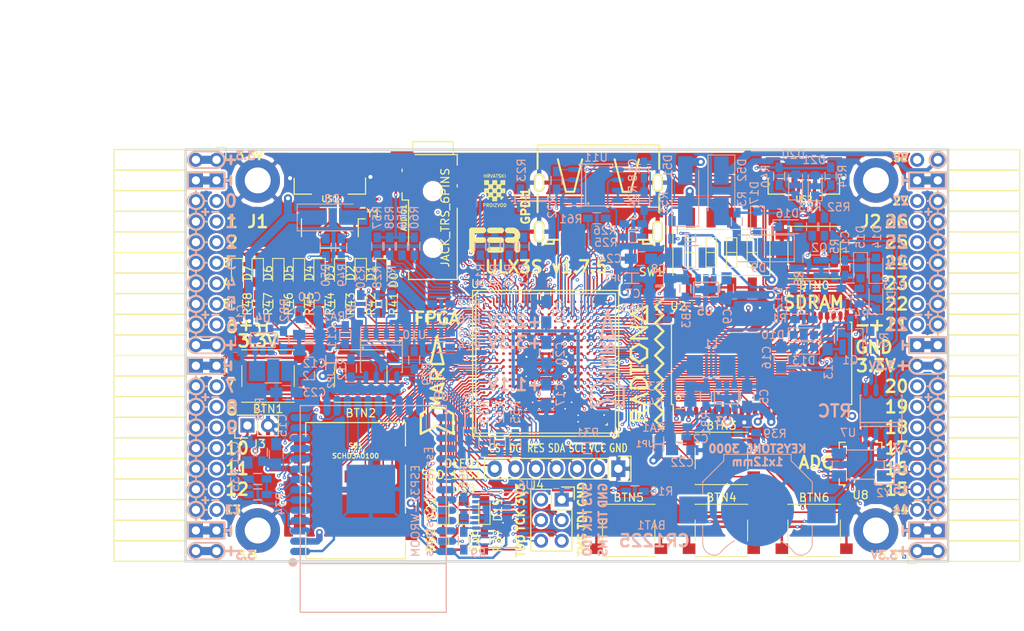
<source format=kicad_pcb>
(kicad_pcb (version 4) (host pcbnew 4.0.7+dfsg1-1)
  (layers (0 F.Cu signal) (1 In1.Cu signal) (2 In2.Cu signal) (31 B.Cu signal) (34 B.Paste user) (35 F.Paste user) (36 B.SilkS user) (37 F.SilkS user) (38 B.Mask user) (39 F.Mask user) (44 Edge.Cuts user))
  (net 0 "")
  (net 1 GND)
  (net 2 +5V)
  (net 3 /gpio/IN5V)
  (net 4 /gpio/OUT5V)
  (net 5 +3V3)
  (net 6 BTN_D)
  (net 7 BTN_F1)
  (net 8 BTN_F2)
  (net 9 BTN_L)
  (net 10 BTN_R)
  (net 11 BTN_U)
  (net 12 /power/FB1)
  (net 13 +2V5)
  (net 14 /power/PWREN)
  (net 15 /power/FB3)
  (net 16 /power/FB2)
  (net 17 "Net-(D9-Pad1)")
  (net 18 /power/VBAT)
  (net 19 JTAG_TDI)
  (net 20 JTAG_TCK)
  (net 21 JTAG_TMS)
  (net 22 JTAG_TDO)
  (net 23 /power/WAKEUPn)
  (net 24 /power/WKUP)
  (net 25 /power/SHUT)
  (net 26 /power/WAKE)
  (net 27 /power/HOLD)
  (net 28 /power/WKn)
  (net 29 /power/OSCI_32k)
  (net 30 /power/OSCO_32k)
  (net 31 "Net-(Q2-Pad3)")
  (net 32 SHUTDOWN)
  (net 33 /analog/AUDIO_L)
  (net 34 /analog/AUDIO_R)
  (net 35 GPDI_5V_SCL)
  (net 36 GPDI_5V_SDA)
  (net 37 GPDI_SDA)
  (net 38 GPDI_SCL)
  (net 39 /gpdi/VREF2)
  (net 40 SD_CMD)
  (net 41 SD_CLK)
  (net 42 SD_D0)
  (net 43 SD_D1)
  (net 44 USB5V)
  (net 45 GPDI_CEC)
  (net 46 nRESET)
  (net 47 FTDI_nDTR)
  (net 48 SDRAM_CKE)
  (net 49 SDRAM_A7)
  (net 50 SDRAM_D15)
  (net 51 SDRAM_BA1)
  (net 52 SDRAM_D7)
  (net 53 SDRAM_A6)
  (net 54 SDRAM_CLK)
  (net 55 SDRAM_D13)
  (net 56 SDRAM_BA0)
  (net 57 SDRAM_D6)
  (net 58 SDRAM_A5)
  (net 59 SDRAM_D14)
  (net 60 SDRAM_A11)
  (net 61 SDRAM_D12)
  (net 62 SDRAM_D5)
  (net 63 SDRAM_A4)
  (net 64 SDRAM_A10)
  (net 65 SDRAM_D11)
  (net 66 SDRAM_A3)
  (net 67 SDRAM_D4)
  (net 68 SDRAM_D10)
  (net 69 SDRAM_D9)
  (net 70 SDRAM_A9)
  (net 71 SDRAM_D3)
  (net 72 SDRAM_D8)
  (net 73 SDRAM_A8)
  (net 74 SDRAM_A2)
  (net 75 SDRAM_A1)
  (net 76 SDRAM_A0)
  (net 77 SDRAM_D2)
  (net 78 SDRAM_D1)
  (net 79 SDRAM_D0)
  (net 80 SDRAM_DQM0)
  (net 81 SDRAM_nCS)
  (net 82 SDRAM_nRAS)
  (net 83 SDRAM_DQM1)
  (net 84 SDRAM_nCAS)
  (net 85 SDRAM_nWE)
  (net 86 /flash/FLASH_nWP)
  (net 87 /flash/FLASH_nHOLD)
  (net 88 /flash/FLASH_MOSI)
  (net 89 /flash/FLASH_MISO)
  (net 90 /flash/FLASH_SCK)
  (net 91 /flash/FLASH_nCS)
  (net 92 /flash/FPGA_PROGRAMN)
  (net 93 /flash/FPGA_DONE)
  (net 94 /flash/FPGA_INITN)
  (net 95 OLED_RES)
  (net 96 OLED_DC)
  (net 97 OLED_CS)
  (net 98 WIFI_EN)
  (net 99 FTDI_nRTS)
  (net 100 FTDI_TXD)
  (net 101 FTDI_RXD)
  (net 102 WIFI_RXD)
  (net 103 WIFI_GPIO0)
  (net 104 WIFI_TXD)
  (net 105 GPDI_ETH-)
  (net 106 GPDI_ETH+)
  (net 107 GPDI_D2+)
  (net 108 GPDI_D2-)
  (net 109 GPDI_D1+)
  (net 110 GPDI_D1-)
  (net 111 GPDI_D0+)
  (net 112 GPDI_D0-)
  (net 113 GPDI_CLK+)
  (net 114 GPDI_CLK-)
  (net 115 USB_FTDI_D+)
  (net 116 USB_FTDI_D-)
  (net 117 J1_17-)
  (net 118 J1_17+)
  (net 119 J1_23-)
  (net 120 J1_23+)
  (net 121 J1_25-)
  (net 122 J1_25+)
  (net 123 J1_27-)
  (net 124 J1_27+)
  (net 125 J1_29-)
  (net 126 J1_29+)
  (net 127 J1_31-)
  (net 128 J1_31+)
  (net 129 J1_33-)
  (net 130 J1_33+)
  (net 131 J1_35-)
  (net 132 J1_35+)
  (net 133 J2_5-)
  (net 134 J2_5+)
  (net 135 J2_7-)
  (net 136 J2_7+)
  (net 137 J2_9-)
  (net 138 J2_9+)
  (net 139 J2_13-)
  (net 140 J2_13+)
  (net 141 J2_17-)
  (net 142 J2_17+)
  (net 143 J2_11-)
  (net 144 J2_11+)
  (net 145 J2_23-)
  (net 146 J2_23+)
  (net 147 J1_5-)
  (net 148 J1_5+)
  (net 149 J1_7-)
  (net 150 J1_7+)
  (net 151 J1_9-)
  (net 152 J1_9+)
  (net 153 J1_11-)
  (net 154 J1_11+)
  (net 155 J1_13-)
  (net 156 J1_13+)
  (net 157 J1_15-)
  (net 158 J1_15+)
  (net 159 J2_15-)
  (net 160 J2_15+)
  (net 161 J2_25-)
  (net 162 J2_25+)
  (net 163 J2_27-)
  (net 164 J2_27+)
  (net 165 J2_29-)
  (net 166 J2_29+)
  (net 167 J2_31-)
  (net 168 J2_31+)
  (net 169 J2_33-)
  (net 170 J2_33+)
  (net 171 J2_35-)
  (net 172 J2_35+)
  (net 173 SD_D3)
  (net 174 AUDIO_L3)
  (net 175 AUDIO_L2)
  (net 176 AUDIO_L1)
  (net 177 AUDIO_L0)
  (net 178 AUDIO_R3)
  (net 179 AUDIO_R2)
  (net 180 AUDIO_R1)
  (net 181 AUDIO_R0)
  (net 182 OLED_CLK)
  (net 183 OLED_MOSI)
  (net 184 LED0)
  (net 185 LED1)
  (net 186 LED2)
  (net 187 LED3)
  (net 188 LED4)
  (net 189 LED5)
  (net 190 LED6)
  (net 191 LED7)
  (net 192 BTN_PWRn)
  (net 193 FTDI_nTXLED)
  (net 194 FTDI_nSLEEP)
  (net 195 /blinkey/LED_PWREN)
  (net 196 /blinkey/LED_TXLED)
  (net 197 FT3V3)
  (net 198 /sdcard/SD3V3)
  (net 199 SD_D2)
  (net 200 CLK_25MHz)
  (net 201 /blinkey/BTNPUL)
  (net 202 /blinkey/BTNPUR)
  (net 203 USB_FPGA_D+)
  (net 204 /power/FTDI_nSUSPEND)
  (net 205 /blinkey/ALED0)
  (net 206 /blinkey/ALED1)
  (net 207 /blinkey/ALED2)
  (net 208 /blinkey/ALED3)
  (net 209 /blinkey/ALED4)
  (net 210 /blinkey/ALED5)
  (net 211 /blinkey/ALED6)
  (net 212 /blinkey/ALED7)
  (net 213 /usb/FTD-)
  (net 214 /usb/FTD+)
  (net 215 ADC_MISO)
  (net 216 ADC_MOSI)
  (net 217 ADC_CSn)
  (net 218 ADC_SCLK)
  (net 219 SW3)
  (net 220 SW2)
  (net 221 SW1)
  (net 222 USB_FPGA_D-)
  (net 223 /usb/FPD+)
  (net 224 /usb/FPD-)
  (net 225 WIFI_GPIO16)
  (net 226 WIFI_GPIO15)
  (net 227 /usb/ANT_433MHz)
  (net 228 /power/PWRBTn)
  (net 229 PROG_DONE)
  (net 230 /power/P3V3)
  (net 231 /power/P2V5)
  (net 232 /power/L1)
  (net 233 /power/L3)
  (net 234 /power/L2)
  (net 235 FTDI_TXDEN)
  (net 236 SDRAM_A12)
  (net 237 /analog/AUDIO_V)
  (net 238 AUDIO_V3)
  (net 239 AUDIO_V2)
  (net 240 AUDIO_V1)
  (net 241 AUDIO_V0)
  (net 242 /gpdi/FPGA_CEC)
  (net 243 /blinkey/LED_WIFI)
  (net 244 WIFI_GPIO2)
  (net 245 /power/P1V1)
  (net 246 +1V1)
  (net 247 SW4)
  (net 248 /blinkey/SWPU)
  (net 249 /wifi/WIFIEN)
  (module Socket_Strips:Socket_Strip_Angled_2x20 (layer F.Cu) (at 97.91 62.69 270)
    (fp_text reference J1 (at 7.62 -5.08 360) (layer F.SilkS) (effects (font (size 1.5 1.5) (thickness 0.3))))
    (fp_text value CONN_02X20 hide)
    (pad 1 thru_hole oval (at 0 0 270) (size 1.7272 1.7272) (drill 1.016) (layers *.Cu *.Mask) (net 5 +3V3))
    (pad 2 thru_hole oval (at 0 2.54 270) (size 1.7272 1.7272) (drill 1.016) (layers *.Cu *.Mask) (net 5 +3V3))
    (pad 3 thru_hole rect (at 2.54 0 270) (size 1.7272 1.7272) (drill 1.016) (layers *.Cu *.Mask) (net 1 GND))
    (pad 4 thru_hole rect (at 2.54 2.54 270) (size 1.7272 1.7272) (drill 1.016) (layers *.Cu *.Mask) (net 1 GND))
    (pad 5 thru_hole oval (at 5.08 0 270) (size 1.7272 1.7272) (drill 1.016) (layers *.Cu *.Mask) (net 147 J1_5-))
    (pad 6 thru_hole oval (at 5.08 2.54 270) (size 1.7272 1.7272) (drill 1.016) (layers *.Cu *.Mask) (net 148 J1_5+))
    (pad 7 thru_hole oval (at 7.62 0 270) (size 1.7272 1.7272) (drill 1.016) (layers *.Cu *.Mask) (net 149 J1_7-))
    (pad 8 thru_hole oval (at 7.62 2.54 270) (size 1.7272 1.7272) (drill 1.016) (layers *.Cu *.Mask) (net 150 J1_7+))
    (pad 9 thru_hole oval (at 10.16 0 270) (size 1.7272 1.7272) (drill 1.016) (layers *.Cu *.Mask) (net 151 J1_9-))
    (pad 10 thru_hole oval (at 10.16 2.54 270) (size 1.7272 1.7272) (drill 1.016) (layers *.Cu *.Mask) (net 152 J1_9+))
    (pad 11 thru_hole oval (at 12.7 0 270) (size 1.7272 1.7272) (drill 1.016) (layers *.Cu *.Mask) (net 153 J1_11-))
    (pad 12 thru_hole oval (at 12.7 2.54 270) (size 1.7272 1.7272) (drill 1.016) (layers *.Cu *.Mask) (net 154 J1_11+))
    (pad 13 thru_hole oval (at 15.24 0 270) (size 1.7272 1.7272) (drill 1.016) (layers *.Cu *.Mask) (net 155 J1_13-))
    (pad 14 thru_hole oval (at 15.24 2.54 270) (size 1.7272 1.7272) (drill 1.016) (layers *.Cu *.Mask) (net 156 J1_13+))
    (pad 15 thru_hole oval (at 17.78 0 270) (size 1.7272 1.7272) (drill 1.016) (layers *.Cu *.Mask) (net 157 J1_15-))
    (pad 16 thru_hole oval (at 17.78 2.54 270) (size 1.7272 1.7272) (drill 1.016) (layers *.Cu *.Mask) (net 158 J1_15+))
    (pad 17 thru_hole oval (at 20.32 0 270) (size 1.7272 1.7272) (drill 1.016) (layers *.Cu *.Mask) (net 117 J1_17-))
    (pad 18 thru_hole oval (at 20.32 2.54 270) (size 1.7272 1.7272) (drill 1.016) (layers *.Cu *.Mask) (net 118 J1_17+))
    (pad 19 thru_hole oval (at 22.86 0 270) (size 1.7272 1.7272) (drill 1.016) (layers *.Cu *.Mask) (net 5 +3V3))
    (pad 20 thru_hole oval (at 22.86 2.54 270) (size 1.7272 1.7272) (drill 1.016) (layers *.Cu *.Mask) (net 5 +3V3))
    (pad 21 thru_hole rect (at 25.4 0 270) (size 1.7272 1.7272) (drill 1.016) (layers *.Cu *.Mask) (net 1 GND))
    (pad 22 thru_hole rect (at 25.4 2.54 270) (size 1.7272 1.7272) (drill 1.016) (layers *.Cu *.Mask) (net 1 GND))
    (pad 23 thru_hole oval (at 27.94 0 270) (size 1.7272 1.7272) (drill 1.016) (layers *.Cu *.Mask) (net 119 J1_23-))
    (pad 24 thru_hole oval (at 27.94 2.54 270) (size 1.7272 1.7272) (drill 1.016) (layers *.Cu *.Mask) (net 120 J1_23+))
    (pad 25 thru_hole oval (at 30.48 0 270) (size 1.7272 1.7272) (drill 1.016) (layers *.Cu *.Mask) (net 121 J1_25-))
    (pad 26 thru_hole oval (at 30.48 2.54 270) (size 1.7272 1.7272) (drill 1.016) (layers *.Cu *.Mask) (net 122 J1_25+))
    (pad 27 thru_hole oval (at 33.02 0 270) (size 1.7272 1.7272) (drill 1.016) (layers *.Cu *.Mask) (net 123 J1_27-))
    (pad 28 thru_hole oval (at 33.02 2.54 270) (size 1.7272 1.7272) (drill 1.016) (layers *.Cu *.Mask) (net 124 J1_27+))
    (pad 29 thru_hole oval (at 35.56 0 270) (size 1.7272 1.7272) (drill 1.016) (layers *.Cu *.Mask) (net 125 J1_29-))
    (pad 30 thru_hole oval (at 35.56 2.54 270) (size 1.7272 1.7272) (drill 1.016) (layers *.Cu *.Mask) (net 126 J1_29+))
    (pad 31 thru_hole oval (at 38.1 0 270) (size 1.7272 1.7272) (drill 1.016) (layers *.Cu *.Mask) (net 127 J1_31-))
    (pad 32 thru_hole oval (at 38.1 2.54 270) (size 1.7272 1.7272) (drill 1.016) (layers *.Cu *.Mask) (net 128 J1_31+))
    (pad 33 thru_hole oval (at 40.64 0 270) (size 1.7272 1.7272) (drill 1.016) (layers *.Cu *.Mask) (net 129 J1_33-))
    (pad 34 thru_hole oval (at 40.64 2.54 270) (size 1.7272 1.7272) (drill 1.016) (layers *.Cu *.Mask) (net 130 J1_33+))
    (pad 35 thru_hole oval (at 43.18 0 270) (size 1.7272 1.7272) (drill 1.016) (layers *.Cu *.Mask) (net 131 J1_35-))
    (pad 36 thru_hole oval (at 43.18 2.54 270) (size 1.7272 1.7272) (drill 1.016) (layers *.Cu *.Mask) (net 132 J1_35+))
    (pad 37 thru_hole rect (at 45.72 0 270) (size 1.7272 1.7272) (drill 1.016) (layers *.Cu *.Mask) (net 1 GND))
    (pad 38 thru_hole rect (at 45.72 2.54 270) (size 1.7272 1.7272) (drill 1.016) (layers *.Cu *.Mask) (net 1 GND))
    (pad 39 thru_hole oval (at 48.26 0 270) (size 1.7272 1.7272) (drill 1.016) (layers *.Cu *.Mask) (net 5 +3V3))
    (pad 40 thru_hole oval (at 48.26 2.54 270) (size 1.7272 1.7272) (drill 1.016) (layers *.Cu *.Mask) (net 5 +3V3))
  )
  (module SMD_Packages:1Pin (layer F.Cu) (at 182.67515 111.637626)
    (fp_text reference AE1 hide)
    (fp_text value 433MHz hide)
    (pad 1 smd rect (at 0 0) (size 0.5 0.5) (layers B.Cu F.Paste F.Mask) (net 227 /usb/ANT_433MHz))
  )
  (module Resistors_SMD:R_0603_HandSoldering (layer B.Cu) (at 103.498 98.758 90)
    (fp_text reference R38 (at 5.334 -0.254 90) (layer B.SilkS) (effects (justify mirror)))
    (fp_text value 0.47)
    (pad 1 smd rect (at -1.1 0 90) (size 1.2 0.9) (layers B.Cu B.Paste B.Mask) (net 198 /sdcard/SD3V3))
    (pad 2 smd rect (at 1.1 0 90) (size 1.2 0.9) (layers B.Cu B.Paste B.Mask) (net 5 +3V3))
  )
  (module jumper:SOLDER-JUMPER_1-WAY (layer B.Cu) (at 152.393 97.742 270)
    (fp_text reference JP1 (at 0 1.778 360) (layer B.SilkS) (effects (font (size 0.762 0.762) (thickness 0.1524)) (justify mirror)))
    (fp_text value 1.2 hide)
    (pad 1 smd rect (at -0.6 0 270) (size 1 1) (layers B.Cu B.Paste B.Mask) (net 245 /power/P1V1))
    (pad 2 smd rect (at 0.6 0 270) (size 1 1) (layers B.Cu B.Paste B.Mask) (net 246 +1V1))
  )
  (module Diodes_SMD:D_SMA_Handsoldering (layer B.Cu) (at 155.695 66.5 90)
    (fp_text reference D51 (at 3.048 -2.159 90) (layer B.SilkS) (effects (justify mirror)))
    (fp_text value STPS2L30AF hide)
    (pad 1 smd rect (at -2.5 0 90) (size 3.5 1.8) (layers B.Cu B.Paste B.Mask) (net 2 +5V))
    (pad 2 smd rect (at 2.5 0 90) (size 3.5 1.8) (layers B.Cu B.Paste B.Mask) (net 3 /gpio/IN5V))
  )
  (module Resistors_SMD:R_0603_HandSoldering (layer B.Cu) (at 154.044 71.326 90)
    (fp_text reference R51 (at 3.302 -1.016 90) (layer B.SilkS) (effects (justify mirror)))
    (fp_text value 150)
    (pad 1 smd rect (at -1.1 0 90) (size 1.2 0.9) (layers B.Cu B.Paste B.Mask) (net 5 +3V3))
    (pad 2 smd rect (at 1.1 0 90) (size 1.2 0.9) (layers B.Cu B.Paste B.Mask) (net 248 /blinkey/SWPU))
  )
  (module Resistors_SMD:R_1210_HandSoldering (layer B.Cu) (at 158.87 88.09 180)
    (fp_text reference L1 (at 0 2.7 180) (layer B.SilkS) (effects (justify mirror)))
    (fp_text value 2.2uH)
    (pad 1 smd rect (at -2 0 180) (size 2 2.5) (layers B.Cu B.Paste B.Mask) (net 232 /power/L1))
    (pad 2 smd rect (at 2 0 180) (size 2 2.5) (layers B.Cu B.Paste B.Mask) (net 245 /power/P1V1))
  )
  (module TSOT-25:TSOT-25 (layer B.Cu) (at 160.775 91.9)
    (fp_text reference U3 (at -0.381 3.048) (layer B.SilkS) (effects (font (thickness 0.2)) (justify mirror)))
    (fp_text value DIO6015)
    (pad 1 smd rect (at -0.95 -1.3) (size 0.7 1.2) (layers B.Cu B.Paste B.Mask) (net 14 /power/PWREN))
    (pad 2 smd rect (at 0 -1.3) (size 0.7 1.2) (layers B.Cu B.Paste B.Mask) (net 1 GND))
    (pad 3 smd rect (at 0.95 -1.3) (size 0.7 1.2) (layers B.Cu B.Paste B.Mask) (net 232 /power/L1))
    (pad 4 smd rect (at 0.95 1.3) (size 0.7 1.2) (layers B.Cu B.Paste B.Mask) (net 2 +5V))
    (pad 5 smd rect (at -0.95 1.3) (size 0.7 1.2) (layers B.Cu B.Paste B.Mask) (net 12 /power/FB1))
  )
  (module Resistors_SMD:R_1210_HandSoldering (layer B.Cu) (at 104.895 88.725)
    (fp_text reference L2 (at 4.445 0.635) (layer B.SilkS) (effects (justify mirror)))
    (fp_text value 2.2uH)
    (pad 1 smd rect (at -2 0) (size 2 2.5) (layers B.Cu B.Paste B.Mask) (net 234 /power/L2))
    (pad 2 smd rect (at 2 0) (size 2 2.5) (layers B.Cu B.Paste B.Mask) (net 231 /power/P2V5))
  )
  (module TSOT-25:TSOT-25 (layer B.Cu) (at 103.625 84.915 180)
    (fp_text reference U4 (at 0 2.697 180) (layer B.SilkS) (effects (font (thickness 0.2)) (justify mirror)))
    (fp_text value LX7172)
    (pad 1 smd rect (at -0.95 -1.3 180) (size 0.7 1.2) (layers B.Cu B.Paste B.Mask) (net 14 /power/PWREN))
    (pad 2 smd rect (at 0 -1.3 180) (size 0.7 1.2) (layers B.Cu B.Paste B.Mask) (net 1 GND))
    (pad 3 smd rect (at 0.95 -1.3 180) (size 0.7 1.2) (layers B.Cu B.Paste B.Mask) (net 234 /power/L2))
    (pad 4 smd rect (at 0.95 1.3 180) (size 0.7 1.2) (layers B.Cu B.Paste B.Mask) (net 2 +5V))
    (pad 5 smd rect (at -0.95 1.3 180) (size 0.7 1.2) (layers B.Cu B.Paste B.Mask) (net 16 /power/FB2))
  )
  (module Resistors_SMD:R_1210_HandSoldering (layer B.Cu) (at 156.33 74.755 180)
    (fp_text reference L3 (at 0 2.413 180) (layer B.SilkS) (effects (justify mirror)))
    (fp_text value 2.2uH)
    (pad 1 smd rect (at -2 0 180) (size 2 2.5) (layers B.Cu B.Paste B.Mask) (net 233 /power/L3))
    (pad 2 smd rect (at 2 0 180) (size 2 2.5) (layers B.Cu B.Paste B.Mask) (net 230 /power/P3V3))
  )
  (module TSOT-25:TSOT-25 (layer B.Cu) (at 158.235 78.692)
    (fp_text reference U5 (at -0.127 2.667) (layer B.SilkS) (effects (font (thickness 0.2)) (justify mirror)))
    (fp_text value TLV62569DBV)
    (pad 1 smd rect (at -0.95 -1.3) (size 0.7 1.2) (layers B.Cu B.Paste B.Mask) (net 14 /power/PWREN))
    (pad 2 smd rect (at 0 -1.3) (size 0.7 1.2) (layers B.Cu B.Paste B.Mask) (net 1 GND))
    (pad 3 smd rect (at 0.95 -1.3) (size 0.7 1.2) (layers B.Cu B.Paste B.Mask) (net 233 /power/L3))
    (pad 4 smd rect (at 0.95 1.3) (size 0.7 1.2) (layers B.Cu B.Paste B.Mask) (net 2 +5V))
    (pad 5 smd rect (at -0.95 1.3) (size 0.7 1.2) (layers B.Cu B.Paste B.Mask) (net 15 /power/FB3))
  )
  (module Capacitors_SMD:C_0805_HandSoldering (layer B.Cu) (at 101.085 84.915 270)
    (fp_text reference C1 (at -3.429 0.127 270) (layer B.SilkS) (effects (justify mirror)))
    (fp_text value 22uF)
    (pad 1 smd rect (at -1.25 0 270) (size 1.5 1.25) (layers B.Cu B.Paste B.Mask) (net 2 +5V))
    (pad 2 smd rect (at 1.25 0 270) (size 1.5 1.25) (layers B.Cu B.Paste B.Mask) (net 1 GND))
  )
  (module Capacitors_SMD:C_0805_HandSoldering (layer B.Cu) (at 155.06 90.63)
    (fp_text reference C3 (at -3.048 0) (layer B.SilkS) (effects (justify mirror)))
    (fp_text value 22uF)
    (pad 1 smd rect (at -1.25 0) (size 1.5 1.25) (layers B.Cu B.Paste B.Mask) (net 245 /power/P1V1))
    (pad 2 smd rect (at 1.25 0) (size 1.5 1.25) (layers B.Cu B.Paste B.Mask) (net 1 GND))
  )
  (module Capacitors_SMD:C_0805_HandSoldering (layer B.Cu) (at 155.06 92.535)
    (fp_text reference C4 (at -3.048 0.127) (layer B.SilkS) (effects (justify mirror)))
    (fp_text value 22uF)
    (pad 1 smd rect (at -1.25 0) (size 1.5 1.25) (layers B.Cu B.Paste B.Mask) (net 245 /power/P1V1))
    (pad 2 smd rect (at 1.25 0) (size 1.5 1.25) (layers B.Cu B.Paste B.Mask) (net 1 GND))
  )
  (module Capacitors_SMD:C_0805_HandSoldering (layer B.Cu) (at 163.315 91.9 90)
    (fp_text reference C5 (at 0 2.1 90) (layer B.SilkS) (effects (justify mirror)))
    (fp_text value 22uF)
    (pad 1 smd rect (at -1.25 0 90) (size 1.5 1.25) (layers B.Cu B.Paste B.Mask) (net 2 +5V))
    (pad 2 smd rect (at 1.25 0 90) (size 1.5 1.25) (layers B.Cu B.Paste B.Mask) (net 1 GND))
  )
  (module Capacitors_SMD:C_0805_HandSoldering (layer B.Cu) (at 152.52 79.2)
    (fp_text reference C7 (at -3.302 0) (layer B.SilkS) (effects (justify mirror)))
    (fp_text value 22uF)
    (pad 1 smd rect (at -1.25 0) (size 1.5 1.25) (layers B.Cu B.Paste B.Mask) (net 230 /power/P3V3))
    (pad 2 smd rect (at 1.25 0) (size 1.5 1.25) (layers B.Cu B.Paste B.Mask) (net 1 GND))
  )
  (module Capacitors_SMD:C_0805_HandSoldering (layer B.Cu) (at 152.52 77.295)
    (fp_text reference C8 (at -0.127 -1.143) (layer B.SilkS) (effects (justify mirror)))
    (fp_text value 22uF)
    (pad 1 smd rect (at -1.25 0) (size 1.5 1.25) (layers B.Cu B.Paste B.Mask) (net 230 /power/P3V3))
    (pad 2 smd rect (at 1.25 0) (size 1.5 1.25) (layers B.Cu B.Paste B.Mask) (net 1 GND))
  )
  (module Capacitors_SMD:C_0805_HandSoldering (layer B.Cu) (at 160.775 78.565 90)
    (fp_text reference C9 (at -3.429 0.127 90) (layer B.SilkS) (effects (justify mirror)))
    (fp_text value 22uF)
    (pad 1 smd rect (at -1.25 0 90) (size 1.5 1.25) (layers B.Cu B.Paste B.Mask) (net 2 +5V))
    (pad 2 smd rect (at 1.25 0 90) (size 1.5 1.25) (layers B.Cu B.Paste B.Mask) (net 1 GND))
  )
  (module Capacitors_SMD:C_0805_HandSoldering (layer B.Cu) (at 109.34 84.28 180)
    (fp_text reference C11 (at -2.794 -0.254 270) (layer B.SilkS) (effects (justify mirror)))
    (fp_text value 22uF)
    (pad 1 smd rect (at -1.25 0 180) (size 1.5 1.25) (layers B.Cu B.Paste B.Mask) (net 231 /power/P2V5))
    (pad 2 smd rect (at 1.25 0 180) (size 1.5 1.25) (layers B.Cu B.Paste B.Mask) (net 1 GND))
  )
  (module Capacitors_SMD:C_0805_HandSoldering (layer B.Cu) (at 109.34 86.185 180)
    (fp_text reference C12 (at -0.635 -1.615 360) (layer B.SilkS) (effects (justify mirror)))
    (fp_text value 22uF)
    (pad 1 smd rect (at -1.25 0 180) (size 1.5 1.25) (layers B.Cu B.Paste B.Mask) (net 231 /power/P2V5))
    (pad 2 smd rect (at 1.25 0 180) (size 1.5 1.25) (layers B.Cu B.Paste B.Mask) (net 1 GND))
  )
  (module Capacitors_SMD:C_0805_HandSoldering (layer B.Cu) (at 173.221 84.788 90)
    (fp_text reference C13 (at -3.556 0.127 90) (layer B.SilkS) (effects (justify mirror)))
    (fp_text value 2.2uF)
    (pad 1 smd rect (at -1.25 0 90) (size 1.5 1.25) (layers B.Cu B.Paste B.Mask) (net 2 +5V))
    (pad 2 smd rect (at 1.25 0 90) (size 1.5 1.25) (layers B.Cu B.Paste B.Mask) (net 24 /power/WKUP))
  )
  (module TO_SOT_Packages_SMD:SOT-23_Handsoldering (layer B.Cu) (at 176.015 84.28 90)
    (fp_text reference Q1 (at -3.1115 0 180) (layer B.SilkS) (effects (justify mirror)))
    (fp_text value BC857)
    (pad 1 smd rect (at -1.5 0.95 90) (size 1.9 0.8) (layers B.Cu B.Paste B.Mask) (net 28 /power/WKn))
    (pad 2 smd rect (at -1.5 -0.95 90) (size 1.9 0.8) (layers B.Cu B.Paste B.Mask) (net 2 +5V))
    (pad 3 smd rect (at 1.5 0 90) (size 1.9 0.8) (layers B.Cu B.Paste B.Mask) (net 24 /power/WKUP))
  )
  (module TO_SOT_Packages_SMD:SOT-23_Handsoldering (layer B.Cu) (at 170.935 76.025 180)
    (fp_text reference Q2 (at -1.295 2.5 180) (layer B.SilkS) (effects (justify mirror)))
    (fp_text value 2N7002)
    (pad 1 smd rect (at -1.5 0.95 180) (size 1.9 0.8) (layers B.Cu B.Paste B.Mask) (net 25 /power/SHUT))
    (pad 2 smd rect (at -1.5 -0.95 180) (size 1.9 0.8) (layers B.Cu B.Paste B.Mask) (net 1 GND))
    (pad 3 smd rect (at 1.5 0 180) (size 1.9 0.8) (layers B.Cu B.Paste B.Mask) (net 31 "Net-(Q2-Pad3)"))
  )
  (module Capacitors_SMD:C_0603_HandSoldering (layer B.Cu) (at 154.86 96.91)
    (fp_text reference C2 (at 2.74 0.197) (layer B.SilkS) (effects (justify mirror)))
    (fp_text value 470pF)
    (pad 1 smd rect (at -0.95 0) (size 1.2 0.75) (layers B.Cu B.Paste B.Mask) (net 245 /power/P1V1))
    (pad 2 smd rect (at 0.95 0) (size 1.2 0.75) (layers B.Cu B.Paste B.Mask) (net 12 /power/FB1))
  )
  (module Capacitors_SMD:C_0603_HandSoldering (layer B.Cu) (at 152.52 82.375)
    (fp_text reference C6 (at -2.794 0.127) (layer B.SilkS) (effects (justify mirror)))
    (fp_text value 470pF)
    (pad 1 smd rect (at -0.95 0) (size 1.2 0.75) (layers B.Cu B.Paste B.Mask) (net 230 /power/P3V3))
    (pad 2 smd rect (at 0.95 0) (size 1.2 0.75) (layers B.Cu B.Paste B.Mask) (net 15 /power/FB3))
  )
  (module Capacitors_SMD:C_0603_HandSoldering (layer B.Cu) (at 109.34 81.105 180)
    (fp_text reference C10 (at -0.04 1.505 180) (layer B.SilkS) (effects (justify mirror)))
    (fp_text value 470pF)
    (pad 1 smd rect (at -0.95 0 180) (size 1.2 0.75) (layers B.Cu B.Paste B.Mask) (net 231 /power/P2V5))
    (pad 2 smd rect (at 0.95 0 180) (size 1.2 0.75) (layers B.Cu B.Paste B.Mask) (net 16 /power/FB2))
  )
  (module Capacitors_SMD:C_0603_HandSoldering (layer B.Cu) (at 175.38 76.025 270)
    (fp_text reference C14 (at -3.175 0 270) (layer B.SilkS) (effects (justify mirror)))
    (fp_text value 100nF)
    (pad 1 smd rect (at -0.95 0 270) (size 1.2 0.75) (layers B.Cu B.Paste B.Mask) (net 25 /power/SHUT))
    (pad 2 smd rect (at 0.95 0 270) (size 1.2 0.75) (layers B.Cu B.Paste B.Mask) (net 1 GND))
  )
  (module Resistors_SMD:R_0603_HandSoldering (layer B.Cu) (at 170.3 82.375)
    (fp_text reference R1 (at -3.048 -0.127) (layer B.SilkS) (effects (justify mirror)))
    (fp_text value 15k)
    (pad 1 smd rect (at -1.1 0) (size 1.2 0.9) (layers B.Cu B.Paste B.Mask) (net 26 /power/WAKE))
    (pad 2 smd rect (at 1.1 0) (size 1.2 0.9) (layers B.Cu B.Paste B.Mask) (net 14 /power/PWREN))
  )
  (module Resistors_SMD:R_0603_HandSoldering (layer B.Cu) (at 172.84 79.835 90)
    (fp_text reference R2 (at -1.905 1.27 90) (layer B.SilkS) (effects (justify mirror)))
    (fp_text value 47k)
    (pad 1 smd rect (at -1.1 0 90) (size 1.2 0.9) (layers B.Cu B.Paste B.Mask) (net 14 /power/PWREN))
    (pad 2 smd rect (at 1.1 0 90) (size 1.2 0.9) (layers B.Cu B.Paste B.Mask) (net 1 GND))
  )
  (module Resistors_SMD:R_0603_HandSoldering (layer B.Cu) (at 176.015 80.47 180)
    (fp_text reference R4 (at -1.397 -1.27 360) (layer B.SilkS) (effects (justify mirror)))
    (fp_text value 15k)
    (pad 1 smd rect (at -1.1 0 180) (size 1.2 0.9) (layers B.Cu B.Paste B.Mask) (net 27 /power/HOLD))
    (pad 2 smd rect (at 1.1 0 180) (size 1.2 0.9) (layers B.Cu B.Paste B.Mask) (net 14 /power/PWREN))
  )
  (module Resistors_SMD:R_0603_HandSoldering (layer B.Cu) (at 174.11 76.025 270)
    (fp_text reference R5 (at -2.667 0 270) (layer B.SilkS) (effects (justify mirror)))
    (fp_text value 4.7M)
    (pad 1 smd rect (at -1.1 0 270) (size 1.2 0.9) (layers B.Cu B.Paste B.Mask) (net 25 /power/SHUT))
    (pad 2 smd rect (at 1.1 0 270) (size 1.2 0.9) (layers B.Cu B.Paste B.Mask) (net 1 GND))
  )
  (module Resistors_SMD:R_0603_HandSoldering (layer B.Cu) (at 178.555 84.915 270)
    (fp_text reference R6 (at 0 -1.651 270) (layer B.SilkS) (effects (justify mirror)))
    (fp_text value 1k)
    (pad 1 smd rect (at -1.1 0 270) (size 1.2 0.9) (layers B.Cu B.Paste B.Mask) (net 28 /power/WKn))
    (pad 2 smd rect (at 1.1 0 270) (size 1.2 0.9) (layers B.Cu B.Paste B.Mask) (net 23 /power/WAKEUPn))
  )
  (module Resistors_SMD:R_0603_HandSoldering (layer B.Cu) (at 113.785 84.28 270)
    (fp_text reference R7 (at -2.794 -0.635 270) (layer B.SilkS) (effects (justify mirror)))
    (fp_text value 150)
    (pad 1 smd rect (at -1.1 0 270) (size 1.2 0.9) (layers B.Cu B.Paste B.Mask) (net 5 +3V3))
    (pad 2 smd rect (at 1.1 0 270) (size 1.2 0.9) (layers B.Cu B.Paste B.Mask) (net 201 /blinkey/BTNPUL))
  )
  (module Resistors_SMD:R_0603_HandSoldering (layer B.Cu) (at 170.935 79.835 90)
    (fp_text reference R8 (at 2.54 -1.27 90) (layer B.SilkS) (effects (justify mirror)))
    (fp_text value 1k)
    (pad 1 smd rect (at -1.1 0 90) (size 1.2 0.9) (layers B.Cu B.Paste B.Mask) (net 14 /power/PWREN))
    (pad 2 smd rect (at 1.1 0 90) (size 1.2 0.9) (layers B.Cu B.Paste B.Mask) (net 31 "Net-(Q2-Pad3)"))
  )
  (module Resistors_SMD:R_0603_HandSoldering (layer B.Cu) (at 128.39 109.68 270)
    (fp_text reference R9 (at 1.524 -1.778 360) (layer B.SilkS) (effects (justify mirror)))
    (fp_text value 15k)
    (pad 1 smd rect (at -1.1 0 270) (size 1.2 0.9) (layers B.Cu B.Paste B.Mask) (net 46 nRESET))
    (pad 2 smd rect (at 1.1 0 270) (size 1.2 0.9) (layers B.Cu B.Paste B.Mask) (net 197 FT3V3))
  )
  (module Resistors_SMD:R_0603_HandSoldering (layer B.Cu) (at 149.472 103.584 180)
    (fp_text reference R10 (at -3.302 0 180) (layer B.SilkS) (effects (justify mirror)))
    (fp_text value 150)
    (pad 1 smd rect (at -1.1 0 180) (size 1.2 0.9) (layers B.Cu B.Paste B.Mask) (net 204 /power/FTDI_nSUSPEND))
    (pad 2 smd rect (at 1.1 0 180) (size 1.2 0.9) (layers B.Cu B.Paste B.Mask) (net 194 FTDI_nSLEEP))
  )
  (module Resistors_SMD:R_0603_HandSoldering (layer B.Cu) (at 176.015 78.565 180)
    (fp_text reference R13 (at -5.461 0.381 180) (layer B.SilkS) (effects (justify mirror)))
    (fp_text value 15k)
    (pad 1 smd rect (at -1.1 0 180) (size 1.2 0.9) (layers B.Cu B.Paste B.Mask) (net 32 SHUTDOWN))
    (pad 2 smd rect (at 1.1 0 180) (size 1.2 0.9) (layers B.Cu B.Paste B.Mask) (net 1 GND))
  )
  (module Resistors_SMD:R_0603_HandSoldering (layer B.Cu) (at 154.86 95.64)
    (fp_text reference RA1 (at -3.102 0.07) (layer B.SilkS) (effects (justify mirror)))
    (fp_text value 15k)
    (pad 1 smd rect (at -1.1 0) (size 1.2 0.9) (layers B.Cu B.Paste B.Mask) (net 245 /power/P1V1))
    (pad 2 smd rect (at 1.1 0) (size 1.2 0.9) (layers B.Cu B.Paste B.Mask) (net 12 /power/FB1))
  )
  (module Resistors_SMD:R_0603_HandSoldering (layer B.Cu) (at 109.34 82.375 180)
    (fp_text reference RA2 (at -3.048 0.381 360) (layer B.SilkS) (effects (justify mirror)))
    (fp_text value 15k)
    (pad 1 smd rect (at -1.1 0 180) (size 1.2 0.9) (layers B.Cu B.Paste B.Mask) (net 231 /power/P2V5))
    (pad 2 smd rect (at 1.1 0 180) (size 1.2 0.9) (layers B.Cu B.Paste B.Mask) (net 16 /power/FB2))
  )
  (module Resistors_SMD:R_0603_HandSoldering (layer B.Cu) (at 152.52 81.105)
    (fp_text reference RA3 (at -3.302 -0.127) (layer B.SilkS) (effects (justify mirror)))
    (fp_text value 15k)
    (pad 1 smd rect (at -1.1 0) (size 1.2 0.9) (layers B.Cu B.Paste B.Mask) (net 230 /power/P3V3))
    (pad 2 smd rect (at 1.1 0) (size 1.2 0.9) (layers B.Cu B.Paste B.Mask) (net 15 /power/FB3))
  )
  (module Resistors_SMD:R_0603_HandSoldering (layer B.Cu) (at 158.235 91.9 270)
    (fp_text reference RB1 (at 3.302 0 270) (layer B.SilkS) (effects (justify mirror)))
    (fp_text value 18k)
    (pad 1 smd rect (at -1.1 0 270) (size 1.2 0.9) (layers B.Cu B.Paste B.Mask) (net 1 GND))
    (pad 2 smd rect (at 1.1 0 270) (size 1.2 0.9) (layers B.Cu B.Paste B.Mask) (net 12 /power/FB1))
  )
  (module Resistors_SMD:R_0603_HandSoldering (layer B.Cu) (at 106.165 84.915 90)
    (fp_text reference RB2 (at 3.683 0.127 90) (layer B.SilkS) (effects (justify mirror)))
    (fp_text value 4.7k)
    (pad 1 smd rect (at -1.1 0 90) (size 1.2 0.9) (layers B.Cu B.Paste B.Mask) (net 1 GND))
    (pad 2 smd rect (at 1.1 0 90) (size 1.2 0.9) (layers B.Cu B.Paste B.Mask) (net 16 /power/FB2))
  )
  (module Resistors_SMD:R_0603_HandSoldering (layer B.Cu) (at 155.695 78.565 270)
    (fp_text reference RB3 (at 3.429 -0.127 270) (layer B.SilkS) (effects (justify mirror)))
    (fp_text value 3.3k)
    (pad 1 smd rect (at -1.1 0 270) (size 1.2 0.9) (layers B.Cu B.Paste B.Mask) (net 1 GND))
    (pad 2 smd rect (at 1.1 0 270) (size 1.2 0.9) (layers B.Cu B.Paste B.Mask) (net 15 /power/FB3))
  )
  (module Resistors_SMD:R_0603_HandSoldering (layer B.Cu) (at 125.596 85.804 180)
    (fp_text reference R14 (at -3.47 0.127 180) (layer B.SilkS) (effects (justify mirror)))
    (fp_text value 1.2k)
    (pad 1 smd rect (at -1.1 0 180) (size 1.2 0.9) (layers B.Cu B.Paste B.Mask) (net 174 AUDIO_L3))
    (pad 2 smd rect (at 1.1 0 180) (size 1.2 0.9) (layers B.Cu B.Paste B.Mask) (net 33 /analog/AUDIO_L))
  )
  (module Resistors_SMD:R_0603_HandSoldering (layer B.Cu) (at 125.596 84.026 180)
    (fp_text reference R15 (at -3.47 -0.001 180) (layer B.SilkS) (effects (justify mirror)))
    (fp_text value 680)
    (pad 1 smd rect (at -1.1 0 180) (size 1.2 0.9) (layers B.Cu B.Paste B.Mask) (net 175 AUDIO_L2))
    (pad 2 smd rect (at 1.1 0 180) (size 1.2 0.9) (layers B.Cu B.Paste B.Mask) (net 33 /analog/AUDIO_L))
  )
  (module Resistors_SMD:R_0603_HandSoldering (layer B.Cu) (at 125.596 82.248 180)
    (fp_text reference R16 (at -3.47 -0.127 180) (layer B.SilkS) (effects (justify mirror)))
    (fp_text value 330)
    (pad 1 smd rect (at -1.1 0 180) (size 1.2 0.9) (layers B.Cu B.Paste B.Mask) (net 176 AUDIO_L1))
    (pad 2 smd rect (at 1.1 0 180) (size 1.2 0.9) (layers B.Cu B.Paste B.Mask) (net 33 /analog/AUDIO_L))
  )
  (module Resistors_SMD:R_0603_HandSoldering (layer B.Cu) (at 125.596 80.47 180)
    (fp_text reference R17 (at -3.47 0 180) (layer B.SilkS) (effects (justify mirror)))
    (fp_text value 150)
    (pad 1 smd rect (at -1.1 0 180) (size 1.2 0.9) (layers B.Cu B.Paste B.Mask) (net 177 AUDIO_L0))
    (pad 2 smd rect (at 1.1 0 180) (size 1.2 0.9) (layers B.Cu B.Paste B.Mask) (net 33 /analog/AUDIO_L))
  )
  (module Resistors_SMD:R_0603_HandSoldering (layer B.Cu) (at 130.422 73.358 90)
    (fp_text reference R18 (at -3.556 0 90) (layer B.SilkS) (effects (justify mirror)))
    (fp_text value 1.2k)
    (pad 1 smd rect (at -1.1 0 90) (size 1.2 0.9) (layers B.Cu B.Paste B.Mask) (net 178 AUDIO_R3))
    (pad 2 smd rect (at 1.1 0 90) (size 1.2 0.9) (layers B.Cu B.Paste B.Mask) (net 34 /analog/AUDIO_R))
  )
  (module Resistors_SMD:R_0603_HandSoldering (layer B.Cu) (at 132.2 73.358 90)
    (fp_text reference R19 (at -3.556 0 90) (layer B.SilkS) (effects (justify mirror)))
    (fp_text value 680)
    (pad 1 smd rect (at -1.1 0 90) (size 1.2 0.9) (layers B.Cu B.Paste B.Mask) (net 179 AUDIO_R2))
    (pad 2 smd rect (at 1.1 0 90) (size 1.2 0.9) (layers B.Cu B.Paste B.Mask) (net 34 /analog/AUDIO_R))
  )
  (module Resistors_SMD:R_0603_HandSoldering (layer B.Cu) (at 133.978 73.358 90)
    (fp_text reference R20 (at -3.556 0 90) (layer B.SilkS) (effects (justify mirror)))
    (fp_text value 330)
    (pad 1 smd rect (at -1.1 0 90) (size 1.2 0.9) (layers B.Cu B.Paste B.Mask) (net 180 AUDIO_R1))
    (pad 2 smd rect (at 1.1 0 90) (size 1.2 0.9) (layers B.Cu B.Paste B.Mask) (net 34 /analog/AUDIO_R))
  )
  (module Resistors_SMD:R_0603_HandSoldering (layer B.Cu) (at 135.756 73.358 90)
    (fp_text reference R21 (at -3.556 0 90) (layer B.SilkS) (effects (justify mirror)))
    (fp_text value 150)
    (pad 1 smd rect (at -1.1 0 90) (size 1.2 0.9) (layers B.Cu B.Paste B.Mask) (net 181 AUDIO_R0))
    (pad 2 smd rect (at 1.1 0 90) (size 1.2 0.9) (layers B.Cu B.Paste B.Mask) (net 34 /analog/AUDIO_R))
  )
  (module Capacitors_SMD:C_0603_HandSoldering (layer B.Cu) (at 150.5896 63.96 90)
    (fp_text reference C18 (at 0 -1.3716 90) (layer B.SilkS) (effects (justify mirror)))
    (fp_text value 470pF)
    (pad 1 smd rect (at -0.95 0 90) (size 1.2 0.75) (layers B.Cu B.Paste B.Mask) (net 39 /gpdi/VREF2))
    (pad 2 smd rect (at 0.95 0 90) (size 1.2 0.75) (layers B.Cu B.Paste B.Mask) (net 1 GND))
  )
  (module Socket_Strips:Socket_Strip_Angled_2x20 (layer F.Cu) (at 184.27 110.95 90)
    (fp_text reference J2 (at 40.64 -5.715 180) (layer F.SilkS) (effects (font (size 1.5 1.5) (thickness 0.3))))
    (fp_text value CONN_02X20 hide)
    (pad 1 thru_hole oval (at 0 0 90) (size 1.7272 1.7272) (drill 1.016) (layers *.Cu *.Mask) (net 5 +3V3))
    (pad 2 thru_hole oval (at 0 2.54 90) (size 1.7272 1.7272) (drill 1.016) (layers *.Cu *.Mask) (net 5 +3V3))
    (pad 3 thru_hole rect (at 2.54 0 90) (size 1.7272 1.7272) (drill 1.016) (layers *.Cu *.Mask) (net 1 GND))
    (pad 4 thru_hole rect (at 2.54 2.54 90) (size 1.7272 1.7272) (drill 1.016) (layers *.Cu *.Mask) (net 1 GND))
    (pad 5 thru_hole oval (at 5.08 0 90) (size 1.7272 1.7272) (drill 1.016) (layers *.Cu *.Mask) (net 133 J2_5-))
    (pad 6 thru_hole oval (at 5.08 2.54 90) (size 1.7272 1.7272) (drill 1.016) (layers *.Cu *.Mask) (net 134 J2_5+))
    (pad 7 thru_hole oval (at 7.62 0 90) (size 1.7272 1.7272) (drill 1.016) (layers *.Cu *.Mask) (net 135 J2_7-))
    (pad 8 thru_hole oval (at 7.62 2.54 90) (size 1.7272 1.7272) (drill 1.016) (layers *.Cu *.Mask) (net 136 J2_7+))
    (pad 9 thru_hole oval (at 10.16 0 90) (size 1.7272 1.7272) (drill 1.016) (layers *.Cu *.Mask) (net 137 J2_9-))
    (pad 10 thru_hole oval (at 10.16 2.54 90) (size 1.7272 1.7272) (drill 1.016) (layers *.Cu *.Mask) (net 138 J2_9+))
    (pad 11 thru_hole oval (at 12.7 0 90) (size 1.7272 1.7272) (drill 1.016) (layers *.Cu *.Mask) (net 143 J2_11-))
    (pad 12 thru_hole oval (at 12.7 2.54 90) (size 1.7272 1.7272) (drill 1.016) (layers *.Cu *.Mask) (net 144 J2_11+))
    (pad 13 thru_hole oval (at 15.24 0 90) (size 1.7272 1.7272) (drill 1.016) (layers *.Cu *.Mask) (net 139 J2_13-))
    (pad 14 thru_hole oval (at 15.24 2.54 90) (size 1.7272 1.7272) (drill 1.016) (layers *.Cu *.Mask) (net 140 J2_13+))
    (pad 15 thru_hole oval (at 17.78 0 90) (size 1.7272 1.7272) (drill 1.016) (layers *.Cu *.Mask) (net 159 J2_15-))
    (pad 16 thru_hole oval (at 17.78 2.54 90) (size 1.7272 1.7272) (drill 1.016) (layers *.Cu *.Mask) (net 160 J2_15+))
    (pad 17 thru_hole oval (at 20.32 0 90) (size 1.7272 1.7272) (drill 1.016) (layers *.Cu *.Mask) (net 141 J2_17-))
    (pad 18 thru_hole oval (at 20.32 2.54 90) (size 1.7272 1.7272) (drill 1.016) (layers *.Cu *.Mask) (net 142 J2_17+))
    (pad 19 thru_hole oval (at 22.86 0 90) (size 1.7272 1.7272) (drill 1.016) (layers *.Cu *.Mask) (net 5 +3V3))
    (pad 20 thru_hole oval (at 22.86 2.54 90) (size 1.7272 1.7272) (drill 1.016) (layers *.Cu *.Mask) (net 5 +3V3))
    (pad 21 thru_hole rect (at 25.4 0 90) (size 1.7272 1.7272) (drill 1.016) (layers *.Cu *.Mask) (net 1 GND))
    (pad 22 thru_hole rect (at 25.4 2.54 90) (size 1.7272 1.7272) (drill 1.016) (layers *.Cu *.Mask) (net 1 GND))
    (pad 23 thru_hole oval (at 27.94 0 90) (size 1.7272 1.7272) (drill 1.016) (layers *.Cu *.Mask) (net 145 J2_23-))
    (pad 24 thru_hole oval (at 27.94 2.54 90) (size 1.7272 1.7272) (drill 1.016) (layers *.Cu *.Mask) (net 146 J2_23+))
    (pad 25 thru_hole oval (at 30.48 0 90) (size 1.7272 1.7272) (drill 1.016) (layers *.Cu *.Mask) (net 161 J2_25-))
    (pad 26 thru_hole oval (at 30.48 2.54 90) (size 1.7272 1.7272) (drill 1.016) (layers *.Cu *.Mask) (net 162 J2_25+))
    (pad 27 thru_hole oval (at 33.02 0 90) (size 1.7272 1.7272) (drill 1.016) (layers *.Cu *.Mask) (net 163 J2_27-))
    (pad 28 thru_hole oval (at 33.02 2.54 90) (size 1.7272 1.7272) (drill 1.016) (layers *.Cu *.Mask) (net 164 J2_27+))
    (pad 29 thru_hole oval (at 35.56 0 90) (size 1.7272 1.7272) (drill 1.016) (layers *.Cu *.Mask) (net 165 J2_29-))
    (pad 30 thru_hole oval (at 35.56 2.54 90) (size 1.7272 1.7272) (drill 1.016) (layers *.Cu *.Mask) (net 166 J2_29+))
    (pad 31 thru_hole oval (at 38.1 0 90) (size 1.7272 1.7272) (drill 1.016) (layers *.Cu *.Mask) (net 167 J2_31-))
    (pad 32 thru_hole oval (at 38.1 2.54 90) (size 1.7272 1.7272) (drill 1.016) (layers *.Cu *.Mask) (net 168 J2_31+))
    (pad 33 thru_hole oval (at 40.64 0 90) (size 1.7272 1.7272) (drill 1.016) (layers *.Cu *.Mask) (net 169 J2_33-))
    (pad 34 thru_hole oval (at 40.64 2.54 90) (size 1.7272 1.7272) (drill 1.016) (layers *.Cu *.Mask) (net 170 J2_33+))
    (pad 35 thru_hole oval (at 43.18 0 90) (size 1.7272 1.7272) (drill 1.016) (layers *.Cu *.Mask) (net 171 J2_35-))
    (pad 36 thru_hole oval (at 43.18 2.54 90) (size 1.7272 1.7272) (drill 1.016) (layers *.Cu *.Mask) (net 172 J2_35+))
    (pad 37 thru_hole rect (at 45.72 0 90) (size 1.7272 1.7272) (drill 1.016) (layers *.Cu *.Mask) (net 1 GND))
    (pad 38 thru_hole rect (at 45.72 2.54 90) (size 1.7272 1.7272) (drill 1.016) (layers *.Cu *.Mask) (net 1 GND))
    (pad 39 thru_hole oval (at 48.26 0 90) (size 1.7272 1.7272) (drill 1.016) (layers *.Cu *.Mask) (net 3 /gpio/IN5V))
    (pad 40 thru_hole oval (at 48.26 2.54 90) (size 1.7272 1.7272) (drill 1.016) (layers *.Cu *.Mask) (net 4 /gpio/OUT5V))
  )
  (module Mounting_Holes:MountingHole_3.2mm_M3_ISO14580_Pad (layer F.Cu) (at 102.99 108.41)
    (fp_text reference H1 hide)
    (fp_text value HOLE hide)
    (pad 1 thru_hole circle (at 0 0) (size 5.5 5.5) (drill 3.2) (layers *.Cu *.Mask) (net 1 GND))
  )
  (module Mounting_Holes:MountingHole_3.2mm_M3_ISO14580_Pad (layer F.Cu) (at 179.19 108.41)
    (fp_text reference H2 hide)
    (fp_text value HOLE hide)
    (pad 1 thru_hole circle (at 0 0) (size 5.5 5.5) (drill 3.2) (layers *.Cu *.Mask) (net 1 GND))
  )
  (module Mounting_Holes:MountingHole_3.2mm_M3_ISO14580_Pad (layer F.Cu) (at 179.19 65.23)
    (fp_text reference H3 hide)
    (fp_text value HOLE hide)
    (pad 1 thru_hole circle (at 0 0) (size 5.5 5.5) (drill 3.2) (layers *.Cu *.Mask) (net 1 GND))
  )
  (module Mounting_Holes:MountingHole_3.2mm_M3_ISO14580_Pad (layer F.Cu) (at 102.99 65.23)
    (fp_text reference H4 hide)
    (fp_text value HOLE hide)
    (pad 1 thru_hole circle (at 0 0) (size 5.5 5.5) (drill 3.2) (layers *.Cu *.Mask) (net 1 GND))
  )
  (module Resistors_SMD:R_0603_HandSoldering (layer B.Cu) (at 162.045 70.31 90)
    (fp_text reference R3 (at 2.794 0.635 90) (layer B.SilkS) (effects (justify mirror)))
    (fp_text value 4.7k)
    (pad 1 smd rect (at -1.1 0 90) (size 1.2 0.9) (layers B.Cu B.Paste B.Mask) (net 2 +5V))
    (pad 2 smd rect (at 1.1 0 90) (size 1.2 0.9) (layers B.Cu B.Paste B.Mask) (net 228 /power/PWRBTn))
  )
  (module Resistors_SMD:R_0603_HandSoldering (layer B.Cu) (at 139.82 65.23 90)
    (fp_text reference R22 (at -3.27 -0.54 90) (layer B.SilkS) (effects (justify mirror)))
    (fp_text value 2.2k)
    (pad 1 smd rect (at -1.1 0 90) (size 1.2 0.9) (layers B.Cu B.Paste B.Mask) (net 5 +3V3))
    (pad 2 smd rect (at 1.1 0 90) (size 1.2 0.9) (layers B.Cu B.Paste B.Mask) (net 37 GPDI_SDA))
  )
  (module Resistors_SMD:R_0603_HandSoldering (layer B.Cu) (at 135.375 67.432 90)
    (fp_text reference R23 (at 3.472 0.127 90) (layer B.SilkS) (effects (justify mirror)))
    (fp_text value 2.2k)
    (pad 1 smd rect (at -1.1 0 90) (size 1.2 0.9) (layers B.Cu B.Paste B.Mask) (net 5 +3V3))
    (pad 2 smd rect (at 1.1 0 90) (size 1.2 0.9) (layers B.Cu B.Paste B.Mask) (net 38 GPDI_SCL))
  )
  (module Resistors_SMD:R_0603_HandSoldering (layer B.Cu) (at 150.615 67.77 90)
    (fp_text reference R24 (at 0.508 -1.397 90) (layer B.SilkS) (effects (justify mirror)))
    (fp_text value 100k)
    (pad 1 smd rect (at -1.1 0 90) (size 1.2 0.9) (layers B.Cu B.Paste B.Mask) (net 2 +5V))
    (pad 2 smd rect (at 1.1 0 90) (size 1.2 0.9) (layers B.Cu B.Paste B.Mask) (net 39 /gpdi/VREF2))
  )
  (module Resistors_SMD:R_0603_HandSoldering (layer B.Cu) (at 149.175 72.215 180)
    (fp_text reference R25 (at 3.259 -0.685 180) (layer B.SilkS) (effects (justify mirror)))
    (fp_text value 470)
    (pad 1 smd rect (at -1.1 0 180) (size 1.2 0.9) (layers B.Cu B.Paste B.Mask) (net 2 +5V))
    (pad 2 smd rect (at 1.1 0 180) (size 1.2 0.9) (layers B.Cu B.Paste B.Mask) (net 35 GPDI_5V_SCL))
  )
  (module Resistors_SMD:R_0603_HandSoldering (layer B.Cu) (at 149.28 70.6 180)
    (fp_text reference R26 (at 3.5 -0.8 180) (layer B.SilkS) (effects (justify mirror)))
    (fp_text value 470)
    (pad 1 smd rect (at -1.1 0 180) (size 1.2 0.9) (layers B.Cu B.Paste B.Mask) (net 2 +5V))
    (pad 2 smd rect (at 1.1 0 180) (size 1.2 0.9) (layers B.Cu B.Paste B.Mask) (net 36 GPDI_5V_SDA))
  )
  (module Housings_SSOP:SSOP-20_4.4x6.5mm_Pitch0.65mm (layer B.Cu) (at 132.835 107.14 180)
    (fp_text reference U6 (at -3.175 4.318 180) (layer B.SilkS) (effects (justify mirror)))
    (fp_text value FT231XS)
    (pad 1 smd rect (at -2.9 2.925 180) (size 1 0.4) (layers B.Cu B.Paste B.Mask) (net 47 FTDI_nDTR))
    (pad 2 smd rect (at -2.9 2.275 180) (size 1 0.4) (layers B.Cu B.Paste B.Mask) (net 99 FTDI_nRTS))
    (pad 3 smd rect (at -2.9 1.625 180) (size 1 0.4) (layers B.Cu B.Paste B.Mask) (net 197 FT3V3))
    (pad 4 smd rect (at -2.9 0.975 180) (size 1 0.4) (layers B.Cu B.Paste B.Mask) (net 101 FTDI_RXD))
    (pad 5 smd rect (at -2.9 0.325 180) (size 1 0.4) (layers B.Cu B.Paste B.Mask) (net 19 JTAG_TDI))
    (pad 6 smd rect (at -2.9 -0.325 180) (size 1 0.4) (layers B.Cu B.Paste B.Mask) (net 1 GND))
    (pad 7 smd rect (at -2.9 -0.975 180) (size 1 0.4) (layers B.Cu B.Paste B.Mask) (net 20 JTAG_TCK))
    (pad 8 smd rect (at -2.9 -1.625 180) (size 1 0.4) (layers B.Cu B.Paste B.Mask) (net 21 JTAG_TMS))
    (pad 9 smd rect (at -2.9 -2.275 180) (size 1 0.4) (layers B.Cu B.Paste B.Mask) (net 22 JTAG_TDO))
    (pad 10 smd rect (at -2.9 -2.925 180) (size 1 0.4) (layers B.Cu B.Paste B.Mask) (net 193 FTDI_nTXLED))
    (pad 11 smd rect (at 2.9 -2.925 180) (size 1 0.4) (layers B.Cu B.Paste B.Mask) (net 115 USB_FTDI_D+))
    (pad 12 smd rect (at 2.9 -2.275 180) (size 1 0.4) (layers B.Cu B.Paste B.Mask) (net 116 USB_FTDI_D-))
    (pad 13 smd rect (at 2.9 -1.625 180) (size 1 0.4) (layers B.Cu B.Paste B.Mask) (net 197 FT3V3))
    (pad 14 smd rect (at 2.9 -0.975 180) (size 1 0.4) (layers B.Cu B.Paste B.Mask) (net 46 nRESET))
    (pad 15 smd rect (at 2.9 -0.325 180) (size 1 0.4) (layers B.Cu B.Paste B.Mask) (net 2 +5V))
    (pad 16 smd rect (at 2.9 0.325 180) (size 1 0.4) (layers B.Cu B.Paste B.Mask) (net 1 GND))
    (pad 17 smd rect (at 2.9 0.975 180) (size 1 0.4) (layers B.Cu B.Paste B.Mask))
    (pad 18 smd rect (at 2.9 1.625 180) (size 1 0.4) (layers B.Cu B.Paste B.Mask) (net 235 FTDI_TXDEN))
    (pad 19 smd rect (at 2.9 2.275 180) (size 1 0.4) (layers B.Cu B.Paste B.Mask) (net 194 FTDI_nSLEEP))
    (pad 20 smd rect (at 2.9 2.925 180) (size 1 0.4) (layers B.Cu B.Paste B.Mask) (net 100 FTDI_TXD))
  )
  (module Resistors_SMD:R_0603_HandSoldering (layer B.Cu) (at 119.5 80.47 270)
    (fp_text reference R11 (at -3.302 0 270) (layer B.SilkS) (effects (justify mirror)))
    (fp_text value 10k)
    (pad 1 smd rect (at -1.1 0 270) (size 1.2 0.9) (layers B.Cu B.Paste B.Mask) (net 5 +3V3))
    (pad 2 smd rect (at 1.1 0 270) (size 1.2 0.9) (layers B.Cu B.Paste B.Mask) (net 86 /flash/FLASH_nWP))
  )
  (module Resistors_SMD:R_0603_HandSoldering (layer B.Cu) (at 114.48 88.4 90)
    (fp_text reference R12 (at -0.071 -1.076 270) (layer B.SilkS) (effects (justify mirror)))
    (fp_text value 10k)
    (pad 1 smd rect (at -1.1 0 90) (size 1.2 0.9) (layers B.Cu B.Paste B.Mask) (net 5 +3V3))
    (pad 2 smd rect (at 1.1 0 90) (size 1.2 0.9) (layers B.Cu B.Paste B.Mask) (net 87 /flash/FLASH_nHOLD))
  )
  (module Resistors_SMD:R_0603_HandSoldering (layer B.Cu) (at 129.025 96.175 90)
    (fp_text reference R27 (at 3.429 0 90) (layer B.SilkS) (effects (justify mirror)))
    (fp_text value 10k)
    (pad 1 smd rect (at -1.1 0 90) (size 1.2 0.9) (layers B.Cu B.Paste B.Mask) (net 5 +3V3))
    (pad 2 smd rect (at 1.1 0 90) (size 1.2 0.9) (layers B.Cu B.Paste B.Mask) (net 88 /flash/FLASH_MOSI))
  )
  (module Resistors_SMD:R_0603_HandSoldering (layer B.Cu) (at 117.595 80.47 270)
    (fp_text reference R28 (at -3.302 -0.127 270) (layer B.SilkS) (effects (justify mirror)))
    (fp_text value 10k)
    (pad 1 smd rect (at -1.1 0 270) (size 1.2 0.9) (layers B.Cu B.Paste B.Mask) (net 5 +3V3))
    (pad 2 smd rect (at 1.1 0 270) (size 1.2 0.9) (layers B.Cu B.Paste B.Mask) (net 89 /flash/FLASH_MISO))
  )
  (module Resistors_SMD:R_0603_HandSoldering (layer B.Cu) (at 122.28 87.4 270)
    (fp_text reference R29 (at 1.706 -1.538 450) (layer B.SilkS) (effects (justify mirror)))
    (fp_text value 1k)
    (pad 1 smd rect (at -1.1 0 270) (size 1.2 0.9) (layers B.Cu B.Paste B.Mask) (net 5 +3V3))
    (pad 2 smd rect (at 1.1 0 270) (size 1.2 0.9) (layers B.Cu B.Paste B.Mask) (net 90 /flash/FLASH_SCK))
  )
  (module Resistors_SMD:R_0603_HandSoldering (layer B.Cu) (at 115.69 80.47 270)
    (fp_text reference R30 (at -3.302 0 270) (layer B.SilkS) (effects (justify mirror)))
    (fp_text value 4.7k)
    (pad 1 smd rect (at -1.1 0 270) (size 1.2 0.9) (layers B.Cu B.Paste B.Mask) (net 5 +3V3))
    (pad 2 smd rect (at 1.1 0 270) (size 1.2 0.9) (layers B.Cu B.Paste B.Mask) (net 91 /flash/FLASH_nCS))
  )
  (module Resistors_SMD:R_0603_HandSoldering (layer B.Cu) (at 143.63 98.25 180)
    (fp_text reference R31 (at 0 1.9 180) (layer B.SilkS) (effects (justify mirror)))
    (fp_text value 10k)
    (pad 1 smd rect (at -1.1 0 180) (size 1.2 0.9) (layers B.Cu B.Paste B.Mask) (net 5 +3V3))
    (pad 2 smd rect (at 1.1 0 180) (size 1.2 0.9) (layers B.Cu B.Paste B.Mask) (net 92 /flash/FPGA_PROGRAMN))
  )
  (module Resistors_SMD:R_0603_HandSoldering (layer B.Cu) (at 132.835 97.615 90)
    (fp_text reference R32 (at 3.81 0 90) (layer B.SilkS) (effects (justify mirror)))
    (fp_text value 10k)
    (pad 1 smd rect (at -1.1 0 90) (size 1.2 0.9) (layers B.Cu B.Paste B.Mask) (net 5 +3V3))
    (pad 2 smd rect (at 1.1 0 90) (size 1.2 0.9) (layers B.Cu B.Paste B.Mask) (net 93 /flash/FPGA_DONE))
  )
  (module Resistors_SMD:R_0603_HandSoldering (layer B.Cu) (at 130.93 97.615 90)
    (fp_text reference R33 (at 3.81 0 90) (layer B.SilkS) (effects (justify mirror)))
    (fp_text value 10k)
    (pad 1 smd rect (at -1.1 0 90) (size 1.2 0.9) (layers B.Cu B.Paste B.Mask) (net 5 +3V3))
    (pad 2 smd rect (at 1.1 0 90) (size 1.2 0.9) (layers B.Cu B.Paste B.Mask) (net 94 /flash/FPGA_INITN))
  )
  (module Resistors_SMD:R_0603_HandSoldering (layer B.Cu) (at 102.99 103.965)
    (fp_text reference R34 (at 2.794 1.143 90) (layer B.SilkS) (effects (justify mirror)))
    (fp_text value 15k)
    (pad 1 smd rect (at -1.1 0) (size 1.2 0.9) (layers B.Cu B.Paste B.Mask) (net 5 +3V3))
    (pad 2 smd rect (at 1.1 0) (size 1.2 0.9) (layers B.Cu B.Paste B.Mask) (net 98 WIFI_EN))
  )
  (module Socket_Strips:Socket_Strip_Straight_2x01 (layer F.Cu) (at 101.72 95.456 90)
    (fp_text reference J3 (at -2.286 1.397 180) (layer F.SilkS))
    (fp_text value WIFI_OFF)
    (pad 1 thru_hole rect (at 0 0 90) (size 1.7272 1.7272) (drill 1.016) (layers *.Cu *.Mask) (net 249 /wifi/WIFIEN))
    (pad 2 thru_hole oval (at 0 2.54 90) (size 1.7272 1.7272) (drill 1.016) (layers *.Cu *.Mask) (net 1 GND))
  )
  (module Resistors_SMD:R_0603_HandSoldering (layer B.Cu) (at 102.99 102.06 180)
    (fp_text reference R35 (at 2.794 -0.127 270) (layer B.SilkS) (effects (justify mirror)))
    (fp_text value 470)
    (pad 1 smd rect (at -1.1 0 180) (size 1.2 0.9) (layers B.Cu B.Paste B.Mask) (net 98 WIFI_EN))
    (pad 2 smd rect (at 1.1 0 180) (size 1.2 0.9) (layers B.Cu B.Paste B.Mask) (net 249 /wifi/WIFIEN))
  )
  (module Resistors_SMD:R_0603_HandSoldering (layer F.Cu) (at 128.39 109.68 270)
    (fp_text reference R36 (at 0 -1.27 270) (layer F.SilkS))
    (fp_text value 330)
    (pad 1 smd rect (at -1.1 0 270) (size 1.2 0.9) (layers F.Cu F.Paste F.Mask) (net 195 /blinkey/LED_PWREN))
    (pad 2 smd rect (at 1.1 0 270) (size 1.2 0.9) (layers F.Cu F.Paste F.Mask) (net 1 GND))
  )
  (module Resistors_SMD:R_0603_HandSoldering (layer F.Cu) (at 130.93 109.68 90)
    (fp_text reference R37 (at 0 1.651 90) (layer F.SilkS))
    (fp_text value 330)
    (pad 1 smd rect (at -1.1 0 90) (size 1.2 0.9) (layers F.Cu F.Paste F.Mask) (net 193 FTDI_nTXLED))
    (pad 2 smd rect (at 1.1 0 90) (size 1.2 0.9) (layers F.Cu F.Paste F.Mask) (net 196 /blinkey/LED_TXLED))
  )
  (module usb_otg:USB-MICRO-B-FCI-10118192-0001LF (layer F.Cu) (at 111.88 63.325 180)
    (fp_text reference US1 (at 0 -4.2 180) (layer F.SilkS) (effects (font (size 0.7 0.7))))
    (fp_text value USB_FTDI hide)
    (pad 6 smd rect (at -3.1 -2.55 180) (size 2.1 1.6) (layers F.Cu F.Paste F.Mask) (net 1 GND))
    (pad 6 smd rect (at 3.1 -2.55 180) (size 2.1 1.6) (layers F.Cu F.Paste F.Mask) (net 1 GND))
    (pad 6 smd rect (at -1.2 0 180) (size 1.9 1.9) (layers F.Cu F.Paste F.Mask) (net 1 GND))
    (pad 6 smd rect (at 1.2 0 180) (size 1.9 1.9) (layers F.Cu F.Paste F.Mask) (net 1 GND))
    (pad 1 smd rect (at -1.3 -2.675 180) (size 0.4 1.35) (layers F.Cu F.Paste F.Mask) (net 44 USB5V))
    (pad 2 smd rect (at -0.65 -2.675 180) (size 0.4 1.35) (layers F.Cu F.Paste F.Mask) (net 213 /usb/FTD-))
    (pad 3 smd rect (at 0 -2.675 180) (size 0.4 1.35) (layers F.Cu F.Paste F.Mask) (net 214 /usb/FTD+))
    (pad 4 smd rect (at 0.65 -2.675 180) (size 0.4 1.35) (layers F.Cu F.Paste F.Mask))
    (pad 5 smd rect (at 1.3 -2.675 180) (size 0.4 1.35) (layers F.Cu F.Paste F.Mask) (net 1 GND))
    (pad 6 smd rect (at -3.8 0 180) (size 1.8 1.9) (layers F.Cu F.Paste F.Mask) (net 1 GND))
    (pad 6 smd rect (at 3.8 0 180) (size 1.8 1.9) (layers F.Cu F.Paste F.Mask) (net 1 GND))
  )
  (module usb_otg:USB-MICRO-B-FCI-10118192-0001LF (layer F.Cu) (at 170.3 63.325 180)
    (fp_text reference US2 (at 0 -4.2 180) (layer F.SilkS) (effects (font (size 0.7 0.7))))
    (fp_text value USB_FPGA hide)
    (pad 6 smd rect (at -3.1 -2.55 180) (size 2.1 1.6) (layers F.Cu F.Paste F.Mask) (net 1 GND))
    (pad 6 smd rect (at 3.1 -2.55 180) (size 2.1 1.6) (layers F.Cu F.Paste F.Mask) (net 1 GND))
    (pad 6 smd rect (at -1.2 0 180) (size 1.9 1.9) (layers F.Cu F.Paste F.Mask) (net 1 GND))
    (pad 6 smd rect (at 1.2 0 180) (size 1.9 1.9) (layers F.Cu F.Paste F.Mask) (net 1 GND))
    (pad 1 smd rect (at -1.3 -2.675 180) (size 0.4 1.35) (layers F.Cu F.Paste F.Mask) (net 17 "Net-(D9-Pad1)"))
    (pad 2 smd rect (at -0.65 -2.675 180) (size 0.4 1.35) (layers F.Cu F.Paste F.Mask) (net 224 /usb/FPD-))
    (pad 3 smd rect (at 0 -2.675 180) (size 0.4 1.35) (layers F.Cu F.Paste F.Mask) (net 223 /usb/FPD+))
    (pad 4 smd rect (at 0.65 -2.675 180) (size 0.4 1.35) (layers F.Cu F.Paste F.Mask))
    (pad 5 smd rect (at 1.3 -2.675 180) (size 0.4 1.35) (layers F.Cu F.Paste F.Mask) (net 1 GND))
    (pad 6 smd rect (at -3.8 0 180) (size 1.8 1.9) (layers F.Cu F.Paste F.Mask) (net 1 GND))
    (pad 6 smd rect (at 3.8 0 180) (size 1.8 1.9) (layers F.Cu F.Paste F.Mask) (net 1 GND))
  )
  (module Capacitors_SMD:C_0805_HandSoldering (layer B.Cu) (at 167.506 87.074 90)
    (fp_text reference C16 (at 0 -1.778 90) (layer B.SilkS) (effects (justify mirror)))
    (fp_text value 2.2uF)
    (pad 1 smd rect (at -1.25 0 90) (size 1.5 1.25) (layers B.Cu B.Paste B.Mask) (net 5 +3V3))
    (pad 2 smd rect (at 1.25 0 90) (size 1.5 1.25) (layers B.Cu B.Paste B.Mask) (net 1 GND))
  )
  (module Resistors_SMD:R_0603_HandSoldering (layer B.Cu) (at 163.315 96.345 180)
    (fp_text reference R39 (at -3.429 -0.127 180) (layer B.SilkS) (effects (justify mirror)))
    (fp_text value 150)
    (pad 1 smd rect (at -1.1 0 180) (size 1.2 0.9) (layers B.Cu B.Paste B.Mask) (net 5 +3V3))
    (pad 2 smd rect (at 1.1 0 180) (size 1.2 0.9) (layers B.Cu B.Paste B.Mask) (net 202 /blinkey/BTNPUR))
  )
  (module Resistors_SMD:R_0603_HandSoldering (layer B.Cu) (at 167.252 64.722 90)
    (fp_text reference R40 (at 0 -1.651 90) (layer B.SilkS) (effects (justify mirror)))
    (fp_text value 1.5k)
    (pad 1 smd rect (at -1.1 0 90) (size 1.2 0.9) (layers B.Cu B.Paste B.Mask) (net 223 /usb/FPD+))
    (pad 2 smd rect (at 1.1 0 90) (size 1.2 0.9) (layers B.Cu B.Paste B.Mask) (net 5 +3V3))
  )
  (module Socket_Strips:Socket_Strip_Straight_2x03 (layer F.Cu) (at 140.455 104.6 270)
    (fp_text reference J4 (at -1.778 3.048 360) (layer F.SilkS))
    (fp_text value CONN_02X03 hide)
    (pad 1 thru_hole rect (at 0 0 270) (size 1.7272 1.7272) (drill 1.016) (layers *.Cu *.Mask) (net 1 GND))
    (pad 2 thru_hole oval (at 0 2.54 270) (size 1.7272 1.7272) (drill 1.016) (layers *.Cu *.Mask) (net 5 +3V3))
    (pad 3 thru_hole oval (at 2.54 0 270) (size 1.7272 1.7272) (drill 1.016) (layers *.Cu *.Mask) (net 19 JTAG_TDI))
    (pad 4 thru_hole oval (at 2.54 2.54 270) (size 1.7272 1.7272) (drill 1.016) (layers *.Cu *.Mask) (net 20 JTAG_TCK))
    (pad 5 thru_hole oval (at 5.08 0 270) (size 1.7272 1.7272) (drill 1.016) (layers *.Cu *.Mask) (net 21 JTAG_TMS))
    (pad 6 thru_hole oval (at 5.08 2.54 270) (size 1.7272 1.7272) (drill 1.016) (layers *.Cu *.Mask) (net 22 JTAG_TDO))
  )
  (module Resistors_SMD:R_0603_HandSoldering (layer F.Cu) (at 118.23 80.47 90)
    (fp_text reference R41 (at 0 1.524 90) (layer F.SilkS))
    (fp_text value 330)
    (pad 1 smd rect (at -1.1 0 90) (size 1.2 0.9) (layers F.Cu F.Paste F.Mask) (net 184 LED0))
    (pad 2 smd rect (at 1.1 0 90) (size 1.2 0.9) (layers F.Cu F.Paste F.Mask) (net 205 /blinkey/ALED0))
  )
  (module Resistors_SMD:R_0603_HandSoldering (layer F.Cu) (at 115.69 80.47 90)
    (fp_text reference R42 (at 0 1.27 90) (layer F.SilkS))
    (fp_text value 330)
    (pad 1 smd rect (at -1.1 0 90) (size 1.2 0.9) (layers F.Cu F.Paste F.Mask) (net 185 LED1))
    (pad 2 smd rect (at 1.1 0 90) (size 1.2 0.9) (layers F.Cu F.Paste F.Mask) (net 206 /blinkey/ALED1))
  )
  (module Resistors_SMD:R_0603_HandSoldering (layer F.Cu) (at 113.15 80.47 90)
    (fp_text reference R43 (at 0 1.27 90) (layer F.SilkS))
    (fp_text value 330)
    (pad 1 smd rect (at -1.1 0 90) (size 1.2 0.9) (layers F.Cu F.Paste F.Mask) (net 186 LED2))
    (pad 2 smd rect (at 1.1 0 90) (size 1.2 0.9) (layers F.Cu F.Paste F.Mask) (net 207 /blinkey/ALED2))
  )
  (module Resistors_SMD:R_0603_HandSoldering (layer F.Cu) (at 110.61 80.47 90)
    (fp_text reference R44 (at 0 1.27 90) (layer F.SilkS))
    (fp_text value 330)
    (pad 1 smd rect (at -1.1 0 90) (size 1.2 0.9) (layers F.Cu F.Paste F.Mask) (net 187 LED3))
    (pad 2 smd rect (at 1.1 0 90) (size 1.2 0.9) (layers F.Cu F.Paste F.Mask) (net 208 /blinkey/ALED3))
  )
  (module Resistors_SMD:R_0603_HandSoldering (layer F.Cu) (at 108.07 80.47 90)
    (fp_text reference R45 (at 0 1.27 90) (layer F.SilkS))
    (fp_text value 330)
    (pad 1 smd rect (at -1.1 0 90) (size 1.2 0.9) (layers F.Cu F.Paste F.Mask) (net 188 LED4))
    (pad 2 smd rect (at 1.1 0 90) (size 1.2 0.9) (layers F.Cu F.Paste F.Mask) (net 209 /blinkey/ALED4))
  )
  (module Resistors_SMD:R_0603_HandSoldering (layer F.Cu) (at 105.53 80.47 90)
    (fp_text reference R46 (at 0 1.27 90) (layer F.SilkS))
    (fp_text value 330)
    (pad 1 smd rect (at -1.1 0 90) (size 1.2 0.9) (layers F.Cu F.Paste F.Mask) (net 189 LED5))
    (pad 2 smd rect (at 1.1 0 90) (size 1.2 0.9) (layers F.Cu F.Paste F.Mask) (net 210 /blinkey/ALED5))
  )
  (module Resistors_SMD:R_0603_HandSoldering (layer F.Cu) (at 102.99 80.47 90)
    (fp_text reference R47 (at 0 1.27 90) (layer F.SilkS))
    (fp_text value 330)
    (pad 1 smd rect (at -1.1 0 90) (size 1.2 0.9) (layers F.Cu F.Paste F.Mask) (net 190 LED6))
    (pad 2 smd rect (at 1.1 0 90) (size 1.2 0.9) (layers F.Cu F.Paste F.Mask) (net 211 /blinkey/ALED6))
  )
  (module Resistors_SMD:R_0603_HandSoldering (layer F.Cu) (at 100.45 80.47 90)
    (fp_text reference R48 (at 0 1.27 90) (layer F.SilkS))
    (fp_text value 330)
    (pad 1 smd rect (at -1.1 0 90) (size 1.2 0.9) (layers F.Cu F.Paste F.Mask) (net 191 LED7))
    (pad 2 smd rect (at 1.1 0 90) (size 1.2 0.9) (layers F.Cu F.Paste F.Mask) (net 212 /blinkey/ALED7))
  )
  (module Capacitors_SMD:C_0805_HandSoldering (layer B.Cu) (at 138.55 91.646 270)
    (fp_text reference C17 (at 0 -1.75 270) (layer B.SilkS) (effects (justify mirror)))
    (fp_text value 2.2uF)
    (pad 1 smd rect (at -1.25 0 270) (size 1.5 1.25) (layers B.Cu B.Paste B.Mask) (net 246 +1V1))
    (pad 2 smd rect (at 1.25 0 270) (size 1.5 1.25) (layers B.Cu B.Paste B.Mask) (net 1 GND))
  )
  (module Capacitors_SMD:C_0805_HandSoldering (layer B.Cu) (at 138.55 81.486 90)
    (fp_text reference C19 (at 0.066 1.75 90) (layer B.SilkS) (effects (justify mirror)))
    (fp_text value 2.2uF)
    (pad 1 smd rect (at -1.25 0 90) (size 1.5 1.25) (layers B.Cu B.Paste B.Mask) (net 13 +2V5))
    (pad 2 smd rect (at 1.25 0 90) (size 1.5 1.25) (layers B.Cu B.Paste B.Mask) (net 1 GND))
  )
  (module Capacitors_SMD:C_0805_HandSoldering (layer B.Cu) (at 138.55 86.566 270)
    (fp_text reference C20 (at 0.02 -1.75 270) (layer B.SilkS) (effects (justify mirror)))
    (fp_text value 2.2uF)
    (pad 1 smd rect (at -1.25 0 270) (size 1.5 1.25) (layers B.Cu B.Paste B.Mask) (net 5 +3V3))
    (pad 2 smd rect (at 1.25 0 270) (size 1.5 1.25) (layers B.Cu B.Paste B.Mask) (net 1 GND))
  )
  (module Capacitors_SMD:C_0805_HandSoldering (layer B.Cu) (at 101.72 98.758 270)
    (fp_text reference C21 (at 0.0635 1.5875 270) (layer B.SilkS) (effects (justify mirror)))
    (fp_text value 22uF)
    (pad 1 smd rect (at -1.25 0 270) (size 1.5 1.25) (layers B.Cu B.Paste B.Mask) (net 5 +3V3))
    (pad 2 smd rect (at 1.25 0 270) (size 1.5 1.25) (layers B.Cu B.Paste B.Mask) (net 1 GND))
  )
  (module Resistors_SMD:R_0603_HandSoldering (layer B.Cu) (at 113.277 73.485 90)
    (fp_text reference R49 (at -3.429 0.127 90) (layer B.SilkS) (effects (justify mirror)))
    (fp_text value 27)
    (pad 1 smd rect (at -1.1 0 90) (size 1.2 0.9) (layers B.Cu B.Paste B.Mask) (net 116 USB_FTDI_D-))
    (pad 2 smd rect (at 1.1 0 90) (size 1.2 0.9) (layers B.Cu B.Paste B.Mask) (net 213 /usb/FTD-))
  )
  (module Resistors_SMD:R_0603_HandSoldering (layer B.Cu) (at 111.372 73.485 90)
    (fp_text reference R50 (at -3.429 0 90) (layer B.SilkS) (effects (justify mirror)))
    (fp_text value 27)
    (pad 1 smd rect (at -1.1 0 90) (size 1.2 0.9) (layers B.Cu B.Paste B.Mask) (net 115 USB_FTDI_D+))
    (pad 2 smd rect (at 1.1 0 90) (size 1.2 0.9) (layers B.Cu B.Paste B.Mask) (net 214 /usb/FTD+))
  )
  (module Housings_DFN_QFN:QFN-28-1EP_5x5mm_Pitch0.5mm (layer F.Cu) (at 177.285 100.155 180)
    (fp_text reference U8 (at 0 -3.875 180) (layer F.SilkS))
    (fp_text value MAX11123)
    (pad 1 smd oval (at -2.45 -1.5 180) (size 0.85 0.3) (layers F.Cu F.Paste F.Mask) (net 136 J2_7+))
    (pad 2 smd oval (at -2.45 -1 180) (size 0.85 0.3) (layers F.Cu F.Paste F.Mask) (net 137 J2_9-))
    (pad 3 smd oval (at -2.45 -0.5 180) (size 0.85 0.3) (layers F.Cu F.Paste F.Mask) (net 138 J2_9+))
    (pad 4 smd oval (at -2.45 0 180) (size 0.85 0.3) (layers F.Cu F.Paste F.Mask) (net 143 J2_11-))
    (pad 5 smd oval (at -2.45 0.5 180) (size 0.85 0.3) (layers F.Cu F.Paste F.Mask) (net 144 J2_11+))
    (pad 6 smd oval (at -2.45 1 180) (size 0.85 0.3) (layers F.Cu F.Paste F.Mask) (net 1 GND))
    (pad 7 smd oval (at -2.45 1.5 180) (size 0.85 0.3) (layers F.Cu F.Paste F.Mask) (net 1 GND))
    (pad 8 smd oval (at -1.5 2.45 270) (size 0.85 0.3) (layers F.Cu F.Paste F.Mask) (net 1 GND))
    (pad 9 smd oval (at -1 2.45 270) (size 0.85 0.3) (layers F.Cu F.Paste F.Mask) (net 1 GND))
    (pad 10 smd oval (at -0.5 2.45 270) (size 0.85 0.3) (layers F.Cu F.Paste F.Mask) (net 1 GND))
    (pad 11 smd oval (at 0 2.45 270) (size 0.85 0.3) (layers F.Cu F.Paste F.Mask) (net 1 GND))
    (pad 12 smd oval (at 0.5 2.45 270) (size 0.85 0.3) (layers F.Cu F.Paste F.Mask))
    (pad 13 smd oval (at 1 2.45 270) (size 0.85 0.3) (layers F.Cu F.Paste F.Mask) (net 1 GND))
    (pad 14 smd oval (at 1.5 2.45 270) (size 0.85 0.3) (layers F.Cu F.Paste F.Mask) (net 1 GND))
    (pad 15 smd oval (at 2.45 1.5 180) (size 0.85 0.3) (layers F.Cu F.Paste F.Mask) (net 5 +3V3))
    (pad 16 smd oval (at 2.45 1 180) (size 0.85 0.3) (layers F.Cu F.Paste F.Mask) (net 1 GND))
    (pad 17 smd oval (at 2.45 0.5 180) (size 0.85 0.3) (layers F.Cu F.Paste F.Mask) (net 5 +3V3))
    (pad 18 smd oval (at 2.45 0 180) (size 0.85 0.3) (layers F.Cu F.Paste F.Mask) (net 5 +3V3))
    (pad 19 smd oval (at 2.45 -0.5 180) (size 0.85 0.3) (layers F.Cu F.Paste F.Mask) (net 218 ADC_SCLK))
    (pad 20 smd oval (at 2.45 -1 180) (size 0.85 0.3) (layers F.Cu F.Paste F.Mask) (net 217 ADC_CSn))
    (pad 21 smd oval (at 2.45 -1.5 180) (size 0.85 0.3) (layers F.Cu F.Paste F.Mask) (net 216 ADC_MOSI))
    (pad 22 smd oval (at 1.5 -2.45 270) (size 0.85 0.3) (layers F.Cu F.Paste F.Mask) (net 1 GND))
    (pad 23 smd oval (at 1 -2.45 270) (size 0.85 0.3) (layers F.Cu F.Paste F.Mask) (net 5 +3V3))
    (pad 24 smd oval (at 0.5 -2.45 270) (size 0.85 0.3) (layers F.Cu F.Paste F.Mask) (net 215 ADC_MISO))
    (pad 25 smd oval (at 0 -2.45 270) (size 0.85 0.3) (layers F.Cu F.Paste F.Mask))
    (pad 26 smd oval (at -0.5 -2.45 270) (size 0.85 0.3) (layers F.Cu F.Paste F.Mask) (net 133 J2_5-))
    (pad 27 smd oval (at -1 -2.45 270) (size 0.85 0.3) (layers F.Cu F.Paste F.Mask) (net 134 J2_5+))
    (pad 28 smd oval (at -1.5 -2.45 270) (size 0.85 0.3) (layers F.Cu F.Paste F.Mask) (net 135 J2_7-))
    (pad 29 smd rect (at 0.8375 0.8375 180) (size 1.675 1.675) (layers F.Cu F.Paste F.Mask) (net 1 GND))
    (pad 29 smd rect (at 0.8375 -0.8375 180) (size 1.675 1.675) (layers F.Cu F.Paste F.Mask) (net 1 GND))
    (pad 29 smd rect (at -0.8375 0.8375 180) (size 1.675 1.675) (layers F.Cu F.Paste F.Mask) (net 1 GND))
    (pad 29 smd rect (at -0.8375 -0.8375 180) (size 1.675 1.675) (layers F.Cu F.Paste F.Mask) (net 1 GND))
  )
  (module Resistors_SMD:R_0603_HandSoldering (layer B.Cu) (at 172.84 70.945 90)
    (fp_text reference R52 (at 2.413 1.778 180) (layer B.SilkS) (effects (justify mirror)))
    (fp_text value 27)
    (pad 1 smd rect (at -1.1 0 90) (size 1.2 0.9) (layers B.Cu B.Paste B.Mask) (net 222 USB_FPGA_D-))
    (pad 2 smd rect (at 1.1 0 90) (size 1.2 0.9) (layers B.Cu B.Paste B.Mask) (net 224 /usb/FPD-))
  )
  (module Resistors_SMD:R_0603_HandSoldering (layer B.Cu) (at 171.316 70.945 90)
    (fp_text reference R53 (at 2.413 -0.254 180) (layer B.SilkS) (effects (justify mirror)))
    (fp_text value 27)
    (pad 1 smd rect (at -1.1 0 90) (size 1.2 0.9) (layers B.Cu B.Paste B.Mask) (net 203 USB_FPGA_D+))
    (pad 2 smd rect (at 1.1 0 90) (size 1.2 0.9) (layers B.Cu B.Paste B.Mask) (net 223 /usb/FPD+))
  )
  (module oled:oled_13xx (layer F.Cu) (at 139.82 100.79 180)
    (fp_text reference OLED1 (at 11.557 0.635 180) (layer F.SilkS))
    (fp_text value SSD_1331 (at 12.954 -0.762 180) (layer F.SilkS))
    (fp_text user CS (at 7.62 2.54 180) (layer F.SilkS) (effects (font (size 1 0.75))))
    (fp_text user DC (at 5.08 2.54 180) (layer F.SilkS) (effects (font (size 1 0.75))))
    (fp_text user RES (at 2.54 2.54 180) (layer F.SilkS) (effects (font (size 1 0.75))))
    (fp_text user SDA (at 0 2.54 180) (layer F.SilkS) (effects (font (size 1 0.75))))
    (fp_text user SCL (at -2.54 2.54 180) (layer F.SilkS) (effects (font (size 1 0.75))))
    (fp_text user VCC (at -5.08 2.54 180) (layer F.SilkS) (effects (font (size 1 0.75))))
    (fp_text user GND (at -7.62 2.54 180) (layer F.SilkS) (effects (font (size 1 0.75))))
    (pad 1 thru_hole rect (at -7.62 0 180) (size 1.7272 2.032) (drill 1.016) (layers *.Cu *.Mask) (net 1 GND))
    (pad 2 thru_hole oval (at -5.08 0 180) (size 1.7272 2.032) (drill 1.016) (layers *.Cu *.Mask) (net 5 +3V3))
    (pad 3 thru_hole oval (at -2.54 0 180) (size 1.7272 2.032) (drill 1.016) (layers *.Cu *.Mask) (net 182 OLED_CLK))
    (pad 4 thru_hole oval (at 0 0 180) (size 1.7272 2.032) (drill 1.016) (layers *.Cu *.Mask) (net 183 OLED_MOSI))
    (pad 5 thru_hole oval (at 2.54 0 180) (size 1.7272 2.032) (drill 1.016) (layers *.Cu *.Mask) (net 95 OLED_RES))
    (pad 6 thru_hole oval (at 5.08 0 180) (size 1.7272 2.032) (drill 1.016) (layers *.Cu *.Mask) (net 96 OLED_DC))
    (pad 7 thru_hole oval (at 7.62 0 180) (size 1.7272 2.032) (drill 1.016) (layers *.Cu *.Mask) (net 97 OLED_CS))
  )
  (module Buttons_Switches_SMD:SW_SPST_PTS645 (layer F.Cu) (at 171.57 74.12 180)
    (fp_text reference BTN0 (at 0 -4.05 180) (layer F.SilkS))
    (fp_text value POWER)
    (pad 2 smd rect (at -3.98 2.25 180) (size 1.55 1.3) (layers F.Cu F.Paste F.Mask) (net 1 GND))
    (pad 1 smd rect (at -3.98 -2.25 180) (size 1.55 1.3) (layers F.Cu F.Paste F.Mask) (net 228 /power/PWRBTn))
    (pad 1 smd rect (at 3.98 -2.25 180) (size 1.55 1.3) (layers F.Cu F.Paste F.Mask) (net 228 /power/PWRBTn))
    (pad 2 smd rect (at 3.98 2.25 180) (size 1.55 1.3) (layers F.Cu F.Paste F.Mask) (net 1 GND))
  )
  (module Buttons_Switches_SMD:SW_SPST_PTS645 (layer F.Cu) (at 104.26 89.36)
    (fp_text reference BTN1 (at 0 4.064) (layer F.SilkS))
    (fp_text value FIRE1)
    (pad 2 smd rect (at -3.98 2.25) (size 1.55 1.3) (layers F.Cu F.Paste F.Mask) (net 7 BTN_F1))
    (pad 1 smd rect (at -3.98 -2.25) (size 1.55 1.3) (layers F.Cu F.Paste F.Mask) (net 201 /blinkey/BTNPUL))
    (pad 1 smd rect (at 3.98 -2.25) (size 1.55 1.3) (layers F.Cu F.Paste F.Mask) (net 201 /blinkey/BTNPUL))
    (pad 2 smd rect (at 3.98 2.25) (size 1.55 1.3) (layers F.Cu F.Paste F.Mask) (net 7 BTN_F1))
  )
  (module Buttons_Switches_SMD:SW_SPST_PTS645 (layer F.Cu) (at 115.69 89.36)
    (fp_text reference BTN2 (at 0 4.572) (layer F.SilkS))
    (fp_text value FIRE2)
    (pad 2 smd rect (at -3.98 2.25) (size 1.55 1.3) (layers F.Cu F.Paste F.Mask) (net 8 BTN_F2))
    (pad 1 smd rect (at -3.98 -2.25) (size 1.55 1.3) (layers F.Cu F.Paste F.Mask) (net 201 /blinkey/BTNPUL))
    (pad 1 smd rect (at 3.98 -2.25) (size 1.55 1.3) (layers F.Cu F.Paste F.Mask) (net 201 /blinkey/BTNPUL))
    (pad 2 smd rect (at 3.98 2.25) (size 1.55 1.3) (layers F.Cu F.Paste F.Mask) (net 8 BTN_F2))
  )
  (module Buttons_Switches_SMD:SW_SPST_PTS645 (layer F.Cu) (at 160.14 99.52)
    (fp_text reference BTN3 (at 0 -4.05) (layer F.SilkS))
    (fp_text value UP)
    (pad 2 smd rect (at -3.98 2.25) (size 1.55 1.3) (layers F.Cu F.Paste F.Mask) (net 11 BTN_U))
    (pad 1 smd rect (at -3.98 -2.25) (size 1.55 1.3) (layers F.Cu F.Paste F.Mask) (net 202 /blinkey/BTNPUR))
    (pad 1 smd rect (at 3.98 -2.25) (size 1.55 1.3) (layers F.Cu F.Paste F.Mask) (net 202 /blinkey/BTNPUR))
    (pad 2 smd rect (at 3.98 2.25) (size 1.55 1.3) (layers F.Cu F.Paste F.Mask) (net 11 BTN_U))
  )
  (module Buttons_Switches_SMD:SW_SPST_PTS645 (layer F.Cu) (at 160.14 108.41 180)
    (fp_text reference BTN4 (at 0 4.064 180) (layer F.SilkS))
    (fp_text value DOWN)
    (pad 2 smd rect (at -3.98 2.25 180) (size 1.55 1.3) (layers F.Cu F.Paste F.Mask) (net 6 BTN_D))
    (pad 1 smd rect (at -3.98 -2.25 180) (size 1.55 1.3) (layers F.Cu F.Paste F.Mask) (net 202 /blinkey/BTNPUR))
    (pad 1 smd rect (at 3.98 -2.25 180) (size 1.55 1.3) (layers F.Cu F.Paste F.Mask) (net 202 /blinkey/BTNPUR))
    (pad 2 smd rect (at 3.98 2.25 180) (size 1.55 1.3) (layers F.Cu F.Paste F.Mask) (net 6 BTN_D))
  )
  (module Buttons_Switches_SMD:SW_SPST_PTS645 (layer F.Cu) (at 148.71 108.41 180)
    (fp_text reference BTN5 (at 0 4.064 180) (layer F.SilkS))
    (fp_text value LEFT)
    (pad 2 smd rect (at -3.98 2.25 180) (size 1.55 1.3) (layers F.Cu F.Paste F.Mask) (net 9 BTN_L))
    (pad 1 smd rect (at -3.98 -2.25 180) (size 1.55 1.3) (layers F.Cu F.Paste F.Mask) (net 202 /blinkey/BTNPUR))
    (pad 1 smd rect (at 3.98 -2.25 180) (size 1.55 1.3) (layers F.Cu F.Paste F.Mask) (net 202 /blinkey/BTNPUR))
    (pad 2 smd rect (at 3.98 2.25 180) (size 1.55 1.3) (layers F.Cu F.Paste F.Mask) (net 9 BTN_L))
  )
  (module Buttons_Switches_SMD:SW_SPST_PTS645 (layer F.Cu) (at 171.57 108.41 180)
    (fp_text reference BTN6 (at 0 4.064 180) (layer F.SilkS))
    (fp_text value RIGHT)
    (pad 2 smd rect (at -3.98 2.25 180) (size 1.55 1.3) (layers F.Cu F.Paste F.Mask) (net 10 BTN_R))
    (pad 1 smd rect (at -3.98 -2.25 180) (size 1.55 1.3) (layers F.Cu F.Paste F.Mask) (net 202 /blinkey/BTNPUR))
    (pad 1 smd rect (at 3.98 -2.25 180) (size 1.55 1.3) (layers F.Cu F.Paste F.Mask) (net 202 /blinkey/BTNPUR))
    (pad 2 smd rect (at 3.98 2.25 180) (size 1.55 1.3) (layers F.Cu F.Paste F.Mask) (net 10 BTN_R))
  )
  (module Buttons_Switches_SMD:SW_DIP_x4_W8.61mm_Slide_LowProfile (layer F.Cu) (at 160.14 74.12 90)
    (fp_text reference SW1 (at -2.413 -8.636 180) (layer F.SilkS))
    (fp_text value DIPSW)
    (pad 1 smd rect (at -4.305 -3.81 90) (size 2.44 1.12) (layers F.Cu F.Mask) (net 248 /blinkey/SWPU))
    (pad 5 smd rect (at 4.305 3.81 90) (size 2.44 1.12) (layers F.Cu F.Mask) (net 247 SW4))
    (pad 2 smd rect (at -4.305 -1.27 90) (size 2.44 1.12) (layers F.Cu F.Mask) (net 248 /blinkey/SWPU))
    (pad 6 smd rect (at 4.305 1.27 90) (size 2.44 1.12) (layers F.Cu F.Mask) (net 219 SW3))
    (pad 3 smd rect (at -4.305 1.27 90) (size 2.44 1.12) (layers F.Cu F.Mask) (net 248 /blinkey/SWPU))
    (pad 7 smd rect (at 4.305 -1.27 90) (size 2.44 1.12) (layers F.Cu F.Mask) (net 220 SW2))
    (pad 4 smd rect (at -4.305 3.81 90) (size 2.44 1.12) (layers F.Cu F.Mask) (net 248 /blinkey/SWPU))
    (pad 8 smd rect (at 4.305 -3.81 90) (size 2.44 1.12) (layers F.Cu F.Mask) (net 221 SW1))
  )
  (module Capacitors_SMD:C_0805_HandSoldering (layer B.Cu) (at 105.276 99.012 90)
    (fp_text reference C15 (at 3.556 0.762 90) (layer B.SilkS) (effects (justify mirror)))
    (fp_text value 22uF)
    (pad 1 smd rect (at -1.25 0 90) (size 1.5 1.25) (layers B.Cu B.Paste B.Mask) (net 198 /sdcard/SD3V3))
    (pad 2 smd rect (at 1.25 0 90) (size 1.5 1.25) (layers B.Cu B.Paste B.Mask) (net 1 GND))
  )
  (module Diodes_SMD:D_SMA_Handsoldering (layer B.Cu) (at 112.261 69.802)
    (fp_text reference D8 (at -0.127 -2.286) (layer B.SilkS) (effects (justify mirror)))
    (fp_text value STPS2L30AF)
    (pad 1 smd rect (at -2.5 0) (size 3.5 1.8) (layers B.Cu B.Paste B.Mask) (net 2 +5V))
    (pad 2 smd rect (at 2.5 0) (size 3.5 1.8) (layers B.Cu B.Paste B.Mask) (net 44 USB5V))
  )
  (module Diodes_SMD:D_SMA_Handsoldering (layer B.Cu) (at 164.712 73.612 180)
    (fp_text reference D9 (at 0 -2.413 180) (layer B.SilkS) (effects (justify mirror)))
    (fp_text value STPS2L30AF hide)
    (pad 1 smd rect (at -2.5 0 180) (size 3.5 1.8) (layers B.Cu B.Paste B.Mask) (net 17 "Net-(D9-Pad1)"))
    (pad 2 smd rect (at 2.5 0 180) (size 3.5 1.8) (layers B.Cu B.Paste B.Mask) (net 2 +5V))
  )
  (module Diodes_SMD:D_SMA_Handsoldering (layer B.Cu) (at 160.14 66.5 270)
    (fp_text reference D52 (at -2.54 -2.54 270) (layer B.SilkS) (effects (justify mirror)))
    (fp_text value STPS2L30AF hide)
    (pad 1 smd rect (at -2.5 0 270) (size 3.5 1.8) (layers B.Cu B.Paste B.Mask) (net 4 /gpio/OUT5V))
    (pad 2 smd rect (at 2.5 0 270) (size 3.5 1.8) (layers B.Cu B.Paste B.Mask) (net 2 +5V))
  )
  (module lfe5bg381:BGA-381_pitch0.8mm_dia0.4mm (layer F.Cu) (at 138.48 87.8)
    (fp_text reference U1 (at -8.2 -9.8) (layer F.SilkS))
    (fp_text value LFE5U-45F-6BG381C)
    (pad A2 smd circle (at -6.8 -7.6) (size 0.35 0.35) (layers F.Cu F.Paste F.Mask) (net 124 J1_27+))
    (pad A3 smd circle (at -6 -7.6) (size 0.35 0.35) (layers F.Cu F.Paste F.Mask) (net 178 AUDIO_R3))
    (pad A4 smd circle (at -5.2 -7.6) (size 0.35 0.35) (layers F.Cu F.Paste F.Mask) (net 122 J1_25+))
    (pad A5 smd circle (at -4.4 -7.6) (size 0.35 0.35) (layers F.Cu F.Paste F.Mask) (net 121 J1_25-))
    (pad A6 smd circle (at -3.6 -7.6) (size 0.35 0.35) (layers F.Cu F.Paste F.Mask) (net 120 J1_23+))
    (pad A7 smd circle (at -2.8 -7.6) (size 0.35 0.35) (layers F.Cu F.Paste F.Mask) (net 156 J1_13+))
    (pad A8 smd circle (at -2 -7.6) (size 0.35 0.35) (layers F.Cu F.Paste F.Mask) (net 155 J1_13-))
    (pad A9 smd circle (at -1.2 -7.6) (size 0.35 0.35) (layers F.Cu F.Paste F.Mask) (net 152 J1_9+))
    (pad A10 smd circle (at -0.4 -7.6) (size 0.35 0.35) (layers F.Cu F.Paste F.Mask) (net 150 J1_7+))
    (pad A11 smd circle (at 0.4 -7.6) (size 0.35 0.35) (layers F.Cu F.Paste F.Mask) (net 149 J1_7-))
    (pad A12 smd circle (at 1.2 -7.6) (size 0.35 0.35) (layers F.Cu F.Paste F.Mask) (net 107 GPDI_D2+))
    (pad A13 smd circle (at 2 -7.6) (size 0.35 0.35) (layers F.Cu F.Paste F.Mask) (net 108 GPDI_D2-))
    (pad A14 smd circle (at 2.8 -7.6) (size 0.35 0.35) (layers F.Cu F.Paste F.Mask) (net 109 GPDI_D1+))
    (pad A15 smd circle (at 3.6 -7.6) (size 0.35 0.35) (layers F.Cu F.Paste F.Mask))
    (pad A16 smd circle (at 4.4 -7.6) (size 0.35 0.35) (layers F.Cu F.Paste F.Mask) (net 111 GPDI_D0+))
    (pad A17 smd circle (at 5.2 -7.6) (size 0.35 0.35) (layers F.Cu F.Paste F.Mask) (net 113 GPDI_CLK+))
    (pad A18 smd circle (at 6 -7.6) (size 0.35 0.35) (layers F.Cu F.Paste F.Mask) (net 242 /gpdi/FPGA_CEC))
    (pad A19 smd circle (at 6.8 -7.6) (size 0.35 0.35) (layers F.Cu F.Paste F.Mask) (net 106 GPDI_ETH+))
    (pad B1 smd circle (at -7.6 -6.8) (size 0.35 0.35) (layers F.Cu F.Paste F.Mask) (net 123 J1_27-))
    (pad B2 smd circle (at -6.8 -6.8) (size 0.35 0.35) (layers F.Cu F.Paste F.Mask) (net 184 LED0))
    (pad B3 smd circle (at -6 -6.8) (size 0.35 0.35) (layers F.Cu F.Paste F.Mask) (net 177 AUDIO_L0))
    (pad B4 smd circle (at -5.2 -6.8) (size 0.35 0.35) (layers F.Cu F.Paste F.Mask) (net 125 J1_29-))
    (pad B5 smd circle (at -4.4 -6.8) (size 0.35 0.35) (layers F.Cu F.Paste F.Mask) (net 179 AUDIO_R2))
    (pad B6 smd circle (at -3.6 -6.8) (size 0.35 0.35) (layers F.Cu F.Paste F.Mask) (net 119 J1_23-))
    (pad B7 smd circle (at -2.8 -6.8) (size 0.35 0.35) (layers F.Cu F.Paste F.Mask) (net 1 GND))
    (pad B8 smd circle (at -2 -6.8) (size 0.35 0.35) (layers F.Cu F.Paste F.Mask) (net 157 J1_15-))
    (pad B9 smd circle (at -1.2 -6.8) (size 0.35 0.35) (layers F.Cu F.Paste F.Mask) (net 154 J1_11+))
    (pad B10 smd circle (at -0.4 -6.8) (size 0.35 0.35) (layers F.Cu F.Paste F.Mask) (net 151 J1_9-))
    (pad B11 smd circle (at 0.4 -6.8) (size 0.35 0.35) (layers F.Cu F.Paste F.Mask) (net 148 J1_5+))
    (pad B12 smd circle (at 1.2 -6.8) (size 0.35 0.35) (layers F.Cu F.Paste F.Mask))
    (pad B13 smd circle (at 2 -6.8) (size 0.35 0.35) (layers F.Cu F.Paste F.Mask) (net 170 J2_33+))
    (pad B14 smd circle (at 2.8 -6.8) (size 0.35 0.35) (layers F.Cu F.Paste F.Mask) (net 1 GND))
    (pad B15 smd circle (at 3.6 -6.8) (size 0.35 0.35) (layers F.Cu F.Paste F.Mask) (net 168 J2_31+))
    (pad B16 smd circle (at 4.4 -6.8) (size 0.35 0.35) (layers F.Cu F.Paste F.Mask) (net 112 GPDI_D0-))
    (pad B17 smd circle (at 5.2 -6.8) (size 0.35 0.35) (layers F.Cu F.Paste F.Mask) (net 164 J2_27+))
    (pad B18 smd circle (at 6 -6.8) (size 0.35 0.35) (layers F.Cu F.Paste F.Mask) (net 114 GPDI_CLK-))
    (pad B19 smd circle (at 6.8 -6.8) (size 0.35 0.35) (layers F.Cu F.Paste F.Mask) (net 37 GPDI_SDA))
    (pad B20 smd circle (at 7.6 -6.8) (size 0.35 0.35) (layers F.Cu F.Paste F.Mask) (net 105 GPDI_ETH-))
    (pad C1 smd circle (at -7.6 -6) (size 0.35 0.35) (layers F.Cu F.Paste F.Mask) (net 186 LED2))
    (pad C2 smd circle (at -6.8 -6) (size 0.35 0.35) (layers F.Cu F.Paste F.Mask) (net 185 LED1))
    (pad C3 smd circle (at -6 -6) (size 0.35 0.35) (layers F.Cu F.Paste F.Mask) (net 176 AUDIO_L1))
    (pad C4 smd circle (at -5.2 -6) (size 0.35 0.35) (layers F.Cu F.Paste F.Mask) (net 126 J1_29+))
    (pad C5 smd circle (at -4.4 -6) (size 0.35 0.35) (layers F.Cu F.Paste F.Mask) (net 181 AUDIO_R0))
    (pad C6 smd circle (at -3.6 -6) (size 0.35 0.35) (layers F.Cu F.Paste F.Mask) (net 118 J1_17+))
    (pad C7 smd circle (at -2.8 -6) (size 0.35 0.35) (layers F.Cu F.Paste F.Mask) (net 117 J1_17-))
    (pad C8 smd circle (at -2 -6) (size 0.35 0.35) (layers F.Cu F.Paste F.Mask) (net 158 J1_15+))
    (pad C9 smd circle (at -1.2 -6) (size 0.35 0.35) (layers F.Cu F.Paste F.Mask))
    (pad C10 smd circle (at -0.4 -6) (size 0.35 0.35) (layers F.Cu F.Paste F.Mask) (net 153 J1_11-))
    (pad C11 smd circle (at 0.4 -6) (size 0.35 0.35) (layers F.Cu F.Paste F.Mask) (net 147 J1_5-))
    (pad C12 smd circle (at 1.2 -6) (size 0.35 0.35) (layers F.Cu F.Paste F.Mask) (net 38 GPDI_SCL))
    (pad C13 smd circle (at 2 -6) (size 0.35 0.35) (layers F.Cu F.Paste F.Mask) (net 169 J2_33-))
    (pad C14 smd circle (at 2.8 -6) (size 0.35 0.35) (layers F.Cu F.Paste F.Mask) (net 110 GPDI_D1-))
    (pad C15 smd circle (at 3.6 -6) (size 0.35 0.35) (layers F.Cu F.Paste F.Mask) (net 167 J2_31-))
    (pad C16 smd circle (at 4.4 -6) (size 0.35 0.35) (layers F.Cu F.Paste F.Mask) (net 166 J2_29+))
    (pad C17 smd circle (at 5.2 -6) (size 0.35 0.35) (layers F.Cu F.Paste F.Mask) (net 163 J2_27-))
    (pad C18 smd circle (at 6 -6) (size 0.35 0.35) (layers F.Cu F.Paste F.Mask) (net 146 J2_23+))
    (pad C19 smd circle (at 6.8 -6) (size 0.35 0.35) (layers F.Cu F.Paste F.Mask) (net 1 GND))
    (pad C20 smd circle (at 7.6 -6) (size 0.35 0.35) (layers F.Cu F.Paste F.Mask) (net 65 SDRAM_D11))
    (pad D1 smd circle (at -7.6 -5.2) (size 0.35 0.35) (layers F.Cu F.Paste F.Mask) (net 188 LED4))
    (pad D2 smd circle (at -6.8 -5.2) (size 0.35 0.35) (layers F.Cu F.Paste F.Mask) (net 187 LED3))
    (pad D3 smd circle (at -6 -5.2) (size 0.35 0.35) (layers F.Cu F.Paste F.Mask) (net 175 AUDIO_L2))
    (pad D4 smd circle (at -5.2 -5.2) (size 0.35 0.35) (layers F.Cu F.Paste F.Mask) (net 1 GND))
    (pad D5 smd circle (at -4.4 -5.2) (size 0.35 0.35) (layers F.Cu F.Paste F.Mask) (net 180 AUDIO_R1))
    (pad D6 smd circle (at -3.6 -5.2) (size 0.35 0.35) (layers F.Cu F.Paste F.Mask) (net 192 BTN_PWRn))
    (pad D7 smd circle (at -2.8 -5.2) (size 0.35 0.35) (layers F.Cu F.Paste F.Mask) (net 219 SW3))
    (pad D8 smd circle (at -2 -5.2) (size 0.35 0.35) (layers F.Cu F.Paste F.Mask) (net 220 SW2))
    (pad D9 smd circle (at -1.2 -5.2) (size 0.35 0.35) (layers F.Cu F.Paste F.Mask))
    (pad D10 smd circle (at -0.4 -5.2) (size 0.35 0.35) (layers F.Cu F.Paste F.Mask))
    (pad D11 smd circle (at 0.4 -5.2) (size 0.35 0.35) (layers F.Cu F.Paste F.Mask))
    (pad D12 smd circle (at 1.2 -5.2) (size 0.35 0.35) (layers F.Cu F.Paste F.Mask))
    (pad D13 smd circle (at 2 -5.2) (size 0.35 0.35) (layers F.Cu F.Paste F.Mask) (net 172 J2_35+))
    (pad D14 smd circle (at 2.8 -5.2) (size 0.35 0.35) (layers F.Cu F.Paste F.Mask))
    (pad D15 smd circle (at 3.6 -5.2) (size 0.35 0.35) (layers F.Cu F.Paste F.Mask) (net 162 J2_25+))
    (pad D16 smd circle (at 4.4 -5.2) (size 0.35 0.35) (layers F.Cu F.Paste F.Mask) (net 165 J2_29-))
    (pad D17 smd circle (at 5.2 -5.2) (size 0.35 0.35) (layers F.Cu F.Paste F.Mask) (net 145 J2_23-))
    (pad D18 smd circle (at 6 -5.2) (size 0.35 0.35) (layers F.Cu F.Paste F.Mask) (net 142 J2_17+))
    (pad D19 smd circle (at 6.8 -5.2) (size 0.35 0.35) (layers F.Cu F.Paste F.Mask) (net 68 SDRAM_D10))
    (pad D20 smd circle (at 7.6 -5.2) (size 0.35 0.35) (layers F.Cu F.Paste F.Mask) (net 69 SDRAM_D9))
    (pad E1 smd circle (at -7.6 -4.4) (size 0.35 0.35) (layers F.Cu F.Paste F.Mask) (net 190 LED6))
    (pad E2 smd circle (at -6.8 -4.4) (size 0.35 0.35) (layers F.Cu F.Paste F.Mask) (net 189 LED5))
    (pad E3 smd circle (at -6 -4.4) (size 0.35 0.35) (layers F.Cu F.Paste F.Mask) (net 127 J1_31-))
    (pad E4 smd circle (at -5.2 -4.4) (size 0.35 0.35) (layers F.Cu F.Paste F.Mask) (net 174 AUDIO_L3))
    (pad E5 smd circle (at -4.4 -4.4) (size 0.35 0.35) (layers F.Cu F.Paste F.Mask) (net 241 AUDIO_V0))
    (pad E6 smd circle (at -3.6 -4.4) (size 0.35 0.35) (layers F.Cu F.Paste F.Mask))
    (pad E7 smd circle (at -2.8 -4.4) (size 0.35 0.35) (layers F.Cu F.Paste F.Mask) (net 247 SW4))
    (pad E8 smd circle (at -2 -4.4) (size 0.35 0.35) (layers F.Cu F.Paste F.Mask) (net 221 SW1))
    (pad E9 smd circle (at -1.2 -4.4) (size 0.35 0.35) (layers F.Cu F.Paste F.Mask))
    (pad E10 smd circle (at -0.4 -4.4) (size 0.35 0.35) (layers F.Cu F.Paste F.Mask))
    (pad E11 smd circle (at 0.4 -4.4) (size 0.35 0.35) (layers F.Cu F.Paste F.Mask))
    (pad E12 smd circle (at 1.2 -4.4) (size 0.35 0.35) (layers F.Cu F.Paste F.Mask))
    (pad E13 smd circle (at 2 -4.4) (size 0.35 0.35) (layers F.Cu F.Paste F.Mask) (net 171 J2_35-))
    (pad E14 smd circle (at 2.8 -4.4) (size 0.35 0.35) (layers F.Cu F.Paste F.Mask))
    (pad E15 smd circle (at 3.6 -4.4) (size 0.35 0.35) (layers F.Cu F.Paste F.Mask) (net 161 J2_25-))
    (pad E16 smd circle (at 4.4 -4.4) (size 0.35 0.35) (layers F.Cu F.Paste F.Mask) (net 203 USB_FPGA_D+))
    (pad E17 smd circle (at 5.2 -4.4) (size 0.35 0.35) (layers F.Cu F.Paste F.Mask) (net 141 J2_17-))
    (pad E18 smd circle (at 6 -4.4) (size 0.35 0.35) (layers F.Cu F.Paste F.Mask) (net 61 SDRAM_D12))
    (pad E19 smd circle (at 6.8 -4.4) (size 0.35 0.35) (layers F.Cu F.Paste F.Mask) (net 72 SDRAM_D8))
    (pad E20 smd circle (at 7.6 -4.4) (size 0.35 0.35) (layers F.Cu F.Paste F.Mask) (net 83 SDRAM_DQM1))
    (pad F1 smd circle (at -7.6 -3.6) (size 0.35 0.35) (layers F.Cu F.Paste F.Mask) (net 98 WIFI_EN))
    (pad F2 smd circle (at -6.8 -3.6) (size 0.35 0.35) (layers F.Cu F.Paste F.Mask) (net 239 AUDIO_V2))
    (pad F3 smd circle (at -6 -3.6) (size 0.35 0.35) (layers F.Cu F.Paste F.Mask) (net 129 J1_33-))
    (pad F4 smd circle (at -5.2 -3.6) (size 0.35 0.35) (layers F.Cu F.Paste F.Mask) (net 128 J1_31+))
    (pad F5 smd circle (at -4.4 -3.6) (size 0.35 0.35) (layers F.Cu F.Paste F.Mask) (net 240 AUDIO_V1))
    (pad F6 smd circle (at -3.6 -3.6) (size 0.35 0.35) (layers F.Cu F.Paste F.Mask) (net 13 +2V5))
    (pad F7 smd circle (at -2.8 -3.6) (size 0.35 0.35) (layers F.Cu F.Paste F.Mask) (net 1 GND))
    (pad F8 smd circle (at -2 -3.6) (size 0.35 0.35) (layers F.Cu F.Paste F.Mask) (net 1 GND))
    (pad F9 smd circle (at -1.2 -3.6) (size 0.35 0.35) (layers F.Cu F.Paste F.Mask) (net 5 +3V3))
    (pad F10 smd circle (at -0.4 -3.6) (size 0.35 0.35) (layers F.Cu F.Paste F.Mask) (net 5 +3V3))
    (pad F11 smd circle (at 0.4 -3.6) (size 0.35 0.35) (layers F.Cu F.Paste F.Mask) (net 5 +3V3))
    (pad F12 smd circle (at 1.2 -3.6) (size 0.35 0.35) (layers F.Cu F.Paste F.Mask) (net 5 +3V3))
    (pad F13 smd circle (at 2 -3.6) (size 0.35 0.35) (layers F.Cu F.Paste F.Mask) (net 1 GND))
    (pad F14 smd circle (at 2.8 -3.6) (size 0.35 0.35) (layers F.Cu F.Paste F.Mask) (net 1 GND))
    (pad F15 smd circle (at 3.6 -3.6) (size 0.35 0.35) (layers F.Cu F.Paste F.Mask) (net 13 +2V5))
    (pad F16 smd circle (at 4.4 -3.6) (size 0.35 0.35) (layers F.Cu F.Paste F.Mask) (net 222 USB_FPGA_D-))
    (pad F17 smd circle (at 5.2 -3.6) (size 0.35 0.35) (layers F.Cu F.Paste F.Mask) (net 160 J2_15+))
    (pad F18 smd circle (at 6 -3.6) (size 0.35 0.35) (layers F.Cu F.Paste F.Mask) (net 55 SDRAM_D13))
    (pad F19 smd circle (at 6.8 -3.6) (size 0.35 0.35) (layers F.Cu F.Paste F.Mask) (net 54 SDRAM_CLK))
    (pad F20 smd circle (at 7.6 -3.6) (size 0.35 0.35) (layers F.Cu F.Paste F.Mask) (net 48 SDRAM_CKE))
    (pad G1 smd circle (at -7.6 -2.8) (size 0.35 0.35) (layers F.Cu F.Paste F.Mask) (net 227 /usb/ANT_433MHz))
    (pad G2 smd circle (at -6.8 -2.8) (size 0.35 0.35) (layers F.Cu F.Paste F.Mask) (net 200 CLK_25MHz))
    (pad G3 smd circle (at -6 -2.8) (size 0.35 0.35) (layers F.Cu F.Paste F.Mask) (net 130 J1_33+))
    (pad G4 smd circle (at -5.2 -2.8) (size 0.35 0.35) (layers F.Cu F.Paste F.Mask) (net 1 GND))
    (pad G5 smd circle (at -4.4 -2.8) (size 0.35 0.35) (layers F.Cu F.Paste F.Mask) (net 131 J1_35-))
    (pad G6 smd circle (at -3.6 -2.8) (size 0.35 0.35) (layers F.Cu F.Paste F.Mask) (net 1 GND))
    (pad G7 smd circle (at -2.8 -2.8) (size 0.35 0.35) (layers F.Cu F.Paste F.Mask) (net 1 GND))
    (pad G8 smd circle (at -2 -2.8) (size 0.35 0.35) (layers F.Cu F.Paste F.Mask) (net 1 GND))
    (pad G9 smd circle (at -1.2 -2.8) (size 0.35 0.35) (layers F.Cu F.Paste F.Mask) (net 1 GND))
    (pad G10 smd circle (at -0.4 -2.8) (size 0.35 0.35) (layers F.Cu F.Paste F.Mask) (net 1 GND))
    (pad G11 smd circle (at 0.4 -2.8) (size 0.35 0.35) (layers F.Cu F.Paste F.Mask) (net 1 GND))
    (pad G12 smd circle (at 1.2 -2.8) (size 0.35 0.35) (layers F.Cu F.Paste F.Mask) (net 1 GND))
    (pad G13 smd circle (at 2 -2.8) (size 0.35 0.35) (layers F.Cu F.Paste F.Mask) (net 1 GND))
    (pad G14 smd circle (at 2.8 -2.8) (size 0.35 0.35) (layers F.Cu F.Paste F.Mask) (net 1 GND))
    (pad G15 smd circle (at 3.6 -2.8) (size 0.35 0.35) (layers F.Cu F.Paste F.Mask) (net 1 GND))
    (pad G16 smd circle (at 4.4 -2.8) (size 0.35 0.35) (layers F.Cu F.Paste F.Mask) (net 32 SHUTDOWN))
    (pad G17 smd circle (at 5.2 -2.8) (size 0.35 0.35) (layers F.Cu F.Paste F.Mask) (net 1 GND))
    (pad G18 smd circle (at 6 -2.8) (size 0.35 0.35) (layers F.Cu F.Paste F.Mask) (net 159 J2_15-))
    (pad G19 smd circle (at 6.8 -2.8) (size 0.35 0.35) (layers F.Cu F.Paste F.Mask) (net 236 SDRAM_A12))
    (pad G20 smd circle (at 7.6 -2.8) (size 0.35 0.35) (layers F.Cu F.Paste F.Mask) (net 60 SDRAM_A11))
    (pad H1 smd circle (at -7.6 -2) (size 0.35 0.35) (layers F.Cu F.Paste F.Mask) (net 173 SD_D3))
    (pad H2 smd circle (at -6.8 -2) (size 0.35 0.35) (layers F.Cu F.Paste F.Mask) (net 199 SD_D2))
    (pad H3 smd circle (at -6 -2) (size 0.35 0.35) (layers F.Cu F.Paste F.Mask) (net 191 LED7))
    (pad H4 smd circle (at -5.2 -2) (size 0.35 0.35) (layers F.Cu F.Paste F.Mask) (net 132 J1_35+))
    (pad H5 smd circle (at -4.4 -2) (size 0.35 0.35) (layers F.Cu F.Paste F.Mask) (net 238 AUDIO_V3))
    (pad H6 smd circle (at -3.6 -2) (size 0.35 0.35) (layers F.Cu F.Paste F.Mask) (net 5 +3V3))
    (pad H7 smd circle (at -2.8 -2) (size 0.35 0.35) (layers F.Cu F.Paste F.Mask) (net 5 +3V3))
    (pad H8 smd circle (at -2 -2) (size 0.35 0.35) (layers F.Cu F.Paste F.Mask) (net 246 +1V1))
    (pad H9 smd circle (at -1.2 -2) (size 0.35 0.35) (layers F.Cu F.Paste F.Mask) (net 246 +1V1))
    (pad H10 smd circle (at -0.4 -2) (size 0.35 0.35) (layers F.Cu F.Paste F.Mask) (net 246 +1V1))
    (pad H11 smd circle (at 0.4 -2) (size 0.35 0.35) (layers F.Cu F.Paste F.Mask) (net 246 +1V1))
    (pad H12 smd circle (at 1.2 -2) (size 0.35 0.35) (layers F.Cu F.Paste F.Mask) (net 246 +1V1))
    (pad H13 smd circle (at 2 -2) (size 0.35 0.35) (layers F.Cu F.Paste F.Mask) (net 246 +1V1))
    (pad H14 smd circle (at 2.8 -2) (size 0.35 0.35) (layers F.Cu F.Paste F.Mask) (net 5 +3V3))
    (pad H15 smd circle (at 3.6 -2) (size 0.35 0.35) (layers F.Cu F.Paste F.Mask) (net 5 +3V3))
    (pad H16 smd circle (at 4.4 -2) (size 0.35 0.35) (layers F.Cu F.Paste F.Mask))
    (pad H17 smd circle (at 5.2 -2) (size 0.35 0.35) (layers F.Cu F.Paste F.Mask) (net 139 J2_13-))
    (pad H18 smd circle (at 6 -2) (size 0.35 0.35) (layers F.Cu F.Paste F.Mask) (net 140 J2_13+))
    (pad H19 smd circle (at 6.8 -2) (size 0.35 0.35) (layers F.Cu F.Paste F.Mask) (net 1 GND))
    (pad H20 smd circle (at 7.6 -2) (size 0.35 0.35) (layers F.Cu F.Paste F.Mask) (net 70 SDRAM_A9))
    (pad J1 smd circle (at -7.6 -1.2) (size 0.35 0.35) (layers F.Cu F.Paste F.Mask) (net 41 SD_CLK))
    (pad J2 smd circle (at -6.8 -1.2) (size 0.35 0.35) (layers F.Cu F.Paste F.Mask) (net 1 GND))
    (pad J3 smd circle (at -6 -1.2) (size 0.35 0.35) (layers F.Cu F.Paste F.Mask) (net 40 SD_CMD))
    (pad J4 smd circle (at -5.2 -1.2) (size 0.35 0.35) (layers F.Cu F.Paste F.Mask))
    (pad J5 smd circle (at -4.4 -1.2) (size 0.35 0.35) (layers F.Cu F.Paste F.Mask))
    (pad J6 smd circle (at -3.6 -1.2) (size 0.35 0.35) (layers F.Cu F.Paste F.Mask) (net 5 +3V3))
    (pad J7 smd circle (at -2.8 -1.2) (size 0.35 0.35) (layers F.Cu F.Paste F.Mask) (net 1 GND))
    (pad J8 smd circle (at -2 -1.2) (size 0.35 0.35) (layers F.Cu F.Paste F.Mask) (net 246 +1V1))
    (pad J9 smd circle (at -1.2 -1.2) (size 0.35 0.35) (layers F.Cu F.Paste F.Mask) (net 1 GND))
    (pad J10 smd circle (at -0.4 -1.2) (size 0.35 0.35) (layers F.Cu F.Paste F.Mask) (net 1 GND))
    (pad J11 smd circle (at 0.4 -1.2) (size 0.35 0.35) (layers F.Cu F.Paste F.Mask) (net 1 GND))
    (pad J12 smd circle (at 1.2 -1.2) (size 0.35 0.35) (layers F.Cu F.Paste F.Mask) (net 1 GND))
    (pad J13 smd circle (at 2 -1.2) (size 0.35 0.35) (layers F.Cu F.Paste F.Mask) (net 246 +1V1))
    (pad J14 smd circle (at 2.8 -1.2) (size 0.35 0.35) (layers F.Cu F.Paste F.Mask) (net 1 GND))
    (pad J15 smd circle (at 3.6 -1.2) (size 0.35 0.35) (layers F.Cu F.Paste F.Mask) (net 5 +3V3))
    (pad J16 smd circle (at 4.4 -1.2) (size 0.35 0.35) (layers F.Cu F.Paste F.Mask) (net 79 SDRAM_D0))
    (pad J17 smd circle (at 5.2 -1.2) (size 0.35 0.35) (layers F.Cu F.Paste F.Mask) (net 50 SDRAM_D15))
    (pad J18 smd circle (at 6 -1.2) (size 0.35 0.35) (layers F.Cu F.Paste F.Mask) (net 59 SDRAM_D14))
    (pad J19 smd circle (at 6.8 -1.2) (size 0.35 0.35) (layers F.Cu F.Paste F.Mask) (net 73 SDRAM_A8))
    (pad J20 smd circle (at 7.6 -1.2) (size 0.35 0.35) (layers F.Cu F.Paste F.Mask) (net 49 SDRAM_A7))
    (pad K1 smd circle (at -7.6 -0.4) (size 0.35 0.35) (layers F.Cu F.Paste F.Mask) (net 43 SD_D1))
    (pad K2 smd circle (at -6.8 -0.4) (size 0.35 0.35) (layers F.Cu F.Paste F.Mask) (net 42 SD_D0))
    (pad K3 smd circle (at -6 -0.4) (size 0.35 0.35) (layers F.Cu F.Paste F.Mask) (net 102 WIFI_RXD))
    (pad K4 smd circle (at -5.2 -0.4) (size 0.35 0.35) (layers F.Cu F.Paste F.Mask) (net 104 WIFI_TXD))
    (pad K5 smd circle (at -4.4 -0.4) (size 0.35 0.35) (layers F.Cu F.Paste F.Mask))
    (pad K6 smd circle (at -3.6 -0.4) (size 0.35 0.35) (layers F.Cu F.Paste F.Mask) (net 1 GND))
    (pad K7 smd circle (at -2.8 -0.4) (size 0.35 0.35) (layers F.Cu F.Paste F.Mask) (net 1 GND))
    (pad K8 smd circle (at -2 -0.4) (size 0.35 0.35) (layers F.Cu F.Paste F.Mask) (net 246 +1V1))
    (pad K9 smd circle (at -1.2 -0.4) (size 0.35 0.35) (layers F.Cu F.Paste F.Mask) (net 1 GND))
    (pad K10 smd circle (at -0.4 -0.4) (size 0.35 0.35) (layers F.Cu F.Paste F.Mask) (net 1 GND))
    (pad K11 smd circle (at 0.4 -0.4) (size 0.35 0.35) (layers F.Cu F.Paste F.Mask) (net 1 GND))
    (pad K12 smd circle (at 1.2 -0.4) (size 0.35 0.35) (layers F.Cu F.Paste F.Mask) (net 1 GND))
    (pad K13 smd circle (at 2 -0.4) (size 0.35 0.35) (layers F.Cu F.Paste F.Mask) (net 246 +1V1))
    (pad K14 smd circle (at 2.8 -0.4) (size 0.35 0.35) (layers F.Cu F.Paste F.Mask) (net 1 GND))
    (pad K15 smd circle (at 3.6 -0.4) (size 0.35 0.35) (layers F.Cu F.Paste F.Mask) (net 1 GND))
    (pad K16 smd circle (at 4.4 -0.4) (size 0.35 0.35) (layers F.Cu F.Paste F.Mask))
    (pad K17 smd circle (at 5.2 -0.4) (size 0.35 0.35) (layers F.Cu F.Paste F.Mask))
    (pad K18 smd circle (at 6 -0.4) (size 0.35 0.35) (layers F.Cu F.Paste F.Mask) (net 53 SDRAM_A6))
    (pad K19 smd circle (at 6.8 -0.4) (size 0.35 0.35) (layers F.Cu F.Paste F.Mask) (net 58 SDRAM_A5))
    (pad K20 smd circle (at 7.6 -0.4) (size 0.35 0.35) (layers F.Cu F.Paste F.Mask) (net 63 SDRAM_A4))
    (pad L1 smd circle (at -7.6 0.4) (size 0.35 0.35) (layers F.Cu F.Paste F.Mask) (net 225 WIFI_GPIO16))
    (pad L2 smd circle (at -6.8 0.4) (size 0.35 0.35) (layers F.Cu F.Paste F.Mask) (net 103 WIFI_GPIO0))
    (pad L3 smd circle (at -6 0.4) (size 0.35 0.35) (layers F.Cu F.Paste F.Mask) (net 235 FTDI_TXDEN))
    (pad L4 smd circle (at -5.2 0.4) (size 0.35 0.35) (layers F.Cu F.Paste F.Mask) (net 101 FTDI_RXD))
    (pad L5 smd circle (at -4.4 0.4) (size 0.35 0.35) (layers F.Cu F.Paste F.Mask))
    (pad L6 smd circle (at -3.6 0.4) (size 0.35 0.35) (layers F.Cu F.Paste F.Mask) (net 5 +3V3))
    (pad L7 smd circle (at -2.8 0.4) (size 0.35 0.35) (layers F.Cu F.Paste F.Mask) (net 5 +3V3))
    (pad L8 smd circle (at -2 0.4) (size 0.35 0.35) (layers F.Cu F.Paste F.Mask) (net 246 +1V1))
    (pad L9 smd circle (at -1.2 0.4) (size 0.35 0.35) (layers F.Cu F.Paste F.Mask) (net 1 GND))
    (pad L10 smd circle (at -0.4 0.4) (size 0.35 0.35) (layers F.Cu F.Paste F.Mask) (net 1 GND))
    (pad L11 smd circle (at 0.4 0.4) (size 0.35 0.35) (layers F.Cu F.Paste F.Mask) (net 1 GND))
    (pad L12 smd circle (at 1.2 0.4) (size 0.35 0.35) (layers F.Cu F.Paste F.Mask) (net 1 GND))
    (pad L13 smd circle (at 2 0.4) (size 0.35 0.35) (layers F.Cu F.Paste F.Mask) (net 246 +1V1))
    (pad L14 smd circle (at 2.8 0.4) (size 0.35 0.35) (layers F.Cu F.Paste F.Mask) (net 5 +3V3))
    (pad L15 smd circle (at 3.6 0.4) (size 0.35 0.35) (layers F.Cu F.Paste F.Mask) (net 5 +3V3))
    (pad L16 smd circle (at 4.4 0.4) (size 0.35 0.35) (layers F.Cu F.Paste F.Mask) (net 144 J2_11+))
    (pad L17 smd circle (at 5.2 0.4) (size 0.35 0.35) (layers F.Cu F.Paste F.Mask) (net 143 J2_11-))
    (pad L18 smd circle (at 6 0.4) (size 0.35 0.35) (layers F.Cu F.Paste F.Mask) (net 78 SDRAM_D1))
    (pad L19 smd circle (at 6.8 0.4) (size 0.35 0.35) (layers F.Cu F.Paste F.Mask) (net 66 SDRAM_A3))
    (pad L20 smd circle (at 7.6 0.4) (size 0.35 0.35) (layers F.Cu F.Paste F.Mask) (net 74 SDRAM_A2))
    (pad M1 smd circle (at -7.6 1.2) (size 0.35 0.35) (layers F.Cu F.Paste F.Mask) (net 100 FTDI_TXD))
    (pad M2 smd circle (at -6.8 1.2) (size 0.35 0.35) (layers F.Cu F.Paste F.Mask) (net 1 GND))
    (pad M3 smd circle (at -6 1.2) (size 0.35 0.35) (layers F.Cu F.Paste F.Mask) (net 99 FTDI_nRTS))
    (pad M4 smd circle (at -5.2 1.2) (size 0.35 0.35) (layers F.Cu F.Paste F.Mask))
    (pad M5 smd circle (at -4.4 1.2) (size 0.35 0.35) (layers F.Cu F.Paste F.Mask))
    (pad M6 smd circle (at -3.6 1.2) (size 0.35 0.35) (layers F.Cu F.Paste F.Mask) (net 5 +3V3))
    (pad M7 smd circle (at -2.8 1.2) (size 0.35 0.35) (layers F.Cu F.Paste F.Mask) (net 1 GND))
    (pad M8 smd circle (at -2 1.2) (size 0.35 0.35) (layers F.Cu F.Paste F.Mask) (net 246 +1V1))
    (pad M9 smd circle (at -1.2 1.2) (size 0.35 0.35) (layers F.Cu F.Paste F.Mask) (net 1 GND))
    (pad M10 smd circle (at -0.4 1.2) (size 0.35 0.35) (layers F.Cu F.Paste F.Mask) (net 1 GND))
    (pad M11 smd circle (at 0.4 1.2) (size 0.35 0.35) (layers F.Cu F.Paste F.Mask) (net 1 GND))
    (pad M12 smd circle (at 1.2 1.2) (size 0.35 0.35) (layers F.Cu F.Paste F.Mask) (net 1 GND))
    (pad M13 smd circle (at 2 1.2) (size 0.35 0.35) (layers F.Cu F.Paste F.Mask) (net 246 +1V1))
    (pad M14 smd circle (at 2.8 1.2) (size 0.35 0.35) (layers F.Cu F.Paste F.Mask) (net 1 GND))
    (pad M15 smd circle (at 3.6 1.2) (size 0.35 0.35) (layers F.Cu F.Paste F.Mask) (net 5 +3V3))
    (pad M16 smd circle (at 4.4 1.2) (size 0.35 0.35) (layers F.Cu F.Paste F.Mask) (net 1 GND))
    (pad M17 smd circle (at 5.2 1.2) (size 0.35 0.35) (layers F.Cu F.Paste F.Mask) (net 137 J2_9-))
    (pad M18 smd circle (at 6 1.2) (size 0.35 0.35) (layers F.Cu F.Paste F.Mask) (net 77 SDRAM_D2))
    (pad M19 smd circle (at 6.8 1.2) (size 0.35 0.35) (layers F.Cu F.Paste F.Mask) (net 75 SDRAM_A1))
    (pad M20 smd circle (at 7.6 1.2) (size 0.35 0.35) (layers F.Cu F.Paste F.Mask) (net 76 SDRAM_A0))
    (pad N1 smd circle (at -7.6 2) (size 0.35 0.35) (layers F.Cu F.Paste F.Mask) (net 47 FTDI_nDTR))
    (pad N2 smd circle (at -6.8 2) (size 0.35 0.35) (layers F.Cu F.Paste F.Mask) (net 97 OLED_CS))
    (pad N3 smd circle (at -6 2) (size 0.35 0.35) (layers F.Cu F.Paste F.Mask) (net 226 WIFI_GPIO15))
    (pad N4 smd circle (at -5.2 2) (size 0.35 0.35) (layers F.Cu F.Paste F.Mask))
    (pad N5 smd circle (at -4.4 2) (size 0.35 0.35) (layers F.Cu F.Paste F.Mask))
    (pad N6 smd circle (at -3.6 2) (size 0.35 0.35) (layers F.Cu F.Paste F.Mask) (net 1 GND))
    (pad N7 smd circle (at -2.8 2) (size 0.35 0.35) (layers F.Cu F.Paste F.Mask) (net 1 GND))
    (pad N8 smd circle (at -2 2) (size 0.35 0.35) (layers F.Cu F.Paste F.Mask) (net 246 +1V1))
    (pad N9 smd circle (at -1.2 2) (size 0.35 0.35) (layers F.Cu F.Paste F.Mask) (net 246 +1V1))
    (pad N10 smd circle (at -0.4 2) (size 0.35 0.35) (layers F.Cu F.Paste F.Mask) (net 246 +1V1))
    (pad N11 smd circle (at 0.4 2) (size 0.35 0.35) (layers F.Cu F.Paste F.Mask) (net 246 +1V1))
    (pad N12 smd circle (at 1.2 2) (size 0.35 0.35) (layers F.Cu F.Paste F.Mask) (net 246 +1V1))
    (pad N13 smd circle (at 2 2) (size 0.35 0.35) (layers F.Cu F.Paste F.Mask) (net 246 +1V1))
    (pad N14 smd circle (at 2.8 2) (size 0.35 0.35) (layers F.Cu F.Paste F.Mask) (net 1 GND))
    (pad N15 smd circle (at 3.6 2) (size 0.35 0.35) (layers F.Cu F.Paste F.Mask) (net 1 GND))
    (pad N16 smd circle (at 4.4 2) (size 0.35 0.35) (layers F.Cu F.Paste F.Mask) (net 138 J2_9+))
    (pad N17 smd circle (at 5.2 2) (size 0.35 0.35) (layers F.Cu F.Paste F.Mask) (net 136 J2_7+))
    (pad N18 smd circle (at 6 2) (size 0.35 0.35) (layers F.Cu F.Paste F.Mask) (net 71 SDRAM_D3))
    (pad N19 smd circle (at 6.8 2) (size 0.35 0.35) (layers F.Cu F.Paste F.Mask) (net 64 SDRAM_A10))
    (pad N20 smd circle (at 7.6 2) (size 0.35 0.35) (layers F.Cu F.Paste F.Mask) (net 51 SDRAM_BA1))
    (pad P1 smd circle (at -7.6 2.8) (size 0.35 0.35) (layers F.Cu F.Paste F.Mask) (net 96 OLED_DC))
    (pad P2 smd circle (at -6.8 2.8) (size 0.35 0.35) (layers F.Cu F.Paste F.Mask) (net 95 OLED_RES))
    (pad P3 smd circle (at -6 2.8) (size 0.35 0.35) (layers F.Cu F.Paste F.Mask) (net 183 OLED_MOSI))
    (pad P4 smd circle (at -5.2 2.8) (size 0.35 0.35) (layers F.Cu F.Paste F.Mask) (net 182 OLED_CLK))
    (pad P5 smd circle (at -4.4 2.8) (size 0.35 0.35) (layers F.Cu F.Paste F.Mask))
    (pad P6 smd circle (at -3.6 2.8) (size 0.35 0.35) (layers F.Cu F.Paste F.Mask) (net 13 +2V5))
    (pad P7 smd circle (at -2.8 2.8) (size 0.35 0.35) (layers F.Cu F.Paste F.Mask) (net 1 GND))
    (pad P8 smd circle (at -2 2.8) (size 0.35 0.35) (layers F.Cu F.Paste F.Mask) (net 1 GND))
    (pad P9 smd circle (at -1.2 2.8) (size 0.35 0.35) (layers F.Cu F.Paste F.Mask) (net 5 +3V3))
    (pad P10 smd circle (at -0.4 2.8) (size 0.35 0.35) (layers F.Cu F.Paste F.Mask) (net 5 +3V3))
    (pad P11 smd circle (at 0.4 2.8) (size 0.35 0.35) (layers F.Cu F.Paste F.Mask) (net 1 GND))
    (pad P12 smd circle (at 1.2 2.8) (size 0.35 0.35) (layers F.Cu F.Paste F.Mask) (net 1 GND))
    (pad P13 smd circle (at 2 2.8) (size 0.35 0.35) (layers F.Cu F.Paste F.Mask) (net 1 GND))
    (pad P14 smd circle (at 2.8 2.8) (size 0.35 0.35) (layers F.Cu F.Paste F.Mask) (net 1 GND))
    (pad P15 smd circle (at 3.6 2.8) (size 0.35 0.35) (layers F.Cu F.Paste F.Mask) (net 13 +2V5))
    (pad P16 smd circle (at 4.4 2.8) (size 0.35 0.35) (layers F.Cu F.Paste F.Mask) (net 135 J2_7-))
    (pad P17 smd circle (at 5.2 2.8) (size 0.35 0.35) (layers F.Cu F.Paste F.Mask) (net 218 ADC_SCLK))
    (pad P18 smd circle (at 6 2.8) (size 0.35 0.35) (layers F.Cu F.Paste F.Mask) (net 67 SDRAM_D4))
    (pad P19 smd circle (at 6.8 2.8) (size 0.35 0.35) (layers F.Cu F.Paste F.Mask) (net 56 SDRAM_BA0))
    (pad P20 smd circle (at 7.6 2.8) (size 0.35 0.35) (layers F.Cu F.Paste F.Mask) (net 81 SDRAM_nCS))
    (pad R1 smd circle (at -7.6 3.6) (size 0.35 0.35) (layers F.Cu F.Paste F.Mask) (net 7 BTN_F1))
    (pad R2 smd circle (at -6.8 3.6) (size 0.35 0.35) (layers F.Cu F.Paste F.Mask) (net 91 /flash/FLASH_nCS))
    (pad R3 smd circle (at -6 3.6) (size 0.35 0.35) (layers F.Cu F.Paste F.Mask))
    (pad R4 smd circle (at -5.2 3.6) (size 0.35 0.35) (layers F.Cu F.Paste F.Mask) (net 1 GND))
    (pad R5 smd circle (at -4.4 3.6) (size 0.35 0.35) (layers F.Cu F.Paste F.Mask) (net 19 JTAG_TDI))
    (pad R16 smd circle (at 4.4 3.6) (size 0.35 0.35) (layers F.Cu F.Paste F.Mask) (net 216 ADC_MOSI))
    (pad R17 smd circle (at 5.2 3.6) (size 0.35 0.35) (layers F.Cu F.Paste F.Mask) (net 217 ADC_CSn))
    (pad R18 smd circle (at 6 3.6) (size 0.35 0.35) (layers F.Cu F.Paste F.Mask))
    (pad R19 smd circle (at 6.8 3.6) (size 0.35 0.35) (layers F.Cu F.Paste F.Mask) (net 1 GND))
    (pad R20 smd circle (at 7.6 3.6) (size 0.35 0.35) (layers F.Cu F.Paste F.Mask) (net 82 SDRAM_nRAS))
    (pad T1 smd circle (at -7.6 4.4) (size 0.35 0.35) (layers F.Cu F.Paste F.Mask) (net 8 BTN_F2))
    (pad T2 smd circle (at -6.8 4.4) (size 0.35 0.35) (layers F.Cu F.Paste F.Mask) (net 5 +3V3))
    (pad T3 smd circle (at -6 4.4) (size 0.35 0.35) (layers F.Cu F.Paste F.Mask) (net 5 +3V3))
    (pad T4 smd circle (at -5.2 4.4) (size 0.35 0.35) (layers F.Cu F.Paste F.Mask) (net 5 +3V3))
    (pad T5 smd circle (at -4.4 4.4) (size 0.35 0.35) (layers F.Cu F.Paste F.Mask) (net 20 JTAG_TCK))
    (pad T6 smd circle (at -3.6 4.4) (size 0.35 0.35) (layers F.Cu F.Paste F.Mask) (net 1 GND))
    (pad T7 smd circle (at -2.8 4.4) (size 0.35 0.35) (layers F.Cu F.Paste F.Mask) (net 1 GND))
    (pad T8 smd circle (at -2 4.4) (size 0.35 0.35) (layers F.Cu F.Paste F.Mask) (net 1 GND))
    (pad T9 smd circle (at -1.2 4.4) (size 0.35 0.35) (layers F.Cu F.Paste F.Mask) (net 1 GND))
    (pad T10 smd circle (at -0.4 4.4) (size 0.35 0.35) (layers F.Cu F.Paste F.Mask) (net 1 GND))
    (pad T11 smd circle (at 0.4 4.4) (size 0.35 0.35) (layers F.Cu F.Paste F.Mask) (net 1 GND))
    (pad T12 smd circle (at 1.2 4.4) (size 0.35 0.35) (layers F.Cu F.Paste F.Mask) (net 1 GND))
    (pad T13 smd circle (at 2 4.4) (size 0.35 0.35) (layers F.Cu F.Paste F.Mask) (net 1 GND))
    (pad T14 smd circle (at 2.8 4.4) (size 0.35 0.35) (layers F.Cu F.Paste F.Mask) (net 1 GND))
    (pad T15 smd circle (at 3.6 4.4) (size 0.35 0.35) (layers F.Cu F.Paste F.Mask) (net 1 GND))
    (pad T16 smd circle (at 4.4 4.4) (size 0.35 0.35) (layers F.Cu F.Paste F.Mask))
    (pad T17 smd circle (at 5.2 4.4) (size 0.35 0.35) (layers F.Cu F.Paste F.Mask) (net 57 SDRAM_D6))
    (pad T18 smd circle (at 6 4.4) (size 0.35 0.35) (layers F.Cu F.Paste F.Mask) (net 62 SDRAM_D5))
    (pad T19 smd circle (at 6.8 4.4) (size 0.35 0.35) (layers F.Cu F.Paste F.Mask) (net 84 SDRAM_nCAS))
    (pad T20 smd circle (at 7.6 4.4) (size 0.35 0.35) (layers F.Cu F.Paste F.Mask) (net 85 SDRAM_nWE))
    (pad U1 smd circle (at -7.6 5.2) (size 0.35 0.35) (layers F.Cu F.Paste F.Mask) (net 9 BTN_L))
    (pad U2 smd circle (at -6.8 5.2) (size 0.35 0.35) (layers F.Cu F.Paste F.Mask) (net 5 +3V3))
    (pad U3 smd circle (at -6 5.2) (size 0.35 0.35) (layers F.Cu F.Paste F.Mask) (net 90 /flash/FLASH_SCK))
    (pad U4 smd circle (at -5.2 5.2) (size 0.35 0.35) (layers F.Cu F.Paste F.Mask) (net 1 GND))
    (pad U5 smd circle (at -4.4 5.2) (size 0.35 0.35) (layers F.Cu F.Paste F.Mask) (net 21 JTAG_TMS))
    (pad U6 smd circle (at -3.6 5.2) (size 0.35 0.35) (layers F.Cu F.Paste F.Mask) (net 1 GND))
    (pad U7 smd circle (at -2.8 5.2) (size 0.35 0.35) (layers F.Cu F.Paste F.Mask) (net 1 GND))
    (pad U8 smd circle (at -2 5.2) (size 0.35 0.35) (layers F.Cu F.Paste F.Mask) (net 1 GND))
    (pad U9 smd circle (at -1.2 5.2) (size 0.35 0.35) (layers F.Cu F.Paste F.Mask) (net 1 GND))
    (pad U10 smd circle (at -0.4 5.2) (size 0.35 0.35) (layers F.Cu F.Paste F.Mask) (net 1 GND))
    (pad U11 smd circle (at 0.4 5.2) (size 0.35 0.35) (layers F.Cu F.Paste F.Mask) (net 1 GND))
    (pad U12 smd circle (at 1.2 5.2) (size 0.35 0.35) (layers F.Cu F.Paste F.Mask) (net 1 GND))
    (pad U13 smd circle (at 2 5.2) (size 0.35 0.35) (layers F.Cu F.Paste F.Mask) (net 1 GND))
    (pad U14 smd circle (at 2.8 5.2) (size 0.35 0.35) (layers F.Cu F.Paste F.Mask) (net 1 GND))
    (pad U15 smd circle (at 3.6 5.2) (size 0.35 0.35) (layers F.Cu F.Paste F.Mask) (net 1 GND))
    (pad U16 smd circle (at 4.4 5.2) (size 0.35 0.35) (layers F.Cu F.Paste F.Mask) (net 215 ADC_MISO))
    (pad U17 smd circle (at 5.2 5.2) (size 0.35 0.35) (layers F.Cu F.Paste F.Mask) (net 133 J2_5-))
    (pad U18 smd circle (at 6 5.2) (size 0.35 0.35) (layers F.Cu F.Paste F.Mask) (net 134 J2_5+))
    (pad U19 smd circle (at 6.8 5.2) (size 0.35 0.35) (layers F.Cu F.Paste F.Mask) (net 80 SDRAM_DQM0))
    (pad U20 smd circle (at 7.6 5.2) (size 0.35 0.35) (layers F.Cu F.Paste F.Mask) (net 52 SDRAM_D7))
    (pad V1 smd circle (at -7.6 6) (size 0.35 0.35) (layers F.Cu F.Paste F.Mask) (net 6 BTN_D))
    (pad V2 smd circle (at -6.8 6) (size 0.35 0.35) (layers F.Cu F.Paste F.Mask) (net 89 /flash/FLASH_MISO))
    (pad V3 smd circle (at -6 6) (size 0.35 0.35) (layers F.Cu F.Paste F.Mask) (net 94 /flash/FPGA_INITN))
    (pad V4 smd circle (at -5.2 6) (size 0.35 0.35) (layers F.Cu F.Paste F.Mask) (net 22 JTAG_TDO))
    (pad V5 smd circle (at -4.4 6) (size 0.35 0.35) (layers F.Cu F.Paste F.Mask) (net 1 GND))
    (pad V6 smd circle (at -3.6 6) (size 0.35 0.35) (layers F.Cu F.Paste F.Mask) (net 1 GND))
    (pad V7 smd circle (at -2.8 6) (size 0.35 0.35) (layers F.Cu F.Paste F.Mask) (net 1 GND))
    (pad V8 smd circle (at -2 6) (size 0.35 0.35) (layers F.Cu F.Paste F.Mask) (net 1 GND))
    (pad V9 smd circle (at -1.2 6) (size 0.35 0.35) (layers F.Cu F.Paste F.Mask) (net 1 GND))
    (pad V10 smd circle (at -0.4 6) (size 0.35 0.35) (layers F.Cu F.Paste F.Mask) (net 1 GND))
    (pad V11 smd circle (at 0.4 6) (size 0.35 0.35) (layers F.Cu F.Paste F.Mask) (net 1 GND))
    (pad V12 smd circle (at 1.2 6) (size 0.35 0.35) (layers F.Cu F.Paste F.Mask) (net 1 GND))
    (pad V13 smd circle (at 2 6) (size 0.35 0.35) (layers F.Cu F.Paste F.Mask) (net 1 GND))
    (pad V14 smd circle (at 2.8 6) (size 0.35 0.35) (layers F.Cu F.Paste F.Mask) (net 1 GND))
    (pad V15 smd circle (at 3.6 6) (size 0.35 0.35) (layers F.Cu F.Paste F.Mask) (net 1 GND))
    (pad V16 smd circle (at 4.4 6) (size 0.35 0.35) (layers F.Cu F.Paste F.Mask) (net 1 GND))
    (pad V17 smd circle (at 5.2 6) (size 0.35 0.35) (layers F.Cu F.Paste F.Mask) (net 1 GND))
    (pad V18 smd circle (at 6 6) (size 0.35 0.35) (layers F.Cu F.Paste F.Mask) (net 1 GND))
    (pad V19 smd circle (at 6.8 6) (size 0.35 0.35) (layers F.Cu F.Paste F.Mask) (net 1 GND))
    (pad V20 smd circle (at 7.6 6) (size 0.35 0.35) (layers F.Cu F.Paste F.Mask) (net 1 GND))
    (pad W1 smd circle (at -7.6 6.8) (size 0.35 0.35) (layers F.Cu F.Paste F.Mask) (net 11 BTN_U))
    (pad W2 smd circle (at -6.8 6.8) (size 0.35 0.35) (layers F.Cu F.Paste F.Mask) (net 88 /flash/FLASH_MOSI))
    (pad W3 smd circle (at -6 6.8) (size 0.35 0.35) (layers F.Cu F.Paste F.Mask) (net 92 /flash/FPGA_PROGRAMN))
    (pad W4 smd circle (at -5.2 6.8) (size 0.35 0.35) (layers F.Cu F.Paste F.Mask))
    (pad W5 smd circle (at -4.4 6.8) (size 0.35 0.35) (layers F.Cu F.Paste F.Mask))
    (pad W6 smd circle (at -3.6 6.8) (size 0.35 0.35) (layers F.Cu F.Paste F.Mask) (net 1 GND))
    (pad W7 smd circle (at -2.8 6.8) (size 0.35 0.35) (layers F.Cu F.Paste F.Mask) (net 1 GND))
    (pad W8 smd circle (at -2 6.8) (size 0.35 0.35) (layers F.Cu F.Paste F.Mask))
    (pad W9 smd circle (at -1.2 6.8) (size 0.35 0.35) (layers F.Cu F.Paste F.Mask))
    (pad W10 smd circle (at -0.4 6.8) (size 0.35 0.35) (layers F.Cu F.Paste F.Mask))
    (pad W11 smd circle (at 0.4 6.8) (size 0.35 0.35) (layers F.Cu F.Paste F.Mask))
    (pad W12 smd circle (at 1.2 6.8) (size 0.35 0.35) (layers F.Cu F.Paste F.Mask) (net 1 GND))
    (pad W13 smd circle (at 2 6.8) (size 0.35 0.35) (layers F.Cu F.Paste F.Mask))
    (pad W14 smd circle (at 2.8 6.8) (size 0.35 0.35) (layers F.Cu F.Paste F.Mask))
    (pad W15 smd circle (at 3.6 6.8) (size 0.35 0.35) (layers F.Cu F.Paste F.Mask) (net 1 GND))
    (pad W16 smd circle (at 4.4 6.8) (size 0.35 0.35) (layers F.Cu F.Paste F.Mask) (net 1 GND))
    (pad W17 smd circle (at 5.2 6.8) (size 0.35 0.35) (layers F.Cu F.Paste F.Mask))
    (pad W18 smd circle (at 6 6.8) (size 0.35 0.35) (layers F.Cu F.Paste F.Mask))
    (pad W19 smd circle (at 6.8 6.8) (size 0.35 0.35) (layers F.Cu F.Paste F.Mask) (net 1 GND))
    (pad W20 smd circle (at 7.6 6.8) (size 0.35 0.35) (layers F.Cu F.Paste F.Mask) (net 1 GND))
    (pad Y2 smd circle (at -6.8 7.6) (size 0.35 0.35) (layers F.Cu F.Paste F.Mask) (net 10 BTN_R))
    (pad Y3 smd circle (at -6 7.6) (size 0.35 0.35) (layers F.Cu F.Paste F.Mask) (net 93 /flash/FPGA_DONE))
    (pad Y5 smd circle (at -4.4 7.6) (size 0.35 0.35) (layers F.Cu F.Paste F.Mask) (net 1 GND))
    (pad Y6 smd circle (at -3.6 7.6) (size 0.35 0.35) (layers F.Cu F.Paste F.Mask) (net 1 GND))
    (pad Y7 smd circle (at -2.8 7.6) (size 0.35 0.35) (layers F.Cu F.Paste F.Mask) (net 1 GND))
    (pad Y8 smd circle (at -2 7.6) (size 0.35 0.35) (layers F.Cu F.Paste F.Mask) (net 1 GND))
    (pad Y11 smd circle (at 0.4 7.6) (size 0.35 0.35) (layers F.Cu F.Paste F.Mask) (net 1 GND))
    (pad Y12 smd circle (at 1.2 7.6) (size 0.35 0.35) (layers F.Cu F.Paste F.Mask) (net 1 GND))
    (pad Y14 smd circle (at 2.8 7.6) (size 0.35 0.35) (layers F.Cu F.Paste F.Mask) (net 1 GND))
    (pad Y15 smd circle (at 3.6 7.6) (size 0.35 0.35) (layers F.Cu F.Paste F.Mask) (net 1 GND))
    (pad Y16 smd circle (at 4.4 7.6) (size 0.35 0.35) (layers F.Cu F.Paste F.Mask) (net 1 GND))
    (pad Y17 smd circle (at 5.2 7.6) (size 0.35 0.35) (layers F.Cu F.Paste F.Mask) (net 1 GND))
    (pad Y19 smd circle (at 6.8 7.6) (size 0.35 0.35) (layers F.Cu F.Paste F.Mask) (net 1 GND))
  )
  (module Capacitors_SMD:C_0805_HandSoldering (layer B.Cu) (at 155.314 98.504)
    (fp_text reference C22 (at 0 1.524) (layer B.SilkS) (effects (justify mirror)))
    (fp_text value 2.2uF)
    (pad 1 smd rect (at -1.25 0) (size 1.5 1.25) (layers B.Cu B.Paste B.Mask) (net 245 /power/P1V1))
    (pad 2 smd rect (at 1.25 0) (size 1.5 1.25) (layers B.Cu B.Paste B.Mask) (net 1 GND))
  )
  (module Capacitors_SMD:C_0805_HandSoldering (layer B.Cu) (at 106.546 91.392 180)
    (fp_text reference C23 (at -3.429 0 180) (layer B.SilkS) (effects (justify mirror)))
    (fp_text value 2.2uF)
    (pad 1 smd rect (at -1.25 0 180) (size 1.5 1.25) (layers B.Cu B.Paste B.Mask) (net 231 /power/P2V5))
    (pad 2 smd rect (at 1.25 0 180) (size 1.5 1.25) (layers B.Cu B.Paste B.Mask) (net 1 GND))
  )
  (module Capacitors_SMD:C_0805_HandSoldering (layer B.Cu) (at 150.234 74.882 180)
    (fp_text reference C24 (at 3.81 0 180) (layer B.SilkS) (effects (justify mirror)))
    (fp_text value 2.2uF)
    (pad 1 smd rect (at -1.25 0 180) (size 1.5 1.25) (layers B.Cu B.Paste B.Mask) (net 230 /power/P3V3))
    (pad 2 smd rect (at 1.25 0 180) (size 1.5 1.25) (layers B.Cu B.Paste B.Mask) (net 1 GND))
  )
  (module Resistors_SMD:R_0603_HandSoldering (layer B.Cu) (at 173.602 64.722 90)
    (fp_text reference R54 (at 0 1.45 90) (layer B.SilkS) (effects (justify mirror)))
    (fp_text value 1.5k)
    (pad 1 smd rect (at -1.1 0 90) (size 1.2 0.9) (layers B.Cu B.Paste B.Mask) (net 224 /usb/FPD-))
    (pad 2 smd rect (at 1.1 0 90) (size 1.2 0.9) (layers B.Cu B.Paste B.Mask) (net 5 +3V3))
  )
  (module Resistors_SMD:R_0603_HandSoldering (layer B.Cu) (at 134.74 97.615 270)
    (fp_text reference R55 (at -3.81 0 270) (layer B.SilkS) (effects (justify mirror)))
    (fp_text value 15k)
    (pad 1 smd rect (at -1.1 0 270) (size 1.2 0.9) (layers B.Cu B.Paste B.Mask) (net 93 /flash/FPGA_DONE))
    (pad 2 smd rect (at 1.1 0 270) (size 1.2 0.9) (layers B.Cu B.Paste B.Mask) (net 229 PROG_DONE))
  )
  (module radiona:radiona (layer F.Cu) (at 149.98 87.836 90)
    (fp_text reference radiona hide)
    (fp_text value radiona hide)
  )
  (module emard:emard12mm (layer F.Cu) (at 125.088 90.884 90)
    (fp_text reference REF** hide)
    (fp_text value emard12mm)
  )
  (module fer:fer (layer F.Cu) (at 132.2 72.596)
    (fp_text reference fer hide)
    (fp_text value fer hide)
  )
  (module Keystone_3000_1x12mm-CoinCell:Keystone_3000_1x12mm-CoinCell (layer B.Cu) (at 164.585 105.87 180)
    (fp_text reference BAT1 (at 13.081 -1.905 180) (layer B.SilkS) (effects (justify mirror)))
    (fp_text value CR1225)
    (pad 1 smd rect (at -7.9 0 180) (size 3.5 3.3) (layers B.Cu B.Paste B.Mask) (net 18 /power/VBAT))
    (pad 1 smd rect (at 7.9 0 180) (size 3.5 3.3) (layers B.Cu B.Paste B.Mask) (net 18 /power/VBAT))
    (pad 2 smd circle (at 0 0 180) (size 9 9) (layers B.Cu B.Mask) (net 1 GND))
  )
  (module Diodes_SMD:D_SOD-323_HandSoldering (layer B.Cu) (at 169.284 65.738 90)
    (fp_text reference D20 (at 3.683 -0.254 180) (layer B.SilkS) (effects (justify mirror)))
    (fp_text value 3.6V)
    (pad 1 smd rect (at -1.25 0 90) (size 1 1) (layers B.Cu B.Paste B.Mask) (net 223 /usb/FPD+))
    (pad 2 smd rect (at 1.25 0 90) (size 1 1) (layers B.Cu B.Paste B.Mask) (net 1 GND))
  )
  (module Diodes_SMD:D_SOD-323_HandSoldering (layer B.Cu) (at 171.697 65.831 90)
    (fp_text reference D21 (at 3.141 -0.127 180) (layer B.SilkS) (effects (justify mirror)))
    (fp_text value 3.6V)
    (pad 1 smd rect (at -1.25 0 90) (size 1 1) (layers B.Cu B.Paste B.Mask) (net 224 /usb/FPD-))
    (pad 2 smd rect (at 1.25 0 90) (size 1 1) (layers B.Cu B.Paste B.Mask) (net 1 GND))
  )
  (module Diodes_SMD:D_SOD-323_HandSoldering (layer B.Cu) (at 170.3 84.28)
    (fp_text reference D10 (at -3.81 0) (layer B.SilkS) (effects (justify mirror)))
    (fp_text value 1N4148)
    (pad 1 smd rect (at -1.25 0) (size 1 1) (layers B.Cu B.Paste B.Mask) (net 26 /power/WAKE))
    (pad 2 smd rect (at 1.25 0) (size 1 1) (layers B.Cu B.Paste B.Mask) (net 24 /power/WKUP))
  )
  (module Diodes_SMD:D_SOD-323_HandSoldering (layer B.Cu) (at 179.19 79.835 90)
    (fp_text reference D11 (at -0.381 1.905 90) (layer B.SilkS) (effects (justify mirror)))
    (fp_text value 1N4148)
    (pad 1 smd rect (at -1.25 0 90) (size 1 1) (layers B.Cu B.Paste B.Mask) (net 27 /power/HOLD))
    (pad 2 smd rect (at 1.25 0 90) (size 1 1) (layers B.Cu B.Paste B.Mask) (net 5 +3V3))
  )
  (module Diodes_SMD:D_SOD-323_HandSoldering (layer B.Cu) (at 169.03 79.835 90)
    (fp_text reference D12 (at 0 -1.905 90) (layer B.SilkS) (effects (justify mirror)))
    (fp_text value 1N4148)
    (pad 1 smd rect (at -1.25 0 90) (size 1 1) (layers B.Cu B.Paste B.Mask) (net 14 /power/PWREN))
    (pad 2 smd rect (at 1.25 0 90) (size 1 1) (layers B.Cu B.Paste B.Mask) (net 204 /power/FTDI_nSUSPEND))
  )
  (module Diodes_SMD:D_SOD-323_HandSoldering (layer B.Cu) (at 170.3 85.804 180)
    (fp_text reference D13 (at 0 -1.651 180) (layer B.SilkS) (effects (justify mirror)))
    (fp_text value 1N4148)
    (pad 1 smd rect (at -1.25 0 180) (size 1 1) (layers B.Cu B.Paste B.Mask) (net 24 /power/WKUP))
    (pad 2 smd rect (at 1.25 0 180) (size 1 1) (layers B.Cu B.Paste B.Mask) (net 1 GND))
  )
  (module Diodes_SMD:D_SOD-323_HandSoldering (layer B.Cu) (at 179.19 76.025 90)
    (fp_text reference D14 (at 3.81 0.127 90) (layer B.SilkS) (effects (justify mirror)))
    (fp_text value 1N4148)
    (pad 1 smd rect (at -1.25 0 90) (size 1 1) (layers B.Cu B.Paste B.Mask) (net 5 +3V3))
    (pad 2 smd rect (at 1.25 0 90) (size 1 1) (layers B.Cu B.Paste B.Mask) (net 25 /power/SHUT))
  )
  (module Diodes_SMD:D_SOD-323_HandSoldering (layer B.Cu) (at 177.285 76.025 270)
    (fp_text reference D15 (at -3.81 0 270) (layer B.SilkS) (effects (justify mirror)))
    (fp_text value BAT54W)
    (pad 1 smd rect (at -1.25 0 270) (size 1 1) (layers B.Cu B.Paste B.Mask) (net 25 /power/SHUT))
    (pad 2 smd rect (at 1.25 0 270) (size 1 1) (layers B.Cu B.Paste B.Mask) (net 32 SHUTDOWN))
  )
  (module Diodes_SMD:D_SOD-323_HandSoldering (layer B.Cu) (at 168.395 70.945)
    (fp_text reference D16 (at -0.127 -1.651) (layer B.SilkS) (effects (justify mirror)))
    (fp_text value 1N4148)
    (pad 1 smd rect (at -1.25 0) (size 1 1) (layers B.Cu B.Paste B.Mask) (net 228 /power/PWRBTn))
    (pad 2 smd rect (at 1.25 0) (size 1 1) (layers B.Cu B.Paste B.Mask) (net 23 /power/WAKEUPn))
  )
  (module Diodes_SMD:D_SOD-323_HandSoldering (layer B.Cu) (at 164.585 70.31 270)
    (fp_text reference D17 (at -3.556 0.381 270) (layer B.SilkS) (effects (justify mirror)))
    (fp_text value 1N4148)
    (pad 1 smd rect (at -1.25 0 270) (size 1 1) (layers B.Cu B.Paste B.Mask) (net 228 /power/PWRBTn))
    (pad 2 smd rect (at 1.25 0 270) (size 1 1) (layers B.Cu B.Paste B.Mask) (net 192 BTN_PWRn))
  )
  (module jumper:SOLDER-JUMPER_1-WAY (layer B.Cu) (at 112.007 87.709 270)
    (fp_text reference JP2 (at 2.159 0 270) (layer B.SilkS) (effects (font (size 0.762 0.762) (thickness 0.1524)) (justify mirror)))
    (fp_text value 2.5 hide)
    (pad 1 smd rect (at -0.6 0 270) (size 1 1) (layers B.Cu B.Paste B.Mask) (net 231 /power/P2V5))
    (pad 2 smd rect (at 0.6 0 270) (size 1 1) (layers B.Cu B.Paste B.Mask) (net 13 +2V5))
  )
  (module jumper:SOLDER-JUMPER_1-WAY (layer B.Cu) (at 149.091 77.295 180)
    (fp_text reference JP3 (at 2.286 0 180) (layer B.SilkS) (effects (font (size 0.762 0.762) (thickness 0.1524)) (justify mirror)))
    (fp_text value 3.3 hide)
    (pad 1 smd rect (at -0.6 0 180) (size 1 1) (layers B.Cu B.Paste B.Mask) (net 230 /power/P3V3))
    (pad 2 smd rect (at 0.6 0 180) (size 1 1) (layers B.Cu B.Paste B.Mask) (net 5 +3V3))
  )
  (module Resistors_SMD:R_0603_HandSoldering (layer B.Cu) (at 128.39 105.446 90)
    (fp_text reference R56 (at 3.64 0 90) (layer B.SilkS) (effects (justify mirror)))
    (fp_text value 0)
    (pad 1 smd rect (at -1.1 0 90) (size 1.2 0.9) (layers B.Cu B.Paste B.Mask) (net 1 GND))
    (pad 2 smd rect (at 1.1 0 90) (size 1.2 0.9) (layers B.Cu B.Paste B.Mask) (net 235 FTDI_TXDEN))
  )
  (module hrvatski_proizvod:hrvatski (layer F.Cu) (at 132.2 66.5)
    (fp_text reference HR hide)
    (fp_text value HR hide)
    (fp_text user PROIZVOD (at 0 1.8) (layer F.SilkS) (effects (font (size 0.4 0.4) (thickness 0.075))))
    (fp_text user HRVATSKI (at 0 -1.8) (layer F.SilkS) (effects (font (size 0.4 0.4) (thickness 0.075))))
  )
  (module Resistors_SMD:R_0603_HandSoldering (layer B.Cu) (at 117.722 73.358 90)
    (fp_text reference R57 (at 3.556 0 90) (layer B.SilkS) (effects (justify mirror)))
    (fp_text value 1.2k)
    (pad 1 smd rect (at -1.1 0 90) (size 1.2 0.9) (layers B.Cu B.Paste B.Mask) (net 238 AUDIO_V3))
    (pad 2 smd rect (at 1.1 0 90) (size 1.2 0.9) (layers B.Cu B.Paste B.Mask) (net 237 /analog/AUDIO_V))
  )
  (module Resistors_SMD:R_0603_HandSoldering (layer B.Cu) (at 119.246 73.358 90)
    (fp_text reference R58 (at 3.556 0 90) (layer B.SilkS) (effects (justify mirror)))
    (fp_text value 680)
    (pad 1 smd rect (at -1.1 0 90) (size 1.2 0.9) (layers B.Cu B.Paste B.Mask) (net 239 AUDIO_V2))
    (pad 2 smd rect (at 1.1 0 90) (size 1.2 0.9) (layers B.Cu B.Paste B.Mask) (net 237 /analog/AUDIO_V))
  )
  (module Resistors_SMD:R_0603_HandSoldering (layer B.Cu) (at 120.77 73.358 90)
    (fp_text reference R59 (at 3.556 0 90) (layer B.SilkS) (effects (justify mirror)))
    (fp_text value 330)
    (pad 1 smd rect (at -1.1 0 90) (size 1.2 0.9) (layers B.Cu B.Paste B.Mask) (net 240 AUDIO_V1))
    (pad 2 smd rect (at 1.1 0 90) (size 1.2 0.9) (layers B.Cu B.Paste B.Mask) (net 237 /analog/AUDIO_V))
  )
  (module Resistors_SMD:R_0603_HandSoldering (layer B.Cu) (at 122.294 73.358 90)
    (fp_text reference R60 (at 3.556 0 90) (layer B.SilkS) (effects (justify mirror)))
    (fp_text value 150)
    (pad 1 smd rect (at -1.1 0 90) (size 1.2 0.9) (layers B.Cu B.Paste B.Mask) (net 241 AUDIO_V0))
    (pad 2 smd rect (at 1.1 0 90) (size 1.2 0.9) (layers B.Cu B.Paste B.Mask) (net 237 /analog/AUDIO_V))
  )
  (module Resistors_SMD:R_0603_HandSoldering (layer B.Cu) (at 144.78 69.9 180)
    (fp_text reference R61 (at 3.2 -0.1 180) (layer B.SilkS) (effects (justify mirror)))
    (fp_text value 470)
    (pad 1 smd rect (at -1.1 0 180) (size 1.2 0.9) (layers B.Cu B.Paste B.Mask) (net 45 GPDI_CEC))
    (pad 2 smd rect (at 1.1 0 180) (size 1.2 0.9) (layers B.Cu B.Paste B.Mask) (net 242 /gpdi/FPGA_CEC))
  )
  (module LEDs:LED_0805 (layer F.Cu) (at 125.85 105.87 90)
    (fp_text reference D22 (at 0.127 -1.524 90) (layer F.SilkS))
    (fp_text value BLUE)
    (pad 2 smd rect (at 1.1 0 270) (size 1.2 1.2) (layers F.Cu F.Paste F.Mask) (net 244 WIFI_GPIO2))
    (pad 1 smd rect (at -1.1 0 270) (size 1.2 1.2) (layers F.Cu F.Paste F.Mask) (net 243 /blinkey/LED_WIFI))
  )
  (module Resistors_SMD:R_0603_HandSoldering (layer F.Cu) (at 125.85 109.68 270)
    (fp_text reference R62 (at 0 1.524 270) (layer F.SilkS))
    (fp_text value 330)
    (pad 1 smd rect (at -1.1 0 270) (size 1.2 0.9) (layers F.Cu F.Paste F.Mask) (net 243 /blinkey/LED_WIFI))
    (pad 2 smd rect (at 1.1 0 270) (size 1.2 0.9) (layers F.Cu F.Paste F.Mask) (net 1 GND))
  )
  (module LEDs:LED_0805 (layer F.Cu) (at 128.39 105.87 90)
    (fp_text reference D18 (at 2.667 0 180) (layer F.SilkS))
    (fp_text value GREEN)
    (pad 2 smd rect (at 1.1 0 270) (size 1.2 1.2) (layers F.Cu F.Paste F.Mask) (net 194 FTDI_nSLEEP))
    (pad 1 smd rect (at -1.1 0 270) (size 1.2 1.2) (layers F.Cu F.Paste F.Mask) (net 195 /blinkey/LED_PWREN))
  )
  (module LEDs:LED_0805 (layer F.Cu) (at 118.23 76.66 270)
    (fp_text reference D0 (at 0.889 -1.524 270) (layer F.SilkS))
    (fp_text value RED)
    (pad 2 smd rect (at 1.1 0 90) (size 1.2 1.2) (layers F.Cu F.Paste F.Mask) (net 205 /blinkey/ALED0))
    (pad 1 smd rect (at -1.1 0 90) (size 1.2 1.2) (layers F.Cu F.Paste F.Mask) (net 1 GND))
  )
  (module LEDs:LED_0805 (layer F.Cu) (at 115.69 76.66 270)
    (fp_text reference D1 (at 0 -1.27 270) (layer F.SilkS))
    (fp_text value RED)
    (pad 2 smd rect (at 1.1 0 90) (size 1.2 1.2) (layers F.Cu F.Paste F.Mask) (net 206 /blinkey/ALED1))
    (pad 1 smd rect (at -1.1 0 90) (size 1.2 1.2) (layers F.Cu F.Paste F.Mask) (net 1 GND))
  )
  (module LEDs:LED_0805 (layer F.Cu) (at 113.15 76.66 270)
    (fp_text reference D2 (at 0 -1.27 270) (layer F.SilkS))
    (fp_text value RED)
    (pad 2 smd rect (at 1.1 0 90) (size 1.2 1.2) (layers F.Cu F.Paste F.Mask) (net 207 /blinkey/ALED2))
    (pad 1 smd rect (at -1.1 0 90) (size 1.2 1.2) (layers F.Cu F.Paste F.Mask) (net 1 GND))
  )
  (module LEDs:LED_0805 (layer F.Cu) (at 110.61 76.66 270)
    (fp_text reference D3 (at 0 -1.27 270) (layer F.SilkS))
    (fp_text value RED)
    (pad 2 smd rect (at 1.1 0 90) (size 1.2 1.2) (layers F.Cu F.Paste F.Mask) (net 208 /blinkey/ALED3))
    (pad 1 smd rect (at -1.1 0 90) (size 1.2 1.2) (layers F.Cu F.Paste F.Mask) (net 1 GND))
  )
  (module LEDs:LED_0805 (layer F.Cu) (at 108.07 76.66 270)
    (fp_text reference D4 (at 0 -1.27 270) (layer F.SilkS))
    (fp_text value RED)
    (pad 2 smd rect (at 1.1 0 90) (size 1.2 1.2) (layers F.Cu F.Paste F.Mask) (net 209 /blinkey/ALED4))
    (pad 1 smd rect (at -1.1 0 90) (size 1.2 1.2) (layers F.Cu F.Paste F.Mask) (net 1 GND))
  )
  (module LEDs:LED_0805 (layer F.Cu) (at 105.53 76.66 270)
    (fp_text reference D5 (at 0 -1.27 270) (layer F.SilkS))
    (fp_text value RED)
    (pad 2 smd rect (at 1.1 0 90) (size 1.2 1.2) (layers F.Cu F.Paste F.Mask) (net 210 /blinkey/ALED5))
    (pad 1 smd rect (at -1.1 0 90) (size 1.2 1.2) (layers F.Cu F.Paste F.Mask) (net 1 GND))
  )
  (module LEDs:LED_0805 (layer F.Cu) (at 102.99 76.66 270)
    (fp_text reference D6 (at 0 -1.27 270) (layer F.SilkS))
    (fp_text value RED)
    (pad 2 smd rect (at 1.1 0 90) (size 1.2 1.2) (layers F.Cu F.Paste F.Mask) (net 211 /blinkey/ALED6))
    (pad 1 smd rect (at -1.1 0 90) (size 1.2 1.2) (layers F.Cu F.Paste F.Mask) (net 1 GND))
  )
  (module LEDs:LED_0805 (layer F.Cu) (at 100.45 76.66 270)
    (fp_text reference D7 (at 0 -1.27 270) (layer F.SilkS))
    (fp_text value RED)
    (pad 2 smd rect (at 1.1 0 90) (size 1.2 1.2) (layers F.Cu F.Paste F.Mask) (net 212 /blinkey/ALED7))
    (pad 1 smd rect (at -1.1 0 90) (size 1.2 1.2) (layers F.Cu F.Paste F.Mask) (net 1 GND))
  )
  (module LEDs:LED_0805 (layer F.Cu) (at 130.93 105.87 90)
    (fp_text reference D19 (at 0 1.651 90) (layer F.SilkS))
    (fp_text value RED)
    (pad 2 smd rect (at 1.1 0 270) (size 1.2 1.2) (layers F.Cu F.Paste F.Mask) (net 197 FT3V3))
    (pad 1 smd rect (at -1.1 0 270) (size 1.2 1.2) (layers F.Cu F.Paste F.Mask) (net 196 /blinkey/LED_TXLED))
  )
  (module audio-jack:CUI_SJ-43516-SMT (layer F.Cu) (at 124.58 69.548)
    (fp_text reference AUDIO1 (at -3.560502 0.28335 270) (layer F.SilkS) (effects (font (size 0.6096 0.6096) (thickness 0.1524))))
    (fp_text value JACK_TRS_6PINS (at 1.519498 0.28335 270) (layer F.SilkS))
    (pad 1 smd rect (at -3.8 -6.9 270) (size 2 2.8) (layers F.Cu F.Paste F.Mask) (net 1 GND))
    (pad 4 smd rect (at -3.8 -4.1 270) (size 2.2 2.8) (layers F.Cu F.Paste F.Mask) (net 237 /analog/AUDIO_V))
    (pad 2 smd rect (at -3.8 5.3 270) (size 2.8 2.8) (layers F.Cu F.Paste F.Mask) (net 33 /analog/AUDIO_L))
    (pad 5 smd rect (at 0.75 9.4 270) (size 2.8 2.8) (layers F.Cu F.Paste F.Mask))
    (pad 3 smd rect (at 3.8 -2.2 270) (size 2.2 2.8) (layers F.Cu F.Paste F.Mask) (net 34 /analog/AUDIO_R))
    (pad 6 smd rect (at 3.8 -5 270) (size 2 2.8) (layers F.Cu F.Paste F.Mask))
    (pad "" np_thru_hole circle (at 0 -3 270) (size 1.7 1.7) (drill 1.7) (layers *.Cu *.Mask F.SilkS) (clearance 0.4))
    (pad "" np_thru_hole circle (at 0 4 270) (size 1.7 1.7) (drill 1.7) (layers *.Cu *.Mask F.SilkS) (clearance 0.4))
  )
  (module hdmi-swm-19:hdmi-swm-19 (layer F.Cu) (at 144.98 66.95 90)
    (fp_text reference GPDI1 (at -1.455 -8.97 90) (layer F.SilkS) (effects (font (size 1.016 1.016) (thickness 0.254))))
    (fp_text value GPDI-D)
    (pad 0 thru_hole oval (at -4.6 7.3) (size 1.3 2.7) (drill oval 0.8 2.2) (layers *.Cu *.Mask F.SilkS) (net 1 GND))
    (pad 0 thru_hole oval (at -4.6 -7.3) (size 1.3 2.7) (drill oval 0.8 2.2) (layers *.Cu *.Mask F.SilkS) (net 1 GND))
    (pad 0 thru_hole oval (at 1.45 -7.3) (size 1.3 2.3) (drill oval 0.8 1.8) (layers *.Cu *.Mask F.SilkS) (net 1 GND))
    (pad 1 smd rect (at -5.55 -4.5 90) (size 1.6 0.25) (layers F.Cu F.Paste F.Mask) (net 107 GPDI_D2+))
    (pad 2 smd rect (at -5.55 -4 90) (size 1.6 0.25) (layers F.Cu F.Paste F.Mask) (net 1 GND))
    (pad 3 smd rect (at -5.55 -3.5 90) (size 1.6 0.25) (layers F.Cu F.Paste F.Mask) (net 108 GPDI_D2-))
    (pad 4 smd rect (at -5.55 -3 90) (size 1.6 0.25) (layers F.Cu F.Paste F.Mask) (net 109 GPDI_D1+))
    (pad 5 smd rect (at -5.55 -2.5 90) (size 1.6 0.25) (layers F.Cu F.Paste F.Mask) (net 1 GND))
    (pad 6 smd rect (at -5.55 -2 90) (size 1.6 0.25) (layers F.Cu F.Paste F.Mask) (net 110 GPDI_D1-))
    (pad 7 smd rect (at -5.55 -1.5 90) (size 1.6 0.25) (layers F.Cu F.Paste F.Mask) (net 111 GPDI_D0+))
    (pad 8 smd rect (at -5.55 -1 90) (size 1.6 0.25) (layers F.Cu F.Paste F.Mask) (net 1 GND))
    (pad 9 smd rect (at -5.55 -0.5 90) (size 1.6 0.25) (layers F.Cu F.Paste F.Mask) (net 112 GPDI_D0-))
    (pad 10 smd rect (at -5.55 0 90) (size 1.6 0.25) (layers F.Cu F.Paste F.Mask) (net 113 GPDI_CLK+))
    (pad 11 smd rect (at -5.55 0.5 90) (size 1.6 0.25) (layers F.Cu F.Paste F.Mask) (net 1 GND))
    (pad 12 smd rect (at -5.55 1 90) (size 1.6 0.25) (layers F.Cu F.Paste F.Mask) (net 114 GPDI_CLK-))
    (pad 13 smd rect (at -5.55 1.5 90) (size 1.6 0.25) (layers F.Cu F.Paste F.Mask) (net 45 GPDI_CEC))
    (pad 14 smd rect (at -5.55 2 90) (size 1.6 0.25) (layers F.Cu F.Paste F.Mask) (net 106 GPDI_ETH+))
    (pad 15 smd rect (at -5.55 2.5 90) (size 1.6 0.25) (layers F.Cu F.Paste F.Mask) (net 35 GPDI_5V_SCL))
    (pad 16 smd rect (at -5.55 3 90) (size 1.6 0.25) (layers F.Cu F.Paste F.Mask) (net 36 GPDI_5V_SDA))
    (pad 17 smd rect (at -5.55 3.5 90) (size 1.6 0.25) (layers F.Cu F.Paste F.Mask) (net 1 GND))
    (pad 18 smd rect (at -5.55 4 90) (size 1.6 0.25) (layers F.Cu F.Paste F.Mask) (net 2 +5V))
    (pad 19 smd rect (at -5.55 4.5 90) (size 1.6 0.25) (layers F.Cu F.Paste F.Mask) (net 105 GPDI_ETH-))
    (pad 0 thru_hole oval (at 1.45 7.3) (size 1.3 2.3) (drill oval 0.8 1.8) (layers *.Cu *.Mask F.SilkS) (net 1 GND))
  )
  (module SOT96-1:SOT96-1 (layer B.Cu) (at 179.825 93.805 90)
    (fp_text reference U7 (at -2.54 -4.064 180) (layer B.SilkS) (effects (justify mirror)))
    (fp_text value PCF8523)
    (pad 1 smd rect (at -2.7 1.905 90) (size 1.55 0.6) (layers B.Cu B.Paste B.Mask) (net 29 /power/OSCI_32k))
    (pad 2 smd oval (at -2.7 0.635 90) (size 1.55 0.6) (layers B.Cu B.Paste B.Mask) (net 30 /power/OSCO_32k))
    (pad 3 smd oval (at -2.7 -0.635 90) (size 1.55 0.6) (layers B.Cu B.Paste B.Mask) (net 18 /power/VBAT))
    (pad 4 smd oval (at -2.7 -1.905 90) (size 1.55 0.6) (layers B.Cu B.Paste B.Mask) (net 1 GND))
    (pad 5 smd oval (at 2.7 -1.905 90) (size 1.55 0.6) (layers B.Cu B.Paste B.Mask) (net 37 GPDI_SDA))
    (pad 6 smd oval (at 2.7 -0.635 90) (size 1.55 0.6) (layers B.Cu B.Paste B.Mask) (net 38 GPDI_SCL))
    (pad 7 smd oval (at 2.7 0.635 90) (size 1.55 0.6) (layers B.Cu B.Paste B.Mask) (net 23 /power/WAKEUPn))
    (pad 8 smd oval (at 2.7 1.905 90) (size 1.55 0.6) (layers B.Cu B.Paste B.Mask) (net 5 +3V3))
  )
  (module SM8:SM8 (layer B.Cu) (at 144.68 65.8015 90)
    (fp_text reference U11 (at 3.4015 0 180) (layer B.SilkS) (effects (justify mirror)))
    (fp_text value PCA9306D)
    (pad 1 smd rect (at -1.905 -2.7) (size 1.55 0.6) (layers B.Cu B.Paste B.Mask) (net 1 GND))
    (pad 2 smd oval (at -0.635 -2.7) (size 1.55 0.6) (layers B.Cu B.Paste B.Mask) (net 5 +3V3))
    (pad 3 smd oval (at 0.635 -2.7) (size 1.55 0.6) (layers B.Cu B.Paste B.Mask) (net 38 GPDI_SCL))
    (pad 4 smd oval (at 1.905 -2.7) (size 1.55 0.6) (layers B.Cu B.Paste B.Mask) (net 37 GPDI_SDA))
    (pad 5 smd oval (at 1.905 2.7) (size 1.55 0.6) (layers B.Cu B.Paste B.Mask) (net 36 GPDI_5V_SDA))
    (pad 6 smd oval (at 0.635 2.7) (size 1.55 0.6) (layers B.Cu B.Paste B.Mask) (net 35 GPDI_5V_SCL))
    (pad 7 smd oval (at -0.635 2.7) (size 1.55 0.6) (layers B.Cu B.Paste B.Mask) (net 39 /gpdi/VREF2))
    (pad 8 smd oval (at -1.905 2.7) (size 1.55 0.6) (layers B.Cu B.Paste B.Mask) (net 39 /gpdi/VREF2))
  )
  (module SOA008-150mil:SOA008-150mil (layer B.Cu) (at 118.23 86.82 270)
    (fp_text reference U10 (at -2.54 -4.064 360) (layer B.SilkS) (effects (justify mirror)))
    (fp_text value IS25LP032D-JNLE-TR)
    (pad 1 smd rect (at -2.7 1.905 270) (size 1.55 0.6) (layers B.Cu B.Paste B.Mask) (net 91 /flash/FLASH_nCS))
    (pad 2 smd oval (at -2.7 0.635 270) (size 1.55 0.6) (layers B.Cu B.Paste B.Mask) (net 89 /flash/FLASH_MISO))
    (pad 3 smd oval (at -2.7 -0.635 270) (size 1.55 0.6) (layers B.Cu B.Paste B.Mask) (net 86 /flash/FLASH_nWP))
    (pad 4 smd oval (at -2.7 -1.905 270) (size 1.55 0.6) (layers B.Cu B.Paste B.Mask) (net 1 GND))
    (pad 5 smd oval (at 2.7 -1.905 270) (size 1.55 0.6) (layers B.Cu B.Paste B.Mask) (net 88 /flash/FLASH_MOSI))
    (pad 6 smd oval (at 2.7 -0.635 270) (size 1.55 0.6) (layers B.Cu B.Paste B.Mask) (net 90 /flash/FLASH_SCK))
    (pad 7 smd oval (at 2.7 0.635 270) (size 1.55 0.6) (layers B.Cu B.Paste B.Mask) (net 87 /flash/FLASH_nHOLD))
    (pad 8 smd oval (at 2.7 1.905 270) (size 1.55 0.6) (layers B.Cu B.Paste B.Mask) (net 5 +3V3))
  )
  (module ESP32:ESP32-WROOM (layer B.Cu) (at 117.23 105.75 180)
    (fp_text reference U9 (at -8.366 13.85 180) (layer B.SilkS) (effects (justify mirror)))
    (fp_text value ESP-WROOM-32)
    (fp_text user "Espressif Systems" (at -6.858 0.889 450) (layer B.SilkS) (effects (justify mirror)))
    (fp_text user ESP32-WROOM (at -5.207 -0.254 450) (layer B.SilkS) (effects (justify mirror)))
    (pad 38 smd oval (at -9 -5.25 180) (size 2.5 0.9) (layers B.Cu B.Paste B.Mask) (net 1 GND))
    (pad 37 smd oval (at -9 -3.98 180) (size 2.5 0.9) (layers B.Cu B.Paste B.Mask) (net 19 JTAG_TDI))
    (pad 36 smd oval (at -9 -2.71 180) (size 2.5 0.9) (layers B.Cu B.Paste B.Mask) (net 229 PROG_DONE))
    (pad 35 smd oval (at -9 -1.44 180) (size 2.5 0.9) (layers B.Cu B.Paste B.Mask) (net 104 WIFI_TXD))
    (pad 34 smd oval (at -9 -0.17 180) (size 2.5 0.9) (layers B.Cu B.Paste B.Mask) (net 102 WIFI_RXD))
    (pad 33 smd oval (at -9 1.1 180) (size 2.5 0.9) (layers B.Cu B.Paste B.Mask) (net 21 JTAG_TMS))
    (pad 32 smd oval (at -9 2.37 180) (size 2.5 0.9) (layers B.Cu B.Paste B.Mask))
    (pad 31 smd oval (at -9 3.64 180) (size 2.5 0.9) (layers B.Cu B.Paste B.Mask) (net 22 JTAG_TDO))
    (pad 30 smd oval (at -9 4.91 180) (size 2.5 0.9) (layers B.Cu B.Paste B.Mask) (net 20 JTAG_TCK))
    (pad 29 smd oval (at -9 6.18 180) (size 2.5 0.9) (layers B.Cu B.Paste B.Mask))
    (pad 28 smd oval (at -9 7.45 180) (size 2.5 0.9) (layers B.Cu B.Paste B.Mask))
    (pad 27 smd oval (at -9 8.72 180) (size 2.5 0.9) (layers B.Cu B.Paste B.Mask) (net 225 WIFI_GPIO16))
    (pad 26 smd oval (at -9 9.99 180) (size 2.5 0.9) (layers B.Cu B.Paste B.Mask))
    (pad 25 smd oval (at -9 11.26 180) (size 2.5 0.9) (layers B.Cu B.Paste B.Mask) (net 103 WIFI_GPIO0))
    (pad 24 smd oval (at -5.715 12.75 180) (size 0.9 2.5) (layers B.Cu B.Paste B.Mask) (net 244 WIFI_GPIO2))
    (pad 23 smd oval (at -4.445 12.75 180) (size 0.9 2.5) (layers B.Cu B.Paste B.Mask) (net 226 WIFI_GPIO15))
    (pad 22 smd oval (at -3.175 12.75 180) (size 0.9 2.5) (layers B.Cu B.Paste B.Mask) (net 43 SD_D1))
    (pad 21 smd oval (at -1.905 12.75 180) (size 0.9 2.5) (layers B.Cu B.Paste B.Mask) (net 42 SD_D0))
    (pad 20 smd oval (at -0.635 12.75 180) (size 0.9 2.5) (layers B.Cu B.Paste B.Mask) (net 41 SD_CLK))
    (pad 19 smd oval (at 0.635 12.75 180) (size 0.9 2.5) (layers B.Cu B.Paste B.Mask) (net 40 SD_CMD))
    (pad 18 smd oval (at 1.905 12.75 180) (size 0.9 2.5) (layers B.Cu B.Paste B.Mask) (net 173 SD_D3))
    (pad 17 smd oval (at 3.175 12.75 180) (size 0.9 2.5) (layers B.Cu B.Paste B.Mask) (net 199 SD_D2))
    (pad 16 smd oval (at 4.445 12.75 180) (size 0.9 2.5) (layers B.Cu B.Paste B.Mask) (net 123 J1_27-))
    (pad 15 smd oval (at 5.715 12.75 180) (size 0.9 2.5) (layers B.Cu B.Paste B.Mask) (net 1 GND))
    (pad 14 smd oval (at 9 11.26 180) (size 2.5 0.9) (layers B.Cu B.Paste B.Mask) (net 124 J1_27+))
    (pad 13 smd oval (at 9 9.99 180) (size 2.5 0.9) (layers B.Cu B.Paste B.Mask) (net 125 J1_29-))
    (pad 12 smd oval (at 9 8.72 180) (size 2.5 0.9) (layers B.Cu B.Paste B.Mask) (net 126 J1_29+))
    (pad 11 smd oval (at 9 7.45 180) (size 2.5 0.9) (layers B.Cu B.Paste B.Mask) (net 127 J1_31-))
    (pad 10 smd oval (at 9 6.18 180) (size 2.5 0.9) (layers B.Cu B.Paste B.Mask) (net 128 J1_31+))
    (pad 9 smd oval (at 9 4.91 180) (size 2.5 0.9) (layers B.Cu B.Paste B.Mask) (net 129 J1_33-))
    (pad 8 smd oval (at 9 3.64 180) (size 2.5 0.9) (layers B.Cu B.Paste B.Mask) (net 130 J1_33+))
    (pad 7 smd oval (at 9 2.37 180) (size 2.5 0.9) (layers B.Cu B.Paste B.Mask) (net 131 J1_35-))
    (pad 6 smd oval (at 9 1.1 180) (size 2.5 0.9) (layers B.Cu B.Paste B.Mask) (net 132 J1_35+))
    (pad 5 smd oval (at 9 -0.17 180) (size 2.5 0.9) (layers B.Cu B.Paste B.Mask))
    (pad 4 smd oval (at 9 -1.44 180) (size 2.5 0.9) (layers B.Cu B.Paste B.Mask))
    (pad 3 smd oval (at 9 -2.71 180) (size 2.5 0.9) (layers B.Cu B.Paste B.Mask) (net 249 /wifi/WIFIEN))
    (pad 2 smd oval (at 9 -3.98 180) (size 2.5 0.9) (layers B.Cu B.Paste B.Mask) (net 5 +3V3))
    (pad 1 smd oval (at 9 -5.25 180) (size 2.5 0.9) (layers B.Cu B.Paste B.Mask) (net 1 GND))
    (pad 39 smd rect (at 0.3 2.45 180) (size 6 6) (layers B.Cu B.Paste B.Mask) (net 1 GND))
  )
  (module TSOP54:TSOP54 (layer F.Cu) (at 165.093 87.8 90)
    (fp_text reference U2 (at 7.076 -10.274 180) (layer F.SilkS))
    (fp_text value MT48LC4M16A2TG)
    (pad 28 smd oval (at 5.88 10.504 90) (size 1.1 0.56) (layers F.Cu F.Paste F.Mask) (net 1 GND))
    (pad 1 smd rect (at -5.88 -10.504 90) (size 1.1 0.56) (layers F.Cu F.Paste F.Mask) (net 5 +3V3))
    (pad 2 smd oval (at -5.88 -9.696 90) (size 1.1 0.56) (layers F.Cu F.Paste F.Mask) (net 79 SDRAM_D0))
    (pad 3 smd oval (at -5.88 -8.888 90) (size 1.1 0.56) (layers F.Cu F.Paste F.Mask) (net 5 +3V3))
    (pad 4 smd oval (at -5.88 -8.08 90) (size 1.1 0.56) (layers F.Cu F.Paste F.Mask) (net 78 SDRAM_D1))
    (pad 5 smd oval (at -5.88 -7.272 90) (size 1.1 0.56) (layers F.Cu F.Paste F.Mask) (net 77 SDRAM_D2))
    (pad 6 smd oval (at -5.88 -6.464 90) (size 1.1 0.56) (layers F.Cu F.Paste F.Mask) (net 1 GND))
    (pad 7 smd oval (at -5.88 -5.656 90) (size 1.1 0.56) (layers F.Cu F.Paste F.Mask) (net 71 SDRAM_D3))
    (pad 8 smd oval (at -5.88 -4.848 90) (size 1.1 0.56) (layers F.Cu F.Paste F.Mask) (net 67 SDRAM_D4))
    (pad 9 smd oval (at -5.88 -4.04 90) (size 1.1 0.56) (layers F.Cu F.Paste F.Mask) (net 5 +3V3))
    (pad 10 smd oval (at -5.88 -3.232 90) (size 1.1 0.56) (layers F.Cu F.Paste F.Mask) (net 62 SDRAM_D5))
    (pad 11 smd oval (at -5.88 -2.424 90) (size 1.1 0.56) (layers F.Cu F.Paste F.Mask) (net 57 SDRAM_D6))
    (pad 12 smd oval (at -5.88 -1.616 90) (size 1.1 0.56) (layers F.Cu F.Paste F.Mask) (net 1 GND))
    (pad 13 smd oval (at -5.88 -0.808 90) (size 1.1 0.56) (layers F.Cu F.Paste F.Mask) (net 52 SDRAM_D7))
    (pad 14 smd oval (at -5.88 0 90) (size 1.1 0.56) (layers F.Cu F.Paste F.Mask) (net 5 +3V3))
    (pad 15 smd oval (at -5.88 0.808 90) (size 1.1 0.56) (layers F.Cu F.Paste F.Mask) (net 80 SDRAM_DQM0))
    (pad 16 smd oval (at -5.88 1.616 90) (size 1.1 0.56) (layers F.Cu F.Paste F.Mask) (net 85 SDRAM_nWE))
    (pad 17 smd oval (at -5.88 2.424 90) (size 1.1 0.56) (layers F.Cu F.Paste F.Mask) (net 84 SDRAM_nCAS))
    (pad 18 smd oval (at -5.88 3.232 90) (size 1.1 0.56) (layers F.Cu F.Paste F.Mask) (net 82 SDRAM_nRAS))
    (pad 19 smd oval (at -5.88 4.04 90) (size 1.1 0.56) (layers F.Cu F.Paste F.Mask) (net 81 SDRAM_nCS))
    (pad 20 smd oval (at -5.88 4.848 90) (size 1.1 0.56) (layers F.Cu F.Paste F.Mask) (net 56 SDRAM_BA0))
    (pad 21 smd oval (at -5.88 5.656 90) (size 1.1 0.56) (layers F.Cu F.Paste F.Mask) (net 51 SDRAM_BA1))
    (pad 22 smd oval (at -5.88 6.464 90) (size 1.1 0.56) (layers F.Cu F.Paste F.Mask) (net 64 SDRAM_A10))
    (pad 23 smd oval (at -5.88 7.272 90) (size 1.1 0.56) (layers F.Cu F.Paste F.Mask) (net 76 SDRAM_A0))
    (pad 24 smd oval (at -5.88 8.08 90) (size 1.1 0.56) (layers F.Cu F.Paste F.Mask) (net 75 SDRAM_A1))
    (pad 25 smd oval (at -5.88 8.888 90) (size 1.1 0.56) (layers F.Cu F.Paste F.Mask) (net 74 SDRAM_A2))
    (pad 26 smd oval (at -5.88 9.696 90) (size 1.1 0.56) (layers F.Cu F.Paste F.Mask) (net 66 SDRAM_A3))
    (pad 27 smd oval (at -5.88 10.504 90) (size 1.1 0.56) (layers F.Cu F.Paste F.Mask) (net 5 +3V3))
    (pad 29 smd oval (at 5.88 9.696 90) (size 1.1 0.56) (layers F.Cu F.Paste F.Mask) (net 63 SDRAM_A4))
    (pad 30 smd oval (at 5.88 8.888 90) (size 1.1 0.56) (layers F.Cu F.Paste F.Mask) (net 58 SDRAM_A5))
    (pad 31 smd oval (at 5.88 8.08 90) (size 1.1 0.56) (layers F.Cu F.Paste F.Mask) (net 53 SDRAM_A6))
    (pad 32 smd oval (at 5.88 7.272 90) (size 1.1 0.56) (layers F.Cu F.Paste F.Mask) (net 49 SDRAM_A7))
    (pad 33 smd oval (at 5.88 6.464 90) (size 1.1 0.56) (layers F.Cu F.Paste F.Mask) (net 73 SDRAM_A8))
    (pad 34 smd oval (at 5.88 5.656 90) (size 1.1 0.56) (layers F.Cu F.Paste F.Mask) (net 70 SDRAM_A9))
    (pad 35 smd oval (at 5.88 4.848 90) (size 1.1 0.56) (layers F.Cu F.Paste F.Mask) (net 60 SDRAM_A11))
    (pad 36 smd oval (at 5.88 4.04 90) (size 1.1 0.56) (layers F.Cu F.Paste F.Mask) (net 236 SDRAM_A12))
    (pad 37 smd oval (at 5.88 3.232 90) (size 1.1 0.56) (layers F.Cu F.Paste F.Mask) (net 48 SDRAM_CKE))
    (pad 38 smd oval (at 5.88 2.424 90) (size 1.1 0.56) (layers F.Cu F.Paste F.Mask) (net 54 SDRAM_CLK))
    (pad 39 smd oval (at 5.88 1.616 90) (size 1.1 0.56) (layers F.Cu F.Paste F.Mask) (net 83 SDRAM_DQM1))
    (pad 40 smd oval (at 5.88 0.808 90) (size 1.1 0.56) (layers F.Cu F.Paste F.Mask))
    (pad 41 smd oval (at 5.88 0 90) (size 1.1 0.56) (layers F.Cu F.Paste F.Mask) (net 1 GND))
    (pad 42 smd oval (at 5.88 -0.808 90) (size 1.1 0.56) (layers F.Cu F.Paste F.Mask) (net 72 SDRAM_D8))
    (pad 43 smd oval (at 5.88 -1.616 90) (size 1.1 0.56) (layers F.Cu F.Paste F.Mask) (net 5 +3V3))
    (pad 44 smd oval (at 5.88 -2.424 90) (size 1.1 0.56) (layers F.Cu F.Paste F.Mask) (net 69 SDRAM_D9))
    (pad 45 smd oval (at 5.88 -3.232 90) (size 1.1 0.56) (layers F.Cu F.Paste F.Mask) (net 68 SDRAM_D10))
    (pad 46 smd oval (at 5.88 -4.04 90) (size 1.1 0.56) (layers F.Cu F.Paste F.Mask) (net 1 GND))
    (pad 47 smd oval (at 5.88 -4.848 90) (size 1.1 0.56) (layers F.Cu F.Paste F.Mask) (net 65 SDRAM_D11))
    (pad 48 smd oval (at 5.88 -5.656 90) (size 1.1 0.56) (layers F.Cu F.Paste F.Mask) (net 61 SDRAM_D12))
    (pad 49 smd oval (at 5.88 -6.464 90) (size 1.1 0.56) (layers F.Cu F.Paste F.Mask) (net 5 +3V3))
    (pad 50 smd oval (at 5.88 -7.272 90) (size 1.1 0.56) (layers F.Cu F.Paste F.Mask) (net 55 SDRAM_D13))
    (pad 51 smd oval (at 5.88 -8.08 90) (size 1.1 0.56) (layers F.Cu F.Paste F.Mask) (net 59 SDRAM_D14))
    (pad 52 smd oval (at 5.88 -8.888 90) (size 1.1 0.56) (layers F.Cu F.Paste F.Mask) (net 1 GND))
    (pad 53 smd oval (at 5.88 -9.696 90) (size 1.1 0.56) (layers F.Cu F.Paste F.Mask) (net 50 SDRAM_D15))
    (pad 54 smd oval (at 5.88 -10.504 90) (size 1.1 0.56) (layers F.Cu F.Paste F.Mask) (net 1 GND))
  )
  (module abs25:Crystal_SMD_ABS25 (layer B.Cu) (at 177.412 100.282 180)
    (fp_text reference Y2 (at -2.7 -3.5 180) (layer B.SilkS) (effects (justify mirror)))
    (fp_text value 32768Hz)
    (pad 4 smd rect (at -2.8 1.4 180) (size 1.8 1.4) (layers B.Cu B.Paste B.Mask) (net 30 /power/OSCO_32k))
    (pad 3 smd rect (at 2.8 1.4 180) (size 1.8 1.4) (layers B.Cu B.Paste B.Mask))
    (pad 2 smd rect (at 2.8 -1.4 180) (size 1.8 1.4) (layers B.Cu B.Paste B.Mask))
    (pad 1 smd rect (at -2.8 -1.4 180) (size 1.8 1.4) (layers B.Cu B.Paste B.Mask) (net 29 /power/OSCI_32k))
  )
  (module micro-sd-schd3a0100:SCHD3A100 (layer F.Cu) (at 115.05 103.5 90)
    (fp_text reference SD1 (at 5.55 0 180) (layer F.SilkS) (effects (font (size 0.59944 0.59944) (thickness 0.12446))))
    (fp_text value SCHD3A0100 (at 4.28 0 180) (layer F.SilkS) (effects (font (size 0.59944 0.59944) (thickness 0.12446))))
    (pad 1 smd rect (at 1.75 -3.2 180) (size 0.7 1.5) (layers F.Cu F.Paste F.Mask) (net 199 SD_D2))
    (pad 2 smd rect (at 1.75 -2.1 180) (size 0.7 1.5) (layers F.Cu F.Paste F.Mask) (net 173 SD_D3))
    (pad 3 smd rect (at 1.75 -1 180) (size 0.7 1.5) (layers F.Cu F.Paste F.Mask) (net 40 SD_CMD))
    (pad 4 smd rect (at 1.75 0.1 180) (size 0.7 1.5) (layers F.Cu F.Paste F.Mask) (net 198 /sdcard/SD3V3))
    (pad 5 smd rect (at 1.75 1.2 180) (size 0.7 1.5) (layers F.Cu F.Paste F.Mask) (net 41 SD_CLK))
    (pad 6 smd rect (at 1.75 2.3 180) (size 0.7 1.5) (layers F.Cu F.Paste F.Mask) (net 1 GND))
    (pad 7 smd rect (at 1.75 3.4 180) (size 0.7 1.5) (layers F.Cu F.Paste F.Mask) (net 42 SD_D0))
    (pad 8 smd rect (at 1.75 4.5 180) (size 0.7 1.5) (layers F.Cu F.Paste F.Mask) (net 43 SD_D1))
    (pad 10 smd rect (at 6.05 -6.875 180) (size 1.45 0.9) (layers F.Cu F.Paste F.Mask) (net 1 GND))
    (pad 11 smd rect (at -5.65 6.875 270) (size 0.9 1.45) (layers F.Cu F.Paste F.Mask) (net 1 GND))
    (pad 9 smd rect (at 4.35 6.875 180) (size 1.45 2) (layers F.Cu F.Paste F.Mask) (net 1 GND))
    (pad 9 smd rect (at 4.35 -6.875 180) (size 1.45 2) (layers F.Cu F.Paste F.Mask) (net 1 GND))
    (pad 9 smd rect (at -3.95 -6.875 180) (size 1.45 2) (layers F.Cu F.Paste F.Mask) (net 1 GND))
    (pad 9 smd rect (at -3.95 6.875 180) (size 1.45 2) (layers F.Cu F.Paste F.Mask) (net 1 GND))
  )
  (module oscxo:Crystal_SMD_7050_4Pads (layer F.Cu) (at 111.88 71.072 180)
    (fp_text reference Y1 (at -5.4 1.8 180) (layer F.SilkS))
    (fp_text value FNETHE025 hide)
    (pad 1 smd rect (at -2.54 2.2 180) (size 2.2 1.8) (layers F.Cu F.Paste F.Mask) (net 5 +3V3))
    (pad 2 smd rect (at 2.54 2.2 180) (size 2.2 1.8) (layers F.Cu F.Paste F.Mask) (net 1 GND))
    (pad 3 smd rect (at 2.54 -2.2 180) (size 2.2 1.8) (layers F.Cu F.Paste F.Mask) (net 200 CLK_25MHz))
    (pad 4 smd rect (at -2.54 -2.2 180) (size 2.2 1.8) (layers F.Cu F.Paste F.Mask) (net 5 +3V3))
  )
  (module emard:emard12mm (layer B.Cu) (at 146.1 87.62 90)
    (fp_text reference REF** hide)
    (fp_text value emard12mm hide)
  )
  (gr_line (start 182.492 87.582) (end 182.492 88.598) (layer F.SilkS) (width 0.3))
  (gr_line (start 181.984 88.09) (end 183.254 88.09) (layer F.SilkS) (width 0.3))
  (gr_line (start 182.492 87.582) (end 182.492 88.598) (layer B.SilkS) (width 0.3))
  (gr_line (start 183.254 88.09) (end 181.984 88.09) (layer B.SilkS) (width 0.3))
  (gr_line (start 182.492 110.442) (end 182.492 111.458) (layer B.SilkS) (width 0.3))
  (gr_line (start 183.254 110.95) (end 181.984 110.95) (layer B.SilkS) (width 0.3))
  (gr_line (start 182.492 110.442) (end 182.492 111.458) (layer F.SilkS) (width 0.3))
  (gr_line (start 183.254 110.95) (end 181.984 110.95) (layer F.SilkS) (width 0.3))
  (gr_line (start 99.688 110.442) (end 99.688 111.458) (layer F.SilkS) (width 0.3))
  (gr_line (start 98.926 110.95) (end 100.196 110.95) (layer F.SilkS) (width 0.3))
  (gr_line (start 99.688 62.182) (end 99.688 63.198) (layer B.SilkS) (width 0.3))
  (gr_line (start 98.926 62.69) (end 100.196 62.69) (layer B.SilkS) (width 0.3))
  (gr_line (start 99.688 110.442) (end 99.688 111.458) (layer B.SilkS) (width 0.3))
  (gr_line (start 98.926 110.95) (end 100.196 110.95) (layer B.SilkS) (width 0.3))
  (gr_line (start 99.688 85.042) (end 99.688 86.058) (layer B.SilkS) (width 0.3))
  (gr_line (start 98.926 85.55) (end 100.196 85.55) (layer B.SilkS) (width 0.3))
  (gr_line (start 99.688 62.182) (end 99.688 63.198) (layer F.SilkS) (width 0.3))
  (gr_line (start 98.926 62.69) (end 100.196 62.69) (layer F.SilkS) (width 0.3))
  (gr_line (start 99.688 85.042) (end 99.688 86.058) (layer F.SilkS) (width 0.3))
  (gr_line (start 98.926 85.55) (end 100.196 85.55) (layer F.SilkS) (width 0.3))
  (gr_arc (start 97.91 62.69) (end 97.91 61.674) (angle 180) (layer F.SilkS) (width 0.2))
  (gr_circle (center 186.81 62.69) (end 186.81 63.706) (layer B.SilkS) (width 0.2))
  (gr_line (start 184.27 87.074) (end 186.81 87.074) (layer B.SilkS) (width 0.2))
  (gr_line (start 184.27 89.106) (end 186.81 89.106) (layer B.SilkS) (width 0.2))
  (gr_arc (start 184.27 88.09) (end 184.27 89.106) (angle 180) (layer B.SilkS) (width 0.2))
  (gr_arc (start 186.81 88.09) (end 186.81 87.074) (angle 180) (layer B.SilkS) (width 0.2))
  (gr_arc (start 184.27 110.95) (end 184.27 111.966) (angle 180) (layer F.SilkS) (width 0.2))
  (gr_line (start 184.27 111.966) (end 186.81 111.966) (layer B.SilkS) (width 0.2))
  (gr_line (start 184.27 109.934) (end 186.81 109.934) (layer B.SilkS) (width 0.2))
  (gr_arc (start 184.27 110.95) (end 184.27 111.966) (angle 180) (layer B.SilkS) (width 0.2))
  (gr_arc (start 186.81 110.95) (end 186.81 109.934) (angle 180) (layer B.SilkS) (width 0.2))
  (gr_arc (start 97.91 62.69) (end 97.91 61.674) (angle 180) (layer B.SilkS) (width 0.2))
  (gr_line (start 95.37 61.674) (end 97.91 61.674) (layer B.SilkS) (width 0.2))
  (gr_line (start 95.37 63.706) (end 97.91 63.706) (layer B.SilkS) (width 0.2))
  (gr_arc (start 95.37 62.69) (end 95.37 63.706) (angle 180) (layer B.SilkS) (width 0.2))
  (gr_line (start 95.37 86.566) (end 97.91 86.566) (layer B.SilkS) (width 0.2))
  (gr_line (start 95.37 84.534) (end 97.91 84.534) (layer B.SilkS) (width 0.2))
  (gr_arc (start 95.37 85.55) (end 95.37 86.566) (angle 180) (layer B.SilkS) (width 0.2))
  (gr_arc (start 97.91 85.55) (end 97.91 84.534) (angle 180) (layer B.SilkS) (width 0.2))
  (gr_line (start 95.37 111.966) (end 97.91 111.966) (layer B.SilkS) (width 0.2))
  (gr_line (start 95.37 109.934) (end 97.91 109.934) (layer B.SilkS) (width 0.2))
  (gr_arc (start 95.37 110.95) (end 95.37 111.966) (angle 180) (layer B.SilkS) (width 0.2))
  (gr_arc (start 97.91 110.95) (end 97.91 109.934) (angle 180) (layer B.SilkS) (width 0.2))
  (gr_line (start 95.37 111.966) (end 97.91 111.966) (layer F.SilkS) (width 0.2))
  (gr_line (start 95.37 109.934) (end 97.91 109.934) (layer F.SilkS) (width 0.2))
  (gr_arc (start 97.91 110.95) (end 97.91 109.934) (angle 180) (layer F.SilkS) (width 0.2))
  (gr_arc (start 95.37 110.95) (end 95.37 111.966) (angle 180) (layer F.SilkS) (width 0.2))
  (gr_line (start 95.37 61.674) (end 97.91 61.674) (layer F.SilkS) (width 0.2))
  (gr_line (start 95.37 63.706) (end 97.91 63.706) (layer F.SilkS) (width 0.2))
  (gr_arc (start 95.37 62.69) (end 95.37 63.706) (angle 180) (layer F.SilkS) (width 0.2))
  (gr_line (start 95.37 84.534) (end 97.91 84.534) (layer F.SilkS) (width 0.2))
  (gr_line (start 95.37 86.566) (end 97.91 86.566) (layer F.SilkS) (width 0.2))
  (gr_arc (start 95.37 85.55) (end 95.37 86.566) (angle 180) (layer F.SilkS) (width 0.2))
  (gr_arc (start 97.91 85.55) (end 97.91 84.534) (angle 180) (layer F.SilkS) (width 0.2))
  (gr_circle (center 186.81 62.69) (end 187.826 62.69) (layer F.SilkS) (width 0.2))
  (gr_line (start 184.27 89.106) (end 186.81 89.106) (layer F.SilkS) (width 0.2))
  (gr_line (start 184.27 87.074) (end 186.81 87.074) (layer F.SilkS) (width 0.2))
  (gr_arc (start 184.27 88.09) (end 184.27 89.106) (angle 180) (layer F.SilkS) (width 0.2))
  (gr_arc (start 186.81 88.09) (end 186.81 87.074) (angle 180) (layer F.SilkS) (width 0.2))
  (gr_line (start 186.81 111.966) (end 184.27 111.966) (layer F.SilkS) (width 0.2))
  (gr_line (start 186.81 109.934) (end 184.27 109.934) (layer F.SilkS) (width 0.2))
  (gr_arc (start 186.81 110.95) (end 186.81 109.934) (angle 180) (layer F.SilkS) (width 0.2))
  (gr_line (start 98.926 107.394) (end 94.354 107.394) (layer B.SilkS) (width 0.2))
  (gr_line (start 98.926 109.426) (end 98.926 107.394) (layer B.SilkS) (width 0.2))
  (gr_line (start 94.354 109.426) (end 98.926 109.426) (layer B.SilkS) (width 0.2))
  (gr_line (start 94.354 107.394) (end 94.354 109.426) (layer B.SilkS) (width 0.2))
  (gr_line (start 187.826 107.394) (end 183.254 107.394) (layer B.SilkS) (width 0.2))
  (gr_line (start 187.826 109.426) (end 187.826 107.394) (layer B.SilkS) (width 0.2))
  (gr_line (start 183.254 109.426) (end 187.826 109.426) (layer B.SilkS) (width 0.2))
  (gr_line (start 183.254 107.394) (end 183.254 109.426) (layer B.SilkS) (width 0.2))
  (gr_line (start 187.826 84.534) (end 183.254 84.534) (layer B.SilkS) (width 0.2))
  (gr_line (start 187.826 86.566) (end 187.826 84.534) (layer B.SilkS) (width 0.2))
  (gr_line (start 183.254 86.566) (end 187.826 86.566) (layer B.SilkS) (width 0.2))
  (gr_line (start 183.254 84.534) (end 183.254 86.566) (layer B.SilkS) (width 0.2))
  (gr_line (start 187.826 64.214) (end 183.254 64.214) (layer B.SilkS) (width 0.2))
  (gr_line (start 187.826 66.246) (end 187.826 64.214) (layer B.SilkS) (width 0.2))
  (gr_line (start 183.254 66.246) (end 187.826 66.246) (layer B.SilkS) (width 0.2))
  (gr_line (start 183.254 64.214) (end 183.254 66.246) (layer B.SilkS) (width 0.2))
  (gr_line (start 98.926 64.214) (end 94.354 64.214) (layer B.SilkS) (width 0.2))
  (gr_line (start 98.926 66.246) (end 98.926 64.214) (layer B.SilkS) (width 0.2))
  (gr_line (start 94.354 66.246) (end 98.926 66.246) (layer B.SilkS) (width 0.2))
  (gr_line (start 94.354 64.214) (end 94.354 66.246) (layer B.SilkS) (width 0.2))
  (gr_line (start 98.926 87.074) (end 94.354 87.074) (layer B.SilkS) (width 0.2))
  (gr_line (start 98.926 89.106) (end 98.926 87.074) (layer B.SilkS) (width 0.2))
  (gr_line (start 94.354 89.106) (end 98.926 89.106) (layer B.SilkS) (width 0.2))
  (gr_line (start 94.354 87.074) (end 94.354 89.106) (layer B.SilkS) (width 0.2))
  (gr_line (start 94.354 66.246) (end 94.354 64.214) (layer F.SilkS) (width 0.2))
  (gr_line (start 98.926 66.246) (end 94.354 66.246) (layer F.SilkS) (width 0.2))
  (gr_line (start 98.926 64.214) (end 98.926 66.246) (layer F.SilkS) (width 0.2))
  (gr_line (start 94.354 64.214) (end 98.926 64.214) (layer F.SilkS) (width 0.2))
  (gr_line (start 94.354 87.074) (end 98.926 87.074) (layer F.SilkS) (width 0.2))
  (gr_line (start 94.354 89.106) (end 94.354 87.074) (layer F.SilkS) (width 0.2))
  (gr_line (start 98.926 89.106) (end 94.354 89.106) (layer F.SilkS) (width 0.2))
  (gr_line (start 98.926 87.074) (end 98.926 89.106) (layer F.SilkS) (width 0.2))
  (gr_line (start 94.354 109.426) (end 98.926 109.426) (layer F.SilkS) (width 0.2))
  (gr_line (start 94.354 107.394) (end 94.354 109.426) (layer F.SilkS) (width 0.2))
  (gr_line (start 98.926 107.394) (end 94.354 107.394) (layer F.SilkS) (width 0.2))
  (gr_line (start 98.926 109.426) (end 98.926 107.394) (layer F.SilkS) (width 0.2))
  (gr_line (start 183.254 109.426) (end 187.826 109.426) (layer F.SilkS) (width 0.2))
  (gr_line (start 183.254 107.394) (end 183.254 109.426) (layer F.SilkS) (width 0.2))
  (gr_line (start 187.826 107.394) (end 187.826 109.426) (layer F.SilkS) (width 0.2))
  (gr_line (start 183.254 107.394) (end 187.826 107.394) (layer F.SilkS) (width 0.2))
  (gr_line (start 183.254 66.246) (end 187.826 66.246) (layer F.SilkS) (width 0.2))
  (gr_line (start 183.254 64.214) (end 183.254 66.246) (layer F.SilkS) (width 0.2))
  (gr_line (start 187.826 64.214) (end 183.254 64.214) (layer F.SilkS) (width 0.2))
  (gr_line (start 187.826 66.246) (end 187.826 64.214) (layer F.SilkS) (width 0.2))
  (gr_line (start 183.254 84.534) (end 187.826 84.534) (layer F.SilkS) (width 0.2))
  (gr_line (start 183.254 86.566) (end 183.254 84.534) (layer F.SilkS) (width 0.2))
  (gr_line (start 187.826 86.566) (end 183.254 86.566) (layer F.SilkS) (width 0.2))
  (gr_line (start 187.826 84.534) (end 187.826 86.566) (layer F.SilkS) (width 0.2))
  (gr_text 21 (at 181.73 83.01) (layer B.SilkS) (effects (font (size 1.5 1.5) (thickness 0.3)) (justify mirror)))
  (gr_text 24 (at 181.73 75.39) (layer B.SilkS) (effects (font (size 1.5 1.5) (thickness 0.3)) (justify mirror)))
  (gr_text 25 (at 181.73 72.85) (layer B.SilkS) (effects (font (size 1.5 1.5) (thickness 0.3)) (justify mirror)))
  (gr_text +- (at 185.032 91.9) (layer B.SilkS) (effects (font (size 1 1) (thickness 0.25)) (justify mirror)))
  (gr_text +- (at 185.032 69.04) (layer B.SilkS) (effects (font (size 1 1) (thickness 0.25)) (justify mirror)))
  (gr_text +- (at 185.032 81.74) (layer B.SilkS) (effects (font (size 1 1) (thickness 0.25)) (justify mirror)))
  (gr_text +- (at 185.032 104.6) (layer B.SilkS) (effects (font (size 1 1) (thickness 0.25)) (justify mirror)))
  (gr_text -+ (at 97.148 104.6) (layer B.SilkS) (effects (font (size 1 1) (thickness 0.25)) (justify mirror)))
  (gr_text -+ (at 97.148 91.9) (layer B.SilkS) (effects (font (size 1 1) (thickness 0.25)) (justify mirror)))
  (gr_text -+ (at 97.148 81.74) (layer B.SilkS) (effects (font (size 1 1) (thickness 0.25)) (justify mirror)))
  (gr_text -+ (at 97.148 69.04) (layer B.SilkS) (effects (font (size 1 1) (thickness 0.25)) (justify mirror)))
  (gr_text +- (at 97.148 69.04) (layer F.SilkS) (effects (font (size 1 1) (thickness 0.25))))
  (gr_text +- (at 97.148 81.74) (layer F.SilkS) (effects (font (size 1 1) (thickness 0.25))))
  (gr_text +- (at 97.148 91.9) (layer F.SilkS) (effects (font (size 1 1) (thickness 0.25))))
  (gr_text +- (at 97.148 104.6) (layer F.SilkS) (effects (font (size 1 1) (thickness 0.25))))
  (gr_text -+ (at 185.032 104.6) (layer F.SilkS) (effects (font (size 1 1) (thickness 0.25))))
  (gr_text -+ (at 185.032 91.9) (layer F.SilkS) (effects (font (size 1 1) (thickness 0.25))))
  (gr_text -+ (at 185.032 81.74) (layer F.SilkS) (effects (font (size 1 1) (thickness 0.25))))
  (gr_text -+ (at 185.032 69.04) (layer F.SilkS) (effects (font (size 1 1) (thickness 0.25))))
  (gr_line (start 182.492 107.902) (end 182.492 108.918) (layer B.SilkS) (width 0.3))
  (gr_line (start 183.254 108.41) (end 182.492 108.41) (layer B.SilkS) (width 0.3))
  (gr_line (start 95.37 96.726) (end 95.37 97.234) (layer B.SilkS) (width 0.2))
  (gr_line (start 96.386 95.71) (end 96.64 95.71) (layer B.SilkS) (width 0.2))
  (gr_line (start 94.354 95.71) (end 94.1 95.71) (layer B.SilkS) (width 0.2))
  (gr_line (start 187.826 98.25) (end 188.08 98.25) (layer B.SilkS) (width 0.2))
  (gr_line (start 187.826 83.01) (end 188.08 83.01) (layer B.SilkS) (width 0.2))
  (gr_text -+ (at 178.428 83.01) (layer F.SilkS) (effects (font (size 1.5 1.5) (thickness 0.3))))
  (gr_line (start 95.37 107.14) (end 95.37 106.886) (layer B.SilkS) (width 0.2))
  (gr_line (start 96.386 105.87) (end 96.64 105.87) (layer B.SilkS) (width 0.2))
  (gr_line (start 94.354 105.87) (end 94.1 105.87) (layer B.SilkS) (width 0.2))
  (gr_line (start 94.354 103.33) (end 94.1 103.33) (layer B.SilkS) (width 0.2))
  (gr_line (start 95.37 104.346) (end 95.37 104.854) (layer B.SilkS) (width 0.2))
  (gr_line (start 96.386 103.33) (end 96.64 103.33) (layer B.SilkS) (width 0.2))
  (gr_line (start 94.354 100.79) (end 94.1 100.79) (layer B.SilkS) (width 0.2))
  (gr_line (start 95.37 102.314) (end 95.37 101.806) (layer B.SilkS) (width 0.2))
  (gr_line (start 96.386 100.79) (end 96.64 100.79) (layer B.SilkS) (width 0.2))
  (gr_line (start 95.37 99.266) (end 95.37 99.774) (layer B.SilkS) (width 0.2))
  (gr_line (start 94.354 98.25) (end 94.1 98.25) (layer B.SilkS) (width 0.2))
  (gr_line (start 96.386 98.25) (end 96.64 98.25) (layer B.SilkS) (width 0.2))
  (gr_line (start 95.37 94.186) (end 95.37 94.694) (layer B.SilkS) (width 0.2))
  (gr_line (start 96.386 93.17) (end 96.64 93.17) (layer B.SilkS) (width 0.2))
  (gr_line (start 94.354 93.17) (end 94.1 93.17) (layer B.SilkS) (width 0.2))
  (gr_line (start 94.354 90.63) (end 94.1 90.63) (layer B.SilkS) (width 0.2))
  (gr_line (start 95.37 91.646) (end 95.37 92.154) (layer B.SilkS) (width 0.2))
  (gr_line (start 96.64 90.63) (end 96.386 90.63) (layer B.SilkS) (width 0.2))
  (gr_line (start 95.37 89.36) (end 95.37 89.614) (layer B.SilkS) (width 0.2))
  (gr_line (start 94.354 83.01) (end 94.1 83.01) (layer B.SilkS) (width 0.2))
  (gr_line (start 95.37 84.28) (end 95.37 84.026) (layer B.SilkS) (width 0.2))
  (gr_line (start 96.386 83.01) (end 96.64 83.01) (layer B.SilkS) (width 0.2))
  (gr_line (start 95.37 81.486) (end 95.37 81.994) (layer B.SilkS) (width 0.2))
  (gr_line (start 94.354 80.47) (end 94.1 80.47) (layer B.SilkS) (width 0.2))
  (gr_line (start 96.64 80.47) (end 96.386 80.47) (layer B.SilkS) (width 0.2))
  (gr_line (start 95.37 78.946) (end 95.37 79.454) (layer B.SilkS) (width 0.2))
  (gr_line (start 96.386 77.93) (end 96.64 77.93) (layer B.SilkS) (width 0.2))
  (gr_line (start 94.354 77.93) (end 94.1 77.93) (layer B.SilkS) (width 0.2))
  (gr_line (start 95.37 76.406) (end 95.37 76.914) (layer B.SilkS) (width 0.2))
  (gr_line (start 94.354 75.39) (end 94.1 75.39) (layer B.SilkS) (width 0.2))
  (gr_line (start 96.386 75.39) (end 96.64 75.39) (layer B.SilkS) (width 0.2))
  (gr_line (start 95.37 73.866) (end 95.37 74.374) (layer B.SilkS) (width 0.2))
  (gr_line (start 96.386 72.85) (end 96.64 72.85) (layer B.SilkS) (width 0.2))
  (gr_line (start 94.1 72.85) (end 94.354 72.85) (layer B.SilkS) (width 0.2))
  (gr_line (start 94.354 70.31) (end 94.1 70.31) (layer B.SilkS) (width 0.2))
  (gr_line (start 96.64 70.31) (end 96.386 70.31) (layer B.SilkS) (width 0.2))
  (gr_line (start 95.37 71.326) (end 95.37 71.834) (layer B.SilkS) (width 0.2))
  (gr_line (start 95.37 68.786) (end 95.37 69.294) (layer B.SilkS) (width 0.2))
  (gr_line (start 96.386 67.77) (end 96.64 67.77) (layer B.SilkS) (width 0.2))
  (gr_line (start 94.354 67.77) (end 94.1 67.77) (layer B.SilkS) (width 0.2))
  (gr_line (start 95.37 66.5) (end 95.37 66.754) (layer B.SilkS) (width 0.2))
  (gr_line (start 187.826 105.87) (end 188.08 105.87) (layer B.SilkS) (width 0.2))
  (gr_line (start 186.81 107.14) (end 186.81 106.886) (layer B.SilkS) (width 0.2))
  (gr_line (start 185.54 105.87) (end 185.794 105.87) (layer B.SilkS) (width 0.2))
  (gr_line (start 186.81 104.346) (end 186.81 104.854) (layer B.SilkS) (width 0.2))
  (gr_line (start 187.826 103.33) (end 188.08 103.33) (layer B.SilkS) (width 0.2))
  (gr_line (start 185.54 103.33) (end 185.794 103.33) (layer B.SilkS) (width 0.2))
  (gr_line (start 186.81 101.806) (end 186.81 102.314) (layer B.SilkS) (width 0.2))
  (gr_line (start 187.826 100.79) (end 188.08 100.79) (layer B.SilkS) (width 0.2))
  (gr_line (start 185.54 100.79) (end 185.794 100.79) (layer B.SilkS) (width 0.2))
  (gr_line (start 186.81 99.266) (end 186.81 99.774) (layer B.SilkS) (width 0.2))
  (gr_line (start 185.54 98.25) (end 185.794 98.25) (layer B.SilkS) (width 0.2))
  (gr_line (start 186.81 97.234) (end 186.81 96.726) (layer B.SilkS) (width 0.2))
  (gr_line (start 187.826 95.71) (end 188.08 95.71) (layer B.SilkS) (width 0.2))
  (gr_line (start 185.54 95.71) (end 185.794 95.71) (layer B.SilkS) (width 0.2))
  (gr_line (start 186.81 94.694) (end 186.81 94.186) (layer B.SilkS) (width 0.2))
  (gr_line (start 187.826 93.17) (end 188.08 93.17) (layer B.SilkS) (width 0.2))
  (gr_line (start 185.54 93.17) (end 185.794 93.17) (layer B.SilkS) (width 0.2))
  (gr_line (start 186.81 92.154) (end 186.81 91.646) (layer B.SilkS) (width 0.2))
  (gr_line (start 187.826 90.63) (end 188.08 90.63) (layer B.SilkS) (width 0.2))
  (gr_line (start 185.54 90.63) (end 185.794 90.63) (layer B.SilkS) (width 0.2))
  (gr_line (start 186.81 89.36) (end 186.81 89.614) (layer B.SilkS) (width 0.2))
  (gr_line (start 186.81 84.28) (end 186.81 84.026) (layer B.SilkS) (width 0.2))
  (gr_line (start 185.54 83.01) (end 185.794 83.01) (layer B.SilkS) (width 0.2))
  (gr_line (start 186.81 81.994) (end 186.81 81.486) (layer B.SilkS) (width 0.2))
  (gr_line (start 185.794 80.47) (end 185.54 80.47) (layer B.SilkS) (width 0.2))
  (gr_line (start 187.826 80.47) (end 188.08 80.47) (layer B.SilkS) (width 0.2))
  (gr_line (start 186.81 78.946) (end 186.81 79.454) (layer B.SilkS) (width 0.2))
  (gr_line (start 185.794 77.93) (end 185.54 77.93) (layer B.SilkS) (width 0.2))
  (gr_line (start 187.826 77.93) (end 188.08 77.93) (layer B.SilkS) (width 0.2))
  (gr_line (start 186.81 76.406) (end 186.81 76.914) (layer B.SilkS) (width 0.2))
  (gr_line (start 186.81 73.866) (end 186.81 74.374) (layer B.SilkS) (width 0.2))
  (gr_line (start 185.794 75.39) (end 185.54 75.39) (layer B.SilkS) (width 0.2))
  (gr_line (start 187.826 75.39) (end 188.08 75.39) (layer B.SilkS) (width 0.2))
  (gr_line (start 187.826 72.85) (end 188.08 72.85) (layer B.SilkS) (width 0.2))
  (gr_line (start 185.54 72.85) (end 185.794 72.85) (layer B.SilkS) (width 0.2))
  (gr_line (start 186.81 71.834) (end 186.81 71.326) (layer B.SilkS) (width 0.2))
  (gr_line (start 187.826 70.31) (end 188.08 70.31) (layer B.SilkS) (width 0.2))
  (gr_line (start 185.54 70.31) (end 185.794 70.31) (layer B.SilkS) (width 0.2))
  (gr_line (start 187.826 67.77) (end 188.08 67.77) (layer B.SilkS) (width 0.2))
  (gr_line (start 186.81 68.786) (end 186.81 69.294) (layer B.SilkS) (width 0.2))
  (gr_line (start 185.54 67.77) (end 185.794 67.77) (layer B.SilkS) (width 0.2))
  (gr_line (start 186.81 66.5) (end 186.81 66.754) (layer B.SilkS) (width 0.2))
  (gr_circle (center 186.81 67.77) (end 187.826 67.77) (layer B.SilkS) (width 0.2))
  (gr_circle (center 186.81 70.31) (end 187.826 70.31) (layer B.SilkS) (width 0.2))
  (gr_circle (center 186.81 72.85) (end 187.826 72.85) (layer B.SilkS) (width 0.2))
  (gr_circle (center 186.81 75.39) (end 187.826 75.39) (layer B.SilkS) (width 0.2))
  (gr_circle (center 186.81 77.93) (end 187.826 77.93) (layer B.SilkS) (width 0.2))
  (gr_circle (center 186.81 80.47) (end 187.826 80.47) (layer B.SilkS) (width 0.2))
  (gr_circle (center 186.81 83.01) (end 187.826 83.01) (layer B.SilkS) (width 0.2))
  (gr_circle (center 186.81 90.63) (end 187.826 90.63) (layer B.SilkS) (width 0.2))
  (gr_circle (center 186.81 93.17) (end 187.826 93.17) (layer B.SilkS) (width 0.2))
  (gr_circle (center 186.81 95.71) (end 187.826 95.71) (layer B.SilkS) (width 0.2))
  (gr_circle (center 186.81 98.25) (end 187.826 98.25) (layer B.SilkS) (width 0.2))
  (gr_circle (center 186.81 100.79) (end 187.826 100.79) (layer B.SilkS) (width 0.2))
  (gr_circle (center 186.81 103.33) (end 187.826 103.33) (layer B.SilkS) (width 0.2))
  (gr_circle (center 186.81 105.87) (end 187.826 105.87) (layer B.SilkS) (width 0.2))
  (gr_circle (center 186.81 67.77) (end 187.826 67.77) (layer F.SilkS) (width 0.2))
  (gr_circle (center 186.81 70.31) (end 187.826 70.31) (layer F.SilkS) (width 0.2))
  (gr_circle (center 186.81 72.85) (end 187.826 72.85) (layer F.SilkS) (width 0.2))
  (gr_circle (center 186.81 75.39) (end 187.826 75.39) (layer F.SilkS) (width 0.2))
  (gr_circle (center 186.81 77.93) (end 187.826 77.93) (layer F.SilkS) (width 0.2))
  (gr_circle (center 186.81 80.47) (end 187.826 80.47) (layer F.SilkS) (width 0.2))
  (gr_circle (center 186.81 83.01) (end 187.826 83.01) (layer F.SilkS) (width 0.2))
  (gr_circle (center 186.81 90.63) (end 187.826 90.63) (layer F.SilkS) (width 0.2))
  (gr_circle (center 186.81 93.17) (end 187.826 93.17) (layer F.SilkS) (width 0.2))
  (gr_circle (center 186.81 95.71) (end 187.826 95.71) (layer F.SilkS) (width 0.2))
  (gr_circle (center 186.81 98.25) (end 187.826 98.25) (layer F.SilkS) (width 0.2))
  (gr_circle (center 186.81 100.79) (end 187.826 100.79) (layer F.SilkS) (width 0.2))
  (gr_circle (center 186.81 103.33) (end 187.826 103.33) (layer F.SilkS) (width 0.2))
  (gr_circle (center 186.81 105.87) (end 187.826 105.87) (layer F.SilkS) (width 0.2))
  (gr_circle (center 95.37 105.87) (end 96.386 105.87) (layer F.SilkS) (width 0.2))
  (gr_circle (center 95.37 103.33) (end 96.386 103.33) (layer F.SilkS) (width 0.2))
  (gr_circle (center 95.37 100.79) (end 96.386 100.79) (layer F.SilkS) (width 0.2))
  (gr_circle (center 95.37 98.25) (end 96.386 98.25) (layer F.SilkS) (width 0.2))
  (gr_circle (center 95.37 95.71) (end 96.386 95.71) (layer F.SilkS) (width 0.2))
  (gr_circle (center 95.37 93.17) (end 96.386 93.17) (layer F.SilkS) (width 0.2))
  (gr_circle (center 95.37 90.63) (end 96.386 90.63) (layer F.SilkS) (width 0.2))
  (gr_circle (center 95.37 83.01) (end 96.386 83.01) (layer F.SilkS) (width 0.2))
  (gr_circle (center 95.37 80.47) (end 96.386 80.47) (layer F.SilkS) (width 0.2))
  (gr_circle (center 95.37 77.93) (end 96.386 77.93) (layer F.SilkS) (width 0.2))
  (gr_circle (center 95.37 75.39) (end 96.386 75.39) (layer F.SilkS) (width 0.2))
  (gr_circle (center 95.37 72.85) (end 96.386 72.85) (layer F.SilkS) (width 0.2))
  (gr_circle (center 95.37 70.31) (end 96.386 70.31) (layer F.SilkS) (width 0.2))
  (gr_circle (center 95.37 67.77) (end 96.386 67.77) (layer F.SilkS) (width 0.2))
  (gr_circle (center 95.37 105.87) (end 96.386 105.87) (layer B.SilkS) (width 0.2))
  (gr_circle (center 95.37 103.33) (end 96.386 103.33) (layer B.SilkS) (width 0.2))
  (gr_circle (center 95.37 100.79) (end 96.386 100.79) (layer B.SilkS) (width 0.2))
  (gr_circle (center 95.37 98.25) (end 96.386 98.25) (layer B.SilkS) (width 0.2))
  (gr_circle (center 95.37 95.71) (end 96.386 95.71) (layer B.SilkS) (width 0.2))
  (gr_circle (center 95.37 93.17) (end 96.386 93.17) (layer B.SilkS) (width 0.2))
  (gr_circle (center 95.37 90.63) (end 96.386 90.63) (layer B.SilkS) (width 0.2))
  (gr_circle (center 95.37 83.01) (end 96.386 83.01) (layer B.SilkS) (width 0.2))
  (gr_circle (center 95.37 80.47) (end 96.386 80.47) (layer B.SilkS) (width 0.2))
  (gr_circle (center 95.37 77.93) (end 96.386 77.93) (layer B.SilkS) (width 0.2))
  (gr_circle (center 95.37 75.39) (end 96.386 75.39) (layer B.SilkS) (width 0.2))
  (gr_circle (center 95.37 72.85) (end 96.386 72.85) (layer B.SilkS) (width 0.2))
  (gr_circle (center 95.37 70.31) (end 96.386 70.31) (layer B.SilkS) (width 0.2))
  (gr_circle (center 95.37 67.77) (end 96.386 67.77) (layer B.SilkS) (width 0.2))
  (gr_text 5V (at 182.238 62.436) (layer B.SilkS) (effects (font (size 1 1) (thickness 0.25)) (justify mirror)))
  (gr_line (start 182.492 64.722) (end 182.492 65.738) (layer B.SilkS) (width 0.3))
  (gr_line (start 183.254 65.23) (end 182.492 65.23) (layer B.SilkS) (width 0.3))
  (gr_text 27 (at 182.238 67.77) (layer B.SilkS) (effects (font (size 1 1) (thickness 0.25)) (justify mirror)))
  (gr_text 26 (at 181.73 70.31) (layer B.SilkS) (effects (font (size 1.5 1.5) (thickness 0.3)) (justify mirror)))
  (gr_line (start 182.492 85.042) (end 182.492 86.058) (layer B.SilkS) (width 0.3))
  (gr_line (start 183.254 85.55) (end 182.492 85.55) (layer B.SilkS) (width 0.3))
  (gr_text 3.3V (at 179.952 88.09) (layer B.SilkS) (effects (font (size 1 1) (thickness 0.25)) (justify mirror)))
  (gr_text 17 (at 182.238 98.25) (layer B.SilkS) (effects (font (size 1 1) (thickness 0.25)) (justify mirror)))
  (gr_text 16 (at 182.238 100.79) (layer B.SilkS) (effects (font (size 1 1) (thickness 0.25)) (justify mirror)))
  (gr_text 15 (at 182.238 103.33) (layer B.SilkS) (effects (font (size 1 1) (thickness 0.25)) (justify mirror)))
  (gr_text 14 (at 182.238 105.87) (layer B.SilkS) (effects (font (size 1 1) (thickness 0.25)) (justify mirror)))
  (gr_text 3.3V (at 180.206 111.458) (layer B.SilkS) (effects (font (size 1 1) (thickness 0.25)) (justify mirror)))
  (gr_line (start 99.688 108.918) (end 99.688 107.902) (layer B.SilkS) (width 0.3))
  (gr_line (start 98.926 108.41) (end 99.688 108.41) (layer B.SilkS) (width 0.3))
  (gr_line (start 99.688 88.598) (end 99.688 87.582) (layer B.SilkS) (width 0.3))
  (gr_line (start 98.926 88.09) (end 99.688 88.09) (layer B.SilkS) (width 0.3))
  (gr_line (start 99.688 64.722) (end 99.688 65.738) (layer B.SilkS) (width 0.3))
  (gr_line (start 98.926 65.23) (end 99.688 65.23) (layer B.SilkS) (width 0.3))
  (gr_text 3.3 (at 101.466 111.458) (layer B.SilkS) (effects (font (size 1 1) (thickness 0.25)) (justify mirror)))
  (gr_text 13 (at 99.942 105.87) (layer B.SilkS) (effects (font (size 1 1) (thickness 0.25)) (justify mirror)))
  (gr_text 9 (at 99.815 95.71) (layer B.SilkS) (effects (font (size 1.5 1.5) (thickness 0.3)) (justify mirror)))
  (gr_text 8 (at 99.815 93.17) (layer B.SilkS) (effects (font (size 1.5 1.5) (thickness 0.3)) (justify mirror)))
  (gr_text 7 (at 99.688 90.63) (layer B.SilkS) (effects (font (size 1.5 1.5) (thickness 0.3)) (justify mirror)))
  (gr_text 6 (at 99.815 83.01) (layer B.SilkS) (effects (font (size 1.5 1.5) (thickness 0.3)) (justify mirror)))
  (gr_text 5 (at 99.688 80.47) (layer B.SilkS) (effects (font (size 1.5 1.5) (thickness 0.3)) (justify mirror)))
  (gr_text 4 (at 99.688 77.93) (layer B.SilkS) (effects (font (size 1.5 1.5) (thickness 0.25)) (justify mirror)))
  (gr_text 3 (at 99.688 75.39) (layer B.SilkS) (effects (font (size 1.5 1.5) (thickness 0.25)) (justify mirror)))
  (gr_text 2 (at 99.688 72.85) (layer B.SilkS) (effects (font (size 1.5 1.5) (thickness 0.3)) (justify mirror)))
  (gr_text 1 (at 99.688 70.31) (layer B.SilkS) (effects (font (size 1.5 1.5) (thickness 0.3)) (justify mirror)))
  (gr_text 0 (at 99.688 67.77) (layer B.SilkS) (effects (font (size 1.5 1.5) (thickness 0.3)) (justify mirror)))
  (gr_text 3.3 (at 101.466 62.182) (layer B.SilkS) (effects (font (size 1 1) (thickness 0.25)) (justify mirror)))
  (gr_text GND (at 178.936 85.804) (layer F.SilkS) (effects (font (size 1.5 1.5) (thickness 0.3))))
  (gr_line (start 182.492 86.058) (end 182.492 85.042) (layer F.SilkS) (width 0.3))
  (gr_line (start 183.254 85.55) (end 182.492 85.55) (layer F.SilkS) (width 0.3))
  (gr_line (start 182.492 107.902) (end 182.492 108.918) (layer F.SilkS) (width 0.3))
  (gr_line (start 182.492 108.41) (end 183.254 108.41) (layer F.SilkS) (width 0.3))
  (gr_text 14 (at 182.238 105.87) (layer F.SilkS) (effects (font (size 1 1) (thickness 0.25))))
  (gr_text 27 (at 182.238 67.77) (layer F.SilkS) (effects (font (size 1 1) (thickness 0.25))))
  (gr_line (start 182.492 64.722) (end 182.492 65.738) (layer F.SilkS) (width 0.3))
  (gr_line (start 182.492 65.23) (end 183.254 65.23) (layer F.SilkS) (width 0.3))
  (gr_line (start 99.688 107.902) (end 99.688 108.918) (layer F.SilkS) (width 0.3))
  (gr_line (start 98.926 108.41) (end 99.688 108.41) (layer F.SilkS) (width 0.3))
  (gr_text 3 (at 99.18 75.39) (layer F.SilkS) (effects (font (size 1 1) (thickness 0.25))))
  (gr_text 4 (at 99.18 77.93) (layer F.SilkS) (effects (font (size 1 1) (thickness 0.25))))
  (gr_text 5 (at 99.18 80.47) (layer F.SilkS) (effects (font (size 1 1) (thickness 0.25))))
  (gr_text 13 (at 99.942 105.87) (layer F.SilkS) (effects (font (size 1 1) (thickness 0.25))))
  (gr_text 7 (at 99.688 90.122) (layer F.SilkS) (effects (font (size 1 1) (thickness 0.25))))
  (gr_line (start 99.688 87.582) (end 99.688 88.598) (layer F.SilkS) (width 0.3))
  (gr_line (start 98.926 88.09) (end 99.688 88.09) (layer F.SilkS) (width 0.3))
  (gr_line (start 99.688 64.722) (end 99.688 65.738) (layer F.SilkS) (width 0.3))
  (gr_line (start 98.926 65.23) (end 99.688 65.23) (layer F.SilkS) (width 0.3))
  (gr_text 3.3V (at 101.974 62.182) (layer F.SilkS) (effects (font (size 1 1) (thickness 0.25))))
  (gr_text 3.3 (at 180.714 111.458) (layer F.SilkS) (effects (font (size 1 1) (thickness 0.25))))
  (gr_text 3.3V (at 102.99 85.042) (layer F.SilkS) (effects (font (size 1.5 1.5) (thickness 0.3))))
  (gr_text 3.3 (at 101.72 111.458) (layer F.SilkS) (effects (font (size 1 1) (thickness 0.25))))
  (gr_text 5V (at 182.238 62.436) (layer F.SilkS) (effects (font (size 1 1) (thickness 0.25))))
  (gr_text 26 (at 181.73 70.31) (layer F.SilkS) (effects (font (size 1.5 1.5) (thickness 0.3))))
  (gr_text 25 (at 181.73 72.85) (layer F.SilkS) (effects (font (size 1.5 1.5) (thickness 0.3))))
  (gr_text 24 (at 181.73 75.39) (layer F.SilkS) (effects (font (size 1.5 1.5) (thickness 0.3))))
  (gr_text 23 (at 181.73 77.93) (layer F.SilkS) (effects (font (size 1.5 1.5) (thickness 0.3))))
  (gr_text 22 (at 181.73 80.47) (layer F.SilkS) (effects (font (size 1.5 1.5) (thickness 0.3))))
  (gr_text 21 (at 181.73 83.01) (layer F.SilkS) (effects (font (size 1.5 1.5) (thickness 0.3))))
  (gr_text 3.3V (at 179.19 88.09) (layer F.SilkS) (effects (font (size 1.5 1.5) (thickness 0.3))))
  (gr_text 20 (at 181.73 90.63) (layer F.SilkS) (effects (font (size 1.5 1.5) (thickness 0.3))))
  (gr_text 19 (at 181.73 93.17) (layer F.SilkS) (effects (font (size 1.5 1.5) (thickness 0.3))))
  (gr_text 18 (at 181.73 95.71) (layer F.SilkS) (effects (font (size 1.5 1.5) (thickness 0.3))))
  (gr_text 17 (at 181.73 98.25) (layer F.SilkS) (effects (font (size 1.5 1.5) (thickness 0.3))))
  (gr_text 16 (at 181.73 100.79) (layer F.SilkS) (effects (font (size 1.5 1.5) (thickness 0.3))))
  (gr_text 15 (at 181.73 103.33) (layer F.SilkS) (effects (font (size 1.5 1.5) (thickness 0.3))))
  (gr_line (start 186.81 66.5) (end 186.81 66.754) (layer F.SilkS) (width 0.2))
  (gr_line (start 187.826 67.77) (end 188.08 67.77) (layer F.SilkS) (width 0.2))
  (gr_line (start 185.54 67.77) (end 185.794 67.77) (layer F.SilkS) (width 0.2))
  (gr_line (start 186.81 69.294) (end 186.81 68.786) (layer F.SilkS) (width 0.2))
  (gr_line (start 187.826 70.31) (end 188.08 70.31) (layer F.SilkS) (width 0.2))
  (gr_line (start 185.54 70.31) (end 185.794 70.31) (layer F.SilkS) (width 0.2))
  (gr_line (start 186.81 71.326) (end 186.81 71.834) (layer F.SilkS) (width 0.2))
  (gr_line (start 187.826 72.85) (end 188.08 72.85) (layer F.SilkS) (width 0.2))
  (gr_line (start 185.54 72.85) (end 185.794 72.85) (layer F.SilkS) (width 0.2))
  (gr_line (start 186.81 73.866) (end 186.81 74.374) (layer F.SilkS) (width 0.2))
  (gr_line (start 187.826 75.39) (end 188.08 75.39) (layer F.SilkS) (width 0.2))
  (gr_line (start 185.54 75.39) (end 185.794 75.39) (layer F.SilkS) (width 0.2))
  (gr_line (start 186.81 76.406) (end 186.81 76.914) (layer F.SilkS) (width 0.2))
  (gr_line (start 187.826 77.93) (end 188.08 77.93) (layer F.SilkS) (width 0.2))
  (gr_line (start 185.54 77.93) (end 185.794 77.93) (layer F.SilkS) (width 0.2))
  (gr_line (start 186.81 79.454) (end 186.81 78.946) (layer F.SilkS) (width 0.2))
  (gr_line (start 187.826 80.47) (end 188.08 80.47) (layer F.SilkS) (width 0.2))
  (gr_line (start 185.54 80.47) (end 185.794 80.47) (layer F.SilkS) (width 0.2))
  (gr_line (start 186.81 81.994) (end 186.81 81.486) (layer F.SilkS) (width 0.2))
  (gr_line (start 187.826 83.01) (end 188.08 83.01) (layer F.SilkS) (width 0.2))
  (gr_line (start 185.54 83.01) (end 185.794 83.01) (layer F.SilkS) (width 0.2))
  (gr_line (start 186.81 84.026) (end 186.81 84.28) (layer F.SilkS) (width 0.2))
  (gr_line (start 186.81 89.36) (end 186.81 89.614) (layer F.SilkS) (width 0.2))
  (gr_line (start 187.826 90.63) (end 188.08 90.63) (layer F.SilkS) (width 0.2))
  (gr_line (start 185.54 90.63) (end 185.794 90.63) (layer F.SilkS) (width 0.2))
  (gr_line (start 186.81 91.646) (end 186.81 92.154) (layer F.SilkS) (width 0.2))
  (gr_line (start 187.826 93.17) (end 188.08 93.17) (layer F.SilkS) (width 0.2))
  (gr_line (start 185.54 93.17) (end 185.794 93.17) (layer F.SilkS) (width 0.2))
  (gr_line (start 186.81 94.186) (end 186.81 94.694) (layer F.SilkS) (width 0.2))
  (gr_line (start 187.826 95.71) (end 188.08 95.71) (layer F.SilkS) (width 0.2))
  (gr_line (start 185.54 95.71) (end 185.794 95.71) (layer F.SilkS) (width 0.2))
  (gr_line (start 186.81 97.234) (end 186.81 96.726) (layer F.SilkS) (width 0.2))
  (gr_line (start 187.826 98.25) (end 188.08 98.25) (layer F.SilkS) (width 0.2))
  (gr_line (start 185.54 98.25) (end 185.794 98.25) (layer F.SilkS) (width 0.2))
  (gr_line (start 187.826 100.79) (end 188.08 100.79) (layer F.SilkS) (width 0.2))
  (gr_line (start 185.54 100.79) (end 185.794 100.79) (layer F.SilkS) (width 0.2))
  (gr_line (start 186.81 99.266) (end 186.81 99.774) (layer F.SilkS) (width 0.2))
  (gr_line (start 186.81 102.314) (end 186.81 101.806) (layer F.SilkS) (width 0.2))
  (gr_line (start 187.826 103.33) (end 188.08 103.33) (layer F.SilkS) (width 0.2))
  (gr_line (start 185.54 103.33) (end 185.794 103.33) (layer F.SilkS) (width 0.2))
  (gr_line (start 186.81 104.346) (end 186.81 104.854) (layer F.SilkS) (width 0.2))
  (gr_line (start 185.54 105.87) (end 185.794 105.87) (layer F.SilkS) (width 0.2))
  (gr_line (start 187.826 105.87) (end 188.08 105.87) (layer F.SilkS) (width 0.2))
  (gr_line (start 186.81 106.886) (end 186.81 107.14) (layer F.SilkS) (width 0.2))
  (gr_line (start 95.37 66.754) (end 95.37 66.5) (layer F.SilkS) (width 0.2))
  (gr_line (start 96.386 67.77) (end 96.64 67.77) (layer F.SilkS) (width 0.2))
  (gr_line (start 94.1 67.77) (end 94.354 67.77) (layer F.SilkS) (width 0.2))
  (gr_line (start 95.37 68.786) (end 95.37 69.294) (layer F.SilkS) (width 0.2))
  (gr_line (start 96.386 70.31) (end 96.64 70.31) (layer F.SilkS) (width 0.2))
  (gr_line (start 94.1 70.31) (end 94.354 70.31) (layer F.SilkS) (width 0.2))
  (gr_line (start 95.37 71.326) (end 95.37 71.834) (layer F.SilkS) (width 0.2))
  (gr_line (start 96.386 72.85) (end 96.64 72.85) (layer F.SilkS) (width 0.2))
  (gr_line (start 94.1 72.85) (end 94.354 72.85) (layer F.SilkS) (width 0.2))
  (gr_line (start 95.37 73.866) (end 95.37 74.374) (layer F.SilkS) (width 0.2))
  (gr_line (start 96.386 75.39) (end 96.64 75.39) (layer F.SilkS) (width 0.2))
  (gr_line (start 95.37 76.406) (end 95.37 76.914) (layer F.SilkS) (width 0.2))
  (gr_line (start 96.386 77.93) (end 96.64 77.93) (layer F.SilkS) (width 0.2))
  (gr_line (start 94.1 77.93) (end 94.354 77.93) (layer F.SilkS) (width 0.2))
  (gr_line (start 95.37 79.454) (end 95.37 78.946) (layer F.SilkS) (width 0.2))
  (gr_line (start 96.386 80.47) (end 96.64 80.47) (layer F.SilkS) (width 0.2))
  (gr_line (start 94.1 80.47) (end 94.354 80.47) (layer F.SilkS) (width 0.2))
  (gr_line (start 95.37 81.486) (end 95.37 81.994) (layer F.SilkS) (width 0.2))
  (gr_line (start 96.386 83.01) (end 96.64 83.01) (layer F.SilkS) (width 0.2))
  (gr_line (start 95.37 84.026) (end 95.37 84.28) (layer F.SilkS) (width 0.2))
  (gr_line (start 94.1 83.01) (end 94.354 83.01) (layer F.SilkS) (width 0.2))
  (gr_line (start 95.37 106.886) (end 95.37 107.14) (layer F.SilkS) (width 0.2))
  (gr_line (start 95.37 89.36) (end 95.37 89.614) (layer F.SilkS) (width 0.2))
  (gr_line (start 96.386 93.17) (end 96.64 93.17) (layer F.SilkS) (width 0.2))
  (gr_line (start 94.1 93.17) (end 94.354 93.17) (layer F.SilkS) (width 0.2))
  (gr_line (start 95.37 94.186) (end 95.37 94.694) (layer F.SilkS) (width 0.2))
  (gr_line (start 94.1 90.63) (end 94.354 90.63) (layer F.SilkS) (width 0.2))
  (gr_line (start 96.386 90.63) (end 96.64 90.63) (layer F.SilkS) (width 0.2))
  (gr_line (start 95.37 92.154) (end 95.37 91.646) (layer F.SilkS) (width 0.2))
  (gr_line (start 96.386 95.71) (end 96.64 95.71) (layer F.SilkS) (width 0.2))
  (gr_line (start 94.1 95.71) (end 94.354 95.71) (layer F.SilkS) (width 0.2))
  (gr_line (start 96.386 98.25) (end 96.64 98.25) (layer F.SilkS) (width 0.2))
  (gr_line (start 94.354 98.25) (end 94.1 98.25) (layer F.SilkS) (width 0.2))
  (gr_line (start 95.37 96.726) (end 95.37 97.234) (layer F.SilkS) (width 0.2))
  (gr_line (start 95.37 99.266) (end 95.37 99.774) (layer F.SilkS) (width 0.2))
  (gr_line (start 94.1 100.79) (end 94.354 100.79) (layer F.SilkS) (width 0.2))
  (gr_line (start 96.386 100.79) (end 96.64 100.79) (layer F.SilkS) (width 0.2))
  (gr_line (start 94.1 103.33) (end 94.354 103.33) (layer F.SilkS) (width 0.2))
  (gr_line (start 96.386 103.33) (end 96.64 103.33) (layer F.SilkS) (width 0.2))
  (gr_line (start 95.37 101.806) (end 95.37 102.314) (layer F.SilkS) (width 0.2))
  (gr_line (start 95.37 104.346) (end 95.37 104.854) (layer F.SilkS) (width 0.2))
  (gr_line (start 96.386 105.87) (end 96.64 105.87) (layer F.SilkS) (width 0.2))
  (gr_line (start 94.1 105.87) (end 94.354 105.87) (layer F.SilkS) (width 0.2))
  (gr_text +- (at 102.482 83.01) (layer F.SilkS) (effects (font (size 1.5 1.5) (thickness 0.3))))
  (gr_text 12 (at 100.45 103.33) (layer F.SilkS) (effects (font (size 1.5 1.5) (thickness 0.3))))
  (gr_text 11 (at 100.45 100.79) (layer F.SilkS) (effects (font (size 1.5 1.5) (thickness 0.3))))
  (gr_text 10 (at 100.45 98.25) (layer F.SilkS) (effects (font (size 1.5 1.5) (thickness 0.3))))
  (gr_text 9 (at 99.815 95.71) (layer F.SilkS) (effects (font (size 1.5 1.5) (thickness 0.3))))
  (gr_text 8 (at 99.815 93.424) (layer F.SilkS) (effects (font (size 1.5 1.5) (thickness 0.3))))
  (gr_text 6 (at 99.815 83.264) (layer F.SilkS) (effects (font (size 1.5 1.5) (thickness 0.3))))
  (gr_text 2 (at 99.815 72.85) (layer F.SilkS) (effects (font (size 1.5 1.5) (thickness 0.3))))
  (gr_text 1 (at 99.815 70.31) (layer F.SilkS) (effects (font (size 1.5 1.5) (thickness 0.3))))
  (gr_text 0 (at 99.688 67.77) (layer F.SilkS) (effects (font (size 1.5 1.5) (thickness 0.3))))
  (gr_text "KEYSTONE 3000\n1x12mm" (at 164.585 99.139) (layer B.SilkS) (effects (font (size 1 1) (thickness 0.25)) (justify mirror)))
  (gr_text CR1225 (at 151.885 109.68) (layer B.SilkS) (effects (font (size 1.5 1.5) (thickness 0.3)) (justify mirror)))
  (gr_text +2.5V (at 134.7 82.62) (layer B.SilkS) (effects (font (size 1.5 1.5) (thickness 0.3)) (justify mirror)))
  (gr_text +3.3V (at 134.7 85.22) (layer B.SilkS) (effects (font (size 1.5 1.5) (thickness 0.3)) (justify mirror)))
  (gr_text +1.1V (at 134.7 90.42) (layer B.SilkS) (effects (font (size 1.5 1.5) (thickness 0.3)) (justify mirror)))
  (gr_text TCK (at 143.63 107.14 90) (layer B.SilkS) (effects (font (size 1 1) (thickness 0.25)) (justify mirror)))
  (gr_text 3V3 (at 143.63 103.965 90) (layer B.SilkS) (effects (font (size 1 1) (thickness 0.25)) (justify mirror)))
  (gr_text TDO (at 143.63 110.188 90) (layer B.SilkS) (effects (font (size 1 1) (thickness 0.25)) (justify mirror)))
  (gr_text GND (at 145.535 104.092 90) (layer B.SilkS) (effects (font (size 1 1) (thickness 0.25)) (justify mirror)))
  (gr_text TDI (at 145.535 107.14 90) (layer B.SilkS) (effects (font (size 1 1) (thickness 0.25)) (justify mirror)))
  (gr_text TMS (at 145.535 110.188 90) (layer B.SilkS) (effects (font (size 1 1) (thickness 0.25)) (justify mirror)))
  (gr_text RTC (at 174.11 93.678) (layer B.SilkS) (effects (font (size 1.5 1.5) (thickness 0.3)) (justify mirror)))
  (gr_text "ULX3S v1.7.5" (at 138.55 75.898) (layer F.SilkS) (effects (font (size 1.5 1.5) (thickness 0.3))))
  (gr_text FPGA (at 125.088 82.248) (layer F.SilkS) (effects (font (size 1.5 1.5) (thickness 0.3))))
  (gr_text SDRAM (at 171.5065 80.2795) (layer F.SilkS) (effects (font (size 1.5 1.5) (thickness 0.3))))
  (gr_text ADC (at 171.824 100.028) (layer F.SilkS) (effects (font (size 1.5 1.5) (thickness 0.3))))
  (gr_text TMS (at 142.995 110.188 90) (layer F.SilkS) (effects (font (size 1 1) (thickness 0.25))))
  (gr_text TDI (at 142.995 107.14 90) (layer F.SilkS) (effects (font (size 1 1) (thickness 0.25))))
  (gr_text GND (at 142.995 103.965 90) (layer F.SilkS) (effects (font (size 1 1) (thickness 0.25))))
  (gr_text TDO (at 135.375 110.315 90) (layer F.SilkS) (effects (font (size 1 1) (thickness 0.25))))
  (gr_text TCK (at 135.375 107.14 90) (layer F.SilkS) (effects (font (size 1 1) (thickness 0.25))))
  (gr_text 3V3 (at 135.375 103.965 90) (layer F.SilkS) (effects (font (size 1 1) (thickness 0.25))))
  (gr_line (start 94.1 61.42) (end 94.1 112.22) (layer Edge.Cuts) (width 0.3))
  (gr_line (start 188.08 61.42) (end 94.1 61.42) (layer Edge.Cuts) (width 0.3))
  (gr_line (start 188.08 112.22) (end 188.08 61.42) (layer Edge.Cuts) (width 0.3))
  (gr_line (start 94.1 112.22) (end 188.08 112.22) (layer Edge.Cuts) (width 0.3))
  (segment (start 108.78 65.875) (end 108.78 68.312) (width 0.3) (layer F.Cu) (net 1))
  (segment (start 108.78 68.312) (end 109.34 68.872) (width 0.3) (layer F.Cu) (net 1))
  (segment (start 144.0196 84.6604) (end 144.103496 84.6604) (width 0.3) (layer F.Cu) (net 1))
  (segment (start 143.68 85) (end 144.0196 84.6604) (width 0.3) (layer F.Cu) (net 1))
  (via (at 144.103496 84.6604) (size 0.4) (drill 0.2) (layers F.Cu B.Cu) (net 1))
  (segment (start 177.252609 82.281349) (end 177.658444 82.281349) (width 0.3) (layer F.Cu) (net 1))
  (segment (start 177.24126 82.27) (end 177.252609 82.281349) (width 0.3) (layer F.Cu) (net 1))
  (via (at 177.658444 82.281349) (size 1) (drill 0.5) (layers F.Cu B.Cu) (net 1))
  (via (at 145.68 81.405125) (size 0.4) (drill 0.2) (layers F.Cu B.Cu) (net 1))
  (segment (start 145.28 81.8) (end 145.674875 81.405125) (width 0.3) (layer F.Cu) (net 1))
  (segment (start 145.674875 81.405125) (end 145.68 81.405125) (width 0.3) (layer F.Cu) (net 1))
  (segment (start 145.691238 93.811238) (end 145.691238 93.88391) (width 0.3) (layer F.Cu) (net 1))
  (segment (start 145.68 93.8) (end 145.691238 93.811238) (width 0.3) (layer F.Cu) (net 1))
  (segment (start 145.691238 93.88391) (end 145.691238 94.166752) (width 0.3) (layer F.Cu) (net 1))
  (via (at 145.691238 94.166752) (size 0.4) (drill 0.2) (layers F.Cu B.Cu) (net 1))
  (segment (start 145.28 91.4) (end 145.669824 91.010176) (width 0.3) (layer F.Cu) (net 1))
  (via (at 145.759873 91.010176) (size 0.4) (drill 0.2) (layers F.Cu B.Cu) (net 1))
  (segment (start 145.669824 91.010176) (end 145.759873 91.010176) (width 0.3) (layer F.Cu) (net 1))
  (segment (start 121.925 107.45) (end 121.925 109.15) (width 0.3) (layer F.Cu) (net 1))
  (segment (start 154.589 81.92) (end 154.589 82.564717) (width 0.3) (layer F.Cu) (net 1))
  (segment (start 154.589 82.564717) (end 154.829344 82.805061) (width 0.3) (layer F.Cu) (net 1))
  (segment (start 154.829344 82.805061) (end 155.94098 82.805061) (width 0.3) (layer F.Cu) (net 1))
  (segment (start 155.94098 82.805061) (end 156.205 82.541041) (width 0.3) (layer F.Cu) (net 1))
  (segment (start 156.205 82.541041) (end 156.205 81.92) (width 0.3) (layer F.Cu) (net 1))
  (segment (start 155.822 83.645) (end 155.822 81.790147) (width 0.3) (layer B.Cu) (net 1))
  (segment (start 155.822 81.790147) (end 156.262773 81.349374) (width 0.3) (layer B.Cu) (net 1))
  (segment (start 153.039876 83.645) (end 155.822 83.645) (width 0.3) (layer B.Cu) (net 1))
  (segment (start 152.525938 83.131062) (end 153.039876 83.645) (width 0.3) (layer B.Cu) (net 1))
  (segment (start 152.525938 81.46387) (end 152.525938 83.131062) (width 0.3) (layer B.Cu) (net 1))
  (segment (start 152.825937 81.763869) (end 152.525938 81.46387) (width 0.3) (layer F.Cu) (net 1))
  (segment (start 152.982068 81.92) (end 152.825937 81.763869) (width 0.3) (layer F.Cu) (net 1))
  (segment (start 154.589 81.92) (end 152.982068 81.92) (width 0.3) (layer F.Cu) (net 1))
  (via (at 152.525938 81.46387) (size 0.6) (drill 0.3) (layers F.Cu B.Cu) (net 1))
  (segment (start 163.456097 94.578489) (end 162.956098 95.078488) (width 0.3) (layer F.Cu) (net 1))
  (segment (start 163.48 94.554586) (end 163.456097 94.578489) (width 0.3) (layer F.Cu) (net 1))
  (segment (start 163.48 93.33) (end 163.48 94.554586) (width 0.3) (layer F.Cu) (net 1))
  (via (at 162.956098 95.078488) (size 1) (drill 0.5) (layers F.Cu B.Cu) (net 1))
  (segment (start 158.539988 93.470012) (end 158.539988 94.161666) (width 0.3) (layer F.Cu) (net 1))
  (segment (start 158.68 93.33) (end 158.539988 93.470012) (width 0.3) (layer F.Cu) (net 1))
  (segment (start 158.539988 94.161666) (end 158.539988 94.868772) (width 0.3) (layer F.Cu) (net 1))
  (via (at 158.539988 94.868772) (size 1) (drill 0.5) (layers F.Cu B.Cu) (net 1))
  (segment (start 161.075765 81.416286) (end 161.075765 80.992022) (width 0.3) (layer F.Cu) (net 1))
  (segment (start 161.075765 82.265765) (end 161.075765 81.416286) (width 0.3) (layer F.Cu) (net 1))
  (segment (start 161.08 82.27) (end 161.075765 82.265765) (width 0.3) (layer F.Cu) (net 1))
  (via (at 161.075765 80.992022) (size 0.6) (drill 0.3) (layers F.Cu B.Cu) (net 1))
  (segment (start 164.882869 82.072869) (end 164.882869 81.36325) (width 0.3) (layer F.Cu) (net 1))
  (via (at 164.882869 80.938986) (size 0.6) (drill 0.3) (layers F.Cu B.Cu) (net 1))
  (segment (start 165.08 82.27) (end 164.882869 82.072869) (width 0.3) (layer F.Cu) (net 1))
  (segment (start 164.882869 81.36325) (end 164.882869 80.938986) (width 0.3) (layer F.Cu) (net 1))
  (via (at 156.262773 81.349374) (size 0.6) (drill 0.3) (layers F.Cu B.Cu) (net 1))
  (segment (start 156.28 82.27) (end 156.28 81.366601) (width 0.3) (layer F.Cu) (net 1))
  (segment (start 156.28 81.366601) (end 156.262773 81.349374) (width 0.3) (layer F.Cu) (net 1))
  (segment (start 154.68 81.486121) (end 154.657528 81.463649) (width 0.3) (layer F.Cu) (net 1))
  (segment (start 175.48 82.27) (end 177.24126 82.27) (width 0.5) (layer F.Cu) (net 1))
  (segment (start 148.48 71.2) (end 149.23 70.45) (width 0.3) (layer F.Cu) (net 1))
  (segment (start 148.48 72.5) (end 148.48 71.2) (width 0.3) (layer F.Cu) (net 1))
  (segment (start 145.48 72.5) (end 145.48 71.2) (width 0.3) (layer F.Cu) (net 1))
  (segment (start 143.98 72.5) (end 143.98 71.2) (width 0.3) (layer F.Cu) (net 1))
  (segment (start 142.48 72.5) (end 142.48 71.45) (width 0.3) (layer F.Cu) (net 1))
  (segment (start 142.48 71.2) (end 142.48 71.45) (width 0.3) (layer F.Cu) (net 1))
  (segment (start 140.98 72.5) (end 140.98 71.2) (width 0.3) (layer F.Cu) (net 1))
  (segment (start 138.029 66.332) (end 138.115 66.246) (width 0.19) (layer B.Cu) (net 1))
  (segment (start 134.455822 94.267172) (end 134.455822 94.224178) (width 0.3) (layer F.Cu) (net 1))
  (segment (start 134.455822 94.224178) (end 134.88 93.8) (width 0.3) (layer F.Cu) (net 1))
  (segment (start 133.415999 107.664999) (end 133.216 107.465) (width 0.3) (layer B.Cu) (net 1))
  (segment (start 133.612013 107.861013) (end 133.415999 107.664999) (width 0.3) (layer B.Cu) (net 1))
  (segment (start 131.991648 111.780338) (end 133.612013 110.159973) (width 0.3) (layer B.Cu) (net 1))
  (segment (start 127.810434 111.780338) (end 131.991648 111.780338) (width 0.3) (layer B.Cu) (net 1))
  (segment (start 133.612013 110.159973) (end 133.612013 107.861013) (width 0.3) (layer B.Cu) (net 1))
  (segment (start 127.060434 111.030338) (end 127.810434 111.780338) (width 0.3) (layer B.Cu) (net 1))
  (segment (start 126.260434 111.030338) (end 127.060434 111.030338) (width 0.3) (layer B.Cu) (net 1))
  (segment (start 123.437 108.972) (end 125.245 110.78) (width 0.3) (layer F.Cu) (net 1))
  (segment (start 125.245 110.78) (end 125.85 110.78) (width 0.3) (layer F.Cu) (net 1))
  (segment (start 125.85 110.78) (end 125.889531 110.819531) (width 0.3) (layer F.Cu) (net 1))
  (segment (start 125.889531 110.819531) (end 126.234488 110.819531) (width 0.3) (layer F.Cu) (net 1))
  (segment (start 126.234488 110.819531) (end 126.274019 110.78) (width 0.3) (layer F.Cu) (net 1))
  (segment (start 126.274019 110.78) (end 127.64 110.78) (width 0.3) (layer F.Cu) (net 1))
  (segment (start 127.64 110.78) (end 128.39 110.78) (width 0.3) (layer F.Cu) (net 1))
  (segment (start 121.93 107.465) (end 123.437 108.972) (width 0.3) (layer F.Cu) (net 1))
  (via (at 123.437 108.972) (size 0.6) (drill 0.3) (layers F.Cu B.Cu) (net 1))
  (segment (start 184.27 108.41) (end 186.81 108.41) (width 1) (layer B.Cu) (net 1))
  (segment (start 184.27 85.55) (end 186.81 85.55) (width 1) (layer B.Cu) (net 1))
  (segment (start 184.27 65.23) (end 186.81 65.23) (width 1) (layer B.Cu) (net 1))
  (segment (start 95.37 65.23) (end 97.91 65.23) (width 1) (layer B.Cu) (net 1))
  (segment (start 95.37 88.09) (end 97.91 88.09) (width 1) (layer B.Cu) (net 1))
  (segment (start 95.37 108.41) (end 97.91 108.41) (width 1) (layer B.Cu) (net 1))
  (segment (start 184.27 65.23) (end 186.81 65.23) (width 1) (layer F.Cu) (net 1))
  (segment (start 184.27 85.55) (end 186.81 85.55) (width 1) (layer F.Cu) (net 1))
  (segment (start 184.27 108.41) (end 186.81 108.41) (width 1) (layer F.Cu) (net 1))
  (segment (start 95.37 108.41) (end 97.91 108.41) (width 1) (layer F.Cu) (net 1))
  (segment (start 97.91 88.09) (end 98.956608 87.043392) (width 0.5) (layer F.Cu) (net 1))
  (segment (start 98.956608 87.043392) (end 98.974574 87.043392) (width 0.3) (layer F.Cu) (net 1))
  (segment (start 97.91 88.09) (end 99.01359 89.19359) (width 0.5) (layer F.Cu) (net 1))
  (segment (start 99.01359 89.19359) (end 99.060056 89.19359) (width 0.3) (layer F.Cu) (net 1))
  (segment (start 95.37 88.09) (end 97.91 88.09) (width 1) (layer F.Cu) (net 1))
  (segment (start 95.37 65.23) (end 97.91 65.23) (width 1) (layer F.Cu) (net 1))
  (segment (start 139.264636 90.984636) (end 139.295364 90.984636) (width 0.3) (layer F.Cu) (net 1))
  (segment (start 139.295364 90.984636) (end 139.68 90.6) (width 0.3) (layer F.Cu) (net 1))
  (segment (start 132.87177 84.59177) (end 132.87177 84.533979) (width 0.3) (layer F.Cu) (net 1))
  (segment (start 133.28 85) (end 132.87177 84.59177) (width 0.3) (layer F.Cu) (net 1))
  (via (at 132.87177 84.533979) (size 0.4) (drill 0.2) (layers F.Cu B.Cu) (net 1))
  (segment (start 133.28 82.6) (end 132.862998 82.182998) (width 0.3) (layer F.Cu) (net 1))
  (segment (start 132.862998 82.182998) (end 132.862998 82.124544) (width 0.3) (layer F.Cu) (net 1))
  (via (at 132.862998 82.124544) (size 0.4) (drill 0.2) (layers F.Cu B.Cu) (net 1))
  (segment (start 131.293101 86.213101) (end 131.278306 86.213101) (width 0.3) (layer F.Cu) (net 1))
  (segment (start 131.68 86.6) (end 131.293101 86.213101) (width 0.3) (layer F.Cu) (net 1))
  (via (at 131.278306 86.213101) (size 0.4) (drill 0.2) (layers F.Cu B.Cu) (net 1))
  (segment (start 140.48 90.6) (end 140.48 92.2) (width 0.3) (layer F.Cu) (net 1))
  (segment (start 135.281276 80.601276) (end 135.281276 80.583119) (width 0.3) (layer F.Cu) (net 1))
  (segment (start 135.68 81) (end 135.281276 80.601276) (width 0.3) (layer F.Cu) (net 1))
  (via (at 135.281276 80.583119) (size 0.4) (drill 0.2) (layers F.Cu B.Cu) (net 1))
  (segment (start 131.279502 89.400498) (end 131.279502 89.407325) (width 0.3) (layer F.Cu) (net 1))
  (via (at 131.279502 89.407325) (size 0.4) (drill 0.2) (layers F.Cu B.Cu) (net 1))
  (segment (start 131.68 89) (end 131.279502 89.400498) (width 0.3) (layer F.Cu) (net 1))
  (segment (start 108.260434 111.030338) (end 109.060434 111.030338) (width 0.3) (layer B.Cu) (net 1))
  (segment (start 109.060434 111.030338) (end 109.140772 110.95) (width 0.3) (layer B.Cu) (net 1))
  (segment (start 110.957617 110.95) (end 112.38 109.527617) (width 0.3) (layer B.Cu) (net 1))
  (segment (start 109.140772 110.95) (end 110.957617 110.95) (width 0.3) (layer B.Cu) (net 1))
  (segment (start 112.38 109.527617) (end 112.38 107.854384) (width 0.3) (layer B.Cu) (net 1))
  (segment (start 112.38 107.854384) (end 116.904046 103.330338) (width 0.3) (layer B.Cu) (net 1))
  (segment (start 116.904046 103.330338) (end 116.960434 103.330338) (width 0.3) (layer B.Cu) (net 1))
  (segment (start 167.506 85.824) (end 169.927068 85.824) (width 0.3) (layer B.Cu) (net 1))
  (segment (start 169.927068 85.824) (end 170.10954 85.641528) (width 0.3) (layer B.Cu) (net 1))
  (segment (start 170.10954 85.641528) (end 170.309539 85.441529) (width 0.3) (layer B.Cu) (net 1))
  (via (at 170.309539 85.441529) (size 0.4) (drill 0.2) (layers F.Cu B.Cu) (net 1))
  (segment (start 145.672808 85.407192) (end 145.672808 85.396062) (width 0.3) (layer F.Cu) (net 1))
  (segment (start 145.28 85.8) (end 145.672808 85.407192) (width 0.3) (layer F.Cu) (net 1))
  (via (at 145.672808 85.396062) (size 0.4) (drill 0.2) (layers F.Cu B.Cu) (net 1))
  (segment (start 104.26 95.456) (end 105.276 96.472) (width 0.3) (layer B.Cu) (net 1))
  (segment (start 105.276 96.472) (end 105.276 97.762) (width 0.3) (layer B.Cu) (net 1))
  (segment (start 133.216 107.465) (end 132.214478 107.465) (width 0.3) (layer B.Cu) (net 1))
  (segment (start 135.735 107.465) (end 133.216 107.465) (width 0.3) (layer B.Cu) (net 1))
  (via (at 133.216 107.465) (size 0.4) (drill 0.2) (layers F.Cu B.Cu) (net 1))
  (segment (start 132.214478 107.465) (end 131.572496 106.823018) (width 0.3) (layer B.Cu) (net 1))
  (segment (start 131.572496 106.823018) (end 129.919874 106.823018) (width 0.3) (layer B.Cu) (net 1))
  (segment (start 126.260434 111.030338) (end 124.660659 111.030338) (width 0.3) (layer B.Cu) (net 1))
  (segment (start 124.660659 111.030338) (end 116.960659 103.330338) (width 0.3) (layer B.Cu) (net 1))
  (segment (start 116.960659 103.330338) (end 116.960434 103.330338) (width 0.3) (layer B.Cu) (net 1))
  (via (at 137.68 88.6) (size 0.4) (drill 0.2) (layers F.Cu B.Cu) (net 1))
  (segment (start 137.28 89) (end 137.68 88.6) (width 0.3) (layer F.Cu) (net 1))
  (via (at 142.48 95) (size 0.4) (drill 0.2) (layers F.Cu B.Cu) (net 1))
  (segment (start 142.48 94.6) (end 142.88 94.6) (width 0.3) (layer F.Cu) (net 1))
  (segment (start 142.08 94.6) (end 142.48 94.6) (width 0.3) (layer F.Cu) (net 1))
  (segment (start 142.48 94.6) (end 142.48 95) (width 0.3) (layer F.Cu) (net 1))
  (via (at 141.68 92.6) (size 0.4) (drill 0.2) (layers F.Cu B.Cu) (net 1))
  (segment (start 141.68 92.2) (end 142.08 92.2) (width 0.3) (layer F.Cu) (net 1))
  (segment (start 141.28 92.2) (end 141.68 92.2) (width 0.3) (layer F.Cu) (net 1))
  (segment (start 141.68 92.2) (end 141.68 92.6) (width 0.3) (layer F.Cu) (net 1))
  (segment (start 141.28 84.2) (end 141.17 84.2) (width 0.3) (layer F.Cu) (net 1))
  (segment (start 141.17 84.2) (end 140.836 84.534) (width 0.3) (layer F.Cu) (net 1))
  (via (at 140.836 84.534) (size 0.4) (drill 0.2) (layers F.Cu B.Cu) (net 1))
  (segment (start 135.284627 95.395373) (end 135.284627 95.268139) (width 0.3) (layer F.Cu) (net 1))
  (segment (start 135.28 95.4) (end 135.284627 95.395373) (width 0.3) (layer F.Cu) (net 1))
  (segment (start 135.284627 95.268139) (end 135.284627 94.985297) (width 0.3) (layer F.Cu) (net 1))
  (via (at 135.284627 94.985297) (size 0.4) (drill 0.2) (layers F.Cu B.Cu) (net 1))
  (segment (start 135.288625 93.942777) (end 135.288625 94.225619) (width 0.3) (layer F.Cu) (net 1))
  (segment (start 135.288625 93.808625) (end 135.288625 93.942777) (width 0.3) (layer F.Cu) (net 1))
  (segment (start 135.28 93.8) (end 135.288625 93.808625) (width 0.3) (layer F.Cu) (net 1))
  (via (at 135.288625 94.225619) (size 0.4) (drill 0.2) (layers F.Cu B.Cu) (net 1))
  (segment (start 134.455822 94.175822) (end 134.455822 94.267172) (width 0.3) (layer F.Cu) (net 1))
  (segment (start 134.08 93.8) (end 134.455822 94.175822) (width 0.3) (layer F.Cu) (net 1))
  (via (at 134.455822 94.267172) (size 0.4) (drill 0.2) (layers F.Cu B.Cu) (net 1))
  (segment (start 145.28 94.6) (end 145.28 95.4) (width 0.3) (layer F.Cu) (net 1))
  (segment (start 143.498655 93.891906) (end 143.590561 93.8) (width 0.3) (layer F.Cu) (net 1))
  (segment (start 143.040733 93.891906) (end 143.498655 93.891906) (width 0.3) (layer F.Cu) (net 1))
  (segment (start 142.88 93.8) (end 142.948827 93.8) (width 0.3) (layer F.Cu) (net 1))
  (segment (start 142.948827 93.8) (end 143.040733 93.891906) (width 0.3) (layer F.Cu) (net 1))
  (segment (start 143.590561 93.8) (end 143.68 93.8) (width 0.3) (layer F.Cu) (net 1))
  (segment (start 145.28 93.8) (end 144.48 93.8) (width 0.3) (layer F.Cu) (net 1))
  (segment (start 146.08 94.6) (end 146.08 93.8) (width 0.3) (layer F.Cu) (net 1))
  (segment (start 145.28 94.6) (end 146.08 94.6) (width 0.3) (layer F.Cu) (net 1))
  (segment (start 142.08 95.4) (end 142.08 94.6) (width 0.3) (layer F.Cu) (net 1))
  (segment (start 142.88 95.4) (end 142.88 94.6) (width 0.3) (layer F.Cu) (net 1))
  (segment (start 142.88 95.4) (end 143.68 95.4) (width 0.3) (layer F.Cu) (net 1))
  (segment (start 142.08 95.4) (end 142.88 95.4) (width 0.3) (layer F.Cu) (net 1))
  (segment (start 141.28 95.4) (end 142.08 95.4) (width 0.3) (layer F.Cu) (net 1))
  (segment (start 142.08 93) (end 142.08 93.8) (width 0.3) (layer F.Cu) (net 1))
  (segment (start 138.88 92.2) (end 138.88 93) (width 0.3) (layer F.Cu) (net 1))
  (segment (start 139.68 92.2) (end 139.68 93) (width 0.3) (layer F.Cu) (net 1))
  (segment (start 140.48 93) (end 140.48 92.2) (width 0.3) (layer F.Cu) (net 1))
  (segment (start 141.28 93) (end 141.28 92.2) (width 0.3) (layer F.Cu) (net 1))
  (segment (start 142.08 93) (end 141.28 93) (width 0.3) (layer F.Cu) (net 1))
  (segment (start 142.08 92.2) (end 142.08 93) (width 0.3) (layer F.Cu) (net 1))
  (segment (start 140.48 92.2) (end 141.28 92.2) (width 0.3) (layer F.Cu) (net 1))
  (segment (start 139.68 92.2) (end 140.48 92.2) (width 0.3) (layer F.Cu) (net 1))
  (segment (start 138.88 92.2) (end 139.68 92.2) (width 0.3) (layer F.Cu) (net 1))
  (segment (start 138.08 92.2) (end 138.88 92.2) (width 0.3) (layer F.Cu) (net 1))
  (segment (start 129.935 106.815) (end 128.659 106.815) (width 0.3) (layer B.Cu) (net 1))
  (segment (start 128.659 106.815) (end 128.39 106.546) (width 0.3) (layer B.Cu) (net 1))
  (segment (start 128.39 106.546) (end 128.558 106.546) (width 0.3) (layer B.Cu) (net 1))
  (segment (start 136.126306 93.4) (end 136.095958 93.369652) (width 0.3) (layer B.Cu) (net 1))
  (segment (start 136.095958 93.08681) (end 136.095958 93.369652) (width 0.3) (layer F.Cu) (net 1))
  (segment (start 136.08 93) (end 136.095958 93.015958) (width 0.3) (layer F.Cu) (net 1))
  (segment (start 136.88 92.6) (end 136.110348 93.369652) (width 0.3) (layer B.Cu) (net 1))
  (segment (start 136.095958 93.015958) (end 136.095958 93.08681) (width 0.3) (layer F.Cu) (net 1))
  (segment (start 136.049652 93.369652) (end 136.095958 93.369652) (width 0.3) (layer B.Cu) (net 1))
  (segment (start 137.68 93.4) (end 136.126306 93.4) (width 0.3) (layer B.Cu) (net 1))
  (segment (start 135.28 92.6) (end 136.049652 93.369652) (width 0.3) (layer B.Cu) (net 1))
  (segment (start 136.110348 93.369652) (end 136.095958 93.369652) (width 0.3) (layer B.Cu) (net 1))
  (via (at 136.095958 93.369652) (size 0.4) (drill 0.2) (layers F.Cu B.Cu) (net 1))
  (segment (start 139.264636 91.294179) (end 139.264636 91.615205) (width 0.3) (layer F.Cu) (net 1))
  (segment (start 139.264636 90.984636) (end 139.264636 91.294179) (width 0.3) (layer F.Cu) (net 1))
  (segment (start 138.88 90.6) (end 139.264636 90.984636) (width 0.3) (layer F.Cu) (net 1))
  (segment (start 139.264636 92.054364) (end 139.264636 91.936231) (width 0.3) (layer B.Cu) (net 1))
  (segment (start 139.264636 91.936231) (end 139.264636 91.615205) (width 0.3) (layer B.Cu) (net 1))
  (segment (start 138.55 92.769) (end 139.264636 92.054364) (width 0.3) (layer B.Cu) (net 1))
  (via (at 139.264636 91.615205) (size 0.454) (drill 0.254) (layers F.Cu B.Cu) (net 1))
  (segment (start 136.88 92.6) (end 137.68 93.4) (width 0.3) (layer B.Cu) (net 1))
  (segment (start 136.88 92.6) (end 138.381 92.6) (width 0.3) (layer B.Cu) (net 1))
  (segment (start 138.381 92.6) (end 138.55 92.769) (width 0.3) (layer B.Cu) (net 1))
  (segment (start 135.28 92.6) (end 136.88 92.6) (width 0.3) (layer B.Cu) (net 1))
  (segment (start 138.55 92.769) (end 138.649 92.769) (width 0.3) (layer B.Cu) (net 1))
  (segment (start 138.649 92.769) (end 139.28 93.4) (width 0.3) (layer B.Cu) (net 1))
  (segment (start 138.55 92.769) (end 138.311 92.769) (width 0.3) (layer B.Cu) (net 1))
  (segment (start 138.311 92.769) (end 137.68 93.4) (width 0.3) (layer B.Cu) (net 1))
  (segment (start 116.880503 65.510046) (end 116.880503 64.80294) (width 1) (layer F.Cu) (net 1))
  (segment (start 116.265561 66.124988) (end 116.880503 65.510046) (width 1) (layer F.Cu) (net 1))
  (segment (start 115.68 65.91) (end 115.894988 66.124988) (width 1) (layer F.Cu) (net 1))
  (segment (start 115.68 63.96) (end 115.68 65.91) (width 1) (layer F.Cu) (net 1))
  (via (at 116.880503 64.80294) (size 1) (drill 0.5) (layers F.Cu B.Cu) (net 1))
  (segment (start 115.894988 66.124988) (end 116.265561 66.124988) (width 1) (layer F.Cu) (net 1))
  (segment (start 107.474808 64.453975) (end 106.974809 64.953974) (width 1) (layer F.Cu) (net 1))
  (segment (start 107.968783 63.96) (end 107.474808 64.453975) (width 1) (layer F.Cu) (net 1))
  (segment (start 108.08 63.96) (end 107.968783 63.96) (width 1) (layer F.Cu) (net 1))
  (via (at 106.974809 64.953974) (size 1) (drill 0.5) (layers F.Cu B.Cu) (net 1))
  (segment (start 174.710329 64.448944) (end 175.210328 64.948943) (width 1) (layer F.Cu) (net 1))
  (segment (start 174.1 63.96) (end 174.221385 63.96) (width 1) (layer F.Cu) (net 1))
  (segment (start 175.042385 64.781) (end 175.210328 64.948943) (width 0.3) (layer B.Cu) (net 1))
  (segment (start 174.221385 63.96) (end 174.710329 64.448944) (width 1) (layer F.Cu) (net 1))
  (segment (start 171.697 64.781) (end 175.042385 64.781) (width 0.3) (layer B.Cu) (net 1))
  (via (at 175.210328 64.948943) (size 1) (drill 0.5) (layers F.Cu B.Cu) (net 1))
  (segment (start 165.917245 64.454667) (end 165.417246 64.954666) (width 1) (layer F.Cu) (net 1))
  (segment (start 166.411912 63.96) (end 165.917245 64.454667) (width 1) (layer F.Cu) (net 1))
  (segment (start 166.5 63.96) (end 166.411912 63.96) (width 1) (layer F.Cu) (net 1))
  (segment (start 165.683912 64.688) (end 165.417246 64.954666) (width 0.3) (layer B.Cu) (net 1))
  (segment (start 169.284 64.688) (end 165.683912 64.688) (width 0.3) (layer B.Cu) (net 1))
  (via (at 165.417246 64.954666) (size 1) (drill 0.5) (layers F.Cu B.Cu) (net 1))
  (segment (start 175.495631 71.740274) (end 175.495631 71.457432) (width 0.3) (layer F.Cu) (net 1))
  (segment (start 175.495631 72.230631) (end 175.495631 71.740274) (width 0.3) (layer F.Cu) (net 1))
  (segment (start 175.535 72.27) (end 175.495631 72.230631) (width 0.3) (layer F.Cu) (net 1))
  (via (at 175.495631 71.457432) (size 0.4) (drill 0.2) (layers F.Cu B.Cu) (net 1))
  (segment (start 169.284 64.688) (end 171.604 64.688) (width 0.3) (layer B.Cu) (net 1))
  (segment (start 171.604 64.688) (end 171.697 64.781) (width 0.3) (layer B.Cu) (net 1))
  (segment (start 108.78 66.51) (end 110.455 66.51) (width 0.6) (layer F.Cu) (net 1))
  (segment (start 110.455 66.51) (end 110.58 66.635) (width 0.3) (layer F.Cu) (net 1))
  (segment (start 108.08 63.96) (end 108.08 65.81) (width 1) (layer F.Cu) (net 1))
  (segment (start 108.08 65.81) (end 108.78 66.51) (width 1) (layer F.Cu) (net 1))
  (segment (start 115.68 63.96) (end 115.68 65.81) (width 1) (layer F.Cu) (net 1))
  (segment (start 115.68 65.81) (end 114.98 66.51) (width 0.3) (layer F.Cu) (net 1))
  (segment (start 113.08 63.96) (end 115.68 63.96) (width 1) (layer F.Cu) (net 1))
  (segment (start 110.68 63.96) (end 113.08 63.96) (width 1) (layer F.Cu) (net 1))
  (segment (start 108.08 63.96) (end 110.68 63.96) (width 1) (layer F.Cu) (net 1))
  (segment (start 167.2 66.51) (end 168.875 66.51) (width 0.6) (layer F.Cu) (net 1))
  (segment (start 168.875 66.51) (end 169 66.635) (width 0.3) (layer F.Cu) (net 1))
  (segment (start 174.1 63.96) (end 174.1 65.81) (width 1) (layer F.Cu) (net 1))
  (segment (start 174.1 65.81) (end 173.4 66.51) (width 1) (layer F.Cu) (net 1))
  (segment (start 166.5 63.96) (end 166.5 65.81) (width 1) (layer F.Cu) (net 1))
  (segment (start 166.5 65.81) (end 167.2 66.51) (width 1) (layer F.Cu) (net 1))
  (segment (start 171.5 63.96) (end 174.1 63.96) (width 1) (layer F.Cu) (net 1))
  (segment (start 169.1 63.96) (end 171.5 63.96) (width 1) (layer F.Cu) (net 1))
  (segment (start 166.5 63.96) (end 169.1 63.96) (width 1) (layer F.Cu) (net 1))
  (segment (start 178.785 97.705) (end 178.785 98.655) (width 0.3) (layer F.Cu) (net 1))
  (segment (start 178.785 98.655) (end 178.1225 99.3175) (width 0.3) (layer F.Cu) (net 1))
  (segment (start 176.285 97.705) (end 175.785 97.705) (width 0.3) (layer F.Cu) (net 1))
  (segment (start 175.785 102.605) (end 175.785 101.655) (width 0.3) (layer F.Cu) (net 1))
  (segment (start 175.785 101.655) (end 176.4475 100.9925) (width 0.3) (layer F.Cu) (net 1))
  (segment (start 178.1225 99.3175) (end 178.1225 100.9925) (width 0.3) (layer F.Cu) (net 1))
  (segment (start 176.4475 99.3175) (end 178.1225 99.3175) (width 0.3) (layer F.Cu) (net 1))
  (segment (start 176.4475 100.9925) (end 178.1225 100.9925) (width 0.3) (layer F.Cu) (net 1))
  (segment (start 177.285 95.71) (end 177.285 95.964) (width 0.3) (layer B.Cu) (net 1))
  (segment (start 177.285 95.964) (end 177.92 96.599) (width 0.3) (layer B.Cu) (net 1))
  (segment (start 177.285 97.705) (end 177.285 95.71) (width 0.3) (layer F.Cu) (net 1))
  (via (at 177.285 95.71) (size 0.4) (drill 0.2) (layers F.Cu B.Cu) (net 1))
  (segment (start 178.1225 99.3175) (end 178.285 99.155) (width 0.3) (layer F.Cu) (net 1))
  (segment (start 178.285 99.155) (end 179.735 99.155) (width 0.3) (layer F.Cu) (net 1))
  (segment (start 179.735 98.655) (end 179.735 99.155) (width 0.3) (layer F.Cu) (net 1))
  (segment (start 177.785 97.705) (end 177.92 97.705) (width 0.3) (layer F.Cu) (net 1))
  (segment (start 177.92 97.705) (end 178.285 97.705) (width 0.3) (layer F.Cu) (net 1))
  (segment (start 178.285 97.705) (end 178.785 97.705) (width 0.3) (layer F.Cu) (net 1))
  (segment (start 177.285 97.705) (end 177.785 97.705) (width 0.3) (layer F.Cu) (net 1))
  (segment (start 175.785 97.705) (end 175.785 98.655) (width 0.3) (layer F.Cu) (net 1))
  (segment (start 175.785 98.655) (end 176.4475 99.3175) (width 0.3) (layer F.Cu) (net 1))
  (segment (start 174.835 99.155) (end 176.285 99.155) (width 0.3) (layer F.Cu) (net 1))
  (segment (start 176.285 99.155) (end 176.4475 99.3175) (width 0.3) (layer F.Cu) (net 1))
  (segment (start 141.28 81) (end 140.88 81.4) (width 0.3) (layer F.Cu) (net 1))
  (via (at 140.88 81.4) (size 0.4) (drill 0.2) (layers F.Cu B.Cu) (net 1))
  (segment (start 135.685174 89.394826) (end 135.802332 89.394826) (width 0.3) (layer F.Cu) (net 1))
  (segment (start 135.68 89.4) (end 135.685174 89.394826) (width 0.3) (layer F.Cu) (net 1))
  (via (at 136.085174 89.394826) (size 0.4) (drill 0.2) (layers F.Cu B.Cu) (net 1))
  (segment (start 135.802332 89.394826) (end 136.085174 89.394826) (width 0.3) (layer F.Cu) (net 1))
  (segment (start 135.054999 84.825001) (end 137.08 84.825001) (width 0.3) (layer F.Cu) (net 1))
  (segment (start 137.28 85) (end 137.105001 84.825001) (width 0.3) (layer F.Cu) (net 1))
  (segment (start 137.105001 84.825001) (end 137.08 84.825001) (width 0.3) (layer F.Cu) (net 1))
  (segment (start 138.28 85.088351) (end 137.368351 85.088351) (width 0.3) (layer F.Cu) (net 1))
  (segment (start 137.368351 85.088351) (end 137.28 85) (width 0.3) (layer F.Cu) (net 1))
  (segment (start 139.68 86.6) (end 139.28 87) (width 0.3) (layer F.Cu) (net 1))
  (segment (start 139.68 88.2) (end 139.68 89) (width 0.3) (layer F.Cu) (net 1))
  (segment (start 139.68 87.4) (end 139.68 88.2) (width 0.3) (layer F.Cu) (net 1))
  (segment (start 139.68 86.6) (end 139.68 87.4) (width 0.3) (layer F.Cu) (net 1))
  (segment (start 137.28 88.2) (end 137.28 89) (width 0.3) (layer F.Cu) (net 1))
  (segment (start 137.28 87.4) (end 137.28 88.2) (width 0.3) (layer F.Cu) (net 1))
  (segment (start 137.28 86.6) (end 137.28 87.4) (width 0.3) (layer F.Cu) (net 1))
  (segment (start 138.88 87.4) (end 138.88 88.2) (width 0.3) (layer F.Cu) (net 1))
  (segment (start 138.88 86.6) (end 138.88 87.4) (width 0.3) (layer F.Cu) (net 1))
  (segment (start 138.08 87.4) (end 138.08 86.6) (width 0.3) (layer F.Cu) (net 1))
  (segment (start 138.08 88.2) (end 138.08 87.4) (width 0.3) (layer F.Cu) (net 1))
  (segment (start 138.08 89) (end 138.08 88.2) (width 0.3) (layer F.Cu) (net 1))
  (segment (start 138.08 88.2) (end 138.88 88.2) (width 0.3) (layer F.Cu) (net 1))
  (segment (start 138.08 87.4) (end 138.88 87.4) (width 0.3) (layer F.Cu) (net 1))
  (segment (start 137.28 87.4) (end 138.08 87.4) (width 0.3) (layer F.Cu) (net 1))
  (segment (start 141.48 89.8) (end 141.48 89.2) (width 0.3) (layer F.Cu) (net 1))
  (segment (start 141.48 89.2) (end 141.28 89) (width 0.3) (layer F.Cu) (net 1))
  (segment (start 141.28 89.8) (end 141.48 89.8) (width 0.3) (layer F.Cu) (net 1))
  (segment (start 141.48 89.8) (end 142.08 89.8) (width 0.3) (layer F.Cu) (net 1))
  (segment (start 141.454999 90.425001) (end 141.454999 89.825001) (width 0.3) (layer F.Cu) (net 1))
  (segment (start 141.454999 89.825001) (end 141.48 89.8) (width 0.3) (layer F.Cu) (net 1))
  (segment (start 102.21 84.915) (end 103.625 84.915) (width 0.3) (layer B.Cu) (net 1))
  (segment (start 103.625 84.915) (end 105.215 84.915) (width 0.3) (layer B.Cu) (net 1))
  (segment (start 103.625 86.215) (end 103.625 84.915) (width 0.3) (layer B.Cu) (net 1))
  (segment (start 105.215 84.915) (end 106.165 85.865) (width 0.3) (layer B.Cu) (net 1))
  (segment (start 106.165 85.865) (end 106.165 86.015) (width 0.3) (layer B.Cu) (net 1))
  (segment (start 101.085 86.165) (end 101.085 86.04) (width 0.3) (layer B.Cu) (net 1))
  (segment (start 101.085 86.04) (end 102.21 84.915) (width 0.3) (layer B.Cu) (net 1))
  (segment (start 106.165 86.015) (end 107.92 86.015) (width 0.3) (layer B.Cu) (net 1))
  (segment (start 107.92 86.015) (end 108.09 86.185) (width 0.3) (layer B.Cu) (net 1))
  (segment (start 140.874194 90.605806) (end 140.874194 91.150511) (width 0.3) (layer F.Cu) (net 1))
  (segment (start 140.88 90.6) (end 140.874194 90.605806) (width 0.3) (layer F.Cu) (net 1))
  (segment (start 140.874194 91.150511) (end 140.874194 91.433353) (width 0.3) (layer F.Cu) (net 1))
  (via (at 140.874194 91.433353) (size 0.4) (drill 0.2) (layers F.Cu B.Cu) (net 1))
  (segment (start 140.48 90.6) (end 140.88 90.6) (width 0.3) (layer F.Cu) (net 1))
  (segment (start 140.88 90.6) (end 141.28 90.6) (width 0.3) (layer F.Cu) (net 1))
  (segment (start 139.68 90.6) (end 140.48 90.6) (width 0.3) (layer F.Cu) (net 1))
  (segment (start 138.88 90.6) (end 139.68 90.6) (width 0.3) (layer F.Cu) (net 1))
  (segment (start 153.77 77.295) (end 155.525 77.295) (width 1) (layer B.Cu) (net 1))
  (segment (start 155.525 77.295) (end 155.695 77.465) (width 0.3) (layer B.Cu) (net 1))
  (segment (start 153.77 79.2) (end 153.77 77.295) (width 1) (layer B.Cu) (net 1))
  (segment (start 174.11 77.125) (end 174.745 77.125) (width 0.3) (layer B.Cu) (net 1))
  (segment (start 174.745 77.125) (end 175.23 77.125) (width 0.3) (layer B.Cu) (net 1))
  (segment (start 174.915 78.565) (end 174.915 77.295) (width 0.3) (layer B.Cu) (net 1))
  (segment (start 174.915 77.295) (end 174.745 77.125) (width 0.3) (layer B.Cu) (net 1))
  (segment (start 172.84 78.735) (end 172.84 77.38) (width 0.3) (layer B.Cu) (net 1))
  (segment (start 172.84 77.38) (end 172.435 76.975) (width 0.3) (layer B.Cu) (net 1))
  (segment (start 175.23 77.125) (end 175.38 76.975) (width 0.3) (layer B.Cu) (net 1))
  (segment (start 172.435 76.975) (end 173.96 76.975) (width 0.3) (layer B.Cu) (net 1))
  (segment (start 173.96 76.975) (end 174.11 77.125) (width 0.3) (layer B.Cu) (net 1))
  (segment (start 141.28 85) (end 141.28 84.8) (width 0.3) (layer F.Cu) (net 1))
  (segment (start 141.28 84.2) (end 141.28 85) (width 0.3) (layer F.Cu) (net 1))
  (segment (start 140.48 84.2) (end 141.28 84.2) (width 0.3) (layer F.Cu) (net 1))
  (segment (start 141.28 84.8) (end 141.28 84.2) (width 0.3) (layer F.Cu) (net 1))
  (segment (start 141.905001 84.825001) (end 141.305001 84.825001) (width 0.3) (layer F.Cu) (net 1))
  (segment (start 141.305001 84.825001) (end 141.28 84.8) (width 0.3) (layer F.Cu) (net 1))
  (segment (start 140.48 85) (end 140.48 84.2) (width 0.3) (layer F.Cu) (net 1))
  (segment (start 139.68 85) (end 139.68 84.898347) (width 0.3) (layer F.Cu) (net 1))
  (segment (start 139.68 84.898347) (end 139.753346 84.825001) (width 0.3) (layer F.Cu) (net 1))
  (segment (start 138.28 85.088351) (end 138.68 85.088351) (width 0.3) (layer F.Cu) (net 1))
  (segment (start 138.28 85.088351) (end 139.489996 85.088351) (width 0.3) (layer F.Cu) (net 1))
  (segment (start 138.08 85) (end 138.191649 85) (width 0.3) (layer F.Cu) (net 1))
  (segment (start 138.191649 85) (end 138.28 85.088351) (width 0.3) (layer F.Cu) (net 1))
  (segment (start 138.88 85) (end 138.768351 85) (width 0.3) (layer F.Cu) (net 1))
  (segment (start 138.768351 85) (end 138.68 85.088351) (width 0.3) (layer F.Cu) (net 1))
  (segment (start 135.68 84.2) (end 135.68 84.8) (width 0.3) (layer F.Cu) (net 1))
  (segment (start 135.68 84.8) (end 135.68 85) (width 0.3) (layer F.Cu) (net 1))
  (segment (start 135.054999 84.825001) (end 135.654999 84.825001) (width 0.3) (layer F.Cu) (net 1))
  (segment (start 135.654999 84.825001) (end 135.68 84.8) (width 0.3) (layer F.Cu) (net 1))
  (segment (start 136.48 85) (end 136.48 84.2) (width 0.3) (layer F.Cu) (net 1))
  (segment (start 134.88 85) (end 135.054999 84.825001) (width 0.3) (layer F.Cu) (net 1))
  (segment (start 138.88 87.4) (end 139.68 87.4) (width 0.3) (layer F.Cu) (net 1))
  (segment (start 138.88 88.2) (end 138.88 89) (width 0.3) (layer F.Cu) (net 1))
  (segment (start 138.88 88.2) (end 139.68 88.2) (width 0.3) (layer F.Cu) (net 1))
  (segment (start 137.28 88.2) (end 138.08 88.2) (width 0.3) (layer F.Cu) (net 1))
  (segment (start 141.28 90.6) (end 141.454999 90.425001) (width 0.3) (layer F.Cu) (net 1))
  (segment (start 115.69 75.61098) (end 118.23 75.61098) (width 0.5) (layer F.Cu) (net 1))
  (segment (start 113.15 75.61098) (end 115.69 75.61098) (width 0.5) (layer F.Cu) (net 1))
  (segment (start 110.61 75.61098) (end 113.15 75.61098) (width 0.5) (layer F.Cu) (net 1))
  (segment (start 108.07 75.61098) (end 110.61 75.61098) (width 0.5) (layer F.Cu) (net 1))
  (segment (start 105.53 75.61098) (end 108.07 75.61098) (width 0.5) (layer F.Cu) (net 1))
  (segment (start 102.99 75.61098) (end 105.53 75.61098) (width 0.5) (layer F.Cu) (net 1))
  (segment (start 100.45 75.61098) (end 102.99 75.61098) (width 0.5) (layer F.Cu) (net 1))
  (segment (start 142.08 89.8) (end 142.88 89) (width 0.3) (layer F.Cu) (net 1))
  (segment (start 145.68 93.8) (end 145.28 93.8) (width 0.3) (layer F.Cu) (net 1))
  (segment (start 146.08 93.8) (end 145.68 93.8) (width 0.3) (layer F.Cu) (net 1))
  (segment (start 135.68 89.4) (end 135.68 89.8) (width 0.3) (layer F.Cu) (net 1))
  (segment (start 135.68 89) (end 135.68 89.4) (width 0.3) (layer F.Cu) (net 1))
  (segment (start 135.28 95.4) (end 135.68 95.4) (width 0.3) (layer F.Cu) (net 1))
  (segment (start 134.88 95.4) (end 135.28 95.4) (width 0.3) (layer F.Cu) (net 1))
  (segment (start 135.28 93.8) (end 135.68 93.8) (width 0.3) (layer F.Cu) (net 1))
  (segment (start 134.88 93.8) (end 135.28 93.8) (width 0.3) (layer F.Cu) (net 1))
  (via (at 142.48 94.2) (size 0.4) (drill 0.2) (layers F.Cu B.Cu) (net 1))
  (segment (start 142.48 93.8) (end 142.08 93.8) (width 0.3) (layer F.Cu) (net 1))
  (segment (start 142.88 93.8) (end 142.48 93.8) (width 0.3) (layer F.Cu) (net 1))
  (segment (start 142.48 93.8) (end 142.48 94.2) (width 0.3) (layer F.Cu) (net 1))
  (via (at 140.88 93.4) (size 0.4) (drill 0.2) (layers F.Cu B.Cu) (net 1))
  (segment (start 140.88 93) (end 141.28 93) (width 0.3) (layer F.Cu) (net 1))
  (segment (start 140.48 93) (end 140.88 93) (width 0.3) (layer F.Cu) (net 1))
  (segment (start 140.88 93) (end 140.88 93.4) (width 0.3) (layer F.Cu) (net 1))
  (via (at 139.28 93.4) (size 0.4) (drill 0.2) (layers F.Cu B.Cu) (net 1))
  (segment (start 139.28 93) (end 138.88 93) (width 0.3) (layer F.Cu) (net 1))
  (segment (start 139.68 93) (end 139.28 93) (width 0.3) (layer F.Cu) (net 1))
  (segment (start 139.28 93) (end 139.28 93.4) (width 0.3) (layer F.Cu) (net 1))
  (via (at 137.68 93.4) (size 0.4) (drill 0.2) (layers F.Cu B.Cu) (net 1))
  (segment (start 137.68 93) (end 137.28 93) (width 0.3) (layer F.Cu) (net 1))
  (segment (start 137.68 93) (end 137.68 93.4) (width 0.3) (layer F.Cu) (net 1))
  (segment (start 138.08 93) (end 137.68 93) (width 0.3) (layer F.Cu) (net 1))
  (segment (start 136.08 93) (end 135.68 93) (width 0.3) (layer F.Cu) (net 1))
  (segment (start 136.48 93) (end 136.08 93) (width 0.3) (layer F.Cu) (net 1))
  (via (at 136.88 92.6) (size 0.4) (drill 0.2) (layers F.Cu B.Cu) (net 1))
  (segment (start 136.88 93) (end 136.48 93) (width 0.3) (layer F.Cu) (net 1))
  (segment (start 137.28 93) (end 136.88 93) (width 0.3) (layer F.Cu) (net 1))
  (segment (start 136.88 93) (end 136.88 92.6) (width 0.3) (layer F.Cu) (net 1))
  (via (at 135.28 92.6) (size 0.4) (drill 0.2) (layers F.Cu B.Cu) (net 1))
  (segment (start 135.28 93) (end 135.68 93) (width 0.3) (layer F.Cu) (net 1))
  (segment (start 134.88 93) (end 135.28 93) (width 0.3) (layer F.Cu) (net 1))
  (segment (start 135.28 93) (end 135.28 92.6) (width 0.3) (layer F.Cu) (net 1))
  (segment (start 133.28 91.4) (end 132.88 91.8) (width 0.3) (layer F.Cu) (net 1))
  (via (at 132.88 91.8) (size 0.4) (drill 0.2) (layers F.Cu B.Cu) (net 1))
  (via (at 132.88 93.4) (size 0.4) (drill 0.2) (layers F.Cu B.Cu) (net 1))
  (segment (start 133.28 93) (end 132.88 93.4) (width 0.3) (layer F.Cu) (net 1))
  (segment (start 139.753346 84.825001) (end 141.905001 84.825001) (width 0.3) (layer F.Cu) (net 1))
  (segment (start 139.489996 85.088351) (end 139.753346 84.825001) (width 0.3) (layer F.Cu) (net 1))
  (segment (start 141.905001 84.825001) (end 142.08 85) (width 0.3) (layer F.Cu) (net 1))
  (segment (start 137.68 86.2) (end 137.68 86.6) (width 0.3) (layer B.Cu) (net 1))
  (segment (start 136.08 84.6) (end 137.68 86.2) (width 0.3) (layer B.Cu) (net 1))
  (segment (start 159.85 78.365) (end 158.235 78.365) (width 0.3) (layer B.Cu) (net 1))
  (segment (start 158.235 78.365) (end 156.445 78.365) (width 0.3) (layer B.Cu) (net 1))
  (segment (start 158.235 77.235) (end 158.235 78.365) (width 0.3) (layer B.Cu) (net 1))
  (segment (start 160.775 77.315) (end 160.775 77.44) (width 0.3) (layer B.Cu) (net 1))
  (segment (start 160.775 77.44) (end 159.85 78.365) (width 0.3) (layer B.Cu) (net 1))
  (segment (start 156.445 78.365) (end 155.695 77.615) (width 0.3) (layer B.Cu) (net 1))
  (segment (start 155.695 77.615) (end 155.695 77.465) (width 0.3) (layer B.Cu) (net 1))
  (segment (start 156.31 90.63) (end 156.31 92.535) (width 1) (layer B.Cu) (net 1))
  (segment (start 158.235 90.8) (end 156.48 90.8) (width 1) (layer B.Cu) (net 1))
  (segment (start 156.48 90.8) (end 156.31 90.63) (width 0.3) (layer B.Cu) (net 1))
  (segment (start 163.315 90.65) (end 163.315 90.834602) (width 0.3) (layer B.Cu) (net 1))
  (segment (start 163.315 90.834602) (end 162.249602 91.9) (width 0.3) (layer B.Cu) (net 1))
  (segment (start 162.249602 91.9) (end 160.775 91.9) (width 0.3) (layer B.Cu) (net 1))
  (segment (start 101.085 86.165) (end 101.085 85.929893) (width 0.3) (layer B.Cu) (net 1))
  (segment (start 106.165 85.944374) (end 106.165 86.015) (width 0.3) (layer B.Cu) (net 1))
  (segment (start 159.185 91.9) (end 160.775 91.9) (width 0.3) (layer B.Cu) (net 1))
  (segment (start 160.775 90.6) (end 160.775 91.9) (width 0.3) (layer B.Cu) (net 1))
  (segment (start 158.235 90.8) (end 158.235 90.95) (width 0.3) (layer B.Cu) (net 1))
  (segment (start 158.235 90.95) (end 159.185 91.9) (width 0.3) (layer B.Cu) (net 1))
  (segment (start 108.09 84.28) (end 108.09 86.185) (width 0.3) (layer B.Cu) (net 1))
  (segment (start 107.625 84.745) (end 108.09 84.28) (width 0.3) (layer B.Cu) (net 1))
  (segment (start 108.07 84.26) (end 108.09 84.28) (width 0.3) (layer B.Cu) (net 1))
  (segment (start 141.037856 87) (end 141.042859 86.994997) (width 0.3) (layer B.Cu) (net 1))
  (segment (start 139.28 87) (end 141.037856 87) (width 0.3) (layer B.Cu) (net 1))
  (segment (start 141.042859 86.837141) (end 141.042859 86.994997) (width 0.3) (layer F.Cu) (net 1))
  (segment (start 141.28 86.6) (end 141.042859 86.837141) (width 0.3) (layer F.Cu) (net 1))
  (via (at 141.042859 86.994997) (size 0.454) (drill 0.254) (layers F.Cu B.Cu) (net 1))
  (via (at 139.28 87) (size 0.454) (drill 0.254) (layers F.Cu B.Cu) (net 1))
  (segment (start 135.684597 86.995403) (end 135.789964 86.995403) (width 0.3) (layer F.Cu) (net 1))
  (segment (start 135.68 87) (end 135.684597 86.995403) (width 0.3) (layer F.Cu) (net 1))
  (segment (start 136.432016 86.995403) (end 136.11099 86.995403) (width 0.3) (layer B.Cu) (net 1))
  (segment (start 137.284597 86.995403) (end 136.432016 86.995403) (width 0.3) (layer B.Cu) (net 1))
  (segment (start 137.68 86.6) (end 137.284597 86.995403) (width 0.3) (layer B.Cu) (net 1))
  (via (at 136.11099 86.995403) (size 0.454) (drill 0.254) (layers F.Cu B.Cu) (net 1))
  (segment (start 135.789964 86.995403) (end 136.11099 86.995403) (width 0.3) (layer F.Cu) (net 1))
  (segment (start 137.68 86.6) (end 137.68 87) (width 0.3) (layer B.Cu) (net 1))
  (segment (start 135.68 87) (end 135.68 86.6) (width 0.3) (layer F.Cu) (net 1))
  (segment (start 135.68 87.4) (end 135.68 87) (width 0.3) (layer F.Cu) (net 1))
  (segment (start 136.48 90.6) (end 136.48 92.2) (width 0.3) (layer F.Cu) (net 1))
  (segment (start 139.68 89) (end 139.28 88.6) (width 0.3) (layer F.Cu) (net 1))
  (via (at 137.68 87) (size 0.454) (drill 0.254) (layers F.Cu B.Cu) (net 1))
  (segment (start 137.28 86.6) (end 137.68 87) (width 0.3) (layer F.Cu) (net 1))
  (segment (start 136.48 84.2) (end 136.08 84.6) (width 0.3) (layer F.Cu) (net 1))
  (via (at 136.08 84.6) (size 0.454) (drill 0.254) (layers F.Cu B.Cu) (net 1))
  (segment (start 141.28 86.6) (end 141.28 87.4) (width 0.3) (layer F.Cu) (net 1))
  (segment (start 142.08 87.4) (end 141.28 87.4) (width 0.3) (layer F.Cu) (net 1))
  (segment (start 135.68 84.2) (end 136.48 84.2) (width 0.3) (layer F.Cu) (net 1))
  (segment (start 134.88 87.4) (end 135.68 87.4) (width 0.3) (layer F.Cu) (net 1))
  (segment (start 138.88 86.6) (end 139.68 86.6) (width 0.3) (layer F.Cu) (net 1))
  (segment (start 138.08 86.6) (end 138.88 86.6) (width 0.3) (layer F.Cu) (net 1))
  (segment (start 137.28 86.6) (end 138.08 86.6) (width 0.3) (layer F.Cu) (net 1))
  (segment (start 138.88 89) (end 139.68 89) (width 0.3) (layer F.Cu) (net 1))
  (segment (start 138.08 89) (end 138.88 89) (width 0.3) (layer F.Cu) (net 1))
  (segment (start 137.28 89) (end 138.08 89) (width 0.3) (layer F.Cu) (net 1))
  (segment (start 135.68 89.8) (end 134.88 89.8) (width 0.3) (layer F.Cu) (net 1))
  (segment (start 135.68 90.6) (end 135.68 89.8) (width 0.3) (layer F.Cu) (net 1))
  (segment (start 135.68 90.6) (end 136.48 90.6) (width 0.3) (layer F.Cu) (net 1))
  (segment (start 140.48 93) (end 139.68 93) (width 0.3) (layer F.Cu) (net 1))
  (segment (start 139.68 93.8) (end 140.48 93.8) (width 0.3) (layer F.Cu) (net 1))
  (segment (start 139.68 93.8) (end 139.68 94.6) (width 0.3) (layer F.Cu) (net 1))
  (segment (start 139.68 95.4) (end 139.68 94.6) (width 0.3) (layer F.Cu) (net 1))
  (segment (start 138.88 95.4) (end 139.68 95.4) (width 0.3) (layer F.Cu) (net 1))
  (segment (start 135.68 95.4) (end 136.48 95.4) (width 0.3) (layer F.Cu) (net 1))
  (segment (start 135.68 95.4) (end 135.68 94.6) (width 0.3) (layer F.Cu) (net 1))
  (segment (start 134.88 95.4) (end 134.08 95.4) (width 0.3) (layer F.Cu) (net 1))
  (segment (start 134.88 94.6) (end 134.88 95.4) (width 0.3) (layer F.Cu) (net 1))
  (segment (start 134.08 93.8) (end 134.88 93.8) (width 0.3) (layer F.Cu) (net 1))
  (segment (start 134.88 94.6) (end 134.88 93.8) (width 0.3) (layer F.Cu) (net 1))
  (segment (start 135.68 94.6) (end 134.88 94.6) (width 0.3) (layer F.Cu) (net 1))
  (segment (start 135.68 93.8) (end 135.68 94.6) (width 0.3) (layer F.Cu) (net 1))
  (segment (start 134.88 93) (end 134.88 93.8) (width 0.3) (layer F.Cu) (net 1))
  (segment (start 134.88 92.2) (end 134.88 93) (width 0.3) (layer F.Cu) (net 1))
  (segment (start 135.68 92.2) (end 134.88 92.2) (width 0.3) (layer F.Cu) (net 1))
  (segment (start 135.68 93.8) (end 136.48 93.8) (width 0.3) (layer F.Cu) (net 1))
  (segment (start 135.68 93) (end 135.68 93.8) (width 0.3) (layer F.Cu) (net 1))
  (segment (start 135.68 92.2) (end 135.68 93) (width 0.3) (layer F.Cu) (net 1))
  (segment (start 135.68 92.2) (end 136.48 92.2) (width 0.3) (layer F.Cu) (net 1))
  (segment (start 136.48 92.2) (end 137.28 92.2) (width 0.3) (layer F.Cu) (net 1))
  (segment (start 137.28 93.8) (end 137.28 93) (width 0.3) (layer F.Cu) (net 1))
  (segment (start 136.48 93.8) (end 137.28 93.8) (width 0.3) (layer F.Cu) (net 1))
  (segment (start 136.48 93) (end 136.48 93.8) (width 0.3) (layer F.Cu) (net 1))
  (segment (start 136.48 92.2) (end 136.48 93) (width 0.3) (layer F.Cu) (net 1))
  (segment (start 137.28 92.2) (end 138.08 92.2) (width 0.3) (layer F.Cu) (net 1))
  (segment (start 137.28 93.8) (end 138.08 93.8) (width 0.3) (layer F.Cu) (net 1))
  (segment (start 137.28 92.2) (end 137.28 93) (width 0.3) (layer F.Cu) (net 1))
  (segment (start 138.08 92.2) (end 138.08 93) (width 0.3) (layer F.Cu) (net 1))
  (segment (start 138.08 93) (end 138.88 93) (width 0.3) (layer F.Cu) (net 1))
  (segment (start 138.08 93.8) (end 138.08 93) (width 0.3) (layer F.Cu) (net 1))
  (segment (start 138.88 93.8) (end 138.08 93.8) (width 0.3) (layer F.Cu) (net 1))
  (segment (start 138.88 93) (end 138.88 93.8) (width 0.3) (layer F.Cu) (net 1))
  (segment (start 139.68 93.8) (end 139.68 93) (width 0.3) (layer F.Cu) (net 1))
  (segment (start 138.88 93.8) (end 139.68 93.8) (width 0.3) (layer F.Cu) (net 1))
  (segment (start 140.48 93) (end 140.48 93.8) (width 0.3) (layer F.Cu) (net 1))
  (segment (start 141.28 93) (end 141.28 93.8) (width 0.3) (layer F.Cu) (net 1))
  (segment (start 141.28 93.8) (end 142.08 93.8) (width 0.3) (layer F.Cu) (net 1))
  (segment (start 140.48 93.8) (end 141.28 93.8) (width 0.3) (layer F.Cu) (net 1))
  (segment (start 142.08 93.8) (end 142.08 94.6) (width 0.3) (layer F.Cu) (net 1))
  (segment (start 142.88 94.6) (end 142.88 93.8) (width 0.3) (layer F.Cu) (net 1))
  (segment (start 145.28 93.8) (end 145.28 94.6) (width 0.3) (layer F.Cu) (net 1))
  (via (at 139.28 88.6) (size 0.454) (drill 0.254) (layers F.Cu B.Cu) (net 1))
  (segment (start 106.720415 69.627585) (end 106.720415 68.143411) (width 1) (layer B.Cu) (net 2))
  (segment (start 106.407114 69.940886) (end 106.720415 69.627585) (width 1) (layer B.Cu) (net 2))
  (segment (start 106.720415 68.143411) (end 106.720415 67.436305) (width 1) (layer B.Cu) (net 2))
  (via (at 106.720415 67.436305) (size 1) (drill 0.5) (layers F.Cu B.Cu) (net 2))
  (segment (start 166.284693 94.494693) (end 166.284693 95.025145) (width 1) (layer B.Cu) (net 2))
  (segment (start 164.94 93.15) (end 166.284693 94.494693) (width 1) (layer B.Cu) (net 2))
  (segment (start 163.315 93.15) (end 164.94 93.15) (width 1) (layer B.Cu) (net 2))
  (via (at 166.284693 95.025145) (size 1) (drill 0.5) (layers F.Cu B.Cu) (net 2))
  (segment (start 165.541851 79.348409) (end 166.248957 79.348409) (width 1) (layer B.Cu) (net 2))
  (segment (start 161.241591 79.348409) (end 165.541851 79.348409) (width 1) (layer B.Cu) (net 2))
  (segment (start 160.79 79.8) (end 161.241591 79.348409) (width 1) (layer B.Cu) (net 2))
  (via (at 166.248957 79.348409) (size 1) (drill 0.5) (layers F.Cu B.Cu) (net 2))
  (segment (start 121.861867 105.030174) (end 123.322573 106.49088) (width 0.3) (layer F.Cu) (net 2))
  (segment (start 123.322573 106.49088) (end 123.322573 107.763919) (width 0.3) (layer F.Cu) (net 2))
  (segment (start 123.322573 107.763919) (end 125.365654 109.807) (width 0.3) (layer F.Cu) (net 2))
  (segment (start 150.615 68.87) (end 152.18 68.87) (width 0.3) (layer B.Cu) (net 2))
  (segment (start 153.331001 69.348999) (end 152.658999 69.348999) (width 0.3) (layer B.Cu) (net 2))
  (segment (start 152.658999 69.348999) (end 152.18 68.87) (width 0.3) (layer B.Cu) (net 2))
  (segment (start 154.087002 68.592998) (end 155.287998 68.592998) (width 0.3) (layer B.Cu) (net 2))
  (segment (start 153.331001 69.348999) (end 154.087002 68.592998) (width 0.3) (layer B.Cu) (net 2))
  (segment (start 155.287998 68.592998) (end 155.695 69) (width 0.3) (layer B.Cu) (net 2))
  (segment (start 162.045 71.41) (end 162.045 73.179633) (width 1) (layer B.Cu) (net 2))
  (via (at 166.343357 77.47799) (size 1) (drill 0.5) (layers F.Cu B.Cu) (net 2))
  (segment (start 162.045 73.179633) (end 165.843358 76.977991) (width 1) (layer B.Cu) (net 2))
  (segment (start 165.843358 76.977991) (end 166.343357 77.47799) (width 1) (layer B.Cu) (net 2))
  (segment (start 101.085 83.665) (end 101.684316 83.665) (width 0.3) (layer B.Cu) (net 2))
  (segment (start 101.684316 83.665) (end 101.913492 83.435824) (width 0.3) (layer B.Cu) (net 2))
  (segment (start 101.913492 83.435824) (end 101.913492 82.603621) (width 1) (layer B.Cu) (net 2))
  (segment (start 101.913492 82.603621) (end 101.932065 82.585048) (width 0.3) (layer B.Cu) (net 2))
  (segment (start 172.296 87.453475) (end 172.364536 87.522011) (width 0.3) (layer B.Cu) (net 2))
  (segment (start 172.364536 87.522011) (end 172.564535 87.72201) (width 0.3) (layer B.Cu) (net 2))
  (segment (start 172.296 87.088) (end 172.296 87.453475) (width 0.3) (layer B.Cu) (net 2))
  (via (at 172.564535 87.72201) (size 0.4) (drill 0.2) (layers F.Cu B.Cu) (net 2))
  (segment (start 173.221 86.038) (end 173.221 86.163) (width 0.3) (layer B.Cu) (net 2))
  (segment (start 173.221 86.163) (end 172.296 87.088) (width 0.3) (layer B.Cu) (net 2))
  (via (at 121.861867 105.030174) (size 1) (drill 0.5) (layers F.Cu B.Cu) (net 2))
  (segment (start 150.275 71.465) (end 150.38 71.36) (width 0.3) (layer B.Cu) (net 2))
  (segment (start 150.38 71.36) (end 150.38 70.6) (width 0.3) (layer B.Cu) (net 2))
  (segment (start 150.615 70.935) (end 150.615 69.99599) (width 0.3) (layer B.Cu) (net 2))
  (segment (start 150.615 69.99599) (end 150.615 68.87) (width 0.3) (layer B.Cu) (net 2))
  (segment (start 150.313695 71.331848) (end 150.030853 71.331848) (width 0.3) (layer B.Cu) (net 2))
  (segment (start 150.141848 71.331848) (end 150.030853 71.331848) (width 0.3) (layer B.Cu) (net 2))
  (segment (start 150.275 71.465) (end 150.141848 71.331848) (width 0.3) (layer B.Cu) (net 2))
  (segment (start 149.048152 71.331848) (end 149.748011 71.331848) (width 0.3) (layer F.Cu) (net 2))
  (segment (start 148.98 72.5) (end 148.98 71.4) (width 0.3) (layer F.Cu) (net 2))
  (segment (start 150.275 72.215) (end 150.275 71.465) (width 0.3) (layer B.Cu) (net 2))
  (segment (start 148.98 71.4) (end 149.048152 71.331848) (width 0.3) (layer F.Cu) (net 2))
  (segment (start 149.748011 71.331848) (end 150.030853 71.331848) (width 0.3) (layer F.Cu) (net 2))
  (via (at 150.030853 71.331848) (size 0.4) (drill 0.2) (layers F.Cu B.Cu) (net 2))
  (segment (start 160.14 69) (end 160.14 69.85) (width 0.3) (layer B.Cu) (net 2))
  (segment (start 160.14 69.85) (end 161.7 71.41) (width 0.3) (layer B.Cu) (net 2))
  (segment (start 156.235582 67.716832) (end 156.235582 66.548363) (width 1) (layer B.Cu) (net 2))
  (segment (start 158.681338 67.896338) (end 156.415088 67.896338) (width 1) (layer B.Cu) (net 2))
  (segment (start 156.415088 67.896338) (end 156.235582 67.716832) (width 1) (layer B.Cu) (net 2))
  (segment (start 156.235582 66.578582) (end 156.235582 66.548363) (width 0.3) (layer B.Cu) (net 2))
  (via (at 156.235582 66.548363) (size 1) (drill 0.5) (layers F.Cu B.Cu) (net 2))
  (segment (start 101.932065 81.877942) (end 101.932065 82.585048) (width 1) (layer B.Cu) (net 2))
  (segment (start 101.932065 74.415935) (end 101.932065 81.877942) (width 1) (layer B.Cu) (net 2))
  (segment (start 106.407114 69.940886) (end 101.932065 74.415935) (width 1) (layer B.Cu) (net 2))
  (via (at 101.932065 82.585048) (size 1) (drill 0.5) (layers F.Cu B.Cu) (net 2))
  (segment (start 110.61 69.548) (end 110.61 69.802) (width 0.3) (layer B.Cu) (net 2))
  (segment (start 109.975 69.802) (end 106.546 69.802) (width 1) (layer B.Cu) (net 2))
  (segment (start 106.546 69.802) (end 106.419 69.929) (width 1) (layer B.Cu) (net 2))
  (segment (start 106.419 69.929) (end 106.407114 69.940886) (width 1) (layer B.Cu) (net 2))
  (segment (start 106.419 69.675) (end 106.419 69.929) (width 0.3) (layer B.Cu) (net 2))
  (segment (start 100.572432 83.665) (end 100.424079 83.813353) (width 0.3) (layer B.Cu) (net 2))
  (segment (start 101.085 83.665) (end 100.572432 83.665) (width 0.3) (layer B.Cu) (net 2))
  (segment (start 160.79 79.8) (end 160.775 79.815) (width 0.3) (layer B.Cu) (net 2))
  (segment (start 160.775 79.94) (end 160.775 79.815) (width 0.3) (layer B.Cu) (net 2))
  (segment (start 164.925 93.15) (end 164.24 93.15) (width 0.3) (layer B.Cu) (net 2))
  (segment (start 164.24 93.15) (end 163.315 93.15) (width 0.3) (layer B.Cu) (net 2))
  (segment (start 101.085 83.665) (end 101.085 83.79) (width 0.3) (layer B.Cu) (net 2))
  (segment (start 159.185 79.835) (end 160.755 79.835) (width 1) (layer B.Cu) (net 2))
  (segment (start 160.755 79.835) (end 160.775 79.815) (width 0.3) (layer B.Cu) (net 2))
  (segment (start 161.725 93.2) (end 163.265 93.2) (width 0.3) (layer B.Cu) (net 2))
  (segment (start 163.265 93.2) (end 163.315 93.15) (width 0.3) (layer B.Cu) (net 2))
  (segment (start 173.221 86.038) (end 174.807 86.038) (width 0.3) (layer B.Cu) (net 2))
  (segment (start 174.807 86.038) (end 175.065 85.78) (width 0.3) (layer B.Cu) (net 2))
  (segment (start 101.085 83.665) (end 102.625 83.665) (width 1) (layer B.Cu) (net 2))
  (segment (start 102.625 83.665) (end 102.675 83.615) (width 0.3) (layer B.Cu) (net 2))
  (segment (start 161.7 71.41) (end 162.045 71.41) (width 0.3) (layer B.Cu) (net 2))
  (segment (start 162.045 71.41) (end 162.045 71.26) (width 1) (layer B.Cu) (net 2))
  (segment (start 162.045 71.26) (end 158.681338 67.896338) (width 1) (layer B.Cu) (net 2))
  (segment (start 162.045 71.753) (end 162.045 71.41) (width 0.3) (layer B.Cu) (net 2))
  (segment (start 125.365654 109.807) (end 126.485 109.807) (width 0.3) (layer F.Cu) (net 2))
  (segment (start 127.586603 108.157886) (end 127.586603 107.875044) (width 0.3) (layer F.Cu) (net 2))
  (segment (start 126.485 109.807) (end 127.586603 108.705397) (width 0.3) (layer F.Cu) (net 2))
  (segment (start 127.586603 108.705397) (end 127.586603 108.157886) (width 0.3) (layer F.Cu) (net 2))
  (segment (start 127.786602 107.675045) (end 127.586603 107.875044) (width 0.3) (layer B.Cu) (net 2))
  (segment (start 129.935 107.465) (end 127.996647 107.465) (width 0.3) (layer B.Cu) (net 2))
  (segment (start 127.996647 107.465) (end 127.786602 107.675045) (width 0.3) (layer B.Cu) (net 2))
  (via (at 127.586603 107.875044) (size 0.4) (drill 0.2) (layers F.Cu B.Cu) (net 2))
  (segment (start 155.695 64) (end 155.695 63.368337) (width 0.3) (layer B.Cu) (net 3))
  (segment (start 155.695 63.368337) (end 156.119337 62.944) (width 0.3) (layer B.Cu) (net 3))
  (segment (start 156.119337 62.944) (end 157.6 62.944) (width 1) (layer B.Cu) (net 3))
  (via (at 157.6 62.944) (size 1) (drill 0.5) (layers F.Cu B.Cu) (net 3))
  (segment (start 160.14 64) (end 161.34 64) (width 1) (layer B.Cu) (net 4))
  (segment (start 161.34 64) (end 163.399217 61.940783) (width 1) (layer B.Cu) (net 4))
  (segment (start 163.399217 61.940783) (end 180.980783 61.940783) (width 0.6) (layer B.Cu) (net 4))
  (segment (start 185.54 63.96) (end 186.81 62.69) (width 0.5) (layer B.Cu) (net 4))
  (segment (start 180.980783 61.940783) (end 183 63.96) (width 0.6) (layer B.Cu) (net 4))
  (segment (start 183 63.96) (end 185.54 63.96) (width 0.5) (layer B.Cu) (net 4))
  (segment (start 186.81 62.877865) (end 186.81 62.69) (width 0.3) (layer F.Cu) (net 4))
  (via (at 148.237462 79.019093) (size 1) (drill 0.5) (layers F.Cu B.Cu) (net 5))
  (via (at 148.271935 77.558071) (size 0.4) (drill 0.2) (layers F.Cu B.Cu) (net 5))
  (segment (start 148.202 78.413082) (end 148.202454 78.413536) (width 1) (layer B.Cu) (net 5))
  (segment (start 148.491 77.295) (end 148.491 77.339006) (width 0.3) (layer B.Cu) (net 5))
  (segment (start 148.491 77.339006) (end 148.471934 77.358072) (width 0.3) (layer B.Cu) (net 5))
  (segment (start 148.471934 77.358072) (end 148.271935 77.558071) (width 0.3) (layer B.Cu) (net 5))
  (segment (start 148.202 78.022023) (end 148.271935 77.952088) (width 0.3) (layer B.Cu) (net 5))
  (segment (start 148.271935 77.952088) (end 148.271935 77.840913) (width 0.3) (layer B.Cu) (net 5))
  (segment (start 148.202454 78.413536) (end 148.202454 78.984085) (width 1) (layer B.Cu) (net 5))
  (segment (start 148.202454 78.984085) (end 148.237462 79.019093) (width 1) (layer B.Cu) (net 5))
  (segment (start 148.271935 77.840913) (end 148.271935 77.558071) (width 0.3) (layer B.Cu) (net 5))
  (segment (start 117.684 67.516) (end 117.976 67.516) (width 0.3) (layer F.Cu) (net 5))
  (via (at 117.976 67.516) (size 0.4) (drill 0.2) (layers F.Cu B.Cu) (net 5))
  (segment (start 114.928 68.872) (end 116.328 68.872) (width 0.3) (layer F.Cu) (net 5))
  (segment (start 116.328 68.872) (end 117.684 67.516) (width 0.3) (layer F.Cu) (net 5))
  (segment (start 114.928 73.272) (end 114.928 68.872) (width 0.3) (layer F.Cu) (net 5))
  (segment (start 161.044112 93.600355) (end 161.044112 94.816963) (width 0.5) (layer F.Cu) (net 5))
  (segment (start 161.044112 94.816963) (end 160.905403 94.955672) (width 0.5) (layer F.Cu) (net 5))
  (segment (start 160.905403 94.955672) (end 160.905403 95.006436) (width 0.5) (layer F.Cu) (net 5))
  (via (at 160.905403 95.006436) (size 1) (drill 0.5) (layers F.Cu B.Cu) (net 5))
  (segment (start 158.731133 82.218867) (end 158.731133 81.473193) (width 0.3) (layer F.Cu) (net 5))
  (segment (start 158.731133 81.473193) (end 158.731133 81.048929) (width 0.3) (layer F.Cu) (net 5))
  (segment (start 158.68 82.27) (end 158.731133 82.218867) (width 0.3) (layer F.Cu) (net 5))
  (via (at 158.731133 81.048929) (size 0.6) (drill 0.3) (layers F.Cu B.Cu) (net 5))
  (segment (start 154.593901 93.416099) (end 154.593901 94.183681) (width 0.3) (layer F.Cu) (net 5))
  (segment (start 154.593901 94.183681) (end 154.593901 94.607945) (width 0.3) (layer F.Cu) (net 5))
  (via (at 154.593901 94.607945) (size 0.6) (drill 0.3) (layers F.Cu B.Cu) (net 5))
  (segment (start 154.68 93.33) (end 154.593901 93.416099) (width 0.3) (layer F.Cu) (net 5))
  (segment (start 156.088245 93.521755) (end 156.088245 94.338716) (width 0.3) (layer F.Cu) (net 5))
  (segment (start 156.28 93.33) (end 156.088245 93.521755) (width 0.3) (layer F.Cu) (net 5))
  (via (at 156.088245 94.76298) (size 0.6) (drill 0.3) (layers F.Cu B.Cu) (net 5))
  (segment (start 156.088245 94.338716) (end 156.088245 94.76298) (width 0.3) (layer F.Cu) (net 5))
  (segment (start 165.125729 94.482472) (end 164.62573 94.982471) (width 0.3) (layer F.Cu) (net 5))
  (segment (start 165.125729 93.375729) (end 165.125729 94.482472) (width 0.3) (layer F.Cu) (net 5))
  (segment (start 165.08 93.33) (end 165.125729 93.375729) (width 0.3) (layer F.Cu) (net 5))
  (via (at 164.62573 94.982471) (size 1) (drill 0.5) (layers F.Cu B.Cu) (net 5))
  (segment (start 163.462982 81.366693) (end 163.462982 80.942429) (width 0.3) (layer F.Cu) (net 5))
  (segment (start 163.462982 82.252982) (end 163.462982 81.366693) (width 0.3) (layer F.Cu) (net 5))
  (segment (start 163.48 82.27) (end 163.462982 82.252982) (width 0.3) (layer F.Cu) (net 5))
  (via (at 163.462982 80.942429) (size 0.6) (drill 0.3) (layers F.Cu B.Cu) (net 5))
  (segment (start 175.548724 93.398724) (end 175.548724 94.034638) (width 0.5) (layer F.Cu) (net 5))
  (segment (start 175.802544 94.288458) (end 176.25494 94.288458) (width 0.5) (layer F.Cu) (net 5))
  (segment (start 175.548724 94.034638) (end 175.802544 94.288458) (width 0.5) (layer F.Cu) (net 5))
  (via (at 176.25494 94.288458) (size 1) (drill 0.5) (layers F.Cu B.Cu) (net 5))
  (segment (start 110.593913 109.202143) (end 110.593913 108.636458) (width 0.8) (layer B.Cu) (net 5))
  (segment (start 110.593913 109.476859) (end 110.593913 109.202143) (width 0.8) (layer B.Cu) (net 5))
  (segment (start 110.310434 109.760338) (end 110.593913 109.476859) (width 0.8) (layer B.Cu) (net 5))
  (segment (start 108.260434 109.760338) (end 110.310434 109.760338) (width 0.8) (layer B.Cu) (net 5))
  (via (at 110.593913 108.636458) (size 0.8) (drill 0.4) (layers F.Cu B.Cu) (net 5))
  (segment (start 179.19 77.075) (end 179.431932 77.316932) (width 0.3) (layer B.Cu) (net 5))
  (segment (start 179.431932 77.316932) (end 180.057942 77.316932) (width 0.3) (layer B.Cu) (net 5))
  (segment (start 180.057942 77.316932) (end 180.340784 77.316932) (width 0.3) (layer B.Cu) (net 5))
  (via (at 180.340784 77.316932) (size 0.4) (drill 0.2) (layers F.Cu B.Cu) (net 5))
  (segment (start 184.27 110.95) (end 186.81 110.95) (width 1) (layer B.Cu) (net 5))
  (segment (start 184.27 88.09) (end 186.81 88.09) (width 1) (layer B.Cu) (net 5))
  (segment (start 95.37 62.69) (end 97.91 62.69) (width 1) (layer B.Cu) (net 5))
  (segment (start 95.37 85.55) (end 97.91 85.55) (width 1) (layer B.Cu) (net 5))
  (segment (start 95.37 110.95) (end 97.91 110.95) (width 1) (layer B.Cu) (net 5))
  (segment (start 184.27 88.09) (end 186.81 88.09) (width 1) (layer F.Cu) (net 5))
  (segment (start 184.27 110.95) (end 186.81 110.95) (width 1) (layer F.Cu) (net 5))
  (segment (start 95.37 110.95) (end 97.91 110.95) (width 1) (layer F.Cu) (net 5))
  (segment (start 95.37 85.55) (end 97.91 85.55) (width 1) (layer F.Cu) (net 5))
  (segment (start 95.37 62.69) (end 97.91 62.69) (width 1) (layer F.Cu) (net 5))
  (segment (start 137.28 90.6) (end 138.08 90.6) (width 0.3) (layer F.Cu) (net 5))
  (segment (start 179.19 78.585) (end 179.19 77.275) (width 0.3) (layer B.Cu) (net 5))
  (segment (start 129.025 97.275) (end 129.025 98.8) (width 0.3) (layer B.Cu) (net 5))
  (segment (start 129.025 98.8) (end 129.025 100.155) (width 0.3) (layer B.Cu) (net 5))
  (segment (start 130.93 98.715) (end 129.11 98.715) (width 0.3) (layer B.Cu) (net 5))
  (segment (start 129.11 98.715) (end 129.025 98.8) (width 0.3) (layer B.Cu) (net 5))
  (segment (start 167.506 88.324) (end 172.691066 88.324) (width 0.3) (layer B.Cu) (net 5))
  (via (at 173.137949 87.594275) (size 0.4) (drill 0.2) (layers F.Cu B.Cu) (net 5))
  (segment (start 172.691066 88.324) (end 173.137949 87.877117) (width 0.3) (layer B.Cu) (net 5))
  (segment (start 173.137949 87.877117) (end 173.137949 87.594275) (width 0.3) (layer B.Cu) (net 5))
  (segment (start 102.71005 97.68395) (end 102.71005 98.09998) (width 0.7) (layer B.Cu) (net 5))
  (segment (start 102.736 97.658) (end 102.71005 97.68395) (width 0.7) (layer B.Cu) (net 5))
  (via (at 102.71005 98.594954) (size 0.7) (drill 0.3) (layers F.Cu B.Cu) (net 5))
  (segment (start 102.71005 98.09998) (end 102.71005 98.594954) (width 0.7) (layer B.Cu) (net 5))
  (segment (start 102.736 97.658) (end 101.87 97.658) (width 0.7) (layer B.Cu) (net 5))
  (segment (start 103.498 97.658) (end 102.736 97.658) (width 0.7) (layer B.Cu) (net 5))
  (segment (start 101.87 97.658) (end 101.72 97.508) (width 0.3) (layer B.Cu) (net 5))
  (segment (start 148.202 78.413082) (end 148.491 78.124082) (width 0.3) (layer B.Cu) (net 5))
  (segment (start 148.491 78.124082) (end 148.491 77.295) (width 1) (layer B.Cu) (net 5))
  (segment (start 148.202 78.413082) (end 148.439744 78.175338) (width 1) (layer B.Cu) (net 5))
  (segment (start 154.806 72.438) (end 154.794 72.426) (width 0.3) (layer B.Cu) (net 5))
  (via (at 154.794 72.426) (size 0.4) (drill 0.2) (layers F.Cu B.Cu) (net 5))
  (segment (start 154.044 72.426) (end 154.794 72.426) (width 0.3) (layer B.Cu) (net 5))
  (segment (start 129.025 100.155) (end 129.005202 100.174798) (width 0.3) (layer B.Cu) (net 5))
  (via (at 129.005202 100.174798) (size 0.4) (drill 0.2) (layers F.Cu B.Cu) (net 5))
  (segment (start 129.025 97.275) (end 129.025 98.175) (width 0.3) (layer B.Cu) (net 5))
  (segment (start 132.835 98.715) (end 130.93 98.715) (width 0.3) (layer B.Cu) (net 5))
  (segment (start 173.602 63.706) (end 167.336 63.706) (width 0.3) (layer B.Cu) (net 5))
  (segment (start 167.336 63.706) (end 167.252 63.622) (width 0.3) (layer B.Cu) (net 5))
  (segment (start 167.252 63.622) (end 164.549336 63.622) (width 0.3) (layer B.Cu) (net 5))
  (segment (start 164.549336 63.622) (end 164.433885 63.737451) (width 0.3) (layer B.Cu) (net 5))
  (segment (start 137.659051 91.355192) (end 137.659051 91.638034) (width 0.3) (layer F.Cu) (net 5))
  (segment (start 137.659051 90.820949) (end 137.659051 91.355192) (width 0.3) (layer F.Cu) (net 5))
  (segment (start 137.68 90.8) (end 137.659051 90.820949) (width 0.3) (layer F.Cu) (net 5))
  (via (at 137.659051 91.638034) (size 0.4) (drill 0.2) (layers F.Cu B.Cu) (net 5))
  (segment (start 138.55 85.042) (end 138.188471 85.042) (width 0.3) (layer B.Cu) (net 5))
  (segment (start 138.188471 85.042) (end 137.680556 84.534085) (width 0.3) (layer B.Cu) (net 5))
  (segment (start 138.55 85.042) (end 138.841866 85.042) (width 0.3) (layer B.Cu) (net 5))
  (segment (start 138.841866 85.042) (end 139.272517 84.611349) (width 0.3) (layer B.Cu) (net 5))
  (segment (start 137.680556 84.534085) (end 139.195253 84.534085) (width 0.3) (layer B.Cu) (net 5))
  (segment (start 139.195253 84.534085) (end 139.272517 84.611349) (width 0.3) (layer B.Cu) (net 5))
  (segment (start 139.82 66.33) (end 139.82 68.665673) (width 0.3) (layer B.Cu) (net 5))
  (via (at 139.82 68.665673) (size 0.4) (drill 0.2) (layers F.Cu B.Cu) (net 5))
  (segment (start 172.889713 99.655) (end 172.834633 99.59992) (width 0.3) (layer F.Cu) (net 5))
  (segment (start 174.835 99.655) (end 172.889713 99.655) (width 0.3) (layer F.Cu) (net 5))
  (via (at 172.834633 99.59992) (size 0.4) (drill 0.2) (layers F.Cu B.Cu) (net 5))
  (segment (start 172.916272 98.655) (end 172.879922 98.61865) (width 0.3) (layer F.Cu) (net 5))
  (segment (start 174.835 98.655) (end 172.916272 98.655) (width 0.3) (layer F.Cu) (net 5))
  (via (at 172.879922 98.61865) (size 0.4) (drill 0.2) (layers F.Cu B.Cu) (net 5))
  (segment (start 176.305593 102.99697) (end 176.305593 103.279812) (width 0.3) (layer F.Cu) (net 5))
  (segment (start 176.285 102.605) (end 176.305593 102.625593) (width 0.3) (layer F.Cu) (net 5))
  (segment (start 176.285 103.300405) (end 176.305593 103.279812) (width 0.3) (layer F.Cu) (net 5))
  (segment (start 176.285 103.33) (end 176.285 103.300405) (width 0.3) (layer F.Cu) (net 5))
  (segment (start 176.305593 102.625593) (end 176.305593 102.99697) (width 0.3) (layer F.Cu) (net 5))
  (via (at 176.305593 103.279812) (size 0.4) (drill 0.2) (layers F.Cu B.Cu) (net 5))
  (segment (start 176.28 103.335) (end 176.285 103.33) (width 0.3) (layer F.Cu) (net 5))
  (segment (start 165.349214 97.129214) (end 165.349214 97.422919) (width 0.3) (layer B.Cu) (net 5))
  (segment (start 164.565 96.345) (end 165.349214 97.129214) (width 0.3) (layer B.Cu) (net 5))
  (segment (start 164.415 96.345) (end 164.565 96.345) (width 0.3) (layer B.Cu) (net 5))
  (via (at 164.433885 63.737451) (size 0.4) (drill 0.2) (layers F.Cu B.Cu) (net 5))
  (segment (start 134.07916 67.068995) (end 134.07916 66.786153) (width 0.3) (layer B.Cu) (net 5))
  (segment (start 134.07916 67.08616) (end 134.07916 67.068995) (width 0.3) (layer B.Cu) (net 5))
  (segment (start 135.375 68.382) (end 134.07916 67.08616) (width 0.3) (layer B.Cu) (net 5))
  (segment (start 135.375 68.532) (end 135.375 68.382) (width 0.3) (layer B.Cu) (net 5))
  (via (at 134.07916 66.786153) (size 0.4) (drill 0.2) (layers F.Cu B.Cu) (net 5))
  (segment (start 116.654336 79.155664) (end 116.654336 79.060832) (width 0.3) (layer B.Cu) (net 5))
  (via (at 116.654336 78.77799) (size 0.4) (drill 0.2) (layers F.Cu B.Cu) (net 5))
  (segment (start 115.69 79.37) (end 116.44 79.37) (width 0.3) (layer B.Cu) (net 5))
  (segment (start 116.44 79.37) (end 116.654336 79.155664) (width 0.3) (layer B.Cu) (net 5))
  (segment (start 116.654336 79.060832) (end 116.654336 78.77799) (width 0.3) (layer B.Cu) (net 5))
  (segment (start 174.835 99.655) (end 174.835 100.155) (width 0.3) (layer F.Cu) (net 5))
  (segment (start 181.73 89.106) (end 182.746 88.09) (width 0.3) (layer B.Cu) (net 5))
  (segment (start 182.746 88.09) (end 184.27 88.09) (width 0.3) (layer B.Cu) (net 5))
  (segment (start 181.73 91.011) (end 181.73 89.106) (width 0.3) (layer B.Cu) (net 5))
  (segment (start 144.73 98.25) (end 144.73 99.266) (width 0.3) (layer B.Cu) (net 5))
  (segment (start 144.73 99.266) (end 144.73 99.4) (width 0.3) (layer B.Cu) (net 5))
  (segment (start 144.73 99.4) (end 144.73 100.62) (width 0.3) (layer B.Cu) (net 5))
  (segment (start 113.785 83.18) (end 112.685 83.18) (width 0.3) (layer B.Cu) (net 5))
  (segment (start 112.685 83.18) (end 112.515 83.01) (width 0.3) (layer B.Cu) (net 5))
  (via (at 112.515 83.01) (size 0.4) (drill 0.2) (layers F.Cu B.Cu) (net 5))
  (segment (start 122.28 86.3) (end 122.28 81.4) (width 0.3) (layer B.Cu) (net 5))
  (segment (start 122.28 81.4) (end 120.25 79.37) (width 0.3) (layer B.Cu) (net 5))
  (segment (start 120.25 79.37) (end 119.5 79.37) (width 0.3) (layer B.Cu) (net 5))
  (segment (start 134.88 86.6) (end 135.28 86.2) (width 0.3) (layer F.Cu) (net 5))
  (segment (start 135.28 85.8) (end 135.28 86.2) (width 0.3) (layer F.Cu) (net 5))
  (segment (start 134.88 85.8) (end 134.88 86.6) (width 0.3) (layer F.Cu) (net 5))
  (segment (start 100.315 103.965) (end 100.08 104.2) (width 0.3) (layer B.Cu) (net 5))
  (segment (start 101.89 103.965) (end 100.315 103.965) (width 0.3) (layer B.Cu) (net 5))
  (via (at 100.08 104.2) (size 0.4) (drill 0.2) (layers F.Cu B.Cu) (net 5))
  (segment (start 117.595 79.37) (end 119.5 79.37) (width 0.3) (layer B.Cu) (net 5))
  (segment (start 115.69 79.37) (end 117.595 79.37) (width 0.3) (layer B.Cu) (net 5))
  (segment (start 114.48 89.5) (end 113.78 89.5) (width 0.3) (layer B.Cu) (net 5))
  (segment (start 113.78 89.5) (end 113.08 88.8) (width 0.3) (layer B.Cu) (net 5))
  (via (at 113.08 88.8) (size 0.4) (drill 0.2) (layers F.Cu B.Cu) (net 5))
  (segment (start 114.48 89.5) (end 116.305 89.5) (width 0.3) (layer B.Cu) (net 5))
  (segment (start 116.305 89.5) (end 116.325 89.52) (width 0.3) (layer B.Cu) (net 5))
  (segment (start 144.9 98.25) (end 144.73 98.25) (width 0.3) (layer B.Cu) (net 5))
  (segment (start 144.73 100.62) (end 144.9 100.79) (width 0.3) (layer B.Cu) (net 5))
  (segment (start 139.82 66.33) (end 141.875 66.33) (width 0.3) (layer B.Cu) (net 5))
  (segment (start 141.875 66.33) (end 141.98 66.435) (width 0.3) (layer B.Cu) (net 5))
  (segment (start 137.68 90.8) (end 137.88 90.8) (width 0.3) (layer F.Cu) (net 5))
  (segment (start 137.48 90.8) (end 137.68 90.8) (width 0.3) (layer F.Cu) (net 5))
  (segment (start 137.88 90.8) (end 138.08 90.6) (width 0.3) (layer F.Cu) (net 5))
  (segment (start 137.28 90.6) (end 137.48 90.8) (width 0.3) (layer F.Cu) (net 5))
  (segment (start 132.88 92.6) (end 133.28 92.2) (width 0.3) (layer F.Cu) (net 5))
  (segment (start 132.48 92.2) (end 132.88 92.6) (width 0.3) (layer F.Cu) (net 5))
  (segment (start 134.990464 88.618602) (end 135.273306 88.618602) (width 0.3) (layer F.Cu) (net 5))
  (segment (start 134.898602 88.618602) (end 134.990464 88.618602) (width 0.3) (layer F.Cu) (net 5))
  (segment (start 134.88 88.6) (end 134.898602 88.618602) (width 0.3) (layer F.Cu) (net 5))
  (via (at 135.273306 88.618602) (size 0.4) (drill 0.2) (layers F.Cu B.Cu) (net 5))
  (segment (start 139.272517 84.328507) (end 139.272517 84.611349) (width 0.3) (layer F.Cu) (net 5))
  (segment (start 139.272517 84.207483) (end 139.272517 84.328507) (width 0.3) (layer F.Cu) (net 5))
  (via (at 139.272517 84.611349) (size 0.4) (drill 0.2) (layers F.Cu B.Cu) (net 5))
  (segment (start 139.28 84.2) (end 139.272517 84.207483) (width 0.3) (layer F.Cu) (net 5))
  (segment (start 137.680556 84.200556) (end 137.680556 84.251243) (width 0.3) (layer F.Cu) (net 5))
  (segment (start 137.68 84.2) (end 137.680556 84.200556) (width 0.3) (layer F.Cu) (net 5))
  (via (at 137.680556 84.534085) (size 0.4) (drill 0.2) (layers F.Cu B.Cu) (net 5))
  (segment (start 137.680556 84.251243) (end 137.680556 84.534085) (width 0.3) (layer F.Cu) (net 5))
  (segment (start 142.08 88.6) (end 142.08 89) (width 0.3) (layer F.Cu) (net 5))
  (segment (start 142.08 88.2) (end 142.08 88.6) (width 0.3) (layer F.Cu) (net 5))
  (via (at 141.68 86.2) (size 0.4) (drill 0.2) (layers F.Cu B.Cu) (net 5))
  (segment (start 141.68 85.8) (end 141.68 86.2) (width 0.3) (layer F.Cu) (net 5))
  (via (at 135.28 86.2) (size 0.4) (drill 0.2) (layers F.Cu B.Cu) (net 5))
  (segment (start 135.28 85.8) (end 135.68 85.8) (width 0.3) (layer F.Cu) (net 5))
  (segment (start 134.88 85.8) (end 135.28 85.8) (width 0.3) (layer F.Cu) (net 5))
  (via (at 132.88 92.6) (size 0.4) (drill 0.2) (layers F.Cu B.Cu) (net 5))
  (via (at 132.08 92.6) (size 0.4) (drill 0.2) (layers F.Cu B.Cu) (net 5))
  (segment (start 132.08 92.2) (end 132.48 92.2) (width 0.3) (layer F.Cu) (net 5))
  (segment (start 131.68 92.2) (end 132.08 92.2) (width 0.3) (layer F.Cu) (net 5))
  (segment (start 132.08 92.2) (end 132.08 92.6) (width 0.3) (layer F.Cu) (net 5))
  (segment (start 131.68 93) (end 131.68 92.2) (width 0.3) (layer F.Cu) (net 5))
  (segment (start 134.88 88.6) (end 134.88 89) (width 0.3) (layer F.Cu) (net 5))
  (segment (start 134.88 88.2) (end 134.88 88.6) (width 0.3) (layer F.Cu) (net 5))
  (via (at 141.68 88.6) (size 0.4) (drill 0.2) (layers F.Cu B.Cu) (net 5))
  (segment (start 141.68 88.2) (end 142.08 88.2) (width 0.3) (layer F.Cu) (net 5))
  (segment (start 141.28 88.2) (end 141.68 88.2) (width 0.3) (layer F.Cu) (net 5))
  (segment (start 141.68 88.2) (end 141.68 88.6) (width 0.3) (layer F.Cu) (net 5))
  (via (at 141.68 85.4) (size 0.4) (drill 0.2) (layers F.Cu B.Cu) (net 5))
  (segment (start 141.68 85.8) (end 142.08 85.8) (width 0.3) (layer F.Cu) (net 5))
  (segment (start 141.28 85.8) (end 141.68 85.8) (width 0.3) (layer F.Cu) (net 5))
  (segment (start 141.68 85.8) (end 141.68 85.4) (width 0.3) (layer F.Cu) (net 5))
  (segment (start 139.28 84.2) (end 139.68 84.2) (width 0.3) (layer F.Cu) (net 5))
  (segment (start 138.88 84.2) (end 139.28 84.2) (width 0.3) (layer F.Cu) (net 5))
  (segment (start 137.68 84.2) (end 138.08 84.2) (width 0.3) (layer F.Cu) (net 5))
  (segment (start 137.28 84.2) (end 137.68 84.2) (width 0.3) (layer F.Cu) (net 5))
  (segment (start 142.08 85.8) (end 142.08 86.6) (width 0.3) (layer F.Cu) (net 5))
  (segment (start 134.88 88.2) (end 135.68 88.2) (width 0.3) (layer F.Cu) (net 5))
  (via (at 165.349214 97.422919) (size 0.4) (drill 0.2) (layers F.Cu B.Cu) (net 5))
  (segment (start 131.724127 97.719012) (end 130.04155 96.036435) (width 0.19) (layer F.Cu) (net 6))
  (segment (start 133.960188 97.719012) (end 131.724127 97.719012) (width 0.19) (layer F.Cu) (net 6))
  (segment (start 134.706633 96.972567) (end 133.960188 97.719012) (width 0.19) (layer F.Cu) (net 6))
  (segment (start 130.04155 96.036435) (end 130.04155 94.63845) (width 0.19) (layer F.Cu) (net 6))
  (segment (start 145.675905 96.972567) (end 134.706633 96.972567) (width 0.19) (layer F.Cu) (net 6))
  (segment (start 156.69 106.56) (end 148.488969 98.358968) (width 0.19) (layer F.Cu) (net 6))
  (segment (start 130.705001 93.974999) (end 130.88 93.8) (width 0.19) (layer F.Cu) (net 6))
  (segment (start 130.04155 94.63845) (end 130.705001 93.974999) (width 0.19) (layer F.Cu) (net 6))
  (segment (start 148.488969 98.358968) (end 147.062304 98.358968) (width 0.19) (layer F.Cu) (net 6))
  (segment (start 147.062304 98.358968) (end 145.675905 96.972567) (width 0.19) (layer F.Cu) (net 6))
  (segment (start 156.16 106.16) (end 164.12 106.16) (width 0.19) (layer F.Cu) (net 6))
  (segment (start 121.119105 90.251871) (end 121.401947 90.251871) (width 0.19) (layer F.Cu) (net 7))
  (segment (start 108.45 91.21) (end 109.408129 90.251871) (width 0.19) (layer F.Cu) (net 7))
  (via (at 121.401947 90.251871) (size 0.4) (drill 0.2) (layers F.Cu B.Cu) (net 7))
  (segment (start 109.408129 90.251871) (end 121.119105 90.251871) (width 0.19) (layer F.Cu) (net 7))
  (segment (start 130.88 91.4) (end 130.489025 91.4) (width 0.19) (layer F.Cu) (net 7))
  (via (at 129.98816 91.721995) (size 0.4) (drill 0.2) (layers F.Cu B.Cu) (net 7))
  (segment (start 130.489025 91.4) (end 130.16703 91.721995) (width 0.19) (layer F.Cu) (net 7))
  (segment (start 130.16703 91.721995) (end 129.98816 91.721995) (width 0.19) (layer F.Cu) (net 7))
  (segment (start 108.24 91.61) (end 100.28 91.61) (width 0.19) (layer F.Cu) (net 7))
  (segment (start 130.379671 92.700329) (end 130.302262 92.700329) (width 0.19) (layer F.Cu) (net 8))
  (segment (start 130.88 92.2) (end 130.379671 92.700329) (width 0.19) (layer F.Cu) (net 8))
  (via (at 130.302262 92.700329) (size 0.4) (drill 0.2) (layers F.Cu B.Cu) (net 8))
  (segment (start 121.0412 91.2038) (end 121.0412 91.125073) (width 0.19) (layer F.Cu) (net 8))
  (segment (start 119.67 91.61) (end 120.635 91.61) (width 0.19) (layer F.Cu) (net 8))
  (segment (start 120.635 91.61) (end 121.0412 91.2038) (width 0.19) (layer F.Cu) (net 8))
  (via (at 121.0412 91.125073) (size 0.4) (drill 0.2) (layers F.Cu B.Cu) (net 8))
  (segment (start 119.67 91.61) (end 111.71 91.61) (width 0.19) (layer F.Cu) (net 8))
  (segment (start 119.425148 91.21) (end 119.484873 91.269725) (width 0.19) (layer F.Cu) (net 8))
  (segment (start 129.702002 93.375102) (end 129.702002 96.145208) (width 0.19) (layer F.Cu) (net 9))
  (segment (start 152.69 103.00832) (end 152.69 105.32) (width 0.19) (layer F.Cu) (net 9))
  (segment (start 146.930994 98.675979) (end 148.357659 98.675979) (width 0.19) (layer F.Cu) (net 9))
  (segment (start 146.291038 98.036023) (end 146.930994 98.675979) (width 0.19) (layer F.Cu) (net 9))
  (segment (start 131.592817 98.036023) (end 146.291038 98.036023) (width 0.19) (layer F.Cu) (net 9))
  (segment (start 130.627155 93) (end 130.504824 93.122331) (width 0.19) (layer F.Cu) (net 9))
  (segment (start 130.88 93) (end 130.627155 93) (width 0.19) (layer F.Cu) (net 9))
  (segment (start 148.357659 98.675979) (end 152.69 103.00832) (width 0.19) (layer F.Cu) (net 9))
  (segment (start 129.954773 93.122331) (end 129.702002 93.375102) (width 0.19) (layer F.Cu) (net 9))
  (segment (start 152.69 105.32) (end 152.69 106.16) (width 0.19) (layer F.Cu) (net 9))
  (segment (start 129.702002 96.145208) (end 131.592817 98.036023) (width 0.19) (layer F.Cu) (net 9))
  (segment (start 130.504824 93.122331) (end 129.954773 93.122331) (width 0.19) (layer F.Cu) (net 9))
  (segment (start 144.73 106.16) (end 152.69 106.16) (width 0.19) (layer F.Cu) (net 9))
  (segment (start 167.59 106.16) (end 167.59 102.747145) (width 0.19) (layer F.Cu) (net 10))
  (segment (start 133.96541 96.817148) (end 133.097148 96.817148) (width 0.19) (layer F.Cu) (net 10))
  (segment (start 167.59 102.747145) (end 165.018693 100.175838) (width 0.19) (layer F.Cu) (net 10))
  (segment (start 165.018693 100.175838) (end 156.768379 100.175838) (width 0.19) (layer F.Cu) (net 10))
  (segment (start 131.854999 95.574999) (end 131.68 95.4) (width 0.19) (layer F.Cu) (net 10))
  (segment (start 156.768379 100.175838) (end 154.317487 97.724946) (width 0.19) (layer F.Cu) (net 10))
  (segment (start 154.317487 97.724946) (end 147.324924 97.724946) (width 0.19) (layer F.Cu) (net 10))
  (segment (start 147.324924 97.724946) (end 145.938523 96.338545) (width 0.19) (layer F.Cu) (net 10))
  (segment (start 145.938523 96.338545) (end 134.444013 96.338545) (width 0.19) (layer F.Cu) (net 10))
  (segment (start 134.444013 96.338545) (end 133.96541 96.817148) (width 0.19) (layer F.Cu) (net 10))
  (segment (start 133.097148 96.817148) (end 131.854999 95.574999) (width 0.19) (layer F.Cu) (net 10))
  (segment (start 167.59 106.16) (end 175.55 106.16) (width 0.19) (layer F.Cu) (net 10))
  (segment (start 134.575323 96.655556) (end 133.828878 97.402001) (width 0.19) (layer F.Cu) (net 11))
  (segment (start 145.807214 96.655556) (end 134.575323 96.655556) (width 0.19) (layer F.Cu) (net 11))
  (segment (start 130.358561 95.121439) (end 130.705001 94.774999) (width 0.19) (layer F.Cu) (net 11))
  (segment (start 130.705001 94.774999) (end 130.88 94.6) (width 0.19) (layer F.Cu) (net 11))
  (segment (start 131.855437 97.402001) (end 130.358561 95.905125) (width 0.19) (layer F.Cu) (net 11))
  (segment (start 151.466957 98.041957) (end 147.193614 98.041957) (width 0.19) (layer F.Cu) (net 11))
  (segment (start 147.193614 98.041957) (end 145.807214 96.655556) (width 0.19) (layer F.Cu) (net 11))
  (segment (start 155.195 101.77) (end 151.466957 98.041957) (width 0.19) (layer F.Cu) (net 11))
  (segment (start 156.16 101.77) (end 155.195 101.77) (width 0.19) (layer F.Cu) (net 11))
  (segment (start 133.828878 97.402001) (end 131.855437 97.402001) (width 0.19) (layer F.Cu) (net 11))
  (segment (start 130.358561 95.905125) (end 130.358561 95.121439) (width 0.19) (layer F.Cu) (net 11))
  (segment (start 164.12 101.77) (end 156.16 101.77) (width 0.19) (layer F.Cu) (net 11))
  (segment (start 156.01 95.71) (end 156.524914 95.71) (width 0.3) (layer B.Cu) (net 12))
  (segment (start 156.524914 95.71) (end 157.145126 95.089788) (width 0.3) (layer B.Cu) (net 12))
  (segment (start 157.145126 95.089788) (end 157.145126 94.239874) (width 0.3) (layer B.Cu) (net 12))
  (segment (start 157.145126 94.239874) (end 158.235 93.15) (width 0.3) (layer B.Cu) (net 12))
  (segment (start 158.235 93.15) (end 158.235 93) (width 0.3) (layer B.Cu) (net 12))
  (segment (start 155.96 95.64) (end 155.96 96.76) (width 0.3) (layer B.Cu) (net 12))
  (segment (start 155.96 96.76) (end 155.81 96.91) (width 0.3) (layer B.Cu) (net 12))
  (segment (start 158.235 93) (end 159.625 93) (width 0.3) (layer B.Cu) (net 12))
  (segment (start 159.625 93) (end 159.825 93.2) (width 0.3) (layer B.Cu) (net 12))
  (segment (start 112.007 88.471) (end 111.118 89.36) (width 1) (layer B.Cu) (net 13))
  (segment (start 111.118 89.36) (end 110.991 89.36) (width 1) (layer B.Cu) (net 13))
  (via (at 110.991 89.36) (size 1) (drill 0.5) (layers F.Cu B.Cu) (net 13))
  (segment (start 112.007 88.359) (end 112.007 88.471) (width 0.3) (layer B.Cu) (net 13))
  (segment (start 137.48 83.8) (end 138.55 83.8) (width 0.4) (layer B.Cu) (net 13))
  (segment (start 138.55 83.8) (end 142.48 83.8) (width 0.4) (layer B.Cu) (net 13))
  (segment (start 138.55 83.298) (end 138.55 83.8) (width 0.3) (layer B.Cu) (net 13))
  (segment (start 134.48 83.8) (end 137.48 83.8) (width 0.4) (layer B.Cu) (net 13))
  (segment (start 142.48 83.8) (end 142.48 91) (width 0.4) (layer B.Cu) (net 13))
  (segment (start 134.48 91) (end 134.48 83.8) (width 0.4) (layer B.Cu) (net 13))
  (via (at 142.48 91) (size 0.4) (drill 0.2) (layers F.Cu B.Cu) (net 13))
  (segment (start 142.08 90.6) (end 142.48 91) (width 0.3) (layer F.Cu) (net 13))
  (segment (start 142.254999 84.025001) (end 142.48 83.8) (width 0.3) (layer F.Cu) (net 13))
  (via (at 142.48 83.8) (size 0.4) (drill 0.2) (layers F.Cu B.Cu) (net 13))
  (segment (start 142.08 84.2) (end 142.254999 84.025001) (width 0.3) (layer F.Cu) (net 13))
  (via (at 134.48 83.8) (size 0.4) (drill 0.2) (layers F.Cu B.Cu) (net 13))
  (segment (start 134.88 84.2) (end 134.48 83.8) (width 0.3) (layer F.Cu) (net 13))
  (via (at 134.48 91) (size 0.4) (drill 0.2) (layers F.Cu B.Cu) (net 13))
  (segment (start 134.88 90.6) (end 134.48 91) (width 0.3) (layer F.Cu) (net 13))
  (segment (start 167.18355 79.184144) (end 167.18355 81.105) (width 0.3) (layer B.Cu) (net 14))
  (segment (start 163.850815 78.40316) (end 166.402566 78.40316) (width 0.3) (layer B.Cu) (net 14))
  (segment (start 159.926293 72.922306) (end 159.926293 74.478638) (width 0.3) (layer B.Cu) (net 14))
  (segment (start 159.003987 72) (end 159.926293 72.922306) (width 0.3) (layer B.Cu) (net 14))
  (segment (start 156.28 72) (end 159.003987 72) (width 0.3) (layer B.Cu) (net 14))
  (segment (start 166.402566 78.40316) (end 167.18355 79.184144) (width 0.3) (layer B.Cu) (net 14))
  (segment (start 159.926293 74.478638) (end 163.850815 78.40316) (width 0.3) (layer B.Cu) (net 14))
  (segment (start 104.960275 86.410829) (end 105.160274 86.610828) (width 0.3) (layer B.Cu) (net 14))
  (segment (start 104.764446 86.215) (end 104.960275 86.410829) (width 0.3) (layer B.Cu) (net 14))
  (segment (start 104.575 86.215) (end 104.764446 86.215) (width 0.3) (layer B.Cu) (net 14))
  (via (at 105.160274 86.610828) (size 0.4) (drill 0.2) (layers F.Cu B.Cu) (net 14))
  (via (at 125.193541 69.156848) (size 0.4) (drill 0.2) (layers F.Cu B.Cu) (net 14))
  (segment (start 167.18355 81.105) (end 167.18355 82.68145) (width 0.3) (layer B.Cu) (net 14))
  (segment (start 166.265 83.6) (end 161.08 83.6) (width 0.3) (layer B.Cu) (net 14))
  (segment (start 167.18355 82.68145) (end 166.265 83.6) (width 0.3) (layer B.Cu) (net 14))
  (segment (start 161.08 83.6) (end 158.88 85.8) (width 0.3) (layer B.Cu) (net 14))
  (segment (start 158.88 85.8) (end 158.88 89.4) (width 0.3) (layer B.Cu) (net 14))
  (segment (start 158.88 89.4) (end 159.825 90.345) (width 0.3) (layer B.Cu) (net 14))
  (segment (start 159.825 90.345) (end 159.825 90.6) (width 0.3) (layer B.Cu) (net 14))
  (via (at 155.14936 71.764535) (size 0.4) (drill 0.2) (layers F.Cu B.Cu) (net 14))
  (segment (start 156.28 72) (end 156.044535 71.764535) (width 0.3) (layer B.Cu) (net 14))
  (segment (start 156.044535 71.764535) (end 155.432202 71.764535) (width 0.3) (layer B.Cu) (net 14))
  (segment (start 155.432202 71.764535) (end 155.14936 71.764535) (width 0.3) (layer B.Cu) (net 14))
  (segment (start 169.03 80.885) (end 167.40355 80.885) (width 0.3) (layer B.Cu) (net 14))
  (segment (start 167.40355 80.885) (end 167.18355 81.105) (width 0.3) (layer B.Cu) (net 14))
  (segment (start 156.28 75.98) (end 156.28 72) (width 0.3) (layer B.Cu) (net 14))
  (segment (start 157.285 77.235) (end 157.285 76.985) (width 0.3) (layer B.Cu) (net 14))
  (segment (start 157.285 76.985) (end 156.28 75.98) (width 0.3) (layer B.Cu) (net 14))
  (segment (start 168.98 80.885) (end 169.03 80.885) (width 0.3) (layer B.Cu) (net 14))
  (segment (start 169.03 80.885) (end 170.885 80.885) (width 0.3) (layer B.Cu) (net 14))
  (segment (start 170.885 80.885) (end 170.935 80.935) (width 0.3) (layer B.Cu) (net 14))
  (segment (start 170.935 80.935) (end 171.57 80.935) (width 0.3) (layer B.Cu) (net 14))
  (segment (start 171.57 80.935) (end 172.84 80.935) (width 0.3) (layer B.Cu) (net 14))
  (segment (start 171.4 82.375) (end 171.4 81.105) (width 0.3) (layer B.Cu) (net 14))
  (segment (start 171.4 81.105) (end 171.57 80.935) (width 0.3) (layer B.Cu) (net 14))
  (segment (start 174.915 80.47) (end 173.305 80.47) (width 0.3) (layer B.Cu) (net 14))
  (segment (start 173.305 80.47) (end 172.84 80.935) (width 0.3) (layer B.Cu) (net 14))
  (segment (start 155.21 79.665) (end 155.695 79.665) (width 0.3) (layer B.Cu) (net 15))
  (segment (start 153.62 81.105) (end 153.77 81.105) (width 0.3) (layer B.Cu) (net 15))
  (segment (start 153.77 81.105) (end 155.21 79.665) (width 0.3) (layer B.Cu) (net 15))
  (segment (start 153.62 81.105) (end 153.62 82.225) (width 0.3) (layer B.Cu) (net 15))
  (segment (start 153.62 82.225) (end 153.47 82.375) (width 0.3) (layer B.Cu) (net 15))
  (segment (start 155.695 79.665) (end 157.115 79.665) (width 0.3) (layer B.Cu) (net 15))
  (segment (start 155.525 79.835) (end 155.695 79.665) (width 0.3) (layer B.Cu) (net 15))
  (segment (start 157.115 79.665) (end 157.285 79.835) (width 0.3) (layer B.Cu) (net 15))
  (segment (start 104.575 83.615) (end 105.965 83.615) (width 0.3) (layer B.Cu) (net 16))
  (segment (start 104.775 83.815) (end 104.575 83.615) (width 0.3) (layer B.Cu) (net 16))
  (segment (start 108.24 82.375) (end 107.605 82.375) (width 0.3) (layer B.Cu) (net 16))
  (segment (start 107.605 82.375) (end 106.165 83.815) (width 0.3) (layer B.Cu) (net 16))
  (segment (start 105.965 83.615) (end 106.165 83.815) (width 0.3) (layer B.Cu) (net 16))
  (segment (start 108.07 82.545) (end 108.24 82.375) (width 0.3) (layer B.Cu) (net 16))
  (segment (start 108.39 81.105) (end 108.39 82.225) (width 0.3) (layer B.Cu) (net 16))
  (segment (start 108.39 82.225) (end 108.24 82.375) (width 0.3) (layer B.Cu) (net 16))
  (segment (start 171.6 66.635) (end 171.6 68.605136) (width 0.3) (layer F.Cu) (net 17))
  (segment (start 170.634556 69.57058) (end 170.183394 69.57058) (width 0.3) (layer F.Cu) (net 17))
  (segment (start 171.6 68.605136) (end 170.634556 69.57058) (width 0.3) (layer F.Cu) (net 17))
  (segment (start 170.183394 69.57058) (end 170.182962 69.571012) (width 0.3) (layer F.Cu) (net 17))
  (segment (start 168.141 73.485) (end 168.402683 73.223317) (width 0.3) (layer B.Cu) (net 17))
  (segment (start 168.402683 73.223317) (end 168.402683 69.93242) (width 0.3) (layer B.Cu) (net 17))
  (segment (start 168.402683 69.93242) (end 168.764091 69.571012) (width 0.3) (layer B.Cu) (net 17))
  (segment (start 168.764091 69.571012) (end 169.90012 69.571012) (width 0.3) (layer B.Cu) (net 17))
  (segment (start 169.90012 69.571012) (end 170.182962 69.571012) (width 0.3) (layer B.Cu) (net 17))
  (via (at 170.182962 69.571012) (size 0.4) (drill 0.2) (layers F.Cu B.Cu) (net 17))
  (segment (start 170.645743 107.286196) (end 170.362901 107.286196) (width 0.3) (layer B.Cu) (net 18))
  (segment (start 171.252736 107.286196) (end 170.645743 107.286196) (width 0.3) (layer B.Cu) (net 18))
  (segment (start 178.5852 99.953732) (end 171.252736 107.286196) (width 0.3) (layer B.Cu) (net 18))
  (segment (start 178.5852 97.6356) (end 178.5852 99.953732) (width 0.3) (layer B.Cu) (net 18))
  (segment (start 179.19 97.0308) (end 178.5852 97.6356) (width 0.3) (layer B.Cu) (net 18))
  (segment (start 179.19 96.599) (end 179.19 97.0308) (width 0.3) (layer B.Cu) (net 18))
  (segment (start 170.323921 107.325176) (end 170.362901 107.286196) (width 0.3) (layer F.Cu) (net 18))
  (segment (start 158.716651 107.325176) (end 170.323921 107.325176) (width 0.3) (layer F.Cu) (net 18))
  (via (at 170.362901 107.286196) (size 0.4) (drill 0.2) (layers F.Cu B.Cu) (net 18))
  (segment (start 158.433809 107.325176) (end 158.716651 107.325176) (width 0.3) (layer B.Cu) (net 18))
  (segment (start 158.140176 107.325176) (end 158.433809 107.325176) (width 0.3) (layer B.Cu) (net 18))
  (segment (start 156.685 105.87) (end 158.140176 107.325176) (width 0.3) (layer B.Cu) (net 18))
  (via (at 158.716651 107.325176) (size 0.4) (drill 0.2) (layers F.Cu B.Cu) (net 18))
  (via (at 128.216338 109.760338) (size 0.4) (drill 0.2) (layers F.Cu B.Cu) (net 19))
  (segment (start 126.260434 109.760338) (end 128.216338 109.760338) (width 0.19) (layer B.Cu) (net 19))
  (segment (start 132.708 109.68) (end 133.755686 108.632314) (width 0.19) (layer F.Cu) (net 19))
  (segment (start 133.755686 108.632314) (end 133.755686 107.805473) (width 0.19) (layer F.Cu) (net 19))
  (segment (start 133.755686 107.805473) (end 134.550647 107.010512) (width 0.19) (layer F.Cu) (net 19))
  (segment (start 134.550647 107.010512) (end 134.750646 106.810513) (width 0.19) (layer F.Cu) (net 19))
  (via (at 132.708 109.68) (size 0.4) (drill 0.2) (layers F.Cu B.Cu) (net 19))
  (segment (start 126.260434 109.760338) (end 127.060434 109.760338) (width 0.19) (layer B.Cu) (net 19))
  (segment (start 127.060434 109.760338) (end 127.107096 109.807) (width 0.19) (layer B.Cu) (net 19))
  (segment (start 137.295592 97.255175) (end 137.295592 97.538017) (width 0.19) (layer B.Cu) (net 19))
  (segment (start 135.181878 93.301878) (end 135.425772 93.301878) (width 0.19) (layer B.Cu) (net 19))
  (segment (start 135.425772 93.301878) (end 137.295592 95.171698) (width 0.19) (layer B.Cu) (net 19))
  (segment (start 133.68 91.8) (end 135.181878 93.301878) (width 0.19) (layer B.Cu) (net 19))
  (segment (start 137.295592 95.171698) (end 137.295592 97.255175) (width 0.19) (layer B.Cu) (net 19))
  (via (at 137.295592 97.538017) (size 0.4) (drill 0.2) (layers F.Cu B.Cu) (net 19))
  (segment (start 137.254415 105.873269) (end 139.188269 105.873269) (width 0.19) (layer B.Cu) (net 19))
  (segment (start 139.188269 105.873269) (end 140.455 107.14) (width 0.19) (layer B.Cu) (net 19))
  (segment (start 135.735 106.856777) (end 135.71895 106.872827) (width 0.19) (layer B.Cu) (net 19))
  (segment (start 135.71895 106.872827) (end 135.656636 106.810513) (width 0.19) (layer B.Cu) (net 19))
  (via (at 134.750646 106.810513) (size 0.4) (drill 0.2) (layers F.Cu B.Cu) (net 19))
  (segment (start 135.656636 106.810513) (end 135.033488 106.810513) (width 0.19) (layer B.Cu) (net 19))
  (segment (start 135.033488 106.810513) (end 134.750646 106.810513) (width 0.19) (layer B.Cu) (net 19))
  (segment (start 137.254415 105.873269) (end 136.254857 106.872827) (width 0.19) (layer B.Cu) (net 19))
  (segment (start 135.735 106.815) (end 135.735 106.856777) (width 0.19) (layer B.Cu) (net 19))
  (segment (start 136.254857 106.872827) (end 135.71895 106.872827) (width 0.19) (layer B.Cu) (net 19))
  (via (at 133.68 91.8) (size 0.4) (drill 0.2) (layers F.Cu B.Cu) (net 19))
  (segment (start 134.08 91.4) (end 133.68 91.8) (width 0.19) (layer F.Cu) (net 19))
  (segment (start 133.449289 102.232615) (end 131.722624 102.232615) (width 0.19) (layer B.Cu) (net 20))
  (segment (start 127.700434 100.870338) (end 126.260434 100.870338) (width 0.19) (layer B.Cu) (net 20))
  (segment (start 131.722624 102.232615) (end 130.360347 100.870338) (width 0.19) (layer B.Cu) (net 20))
  (segment (start 130.360347 100.870338) (end 127.700434 100.870338) (width 0.19) (layer B.Cu) (net 20))
  (segment (start 134.698889 93.618889) (end 135.294462 93.618889) (width 0.19) (layer B.Cu) (net 20))
  (segment (start 136.740903 95.06533) (end 136.740903 97.231661) (width 0.19) (layer B.Cu) (net 20))
  (segment (start 133.68 92.6) (end 134.698889 93.618889) (width 0.19) (layer B.Cu) (net 20))
  (segment (start 135.294462 93.618889) (end 136.740903 95.06533) (width 0.19) (layer B.Cu) (net 20))
  (segment (start 136.740903 97.231661) (end 136.740903 97.514503) (width 0.19) (layer B.Cu) (net 20))
  (via (at 136.740903 97.514503) (size 0.4) (drill 0.2) (layers F.Cu B.Cu) (net 20))
  (segment (start 135.735 108.115) (end 136.94 108.115) (width 0.19) (layer B.Cu) (net 20))
  (segment (start 136.94 108.115) (end 137.915 107.14) (width 0.19) (layer B.Cu) (net 20))
  (segment (start 135.644172 108.131585) (end 134.95871 108.131585) (width 0.19) (layer B.Cu) (net 20))
  (segment (start 134.95871 108.131585) (end 134.675868 108.131585) (width 0.19) (layer B.Cu) (net 20))
  (segment (start 135.669098 108.106659) (end 135.644172 108.131585) (width 0.19) (layer B.Cu) (net 20))
  (via (at 134.675868 108.131585) (size 0.4) (drill 0.2) (layers F.Cu B.Cu) (net 20))
  (segment (start 135.726659 108.106659) (end 135.669098 108.106659) (width 0.19) (layer B.Cu) (net 20))
  (segment (start 135.735 108.115) (end 135.726659 108.106659) (width 0.19) (layer B.Cu) (net 20))
  (via (at 133.449289 102.232615) (size 0.454) (drill 0.254) (layers F.Cu B.Cu) (net 20))
  (via (at 133.68 92.6) (size 0.4) (drill 0.2) (layers F.Cu B.Cu) (net 20))
  (segment (start 134.08 92.2) (end 133.68 92.6) (width 0.19) (layer F.Cu) (net 20))
  (segment (start 131.868342 103.630301) (end 132.856257 103.630301) (width 0.19) (layer F.Cu) (net 21))
  (segment (start 132.856257 103.630301) (end 132.936956 103.711) (width 0.19) (layer F.Cu) (net 21))
  (via (at 132.936956 103.711) (size 0.4) (drill 0.2) (layers F.Cu B.Cu) (net 21))
  (segment (start 127.585677 104.003669) (end 127.385678 104.203668) (width 0.19) (layer F.Cu) (net 21))
  (segment (start 131.868342 103.630301) (end 127.959045 103.630301) (width 0.19) (layer F.Cu) (net 21))
  (segment (start 127.959045 103.630301) (end 127.585677 104.003669) (width 0.19) (layer F.Cu) (net 21))
  (segment (start 126.909008 104.680338) (end 127.185679 104.403667) (width 0.19) (layer B.Cu) (net 21))
  (segment (start 126.260434 104.680338) (end 126.909008 104.680338) (width 0.19) (layer B.Cu) (net 21))
  (via (at 127.385678 104.203668) (size 0.4) (drill 0.2) (layers F.Cu B.Cu) (net 21))
  (segment (start 127.185679 104.403667) (end 127.385678 104.203668) (width 0.19) (layer B.Cu) (net 21))
  (segment (start 134.08 93) (end 133.685482 93.394518) (width 0.19) (layer F.Cu) (net 21))
  (via (at 133.685482 93.402296) (size 0.4) (drill 0.2) (layers F.Cu B.Cu) (net 21))
  (segment (start 133.685482 93.394518) (end 133.685482 93.402296) (width 0.19) (layer F.Cu) (net 21))
  (segment (start 135.735 108.765) (end 136.425 108.765) (width 0.19) (layer B.Cu) (net 21))
  (segment (start 136.595601 108.594399) (end 139.369399 108.594399) (width 0.19) (layer B.Cu) (net 21))
  (segment (start 139.369399 108.594399) (end 139.591401 108.816401) (width 0.19) (layer B.Cu) (net 21))
  (segment (start 136.425 108.765) (end 136.595601 108.594399) (width 0.19) (layer B.Cu) (net 21))
  (segment (start 139.591401 108.816401) (end 140.455 109.68) (width 0.19) (layer B.Cu) (net 21))
  (segment (start 134.540971 108.765) (end 134.463998 108.841973) (width 0.19) (layer B.Cu) (net 21))
  (segment (start 135.735 108.765) (end 134.540971 108.765) (width 0.19) (layer B.Cu) (net 21))
  (via (at 134.463998 108.841973) (size 0.4) (drill 0.2) (layers F.Cu B.Cu) (net 21))
  (segment (start 126.260434 102.140338) (end 130.99241 102.140338) (width 0.19) (layer B.Cu) (net 22))
  (segment (start 130.99241 102.140338) (end 131.039072 102.187) (width 0.19) (layer B.Cu) (net 22))
  (via (at 131.039072 102.187) (size 0.4) (drill 0.2) (layers F.Cu B.Cu) (net 22))
  (segment (start 131.808905 95.944525) (end 131.808905 96.227367) (width 0.19) (layer B.Cu) (net 22))
  (segment (start 131.808905 95.234402) (end 131.808905 95.944525) (width 0.19) (layer B.Cu) (net 22))
  (segment (start 132.846234 94.197073) (end 131.808905 95.234402) (width 0.19) (layer B.Cu) (net 22))
  (via (at 131.808905 96.227367) (size 0.4) (drill 0.2) (layers F.Cu B.Cu) (net 22))
  (segment (start 136.69 109.68) (end 137.915 109.68) (width 0.19) (layer B.Cu) (net 22))
  (segment (start 135.735 109.415) (end 136.425 109.415) (width 0.19) (layer B.Cu) (net 22))
  (segment (start 136.425 109.415) (end 136.69 109.68) (width 0.19) (layer B.Cu) (net 22))
  (segment (start 134.636872 109.71995) (end 134.941822 109.415) (width 0.19) (layer B.Cu) (net 22))
  (segment (start 134.941822 109.415) (end 135.735 109.415) (width 0.19) (layer B.Cu) (net 22))
  (via (at 134.636872 109.71995) (size 0.4) (drill 0.2) (layers F.Cu B.Cu) (net 22))
  (segment (start 133.28 93.8) (end 132.882927 94.197073) (width 0.19) (layer F.Cu) (net 22))
  (via (at 132.846234 94.197073) (size 0.4) (drill 0.2) (layers F.Cu B.Cu) (net 22))
  (segment (start 132.882927 94.197073) (end 132.846234 94.197073) (width 0.19) (layer F.Cu) (net 22))
  (segment (start 180.46 87.92) (end 178.555 86.015) (width 0.3) (layer B.Cu) (net 23))
  (segment (start 180.46 91.011) (end 180.46 87.92) (width 0.3) (layer B.Cu) (net 23))
  (segment (start 169.445 70.945) (end 174.08474 70.945) (width 0.3) (layer B.Cu) (net 23))
  (segment (start 174.08474 70.945) (end 175.826942 72.687202) (width 0.3) (layer B.Cu) (net 23))
  (segment (start 175.826942 72.687202) (end 180.932202 72.687202) (width 0.3) (layer B.Cu) (net 23))
  (segment (start 180.932202 72.687202) (end 181.73 73.485) (width 0.3) (layer B.Cu) (net 23))
  (segment (start 181.73 73.485) (end 181.73 84.915) (width 0.3) (layer B.Cu) (net 23))
  (segment (start 181.73 84.915) (end 180.63 86.015) (width 0.3) (layer B.Cu) (net 23))
  (segment (start 180.63 86.015) (end 178.555 86.015) (width 0.3) (layer B.Cu) (net 23))
  (segment (start 176.015 82.78) (end 173.979 82.78) (width 0.3) (layer B.Cu) (net 24))
  (segment (start 173.979 82.78) (end 173.221 83.538) (width 0.3) (layer B.Cu) (net 24))
  (segment (start 171.35 84.28) (end 172.479 84.28) (width 0.3) (layer B.Cu) (net 24))
  (segment (start 172.479 84.28) (end 173.221 83.538) (width 0.3) (layer B.Cu) (net 24))
  (segment (start 171.35 84.28) (end 171.35 85.804) (width 0.3) (layer B.Cu) (net 24))
  (segment (start 177.285 74.975) (end 179.19 74.975) (width 0.3) (layer B.Cu) (net 25))
  (segment (start 175.38 75.075) (end 177.185 75.075) (width 0.3) (layer B.Cu) (net 25))
  (segment (start 177.185 75.075) (end 177.285 74.975) (width 0.3) (layer B.Cu) (net 25))
  (segment (start 174.11 74.925) (end 175.23 74.925) (width 0.3) (layer B.Cu) (net 25))
  (segment (start 175.23 74.925) (end 175.38 75.075) (width 0.3) (layer B.Cu) (net 25))
  (segment (start 172.435 75.075) (end 173.96 75.075) (width 0.3) (layer B.Cu) (net 25))
  (segment (start 173.96 75.075) (end 174.11 74.925) (width 0.3) (layer B.Cu) (net 25))
  (segment (start 169.2 82.375) (end 169.2 84.23) (width 0.3) (layer B.Cu) (net 26))
  (segment (start 169.2 84.23) (end 169.25 84.28) (width 0.3) (layer B.Cu) (net 26))
  (segment (start 177.115 80.47) (end 178.775 80.47) (width 0.3) (layer B.Cu) (net 27))
  (segment (start 178.775 80.47) (end 179.19 80.885) (width 0.3) (layer B.Cu) (net 27))
  (segment (start 176.965 85.78) (end 176.965 85.405) (width 0.3) (layer B.Cu) (net 28))
  (segment (start 176.965 85.405) (end 178.555 83.815) (width 0.3) (layer B.Cu) (net 28))
  (segment (start 181.73 100.536) (end 180.784 101.482) (width 0.3) (layer B.Cu) (net 29))
  (segment (start 180.784 101.482) (end 179.412 101.482) (width 0.3) (layer B.Cu) (net 29))
  (segment (start 181.73 96.599) (end 181.73 100.536) (width 0.3) (layer B.Cu) (net 29))
  (segment (start 180.46 96.599) (end 180.46 99.057757) (width 0.3) (layer B.Cu) (net 30))
  (segment (start 180.46 99.057757) (end 180.446075 99.071682) (width 0.3) (layer B.Cu) (net 30))
  (segment (start 170.935 78.735) (end 170.935 77.525) (width 0.3) (layer B.Cu) (net 31))
  (segment (start 170.935 77.525) (end 169.435 76.025) (width 0.3) (layer B.Cu) (net 31))
  (segment (start 177.115 78.565) (end 176.965 78.565) (width 0.19) (layer B.Cu) (net 32))
  (segment (start 176.965 78.565) (end 176.1 79.43) (width 0.19) (layer B.Cu) (net 32))
  (segment (start 176.1 79.43) (end 176.1 80.98163) (width 0.19) (layer B.Cu) (net 32))
  (segment (start 176.1 80.98163) (end 176.936434 81.818064) (width 0.19) (layer B.Cu) (net 32))
  (segment (start 176.936434 81.818064) (end 176.936434 84.006426) (width 0.19) (layer B.Cu) (net 32))
  (segment (start 176.936434 84.006426) (end 176.72286 84.22) (width 0.19) (layer B.Cu) (net 32))
  (segment (start 176.72286 84.22) (end 176.7 84.22) (width 0.19) (layer B.Cu) (net 32))
  (via (at 176.7 84.22) (size 0.4) (drill 0.2) (layers F.Cu B.Cu) (net 32))
  (via (at 143.26 84.62) (size 0.4) (drill 0.2) (layers F.Cu B.Cu) (net 32))
  (segment (start 142.88 85) (end 143.26 84.62) (width 0.19) (layer F.Cu) (net 32))
  (segment (start 177.285 77.075) (end 177.285 78.395) (width 0.19) (layer B.Cu) (net 32))
  (segment (start 177.285 78.395) (end 177.115 78.565) (width 0.19) (layer B.Cu) (net 32))
  (segment (start 124.496 80.47) (end 124.346 80.47) (width 0.3) (layer B.Cu) (net 33))
  (segment (start 120.88 76.733647) (end 120.834553 76.779094) (width 0.3) (layer F.Cu) (net 33))
  (segment (start 120.834553 76.958553) (end 120.834553 76.779094) (width 0.3) (layer B.Cu) (net 33))
  (via (at 120.834553 76.779094) (size 0.4) (drill 0.2) (layers F.Cu B.Cu) (net 33))
  (segment (start 124.346 80.47) (end 120.834553 76.958553) (width 0.3) (layer B.Cu) (net 33))
  (segment (start 120.88 76.647734) (end 120.88 76.733647) (width 0.3) (layer F.Cu) (net 33))
  (segment (start 120.88 76.647734) (end 120.885889 76.653623) (width 0.3) (layer F.Cu) (net 33))
  (segment (start 120.88 74.84) (end 120.88 76.647734) (width 0.3) (layer F.Cu) (net 33))
  (segment (start 124.582 80.47) (end 124.432 80.47) (width 0.3) (layer B.Cu) (net 33))
  (segment (start 124.582 84.279) (end 124.582 86.185) (width 0.3) (layer B.Cu) (net 33))
  (segment (start 124.582 82.375) (end 124.582 84.279) (width 0.3) (layer B.Cu) (net 33))
  (segment (start 124.582 80.47) (end 124.582 82.375) (width 0.3) (layer B.Cu) (net 33))
  (segment (start 128.28 67.34) (end 130.541611 67.34) (width 0.3) (layer F.Cu) (net 34))
  (segment (start 130.541611 67.34) (end 130.76199 67.119621) (width 0.3) (layer F.Cu) (net 34))
  (segment (start 132.2 72.258) (end 130.422 72.258) (width 0.3) (layer B.Cu) (net 34))
  (segment (start 133.978 72.258) (end 132.2 72.258) (width 0.3) (layer B.Cu) (net 34))
  (segment (start 135.756 72.258) (end 133.978 72.258) (width 0.3) (layer B.Cu) (net 34))
  (segment (start 135.74835 72.191002) (end 135.722352 72.217) (width 0.3) (layer B.Cu) (net 34))
  (segment (start 130.40294 67.478671) (end 130.76199 67.119621) (width 0.3) (layer B.Cu) (net 34))
  (segment (start 130.40294 72.217) (end 130.40294 67.478671) (width 0.3) (layer B.Cu) (net 34))
  (via (at 130.76199 67.119621) (size 0.4) (drill 0.2) (layers F.Cu B.Cu) (net 34))
  (segment (start 147.38 65.165) (end 146.46039 65.165) (width 0.19) (layer B.Cu) (net 35))
  (segment (start 146.586447 68.691785) (end 146.964785 68.691785) (width 0.19) (layer B.Cu) (net 35))
  (segment (start 146.46039 65.165) (end 146.133498 65.491892) (width 0.19) (layer B.Cu) (net 35))
  (segment (start 146.133498 65.491892) (end 146.133498 68.238836) (width 0.19) (layer B.Cu) (net 35))
  (segment (start 146.133498 68.238836) (end 146.586447 68.691785) (width 0.19) (layer B.Cu) (net 35))
  (segment (start 146.964785 68.691785) (end 147.186 68.913) (width 0.19) (layer B.Cu) (net 35))
  (segment (start 147.186 68.913) (end 147.186 71.2) (width 0.19) (layer B.Cu) (net 35))
  (segment (start 147.186 71.476) (end 147.186 71.2) (width 0.19) (layer B.Cu) (net 35))
  (via (at 147.186 71.2) (size 0.4) (drill 0.2) (layers F.Cu B.Cu) (net 35))
  (segment (start 147.48 71.45) (end 147.23 71.2) (width 0.19) (layer F.Cu) (net 35))
  (segment (start 147.23 71.2) (end 147.186 71.2) (width 0.19) (layer F.Cu) (net 35))
  (segment (start 147.48 72.5) (end 147.48 71.45) (width 0.19) (layer F.Cu) (net 35))
  (segment (start 148.075 72.215) (end 147.925 72.215) (width 0.19) (layer B.Cu) (net 35))
  (segment (start 147.925 72.215) (end 147.186 71.476) (width 0.19) (layer B.Cu) (net 35))
  (segment (start 148.075 72.215) (end 148.075 71.961) (width 0.19) (layer B.Cu) (net 35))
  (segment (start 147.38 63.895) (end 150.955962 63.895) (width 0.19) (layer B.Cu) (net 36))
  (segment (start 150.955962 63.895) (end 151.352044 64.291082) (width 0.19) (layer B.Cu) (net 36))
  (segment (start 151.352044 67.579418) (end 151.043301 67.888161) (width 0.19) (layer B.Cu) (net 36))
  (segment (start 151.352044 64.291082) (end 151.352044 67.579418) (width 0.19) (layer B.Cu) (net 36))
  (segment (start 151.043301 67.888161) (end 149.894932 67.888161) (width 0.19) (layer B.Cu) (net 36))
  (segment (start 149.894932 67.888161) (end 149.475951 68.307142) (width 0.19) (layer B.Cu) (net 36))
  (segment (start 149.475951 68.307142) (end 149.475951 69.336842) (width 0.19) (layer B.Cu) (net 36))
  (segment (start 149.475951 69.336842) (end 149.475951 69.619684) (width 0.19) (layer B.Cu) (net 36))
  (segment (start 149.475951 69.619684) (end 149.346123 69.619684) (width 0.19) (layer F.Cu) (net 36))
  (segment (start 149.346123 69.619684) (end 147.983153 70.982654) (width 0.19) (layer F.Cu) (net 36))
  (segment (start 147.983153 70.982654) (end 147.983153 71.34708) (width 0.19) (layer F.Cu) (net 36))
  (segment (start 147.98 72.5) (end 147.98 71.350233) (width 0.19) (layer F.Cu) (net 36))
  (segment (start 147.98 71.350233) (end 147.983153 71.34708) (width 0.19) (layer F.Cu) (net 36))
  (segment (start 148.07292 71.34708) (end 147.983153 71.34708) (width 0.19) (layer B.Cu) (net 36))
  (segment (start 148.18 71.24) (end 148.07292 71.34708) (width 0.19) (layer B.Cu) (net 36))
  (segment (start 148.18 70.6) (end 148.18 71.24) (width 0.19) (layer B.Cu) (net 36))
  (via (at 147.983153 71.34708) (size 0.4) (drill 0.2) (layers F.Cu B.Cu) (net 36))
  (via (at 149.475951 69.619684) (size 0.4) (drill 0.2) (layers F.Cu B.Cu) (net 36))
  (segment (start 178.380446 81.934787) (end 178.380446 89.358599) (width 0.19) (layer F.Cu) (net 37))
  (segment (start 178.380446 89.358599) (end 178.126983 89.612062) (width 0.19) (layer F.Cu) (net 37))
  (segment (start 175.072067 78.626408) (end 178.380446 81.934787) (width 0.19) (layer F.Cu) (net 37))
  (segment (start 154.855774 65.170215) (end 161.633939 65.170215) (width 0.19) (layer F.Cu) (net 37))
  (segment (start 161.633939 65.170215) (end 165.282602 68.818878) (width 0.19) (layer F.Cu) (net 37))
  (segment (start 165.282602 68.818878) (end 165.282602 78.050153) (width 0.19) (layer F.Cu) (net 37))
  (segment (start 165.282602 78.050153) (end 165.858857 78.626408) (width 0.19) (layer F.Cu) (net 37))
  (segment (start 165.858857 78.626408) (end 175.072067 78.626408) (width 0.19) (layer F.Cu) (net 37))
  (segment (start 154.329326 64.643767) (end 154.855774 65.170215) (width 0.19) (layer F.Cu) (net 37))
  (segment (start 178.126983 89.612062) (end 177.926984 89.812061) (width 0.19) (layer F.Cu) (net 37))
  (via (at 153.297112 68.608292) (size 0.4) (drill 0.2) (layers F.Cu B.Cu) (net 37))
  (segment (start 153.297112 78.393421) (end 153.297112 68.891134) (width 0.19) (layer F.Cu) (net 37))
  (segment (start 154.329326 64.643767) (end 154.329326 67.576078) (width 0.19) (layer B.Cu) (net 37))
  (segment (start 153.297112 68.891134) (end 153.297112 68.608292) (width 0.19) (layer F.Cu) (net 37))
  (segment (start 152.497066 79.193467) (end 153.297112 78.393421) (width 0.19) (layer F.Cu) (net 37))
  (segment (start 153.497111 68.408293) (end 153.297112 68.608292) (width 0.19) (layer B.Cu) (net 37))
  (segment (start 154.329326 67.576078) (end 153.497111 68.408293) (width 0.19) (layer B.Cu) (net 37))
  (segment (start 177.92 89.819045) (end 177.926984 89.812061) (width 0.19) (layer B.Cu) (net 37))
  (segment (start 177.92 91.011) (end 177.92 89.819045) (width 0.19) (layer B.Cu) (net 37))
  (via (at 177.926984 89.812061) (size 0.4) (drill 0.2) (layers F.Cu B.Cu) (net 37))
  (segment (start 153.548079 63.86252) (end 154.129327 64.443768) (width 0.19) (layer F.Cu) (net 37))
  (segment (start 143.650666 63.86252) (end 153.548079 63.86252) (width 0.19) (layer F.Cu) (net 37))
  (segment (start 154.129327 64.443768) (end 154.329326 64.643767) (width 0.19) (layer F.Cu) (net 37))
  (via (at 154.329326 64.643767) (size 0.4) (drill 0.2) (layers F.Cu B.Cu) (net 37))
  (via (at 152.497066 79.193467) (size 0.4) (drill 0.2) (layers F.Cu B.Cu) (net 37))
  (segment (start 146.460616 79.819384) (end 146.481406 79.819384) (width 0.19) (layer F.Cu) (net 37))
  (segment (start 145.28 81) (end 146.460616 79.819384) (width 0.19) (layer F.Cu) (net 37))
  (via (at 146.481406 79.819384) (size 0.4) (drill 0.2) (layers F.Cu B.Cu) (net 37))
  (via (at 143.650666 63.86252) (size 0.4) (drill 0.2) (layers F.Cu B.Cu) (net 37))
  (segment (start 141.98 63.895) (end 143.618186 63.895) (width 0.19) (layer B.Cu) (net 37))
  (segment (start 143.618186 63.895) (end 143.650666 63.86252) (width 0.19) (layer B.Cu) (net 37))
  (segment (start 141.98 63.895) (end 140.055 63.895) (width 0.19) (layer B.Cu) (net 37))
  (segment (start 140.055 63.895) (end 139.82 64.13) (width 0.19) (layer B.Cu) (net 37))
  (segment (start 179.351513 88.585485) (end 179.351513 88.868327) (width 0.19) (layer F.Cu) (net 38))
  (segment (start 179.351513 82.2591) (end 179.351513 88.585485) (width 0.19) (layer F.Cu) (net 38))
  (segment (start 154.171754 63.424051) (end 155.402809 64.655106) (width 0.19) (layer F.Cu) (net 38))
  (segment (start 175.40181 78.309397) (end 179.351513 82.2591) (width 0.19) (layer F.Cu) (net 38))
  (segment (start 165.599613 68.687568) (end 165.599613 77.918843) (width 0.19) (layer F.Cu) (net 38))
  (segment (start 165.599613 77.918843) (end 165.990167 78.309397) (width 0.19) (layer F.Cu) (net 38))
  (segment (start 155.402809 64.655106) (end 161.567151 64.655106) (width 0.19) (layer F.Cu) (net 38))
  (segment (start 165.990167 78.309397) (end 175.40181 78.309397) (width 0.19) (layer F.Cu) (net 38))
  (segment (start 149.134122 63.424051) (end 154.171754 63.424051) (width 0.19) (layer F.Cu) (net 38))
  (segment (start 161.567151 64.655106) (end 165.599613 68.687568) (width 0.19) (layer F.Cu) (net 38))
  (via (at 179.351513 88.868327) (size 0.4) (drill 0.2) (layers F.Cu B.Cu) (net 38))
  (segment (start 179.19 91.011) (end 179.19 89.02984) (width 0.19) (layer B.Cu) (net 38))
  (segment (start 179.19 89.02984) (end 179.351513 88.868327) (width 0.19) (layer B.Cu) (net 38))
  (segment (start 142.945 65.165) (end 144.935202 63.174798) (width 0.19) (layer B.Cu) (net 38))
  (segment (start 148.934123 63.224052) (end 149.134122 63.424051) (width 0.19) (layer B.Cu) (net 38))
  (segment (start 144.935202 63.174798) (end 148.884869 63.174798) (width 0.19) (layer B.Cu) (net 38))
  (segment (start 148.884869 63.174798) (end 148.934123 63.224052) (width 0.19) (layer B.Cu) (net 38))
  (segment (start 141.98 65.165) (end 142.945 65.165) (width 0.19) (layer B.Cu) (net 38))
  (via (at 149.134122 63.424051) (size 0.4) (drill 0.2) (layers F.Cu B.Cu) (net 38))
  (segment (start 138.98 68.578574) (end 138.98 67.516) (width 0.19) (layer B.Cu) (net 38))
  (segment (start 140.035989 81.4) (end 140.035989 69.634563) (width 0.19) (layer B.Cu) (net 38))
  (segment (start 140.035989 69.634563) (end 138.98 68.578574) (width 0.19) (layer B.Cu) (net 38))
  (segment (start 136.409 67.516) (end 138.98 67.516) (width 0.19) (layer B.Cu) (net 38))
  (segment (start 138.98 67.516) (end 138.98 65.165) (width 0.19) (layer B.Cu) (net 38))
  (segment (start 135.375 66.332) (end 135.375 66.482) (width 0.19) (layer B.Cu) (net 38))
  (segment (start 135.375 66.482) (end 136.409 67.516) (width 0.19) (layer B.Cu) (net 38))
  (segment (start 138.98 65.165) (end 141.98 65.165) (width 0.19) (layer B.Cu) (net 38))
  (segment (start 139.68 81.8) (end 140.035989 81.444011) (width 0.19) (layer F.Cu) (net 38))
  (via (at 140.035989 81.4) (size 0.4) (drill 0.2) (layers F.Cu B.Cu) (net 38))
  (segment (start 140.035989 81.444011) (end 140.035989 81.4) (width 0.19) (layer F.Cu) (net 38))
  (segment (start 150.5896 64.91) (end 150.5896 66.6446) (width 0.3) (layer B.Cu) (net 39))
  (segment (start 150.5896 66.6446) (end 150.615 66.67) (width 0.3) (layer B.Cu) (net 39))
  (segment (start 147.38 67.705) (end 147.38 66.435) (width 0.3) (layer B.Cu) (net 39))
  (segment (start 150.615 66.67) (end 147.615 66.67) (width 0.3) (layer B.Cu) (net 39))
  (segment (start 147.615 66.67) (end 147.38 66.435) (width 0.3) (layer B.Cu) (net 39))
  (segment (start 115.759823 98.314819) (end 115.759823 98.502036) (width 0.19) (layer F.Cu) (net 40))
  (segment (start 123.385464 89.483406) (end 123.385464 90.689178) (width 0.19) (layer F.Cu) (net 40))
  (segment (start 125.769902 87.098968) (end 123.385464 89.483406) (width 0.19) (layer F.Cu) (net 40))
  (segment (start 128.493813 87.13514) (end 128.457641 87.098968) (width 0.19) (layer F.Cu) (net 40))
  (segment (start 128.776655 87.13514) (end 128.493813 87.13514) (width 0.19) (layer F.Cu) (net 40))
  (segment (start 128.457641 87.098968) (end 125.769902 87.098968) (width 0.19) (layer F.Cu) (net 40))
  (segment (start 123.385464 90.689178) (end 115.759823 98.314819) (width 0.19) (layer F.Cu) (net 40))
  (segment (start 115.759823 98.639554) (end 115.759823 98.502036) (width 0.19) (layer F.Cu) (net 40))
  (segment (start 114.055 101.765) (end 114.055 100.344377) (width 0.19) (layer F.Cu) (net 40))
  (segment (start 114.055 100.344377) (end 115.759823 98.639554) (width 0.19) (layer F.Cu) (net 40))
  (segment (start 116.625434 93.030338) (end 116.625434 97.636425) (width 0.19) (layer B.Cu) (net 40))
  (segment (start 115.959822 98.302037) (end 115.759823 98.502036) (width 0.19) (layer B.Cu) (net 40))
  (segment (start 116.625434 97.636425) (end 115.959822 98.302037) (width 0.19) (layer B.Cu) (net 40))
  (via (at 115.759823 98.502036) (size 0.4) (drill 0.2) (layers F.Cu B.Cu) (net 40))
  (segment (start 132.140405 86.260405) (end 132.083026 86.260405) (width 0.19) (layer F.Cu) (net 40))
  (segment (start 128.776655 87.13514) (end 131.208291 87.13514) (width 0.19) (layer B.Cu) (net 40))
  (segment (start 131.883027 86.460404) (end 132.083026 86.260405) (width 0.19) (layer B.Cu) (net 40))
  (segment (start 131.208291 87.13514) (end 131.883027 86.460404) (width 0.19) (layer B.Cu) (net 40))
  (segment (start 132.48 86.6) (end 132.140405 86.260405) (width 0.19) (layer F.Cu) (net 40))
  (via (at 132.083026 86.260405) (size 0.4) (drill 0.2) (layers F.Cu B.Cu) (net 40))
  (via (at 128.776655 87.13514) (size 0.4) (drill 0.2) (layers F.Cu B.Cu) (net 40))
  (segment (start 129.340526 87.225686) (end 129.009062 87.55715) (width 0.19) (layer F.Cu) (net 41))
  (segment (start 129.845335 87.225686) (end 129.340526 87.225686) (width 0.19) (layer F.Cu) (net 41))
  (segment (start 127.951501 87.55715) (end 127.819384 87.425033) (width 0.19) (layer F.Cu) (net 41))
  (segment (start 119.208514 95.46294) (end 119.008515 95.662939) (width 0.19) (layer F.Cu) (net 41))
  (segment (start 123.702475 89.614716) (end 123.702475 90.820488) (width 0.19) (layer F.Cu) (net 41))
  (segment (start 130.471021 86.6) (end 129.845335 87.225686) (width 0.19) (layer F.Cu) (net 41))
  (segment (start 119.208514 95.314449) (end 119.208514 95.46294) (width 0.19) (layer F.Cu) (net 41))
  (segment (start 130.88 86.6) (end 130.471021 86.6) (width 0.19) (layer F.Cu) (net 41))
  (segment (start 123.702475 90.820488) (end 119.208514 95.314449) (width 0.19) (layer F.Cu) (net 41))
  (segment (start 125.892158 87.425033) (end 123.702475 89.614716) (width 0.19) (layer F.Cu) (net 41))
  (segment (start 129.009062 87.55715) (end 127.951501 87.55715) (width 0.19) (layer F.Cu) (net 41))
  (segment (start 127.819384 87.425033) (end 125.892158 87.425033) (width 0.19) (layer F.Cu) (net 41))
  (segment (start 117.895434 93.030338) (end 117.895434 94.549858) (width 0.19) (layer B.Cu) (net 41))
  (segment (start 118.808516 95.46294) (end 119.008515 95.662939) (width 0.19) (layer B.Cu) (net 41))
  (segment (start 118.808516 95.862938) (end 119.008515 95.662939) (width 0.19) (layer F.Cu) (net 41))
  (segment (start 116.255 98.416454) (end 118.808516 95.862938) (width 0.19) (layer F.Cu) (net 41))
  (segment (start 117.895434 94.549858) (end 118.808516 95.46294) (width 0.19) (layer B.Cu) (net 41))
  (via (at 119.008515 95.662939) (size 0.4) (drill 0.2) (layers F.Cu B.Cu) (net 41))
  (segment (start 116.255 101.765) (end 116.255 98.416454) (width 0.19) (layer F.Cu) (net 41))
  (segment (start 126.023468 87.742044) (end 124.019486 89.746026) (width 0.19) (layer F.Cu) (net 42))
  (segment (start 127.688074 87.742044) (end 126.023468 87.742044) (width 0.19) (layer F.Cu) (net 42))
  (segment (start 119.978162 95.091925) (end 119.978162 95.412951) (width 0.19) (layer F.Cu) (net 42))
  (segment (start 124.019486 90.951798) (end 119.978162 94.993122) (width 0.19) (layer F.Cu) (net 42))
  (segment (start 127.820191 87.874161) (end 127.688074 87.742044) (width 0.19) (layer F.Cu) (net 42))
  (segment (start 119.978162 94.993122) (end 119.978162 95.091925) (width 0.19) (layer F.Cu) (net 42))
  (segment (start 124.019486 89.746026) (end 124.019486 90.951798) (width 0.19) (layer F.Cu) (net 42))
  (segment (start 118.455 101.765) (end 118.455 96.936113) (width 0.19) (layer F.Cu) (net 42))
  (segment (start 118.455 96.936113) (end 119.978162 95.412951) (width 0.19) (layer F.Cu) (net 42))
  (segment (start 119.751163 95.185952) (end 119.978162 95.412951) (width 0.19) (layer B.Cu) (net 42))
  (via (at 119.978162 95.412951) (size 0.454) (drill 0.254) (layers F.Cu B.Cu) (net 42))
  (segment (start 119.165434 94.600223) (end 119.751163 95.185952) (width 0.19) (layer B.Cu) (net 42))
  (segment (start 131.28 87) (end 130.519342 87) (width 0.19) (layer F.Cu) (net 42))
  (segment (start 129.831787 87.542697) (end 129.500323 87.874161) (width 0.19) (layer F.Cu) (net 42))
  (segment (start 130.519342 87) (end 129.976645 87.542697) (width 0.19) (layer F.Cu) (net 42))
  (segment (start 131.68 87.4) (end 131.28 87) (width 0.19) (layer F.Cu) (net 42))
  (segment (start 129.500323 87.874161) (end 127.820191 87.874161) (width 0.19) (layer F.Cu) (net 42))
  (segment (start 129.976645 87.542697) (end 129.831787 87.542697) (width 0.19) (layer F.Cu) (net 42))
  (segment (start 119.165434 93.030338) (end 119.165434 94.600223) (width 0.19) (layer B.Cu) (net 42))
  (segment (start 124.336497 91.083108) (end 120.861034 94.558571) (width 0.19) (layer F.Cu) (net 43))
  (segment (start 120.861034 94.558571) (end 120.861034 94.750605) (width 0.19) (layer F.Cu) (net 43))
  (segment (start 120.861034 94.750605) (end 120.634035 94.977604) (width 0.19) (layer F.Cu) (net 43))
  (segment (start 119.555 101.765) (end 119.555 96.794459) (width 0.19) (layer F.Cu) (net 43))
  (segment (start 120.634035 95.29863) (end 120.634035 94.977604) (width 0.19) (layer F.Cu) (net 43))
  (segment (start 119.555 96.794459) (end 120.634035 95.715424) (width 0.19) (layer F.Cu) (net 43))
  (segment (start 120.634035 95.715424) (end 120.634035 95.29863) (width 0.19) (layer F.Cu) (net 43))
  (via (at 120.634035 94.977604) (size 0.454) (drill 0.254) (layers F.Cu B.Cu) (net 43))
  (segment (start 120.435434 94.779003) (end 120.634035 94.977604) (width 0.19) (layer B.Cu) (net 43))
  (segment (start 130.88 87.4) (end 130.567663 87.4) (width 0.19) (layer F.Cu) (net 43))
  (segment (start 129.631633 88.191172) (end 127.688881 88.191172) (width 0.19) (layer F.Cu) (net 43))
  (segment (start 127.556764 88.059055) (end 126.154778 88.059055) (width 0.19) (layer F.Cu) (net 43))
  (segment (start 126.154778 88.059055) (end 124.336497 89.877336) (width 0.19) (layer F.Cu) (net 43))
  (segment (start 127.688881 88.191172) (end 127.556764 88.059055) (width 0.19) (layer F.Cu) (net 43))
  (segment (start 129.963097 87.859708) (end 129.631633 88.191172) (width 0.19) (layer F.Cu) (net 43))
  (segment (start 130.567663 87.4) (end 130.107955 87.859708) (width 0.19) (layer F.Cu) (net 43))
  (segment (start 124.336497 89.877336) (end 124.336497 91.083108) (width 0.19) (layer F.Cu) (net 43))
  (segment (start 130.107955 87.859708) (end 129.963097 87.859708) (width 0.19) (layer F.Cu) (net 43))
  (segment (start 120.435434 93.030338) (end 120.435434 94.779003) (width 0.19) (layer B.Cu) (net 43))
  (segment (start 113.15725 67.284214) (end 113.15725 67.567056) (width 0.3) (layer F.Cu) (net 44))
  (segment (start 113.15725 66.65775) (end 113.15725 67.284214) (width 0.3) (layer F.Cu) (net 44))
  (segment (start 113.18 66.635) (end 113.15725 66.65775) (width 0.3) (layer F.Cu) (net 44))
  (segment (start 113.15725 67.849898) (end 113.15725 67.567056) (width 0.3) (layer B.Cu) (net 44))
  (segment (start 113.15725 69.68225) (end 113.15725 67.849898) (width 0.3) (layer B.Cu) (net 44))
  (segment (start 113.277 69.802) (end 113.15725 69.68225) (width 0.3) (layer B.Cu) (net 44))
  (via (at 113.15725 67.567056) (size 0.4) (drill 0.2) (layers F.Cu B.Cu) (net 44))
  (segment (start 146.18 70.8) (end 146.18 70.2) (width 0.19) (layer B.Cu) (net 45))
  (segment (start 146.18 70.2) (end 145.88 69.9) (width 0.19) (layer B.Cu) (net 45))
  (segment (start 146.48 72.5) (end 146.48 71.1) (width 0.19) (layer F.Cu) (net 45))
  (segment (start 146.48 71.1) (end 146.18 70.8) (width 0.19) (layer F.Cu) (net 45))
  (via (at 146.18 70.8) (size 0.4) (drill 0.2) (layers F.Cu B.Cu) (net 45))
  (segment (start 129.935 108.115) (end 128.895397 108.115) (width 0.19) (layer B.Cu) (net 46))
  (segment (start 128.895397 108.115) (end 128.373228 108.637169) (width 0.19) (layer B.Cu) (net 46))
  (segment (start 127.506612 91.514546) (end 127.506612 91.947884) (width 0.19) (layer F.Cu) (net 47))
  (segment (start 127.189596 92.2649) (end 127.189596 94.068236) (width 0.19) (layer F.Cu) (net 47))
  (segment (start 130.980312 102.786977) (end 131.032539 102.786977) (width 0.19) (layer F.Cu) (net 47))
  (segment (start 128.371075 90.650083) (end 127.506612 91.514546) (width 0.19) (layer F.Cu) (net 47))
  (segment (start 135.760266 104.239298) (end 134.729259 103.208291) (width 0.19) (layer B.Cu) (net 47))
  (segment (start 128.740829 90.650083) (end 128.371075 90.650083) (width 0.19) (layer F.Cu) (net 47))
  (via (at 131.453853 103.208291) (size 0.4) (drill 0.2) (layers F.Cu B.Cu) (net 47))
  (segment (start 127.506612 91.947884) (end 127.189596 92.2649) (width 0.19) (layer F.Cu) (net 47))
  (segment (start 127.431034 99.237699) (end 130.980312 102.786977) (width 0.19) (layer F.Cu) (net 47))
  (segment (start 127.189596 94.068236) (end 127.431034 94.309676) (width 0.19) (layer F.Cu) (net 47))
  (segment (start 134.729259 103.208291) (end 131.736695 103.208291) (width 0.19) (layer B.Cu) (net 47))
  (segment (start 131.736695 103.208291) (end 131.453853 103.208291) (width 0.19) (layer B.Cu) (net 47))
  (segment (start 130.286783 89.8) (end 129.737825 90.348958) (width 0.19) (layer F.Cu) (net 47))
  (segment (start 129.737825 90.348958) (end 129.041954 90.348958) (width 0.19) (layer F.Cu) (net 47))
  (segment (start 129.041954 90.348958) (end 128.740829 90.650083) (width 0.19) (layer F.Cu) (net 47))
  (segment (start 127.431034 94.309676) (end 127.431034 99.237699) (width 0.19) (layer F.Cu) (net 47))
  (segment (start 131.032539 102.786977) (end 131.253854 103.008292) (width 0.19) (layer F.Cu) (net 47))
  (segment (start 131.253854 103.008292) (end 131.453853 103.208291) (width 0.19) (layer F.Cu) (net 47))
  (segment (start 130.88 89.8) (end 130.286783 89.8) (width 0.19) (layer F.Cu) (net 47))
  (segment (start 148.052881 84.2) (end 148.716598 84.863717) (width 0.19) (layer F.Cu) (net 48))
  (segment (start 148.716598 84.863717) (end 165.686283 84.863717) (width 0.19) (layer F.Cu) (net 48))
  (segment (start 165.686283 84.863717) (end 168.28 82.27) (width 0.19) (layer F.Cu) (net 48))
  (segment (start 146.08 84.2) (end 148.052881 84.2) (width 0.19) (layer F.Cu) (net 48))
  (segment (start 147.103555 86.448772) (end 146.952327 86.6) (width 0.19) (layer F.Cu) (net 49))
  (segment (start 146.952327 86.6) (end 146.327487 86.6) (width 0.19) (layer F.Cu) (net 49))
  (segment (start 172.36367 82.762836) (end 168.677734 86.448772) (width 0.19) (layer F.Cu) (net 49))
  (segment (start 146.327487 86.6) (end 146.08 86.6) (width 0.19) (layer F.Cu) (net 49))
  (segment (start 168.677734 86.448772) (end 147.103555 86.448772) (width 0.19) (layer F.Cu) (net 49))
  (segment (start 172.36367 81.986643) (end 172.36367 82.762836) (width 0.19) (layer F.Cu) (net 49))
  (segment (start 148.299372 85.86538) (end 150.154496 84.010256) (width 0.19) (layer B.Cu) (net 50))
  (segment (start 145.206679 85.86538) (end 148.299372 85.86538) (width 0.19) (layer B.Cu) (net 50))
  (segment (start 145.20132 85.870739) (end 145.206679 85.86538) (width 0.19) (layer B.Cu) (net 50))
  (segment (start 144.409261 85.870739) (end 145.20132 85.870739) (width 0.19) (layer B.Cu) (net 50))
  (segment (start 144.08 86.2) (end 144.409261 85.870739) (width 0.19) (layer B.Cu) (net 50))
  (segment (start 150.154496 82.208462) (end 149.971691 82.025657) (width 0.19) (layer B.Cu) (net 50))
  (segment (start 150.154496 84.010256) (end 150.154496 82.208462) (width 0.19) (layer B.Cu) (net 50))
  (segment (start 149.971691 82.025657) (end 149.771692 81.825658) (width 0.19) (layer B.Cu) (net 50))
  (segment (start 154.866009 80.933893) (end 150.946299 80.933893) (width 0.19) (layer F.Cu) (net 50))
  (segment (start 150.054534 81.825658) (end 149.771692 81.825658) (width 0.19) (layer F.Cu) (net 50))
  (segment (start 155.48 82.27) (end 155.48 81.547884) (width 0.19) (layer F.Cu) (net 50))
  (segment (start 150.946299 80.933893) (end 150.054534 81.825658) (width 0.19) (layer F.Cu) (net 50))
  (segment (start 155.48 81.547884) (end 154.866009 80.933893) (width 0.19) (layer F.Cu) (net 50))
  (via (at 149.771692 81.825658) (size 0.4) (drill 0.2) (layers F.Cu B.Cu) (net 50))
  (via (at 144.08 86.2) (size 0.4) (drill 0.2) (layers F.Cu B.Cu) (net 50))
  (segment (start 143.68 86.6) (end 144.08 86.2) (width 0.19) (layer F.Cu) (net 50))
  (segment (start 170.68 92.69) (end 170.68 93.33) (width 0.19) (layer F.Cu) (net 51))
  (segment (start 147.228392 89.690483) (end 149.263569 89.690483) (width 0.19) (layer F.Cu) (net 51))
  (segment (start 146.08 89.8) (end 147.118875 89.8) (width 0.19) (layer F.Cu) (net 51))
  (segment (start 147.118875 89.8) (end 147.228392 89.690483) (width 0.19) (layer F.Cu) (net 51))
  (segment (start 149.263569 89.690483) (end 149.403019 89.551033) (width 0.19) (layer F.Cu) (net 51))
  (segment (start 149.403019 89.551033) (end 167.661915 89.551033) (width 0.19) (layer F.Cu) (net 51))
  (segment (start 170.68 92.569118) (end 170.68 92.69) (width 0.19) (layer F.Cu) (net 51))
  (segment (start 167.661915 89.551033) (end 170.68 92.569118) (width 0.19) (layer F.Cu) (net 51))
  (segment (start 150.322189 91.77011) (end 162.72011 91.77011) (width 0.19) (layer F.Cu) (net 52))
  (segment (start 146.881538 93) (end 147.32525 92.556288) (width 0.19) (layer F.Cu) (net 52))
  (segment (start 149.536011 92.556288) (end 150.322189 91.77011) (width 0.19) (layer F.Cu) (net 52))
  (segment (start 147.32525 92.556288) (end 149.536011 92.556288) (width 0.19) (layer F.Cu) (net 52))
  (segment (start 162.72011 91.77011) (end 164.28 93.33) (width 0.19) (layer F.Cu) (net 52))
  (segment (start 146.08 93) (end 146.881538 93) (width 0.19) (layer F.Cu) (net 52))
  (segment (start 149.333923 86.670785) (end 149.533922 86.870784) (width 0.19) (layer B.Cu) (net 53))
  (segment (start 145.244485 86.627395) (end 149.290533 86.627395) (width 0.19) (layer B.Cu) (net 53))
  (segment (start 144.894316 86.977564) (end 145.244485 86.627395) (width 0.19) (layer B.Cu) (net 53))
  (segment (start 149.290533 86.627395) (end 149.333923 86.670785) (width 0.19) (layer B.Cu) (net 53))
  (segment (start 173.18241 81.935472) (end 173.18241 83.165471) (width 0.19) (layer F.Cu) (net 53))
  (segment (start 169.477097 86.870784) (end 149.816764 86.870784) (width 0.19) (layer F.Cu) (net 53))
  (segment (start 149.816764 86.870784) (end 149.533922 86.870784) (width 0.19) (layer F.Cu) (net 53))
  (segment (start 173.18241 83.165471) (end 169.477097 86.870784) (width 0.19) (layer F.Cu) (net 53))
  (via (at 149.533922 86.870784) (size 0.4) (drill 0.2) (layers F.Cu B.Cu) (net 53))
  (segment (start 144.894316 86.985684) (end 144.894316 86.977564) (width 0.19) (layer F.Cu) (net 53))
  (segment (start 144.48 87.4) (end 144.894316 86.985684) (width 0.19) (layer F.Cu) (net 53))
  (via (at 144.894316 86.977564) (size 0.4) (drill 0.2) (layers F.Cu B.Cu) (net 53))
  (segment (start 165.203294 84.546706) (end 167.48 82.27) (width 0.19) (layer F.Cu) (net 54))
  (segment (start 148.847908 84.546706) (end 165.203294 84.546706) (width 0.19) (layer F.Cu) (net 54))
  (segment (start 145.677833 83.802167) (end 148.103369 83.802167) (width 0.19) (layer F.Cu) (net 54))
  (segment (start 145.28 84.2) (end 145.677833 83.802167) (width 0.19) (layer F.Cu) (net 54))
  (segment (start 148.103369 83.802167) (end 148.847908 84.546706) (width 0.19) (layer F.Cu) (net 54))
  (segment (start 145.096699 84.035367) (end 144.8967 83.835368) (width 0.19) (layer B.Cu) (net 55))
  (segment (start 149.349682 81.0685) (end 149.349682 83.481067) (width 0.19) (layer B.Cu) (net 55))
  (segment (start 148.952171 84.035367) (end 145.096699 84.035367) (width 0.19) (layer B.Cu) (net 55))
  (segment (start 149.343514 83.487235) (end 149.343514 83.644024) (width 0.19) (layer B.Cu) (net 55))
  (segment (start 149.54975 80.868432) (end 149.349682 81.0685) (width 0.19) (layer B.Cu) (net 55))
  (segment (start 149.349682 83.481067) (end 149.343514 83.487235) (width 0.19) (layer B.Cu) (net 55))
  (segment (start 149.343514 83.644024) (end 148.952171 84.035367) (width 0.19) (layer B.Cu) (net 55))
  (segment (start 144.48 84.2) (end 144.844632 83.835368) (width 0.2) (layer F.Cu) (net 55))
  (via (at 144.8967 83.835368) (size 0.4) (drill 0.2) (layers F.Cu B.Cu) (net 55))
  (segment (start 144.844632 83.835368) (end 144.8967 83.835368) (width 0.2) (layer F.Cu) (net 55))
  (segment (start 157.821798 81.95726) (end 157.821798 81.134824) (width 0.19) (layer F.Cu) (net 55))
  (segment (start 157.821798 81.134824) (end 157.187996 80.501022) (width 0.19) (layer F.Cu) (net 55))
  (segment (start 157.187996 80.501022) (end 155.329777 80.501022) (width 0.19) (layer F.Cu) (net 55))
  (segment (start 155.329777 80.501022) (end 155.128628 80.299871) (width 0.19) (layer F.Cu) (net 55))
  (segment (start 155.128628 80.299871) (end 150.118311 80.299871) (width 0.19) (layer F.Cu) (net 55))
  (segment (start 150.118311 80.299871) (end 149.749749 80.668433) (width 0.19) (layer F.Cu) (net 55))
  (segment (start 149.749749 80.668433) (end 149.54975 80.868432) (width 0.19) (layer F.Cu) (net 55))
  (via (at 149.54975 80.868432) (size 0.4) (drill 0.2) (layers F.Cu B.Cu) (net 55))
  (segment (start 148.748149 90.654224) (end 149.534329 89.868044) (width 0.19) (layer F.Cu) (net 56))
  (segment (start 145.678604 90.201396) (end 146.775564 90.201396) (width 0.19) (layer F.Cu) (net 56))
  (segment (start 166.418044 89.868044) (end 169.88 93.33) (width 0.19) (layer F.Cu) (net 56))
  (segment (start 146.775564 90.201396) (end 147.228392 90.654224) (width 0.19) (layer F.Cu) (net 56))
  (segment (start 147.228392 90.654224) (end 148.748149 90.654224) (width 0.19) (layer F.Cu) (net 56))
  (segment (start 145.28 90.6) (end 145.678604 90.201396) (width 0.19) (layer F.Cu) (net 56))
  (segment (start 149.534329 89.868044) (end 166.418044 89.868044) (width 0.19) (layer F.Cu) (net 56))
  (via (at 147.343891 93.217126) (size 0.454) (drill 0.254) (layers F.Cu B.Cu) (net 57))
  (segment (start 162.68 93.33) (end 161.437121 92.087121) (width 0.19) (layer F.Cu) (net 57))
  (segment (start 147.022865 93.217126) (end 147.343891 93.217126) (width 0.19) (layer B.Cu) (net 57))
  (segment (start 144.741612 93.217126) (end 147.022865 93.217126) (width 0.19) (layer B.Cu) (net 57))
  (segment (start 147.68772 92.873297) (end 147.57089 92.990127) (width 0.19) (layer F.Cu) (net 57))
  (segment (start 144.113248 92.588762) (end 144.741612 93.217126) (width 0.19) (layer B.Cu) (net 57))
  (segment (start 149.667323 92.873297) (end 147.68772 92.873297) (width 0.19) (layer F.Cu) (net 57))
  (segment (start 147.57089 92.990127) (end 147.343891 93.217126) (width 0.19) (layer F.Cu) (net 57))
  (segment (start 161.437121 92.087121) (end 150.453499 92.087121) (width 0.19) (layer F.Cu) (net 57))
  (segment (start 150.453499 92.087121) (end 149.667323 92.873297) (width 0.19) (layer F.Cu) (net 57))
  (segment (start 144.068762 92.588762) (end 144.113248 92.588762) (width 0.19) (layer F.Cu) (net 57))
  (segment (start 143.68 92.2) (end 144.068762 92.588762) (width 0.19) (layer F.Cu) (net 57))
  (via (at 144.113248 92.588762) (size 0.4) (drill 0.2) (layers F.Cu B.Cu) (net 57))
  (segment (start 145.68 87) (end 147.000648 87) (width 0.19) (layer F.Cu) (net 58))
  (segment (start 149.331361 87.292785) (end 169.799703 87.292785) (width 0.19) (layer F.Cu) (net 58))
  (segment (start 169.799703 87.292785) (end 173.981 83.111488) (width 0.19) (layer F.Cu) (net 58))
  (segment (start 173.981 82.66) (end 173.981 81.92) (width 0.19) (layer F.Cu) (net 58))
  (segment (start 147.234865 86.765783) (end 148.804359 86.765783) (width 0.19) (layer F.Cu) (net 58))
  (segment (start 145.28 87.4) (end 145.68 87) (width 0.19) (layer F.Cu) (net 58))
  (segment (start 173.981 83.111488) (end 173.981 82.66) (width 0.19) (layer F.Cu) (net 58))
  (segment (start 148.804359 86.765783) (end 149.331361 87.292785) (width 0.19) (layer F.Cu) (net 58))
  (segment (start 147.000648 87) (end 147.234865 86.765783) (width 0.19) (layer F.Cu) (net 58))
  (via (at 144.875155 86.292748) (size 0.4) (drill 0.2) (layers F.Cu B.Cu) (net 59))
  (segment (start 148.320325 86.292748) (end 145.157997 86.292748) (width 0.19) (layer B.Cu) (net 59))
  (segment (start 150.471507 84.141566) (end 148.320325 86.292748) (width 0.19) (layer B.Cu) (net 59))
  (segment (start 150.471507 81.646175) (end 150.471507 84.141566) (width 0.19) (layer B.Cu) (net 59))
  (segment (start 149.846468 81.303978) (end 150.12931 81.303978) (width 0.19) (layer B.Cu) (net 59))
  (segment (start 145.157997 86.292748) (end 144.875155 86.292748) (width 0.19) (layer B.Cu) (net 59))
  (segment (start 150.12931 81.303978) (end 150.471507 81.646175) (width 0.19) (layer B.Cu) (net 59))
  (segment (start 144.787252 86.292748) (end 144.875155 86.292748) (width 0.19) (layer F.Cu) (net 59))
  (segment (start 144.48 86.6) (end 144.787252 86.292748) (width 0.19) (layer F.Cu) (net 59))
  (segment (start 157.08 82.27) (end 157.08 81.181531) (width 0.19) (layer F.Cu) (net 59))
  (segment (start 157.08 81.181531) (end 156.7165 80.818031) (width 0.19) (layer F.Cu) (net 59))
  (segment (start 156.7165 80.818031) (end 155.198465 80.818031) (width 0.19) (layer F.Cu) (net 59))
  (segment (start 150.046467 81.103979) (end 149.846468 81.303978) (width 0.19) (layer F.Cu) (net 59))
  (segment (start 155.198465 80.818031) (end 154.997318 80.616882) (width 0.19) (layer F.Cu) (net 59))
  (segment (start 150.533564 80.616882) (end 150.046467 81.103979) (width 0.19) (layer F.Cu) (net 59))
  (segment (start 154.997318 80.616882) (end 150.533564 80.616882) (width 0.19) (layer F.Cu) (net 59))
  (via (at 149.846468 81.303978) (size 0.4) (drill 0.2) (layers F.Cu B.Cu) (net 59))
  (segment (start 147.423756 84.910045) (end 147.866283 84.910045) (width 0.19) (layer F.Cu) (net 60))
  (segment (start 147.866283 84.910045) (end 148.453977 85.497739) (width 0.19) (layer F.Cu) (net 60))
  (segment (start 146.08 85) (end 147.333801 85) (width 0.19) (layer F.Cu) (net 60))
  (segment (start 147.333801 85) (end 147.423756 84.910045) (width 0.19) (layer F.Cu) (net 60))
  (segment (start 166.652261 85.497739) (end 169.88 82.27) (width 0.19) (layer F.Cu) (net 60))
  (segment (start 148.453977 85.497739) (end 166.652261 85.497739) (width 0.19) (layer F.Cu) (net 60))
  (segment (start 148.896111 81.061846) (end 148.696112 80.861847) (width 0.19) (layer B.Cu) (net 61))
  (segment (start 148.142234 82.797999) (end 149.032671 81.907562) (width 0.19) (layer B.Cu) (net 61))
  (segment (start 149.032671 81.198406) (end 148.896111 81.061846) (width 0.19) (layer B.Cu) (net 61))
  (segment (start 149.032671 81.907562) (end 149.032671 81.198406) (width 0.19) (layer B.Cu) (net 61))
  (segment (start 147.90408 82.991358) (end 148.097439 82.797999) (width 0.19) (layer B.Cu) (net 61))
  (segment (start 147.466871 82.991358) (end 147.90408 82.991358) (width 0.19) (layer B.Cu) (net 61))
  (segment (start 148.097439 82.797999) (end 148.142234 82.797999) (width 0.19) (layer B.Cu) (net 61))
  (via (at 148.696112 80.861847) (size 0.4) (drill 0.2) (layers F.Cu B.Cu) (net 61))
  (segment (start 159.445423 80.965423) (end 158.664012 80.184012) (width 0.19) (layer F.Cu) (net 61))
  (segment (start 158.664012 80.184012) (end 155.461089 80.184012) (width 0.19) (layer F.Cu) (net 61))
  (segment (start 149.575099 79.98286) (end 148.896111 80.661848) (width 0.19) (layer F.Cu) (net 61))
  (segment (start 155.259938 79.98286) (end 149.575099 79.98286) (width 0.19) (layer F.Cu) (net 61))
  (segment (start 155.461089 80.184012) (end 155.259938 79.98286) (width 0.19) (layer F.Cu) (net 61))
  (segment (start 159.445423 81.946101) (end 159.445423 80.965423) (width 0.19) (layer F.Cu) (net 61))
  (segment (start 148.896111 80.661848) (end 148.696112 80.861847) (width 0.19) (layer F.Cu) (net 61))
  (segment (start 145.199728 82.991356) (end 144.916886 82.991356) (width 0.19) (layer B.Cu) (net 61))
  (segment (start 147.466871 82.991358) (end 147.466869 82.991356) (width 0.19) (layer B.Cu) (net 61))
  (segment (start 144.48 83.4) (end 144.888644 82.991356) (width 0.2) (layer F.Cu) (net 61))
  (segment (start 147.466869 82.991356) (end 145.199728 82.991356) (width 0.19) (layer B.Cu) (net 61))
  (via (at 144.916886 82.991356) (size 0.4) (drill 0.2) (layers F.Cu B.Cu) (net 61))
  (segment (start 144.888644 82.991356) (end 144.916886 82.991356) (width 0.2) (layer F.Cu) (net 61))
  (segment (start 147.481096 83.005583) (end 147.466871 82.991358) (width 0.19) (layer B.Cu) (net 61))
  (via (at 147.915304 93.322307) (size 0.454) (drill 0.254) (layers F.Cu B.Cu) (net 62))
  (segment (start 147.915304 93.001281) (end 147.915304 93.322307) (width 0.19) (layer B.Cu) (net 62))
  (segment (start 161.88 93.33) (end 160.954132 92.404132) (width 0.19) (layer F.Cu) (net 62))
  (segment (start 149.666634 93.322307) (end 148.23633 93.322307) (width 0.19) (layer F.Cu) (net 62))
  (segment (start 144.882352 92.57799) (end 147.492013 92.57799) (width 0.19) (layer B.Cu) (net 62))
  (segment (start 148.23633 93.322307) (end 147.915304 93.322307) (width 0.19) (layer F.Cu) (net 62))
  (segment (start 150.584809 92.404132) (end 149.666634 93.322307) (width 0.19) (layer F.Cu) (net 62))
  (segment (start 160.954132 92.404132) (end 150.584809 92.404132) (width 0.19) (layer F.Cu) (net 62))
  (segment (start 147.492013 92.57799) (end 147.915304 93.001281) (width 0.19) (layer B.Cu) (net 62))
  (segment (start 144.85799 92.57799) (end 144.882352 92.57799) (width 0.19) (layer F.Cu) (net 62))
  (segment (start 144.48 92.2) (end 144.85799 92.57799) (width 0.19) (layer F.Cu) (net 62))
  (via (at 144.882352 92.57799) (size 0.4) (drill 0.2) (layers F.Cu B.Cu) (net 62))
  (segment (start 147.366175 87.082794) (end 148.673049 87.082794) (width 0.19) (layer F.Cu) (net 63))
  (segment (start 170.134223 87.609796) (end 174.789 82.955019) (width 0.19) (layer F.Cu) (net 63))
  (segment (start 174.789 82.955019) (end 174.789 82.66) (width 0.19) (layer F.Cu) (net 63))
  (segment (start 174.789 82.66) (end 174.789 81.92) (width 0.19) (layer F.Cu) (net 63))
  (segment (start 148.673049 87.082794) (end 149.200051 87.609796) (width 0.19) (layer F.Cu) (net 63))
  (segment (start 147.048969 87.4) (end 147.366175 87.082794) (width 0.19) (layer F.Cu) (net 63))
  (segment (start 146.08 87.4) (end 147.048969 87.4) (width 0.19) (layer F.Cu) (net 63))
  (segment (start 149.200051 87.609796) (end 170.134223 87.609796) (width 0.19) (layer F.Cu) (net 63))
  (segment (start 145.28 89.8) (end 145.68 89.4) (width 0.19) (layer F.Cu) (net 64))
  (segment (start 145.68 89.4) (end 147.070554 89.4) (width 0.19) (layer F.Cu) (net 64))
  (segment (start 171.48 92.569316) (end 171.48 92.69) (width 0.19) (layer F.Cu) (net 64))
  (segment (start 168.144706 89.234022) (end 171.48 92.569316) (width 0.19) (layer F.Cu) (net 64))
  (segment (start 149.271709 89.234022) (end 168.144706 89.234022) (width 0.19) (layer F.Cu) (net 64))
  (segment (start 149.132259 89.373472) (end 149.271709 89.234022) (width 0.19) (layer F.Cu) (net 64))
  (segment (start 171.48 92.69) (end 171.48 93.33) (width 0.19) (layer F.Cu) (net 64))
  (segment (start 147.070554 89.4) (end 147.097082 89.373472) (width 0.19) (layer F.Cu) (net 64))
  (segment (start 147.097082 89.373472) (end 149.132259 89.373472) (width 0.19) (layer F.Cu) (net 64))
  (segment (start 146.08 81.8) (end 147.562191 80.317809) (width 0.19) (layer F.Cu) (net 65))
  (segment (start 147.562191 80.317809) (end 148.766442 80.317809) (width 0.19) (layer F.Cu) (net 65))
  (segment (start 148.766442 80.317809) (end 149.418402 79.665849) (width 0.19) (layer F.Cu) (net 65))
  (segment (start 160.28 81.63) (end 160.28 82.27) (width 0.19) (layer F.Cu) (net 65))
  (segment (start 149.418402 79.665849) (end 155.391248 79.665849) (width 0.19) (layer F.Cu) (net 65))
  (segment (start 155.391248 79.665849) (end 155.592399 79.867001) (width 0.19) (layer F.Cu) (net 65))
  (segment (start 155.592399 79.867001) (end 159.447001 79.867001) (width 0.19) (layer F.Cu) (net 65))
  (segment (start 159.447001 79.867001) (end 160.28 80.7) (width 0.19) (layer F.Cu) (net 65))
  (segment (start 160.28 80.7) (end 160.28 81.63) (width 0.19) (layer F.Cu) (net 65))
  (segment (start 145.68 87.8) (end 145.454999 88.025001) (width 0.19) (layer F.Cu) (net 66))
  (segment (start 170.023507 87.965978) (end 148.746469 87.965978) (width 0.19) (layer F.Cu) (net 66))
  (segment (start 174.68 92.622471) (end 170.023507 87.965978) (width 0.19) (layer F.Cu) (net 66))
  (segment (start 145.454999 88.025001) (end 145.28 88.2) (width 0.19) (layer F.Cu) (net 66))
  (segment (start 147.28307 87.8) (end 145.68 87.8) (width 0.19) (layer F.Cu) (net 66))
  (segment (start 147.588498 88.105428) (end 147.28307 87.8) (width 0.19) (layer F.Cu) (net 66))
  (segment (start 148.607019 88.105428) (end 147.588498 88.105428) (width 0.19) (layer F.Cu) (net 66))
  (segment (start 148.746469 87.965978) (end 148.607019 88.105428) (width 0.19) (layer F.Cu) (net 66))
  (segment (start 174.68 93.33) (end 174.68 92.622471) (width 0.19) (layer F.Cu) (net 66))
  (segment (start 148.747982 95.669626) (end 148.747982 95.386784) (width 0.19) (layer B.Cu) (net 67))
  (segment (start 148.747982 95.386784) (end 148.723536 95.362338) (width 0.19) (layer B.Cu) (net 67))
  (segment (start 148.723536 95.362338) (end 148.723536 91.85027) (width 0.19) (layer B.Cu) (net 67))
  (segment (start 148.723536 91.85027) (end 148.359395 91.486129) (width 0.19) (layer B.Cu) (net 67))
  (segment (start 148.359395 91.486129) (end 145.413039 91.486129) (width 0.19) (layer B.Cu) (net 67))
  (segment (start 145.413039 91.486129) (end 144.902941 90.976031) (width 0.19) (layer B.Cu) (net 67))
  (segment (start 144.902941 90.976031) (end 144.902941 90.956495) (width 0.19) (layer B.Cu) (net 67))
  (segment (start 144.836495 90.956495) (end 144.902941 90.956495) (width 0.19) (layer F.Cu) (net 67))
  (segment (start 144.48 90.6) (end 144.836495 90.956495) (width 0.19) (layer F.Cu) (net 67))
  (via (at 144.902941 90.956495) (size 0.4) (drill 0.2) (layers F.Cu B.Cu) (net 67))
  (segment (start 160.28 94.645645) (end 158.527646 96.397999) (width 0.19) (layer F.Cu) (net 67))
  (segment (start 160.28 93.33) (end 160.28 94.645645) (width 0.19) (layer F.Cu) (net 67))
  (segment (start 158.527646 96.397999) (end 149.476355 96.397999) (width 0.19) (layer F.Cu) (net 67))
  (segment (start 149.476355 96.397999) (end 148.947981 95.869625) (width 0.19) (layer F.Cu) (net 67))
  (segment (start 148.947981 95.869625) (end 148.747982 95.669626) (width 0.19) (layer F.Cu) (net 67))
  (via (at 148.747982 95.669626) (size 0.4) (drill 0.2) (layers F.Cu B.Cu) (net 67))
  (segment (start 145.682999 82.197001) (end 149.532206 82.197001) (width 0.19) (layer F.Cu) (net 68))
  (segment (start 150.623076 83.177072) (end 160.972928 83.177072) (width 0.19) (layer F.Cu) (net 68))
  (segment (start 145.28 82.6) (end 145.682999 82.197001) (width 0.19) (layer F.Cu) (net 68))
  (segment (start 150.169499 82.723495) (end 150.623076 83.177072) (width 0.19) (layer F.Cu) (net 68))
  (segment (start 160.972928 83.177072) (end 161.88 82.27) (width 0.19) (layer F.Cu) (net 68))
  (segment (start 149.532206 82.197001) (end 150.0587 82.723495) (width 0.19) (layer F.Cu) (net 68))
  (segment (start 150.0587 82.723495) (end 150.169499 82.723495) (width 0.19) (layer F.Cu) (net 68))
  (segment (start 149.92739 83.040506) (end 150.038189 83.040506) (width 0.19) (layer F.Cu) (net 69))
  (segment (start 161.455917 83.494083) (end 162.68 82.27) (width 0.19) (layer F.Cu) (net 69))
  (segment (start 149.486884 82.6) (end 149.92739 83.040506) (width 0.19) (layer F.Cu) (net 69))
  (segment (start 150.491766 83.494083) (end 161.455917 83.494083) (width 0.19) (layer F.Cu) (net 69))
  (segment (start 146.08 82.6) (end 149.486884 82.6) (width 0.19) (layer F.Cu) (net 69))
  (segment (start 150.038189 83.040506) (end 150.491766 83.494083) (width 0.19) (layer F.Cu) (net 69))
  (segment (start 146.342237 85.81475) (end 167.77525 85.81475) (width 0.19) (layer F.Cu) (net 70))
  (segment (start 146.327487 85.8) (end 146.342237 85.81475) (width 0.19) (layer F.Cu) (net 70))
  (segment (start 170.770053 82.819947) (end 170.770053 82.059745) (width 0.19) (layer F.Cu) (net 70))
  (segment (start 167.77525 85.81475) (end 170.770053 82.819947) (width 0.19) (layer F.Cu) (net 70))
  (segment (start 146.08 85.8) (end 146.327487 85.8) (width 0.19) (layer F.Cu) (net 70))
  (segment (start 147.228392 90.654224) (end 146.686652 90.112484) (width 0.19) (layer B.Cu) (net 71))
  (segment (start 148.42413 90.654224) (end 147.228392 90.654224) (width 0.19) (layer B.Cu) (net 71))
  (segment (start 149.368234 94.823423) (end 149.368234 91.598328) (width 0.19) (layer B.Cu) (net 71))
  (segment (start 149.795895 95.251084) (end 149.368234 94.823423) (width 0.19) (layer B.Cu) (net 71))
  (segment (start 149.368234 91.598328) (end 148.42413 90.654224) (width 0.19) (layer B.Cu) (net 71))
  (segment (start 145.150086 90.112484) (end 144.867244 90.112484) (width 0.19) (layer B.Cu) (net 71))
  (segment (start 146.686652 90.112484) (end 145.150086 90.112484) (width 0.19) (layer B.Cu) (net 71))
  (via (at 144.867244 90.112484) (size 0.4) (drill 0.2) (layers F.Cu B.Cu) (net 71))
  (segment (start 144.792484 90.112484) (end 144.867244 90.112484) (width 0.19) (layer F.Cu) (net 71))
  (segment (start 144.48 89.8) (end 144.792484 90.112484) (width 0.19) (layer F.Cu) (net 71))
  (segment (start 159.435241 95.026373) (end 158.380626 96.080988) (width 0.19) (layer F.Cu) (net 71))
  (segment (start 159.435241 93.374759) (end 159.435241 95.026373) (width 0.19) (layer F.Cu) (net 71))
  (segment (start 158.380626 96.080988) (end 150.625799 96.080988) (width 0.19) (layer F.Cu) (net 71))
  (segment (start 150.625799 96.080988) (end 149.995894 95.451083) (width 0.19) (layer F.Cu) (net 71))
  (segment (start 149.995894 95.451083) (end 149.795895 95.251084) (width 0.19) (layer F.Cu) (net 71))
  (via (at 149.795895 95.251084) (size 0.4) (drill 0.2) (layers F.Cu B.Cu) (net 71))
  (segment (start 149.935055 83.385693) (end 150.360456 83.811094) (width 0.19) (layer F.Cu) (net 72))
  (segment (start 145.677001 83.002999) (end 149.441562 83.002999) (width 0.19) (layer F.Cu) (net 72))
  (segment (start 145.28 83.4) (end 145.677001 83.002999) (width 0.19) (layer F.Cu) (net 72))
  (segment (start 150.360456 83.811094) (end 162.738906 83.811094) (width 0.19) (layer F.Cu) (net 72))
  (segment (start 149.441562 83.002999) (end 149.824256 83.385693) (width 0.19) (layer F.Cu) (net 72))
  (segment (start 162.738906 83.811094) (end 164.28 82.27) (width 0.19) (layer F.Cu) (net 72))
  (segment (start 149.824256 83.385693) (end 149.935055 83.385693) (width 0.19) (layer F.Cu) (net 72))
  (segment (start 171.552241 82.837759) (end 171.552241 81.942782) (width 0.19) (layer F.Cu) (net 73))
  (segment (start 146.907005 86.197001) (end 146.972245 86.131761) (width 0.19) (layer F.Cu) (net 73))
  (segment (start 145.28 86.6) (end 145.682999 86.197001) (width 0.19) (layer F.Cu) (net 73))
  (segment (start 168.258239 86.131761) (end 171.552241 82.837759) (width 0.19) (layer F.Cu) (net 73))
  (segment (start 146.972245 86.131761) (end 168.258239 86.131761) (width 0.19) (layer F.Cu) (net 73))
  (segment (start 145.682999 86.197001) (end 146.907005 86.197001) (width 0.19) (layer F.Cu) (net 73))
  (segment (start 146.327487 88.2) (end 146.08 88.2) (width 0.19) (layer F.Cu) (net 74))
  (segment (start 147.234749 88.2) (end 146.327487 88.2) (width 0.19) (layer F.Cu) (net 74))
  (segment (start 147.457188 88.422439) (end 147.234749 88.2) (width 0.19) (layer F.Cu) (net 74))
  (segment (start 148.738329 88.422439) (end 147.457188 88.422439) (width 0.19) (layer F.Cu) (net 74))
  (segment (start 169.62994 88.282989) (end 148.877779 88.282989) (width 0.19) (layer F.Cu) (net 74))
  (segment (start 148.877779 88.282989) (end 148.738329 88.422439) (width 0.19) (layer F.Cu) (net 74))
  (segment (start 173.88 92.533049) (end 169.62994 88.282989) (width 0.19) (layer F.Cu) (net 74))
  (segment (start 173.88 93.33) (end 173.88 92.533049) (width 0.19) (layer F.Cu) (net 74))
  (segment (start 169.28 88.6) (end 173.08 92.4) (width 0.19) (layer F.Cu) (net 75))
  (segment (start 149.009089 88.6) (end 169.28 88.6) (width 0.19) (layer F.Cu) (net 75))
  (segment (start 148.869639 88.73945) (end 149.009089 88.6) (width 0.19) (layer F.Cu) (net 75))
  (segment (start 147.186429 88.6) (end 147.325878 88.73945) (width 0.19) (layer F.Cu) (net 75))
  (segment (start 145.68 88.6) (end 147.186429 88.6) (width 0.19) (layer F.Cu) (net 75))
  (segment (start 173.08 92.4) (end 173.08 93.33) (width 0.19) (layer F.Cu) (net 75))
  (segment (start 145.28 89) (end 145.68 88.6) (width 0.19) (layer F.Cu) (net 75))
  (segment (start 147.325878 88.73945) (end 148.869639 88.73945) (width 0.19) (layer F.Cu) (net 75))
  (segment (start 146.327487 89) (end 146.383948 89.056461) (width 0.19) (layer F.Cu) (net 76))
  (segment (start 146.383948 89.056461) (end 149.000949 89.056461) (width 0.19) (layer F.Cu) (net 76))
  (segment (start 149.000949 89.056461) (end 149.140399 88.917011) (width 0.19) (layer F.Cu) (net 76))
  (segment (start 149.140399 88.917011) (end 168.731671 88.917011) (width 0.19) (layer F.Cu) (net 76))
  (segment (start 172.28 92.46534) (end 172.28 93.33) (width 0.19) (layer F.Cu) (net 76))
  (segment (start 168.731671 88.917011) (end 172.28 92.46534) (width 0.19) (layer F.Cu) (net 76))
  (segment (start 146.08 89) (end 146.327487 89) (width 0.19) (layer F.Cu) (net 76))
  (segment (start 144.48 89) (end 144.748481 89.268481) (width 0.19) (layer F.Cu) (net 77))
  (segment (start 147.486708 89.268481) (end 145.138656 89.268481) (width 0.19) (layer B.Cu) (net 77))
  (segment (start 145.138656 89.268481) (end 144.855814 89.268481) (width 0.19) (layer B.Cu) (net 77))
  (segment (start 149.828669 94.609733) (end 149.828669 91.610442) (width 0.19) (layer B.Cu) (net 77))
  (segment (start 150.259189 95.040253) (end 149.828669 94.609733) (width 0.19) (layer B.Cu) (net 77))
  (segment (start 150.278898 95.040253) (end 150.259189 95.040253) (width 0.19) (layer B.Cu) (net 77))
  (segment (start 144.748481 89.268481) (end 144.855814 89.268481) (width 0.19) (layer F.Cu) (net 77))
  (via (at 144.855814 89.268481) (size 0.4) (drill 0.2) (layers F.Cu B.Cu) (net 77))
  (segment (start 149.828669 91.610442) (end 147.486708 89.268481) (width 0.19) (layer B.Cu) (net 77))
  (segment (start 151.002622 95.763977) (end 150.478897 95.240252) (width 0.19) (layer F.Cu) (net 77))
  (segment (start 156.301979 95.763977) (end 151.002622 95.763977) (width 0.19) (layer F.Cu) (net 77))
  (segment (start 157.88 94.185956) (end 156.301979 95.763977) (width 0.19) (layer F.Cu) (net 77))
  (segment (start 157.88 93.33) (end 157.88 94.185956) (width 0.19) (layer F.Cu) (net 77))
  (segment (start 150.478897 95.240252) (end 150.278898 95.040253) (width 0.19) (layer F.Cu) (net 77))
  (via (at 150.278898 95.040253) (size 0.4) (drill 0.2) (layers F.Cu B.Cu) (net 77))
  (segment (start 157.016553 93.393447) (end 157.016553 94.601082) (width 0.19) (layer F.Cu) (net 78))
  (segment (start 157.016553 94.601082) (end 156.170669 95.446966) (width 0.19) (layer F.Cu) (net 78))
  (segment (start 156.170669 95.446966) (end 151.298899 95.446966) (width 0.19) (layer F.Cu) (net 78))
  (segment (start 151.298899 95.446966) (end 150.36946 94.517527) (width 0.19) (layer F.Cu) (net 78))
  (segment (start 150.36946 94.517527) (end 150.345974 94.517527) (width 0.19) (layer F.Cu) (net 78))
  (segment (start 144.877648 88.62201) (end 147.288558 88.62201) (width 0.19) (layer B.Cu) (net 78))
  (segment (start 150.345974 94.234685) (end 150.345974 94.517527) (width 0.19) (layer B.Cu) (net 78))
  (segment (start 150.345974 91.679426) (end 150.345974 94.234685) (width 0.19) (layer B.Cu) (net 78))
  (via (at 150.345974 94.517527) (size 0.4) (drill 0.2) (layers F.Cu B.Cu) (net 78))
  (segment (start 147.288558 88.62201) (end 150.345974 91.679426) (width 0.19) (layer B.Cu) (net 78))
  (segment (start 144.877648 88.597648) (end 144.877648 88.62201) (width 0.19) (layer F.Cu) (net 78))
  (segment (start 144.48 88.2) (end 144.877648 88.597648) (width 0.19) (layer F.Cu) (net 78))
  (via (at 144.877648 88.62201) (size 0.4) (drill 0.2) (layers F.Cu B.Cu) (net 78))
  (segment (start 143.28 87) (end 143.68 87.4) (width 0.19) (layer B.Cu) (net 79))
  (segment (start 143.68 87.4) (end 147.121326 87.4) (width 0.19) (layer B.Cu) (net 79))
  (segment (start 148.879491 86.944406) (end 150.889207 88.954122) (width 0.19) (layer B.Cu) (net 79))
  (segment (start 147.57692 86.944406) (end 148.879491 86.944406) (width 0.19) (layer B.Cu) (net 79))
  (segment (start 147.121326 87.4) (end 147.57692 86.944406) (width 0.19) (layer B.Cu) (net 79))
  (segment (start 150.889207 88.954122) (end 150.889207 94.049723) (width 0.19) (layer B.Cu) (net 79))
  (segment (start 150.889207 94.049723) (end 150.889207 94.332565) (width 0.19) (layer B.Cu) (net 79))
  (segment (start 155.394473 93.415527) (end 155.394473 94.738726) (width 0.19) (layer F.Cu) (net 79))
  (segment (start 155.394473 94.738726) (end 155.003244 95.129955) (width 0.19) (layer F.Cu) (net 79))
  (segment (start 155.003244 95.129955) (end 151.686597 95.129955) (width 0.19) (layer F.Cu) (net 79))
  (segment (start 151.686597 95.129955) (end 150.889207 94.332565) (width 0.19) (layer F.Cu) (net 79))
  (via (at 150.889207 94.332565) (size 0.4) (drill 0.2) (layers F.Cu B.Cu) (net 79))
  (via (at 143.28 87) (size 0.4) (drill 0.2) (layers F.Cu B.Cu) (net 79))
  (segment (start 142.88 86.6) (end 143.28 87) (width 0.19) (layer F.Cu) (net 79))
  (segment (start 164.003099 91.453099) (end 165.88 93.33) (width 0.19) (layer F.Cu) (net 80))
  (segment (start 147.19394 92.239277) (end 149.404701 92.239277) (width 0.19) (layer F.Cu) (net 80))
  (segment (start 150.190879 91.453099) (end 164.003099 91.453099) (width 0.19) (layer F.Cu) (net 80))
  (segment (start 146.833217 92.6) (end 147.19394 92.239277) (width 0.19) (layer F.Cu) (net 80))
  (segment (start 149.404701 92.239277) (end 150.190879 91.453099) (width 0.19) (layer F.Cu) (net 80))
  (segment (start 145.28 93) (end 145.68 92.6) (width 0.19) (layer F.Cu) (net 80))
  (segment (start 145.68 92.6) (end 146.833217 92.6) (width 0.19) (layer F.Cu) (net 80))
  (segment (start 146.451235 90.971235) (end 148.879459 90.971235) (width 0.19) (layer F.Cu) (net 81))
  (segment (start 148.879459 90.971235) (end 149.665639 90.185055) (width 0.19) (layer F.Cu) (net 81))
  (segment (start 149.665639 90.185055) (end 165.935055 90.185055) (width 0.19) (layer F.Cu) (net 81))
  (segment (start 165.935055 90.185055) (end 169.08 93.33) (width 0.19) (layer F.Cu) (net 81))
  (segment (start 146.08 90.6) (end 146.451235 90.971235) (width 0.19) (layer F.Cu) (net 81))
  (segment (start 149.010769 91.288246) (end 149.796949 90.502066) (width 0.19) (layer F.Cu) (net 82))
  (segment (start 146.439241 91.288246) (end 149.010769 91.288246) (width 0.19) (layer F.Cu) (net 82))
  (segment (start 149.796949 90.502066) (end 165.452066 90.502066) (width 0.19) (layer F.Cu) (net 82))
  (segment (start 165.452066 90.502066) (end 168.28 93.33) (width 0.19) (layer F.Cu) (net 82))
  (segment (start 146.327487 91.4) (end 146.439241 91.288246) (width 0.19) (layer F.Cu) (net 82))
  (segment (start 146.08 91.4) (end 146.327487 91.4) (width 0.19) (layer F.Cu) (net 82))
  (segment (start 148.979217 84.229695) (end 164.720305 84.229695) (width 0.19) (layer F.Cu) (net 83))
  (segment (start 148.149522 83.4) (end 148.979217 84.229695) (width 0.19) (layer F.Cu) (net 83))
  (segment (start 146.08 83.4) (end 148.149522 83.4) (width 0.19) (layer F.Cu) (net 83))
  (segment (start 164.720305 84.229695) (end 166.68 82.27) (width 0.19) (layer F.Cu) (net 83))
  (segment (start 146.736576 91.8) (end 146.93132 91.605257) (width 0.19) (layer F.Cu) (net 84))
  (segment (start 164.969077 90.819077) (end 167.48 93.33) (width 0.19) (layer F.Cu) (net 84))
  (segment (start 149.928259 90.819077) (end 164.969077 90.819077) (width 0.19) (layer F.Cu) (net 84))
  (segment (start 149.142079 91.605257) (end 149.928259 90.819077) (width 0.19) (layer F.Cu) (net 84))
  (segment (start 145.68 91.8) (end 146.736576 91.8) (width 0.19) (layer F.Cu) (net 84))
  (segment (start 145.28 92.2) (end 145.68 91.8) (width 0.19) (layer F.Cu) (net 84))
  (segment (start 146.93132 91.605257) (end 149.142079 91.605257) (width 0.19) (layer F.Cu) (net 84))
  (segment (start 147.062632 91.922266) (end 149.273391 91.922266) (width 0.19) (layer F.Cu) (net 85))
  (segment (start 149.273391 91.922266) (end 150.059569 91.136088) (width 0.19) (layer F.Cu) (net 85))
  (segment (start 150.059569 91.136088) (end 164.486088 91.136088) (width 0.19) (layer F.Cu) (net 85))
  (segment (start 164.486088 91.136088) (end 166.68 93.33) (width 0.19) (layer F.Cu) (net 85))
  (segment (start 146.928933 92.055963) (end 147.062632 91.922266) (width 0.19) (layer F.Cu) (net 85))
  (segment (start 146.08 92.2) (end 146.784897 92.2) (width 0.19) (layer F.Cu) (net 85))
  (segment (start 146.784897 92.2) (end 146.928933 92.055963) (width 0.19) (layer F.Cu) (net 85))
  (segment (start 118.865 84.12) (end 118.865 82.205) (width 0.19) (layer B.Cu) (net 86))
  (segment (start 118.865 82.205) (end 119.5 81.57) (width 0.19) (layer B.Cu) (net 86))
  (segment (start 116.78 87.3) (end 117.595 88.115) (width 0.19) (layer B.Cu) (net 87))
  (segment (start 117.595 88.115) (end 117.595 89.52) (width 0.19) (layer B.Cu) (net 87))
  (segment (start 114.48 87.3) (end 116.78 87.3) (width 0.19) (layer B.Cu) (net 87))
  (segment (start 120.625 89.52) (end 120.804456 89.340544) (width 0.19) (layer B.Cu) (net 88))
  (segment (start 120.135 89.52) (end 120.625 89.52) (width 0.19) (layer B.Cu) (net 88))
  (segment (start 120.804456 89.340544) (end 123.946751 89.340544) (width 0.19) (layer B.Cu) (net 88))
  (segment (start 123.946751 89.340544) (end 129.025 94.418793) (width 0.19) (layer B.Cu) (net 88))
  (segment (start 129.025 94.418793) (end 129.025 95.075) (width 0.19) (layer B.Cu) (net 88))
  (segment (start 130.18509 95.454141) (end 130.088513 95.454141) (width 0.19) (layer B.Cu) (net 88))
  (segment (start 129.025 95.075) (end 129.805949 95.075) (width 0.19) (layer B.Cu) (net 88))
  (segment (start 129.805949 95.075) (end 130.18509 95.454141) (width 0.19) (layer B.Cu) (net 88))
  (segment (start 130.807074 95.454141) (end 130.18509 95.454141) (width 0.19) (layer B.Cu) (net 88))
  (via (at 130.807074 95.454141) (size 0.4) (drill 0.2) (layers F.Cu B.Cu) (net 88))
  (segment (start 131.68 94.6) (end 130.825859 95.454141) (width 0.19) (layer F.Cu) (net 88))
  (segment (start 130.825859 95.454141) (end 130.807074 95.454141) (width 0.19) (layer F.Cu) (net 88))
  (segment (start 128.596678 92.617343) (end 129.244406 92.617343) (width 0.19) (layer B.Cu) (net 89))
  (segment (start 130.675476 93.4) (end 130.531135 93.544341) (width 0.19) (layer F.Cu) (net 89))
  (segment (start 131.28 93.4) (end 130.675476 93.4) (width 0.19) (layer F.Cu) (net 89))
  (segment (start 123.340323 87.360988) (end 128.596678 92.617343) (width 0.19) (layer B.Cu) (net 89))
  (segment (start 117.595 84.595) (end 120.360988 87.360988) (width 0.19) (layer B.Cu) (net 89))
  (segment (start 120.360988 87.360988) (end 123.340323 87.360988) (width 0.19) (layer B.Cu) (net 89))
  (segment (start 131.68 93.8) (end 131.28 93.4) (width 0.19) (layer F.Cu) (net 89))
  (segment (start 117.595 84.12) (end 117.595 84.595) (width 0.19) (layer B.Cu) (net 89))
  (segment (start 130.531135 93.544341) (end 130.454246 93.544341) (width 0.19) (layer F.Cu) (net 89))
  (segment (start 130.454246 93.544341) (end 130.171404 93.544341) (width 0.19) (layer F.Cu) (net 89))
  (via (at 130.171404 93.544341) (size 0.4) (drill 0.2) (layers F.Cu B.Cu) (net 89))
  (segment (start 129.971405 93.344342) (end 130.171404 93.544341) (width 0.19) (layer B.Cu) (net 89))
  (segment (start 129.244406 92.617343) (end 129.971405 93.344342) (width 0.19) (layer B.Cu) (net 89))
  (segment (start 117.595 84.12) (end 117.595 81.57) (width 0.19) (layer B.Cu) (net 89))
  (segment (start 122.92 88.5) (end 122.28 88.5) (width 0.19) (layer B.Cu) (net 90))
  (segment (start 123.582693 88.5) (end 122.92 88.5) (width 0.19) (layer B.Cu) (net 90))
  (segment (start 131.513657 93.966343) (end 129.049036 93.966343) (width 0.19) (layer B.Cu) (net 90))
  (segment (start 129.049036 93.966343) (end 123.582693 88.5) (width 0.19) (layer B.Cu) (net 90))
  (segment (start 132.08 93.4) (end 131.513657 93.966343) (width 0.19) (layer B.Cu) (net 90))
  (segment (start 122.28 88.5) (end 122.031234 88.251234) (width 0.19) (layer B.Cu) (net 90))
  (segment (start 122.031234 88.251234) (end 119.658766 88.251234) (width 0.19) (layer B.Cu) (net 90))
  (segment (start 119.658766 88.251234) (end 118.865 89.045) (width 0.19) (layer B.Cu) (net 90))
  (segment (start 118.865 89.045) (end 118.865 89.52) (width 0.19) (layer B.Cu) (net 90))
  (segment (start 132.08 93.4) (end 132.48 93) (width 0.19) (layer F.Cu) (net 90))
  (via (at 132.08 93.4) (size 0.4) (drill 0.2) (layers F.Cu B.Cu) (net 90))
  (segment (start 130.352159 92.239272) (end 130.166505 92.239272) (width 0.19) (layer F.Cu) (net 91))
  (segment (start 130.692438 91.8) (end 130.482999 92.009439) (width 0.19) (layer F.Cu) (net 91))
  (segment (start 131.28 91.8) (end 130.692438 91.8) (width 0.19) (layer F.Cu) (net 91))
  (segment (start 130.482999 92.009439) (end 130.482999 92.108432) (width 0.19) (layer F.Cu) (net 91))
  (segment (start 130.482999 92.108432) (end 130.352159 92.239272) (width 0.19) (layer F.Cu) (net 91))
  (segment (start 130.166505 92.239272) (end 129.396651 93.009126) (width 0.19) (layer F.Cu) (net 91))
  (segment (start 131.68 91.4) (end 131.28 91.8) (width 0.19) (layer F.Cu) (net 91))
  (segment (start 129.396651 93.009126) (end 129.196652 93.209125) (width 0.19) (layer F.Cu) (net 91))
  (via (at 129.196652 93.209125) (size 0.4) (drill 0.2) (layers F.Cu B.Cu) (net 91))
  (segment (start 128.91381 93.209125) (end 129.196652 93.209125) (width 0.19) (layer B.Cu) (net 91))
  (segment (start 123.209013 87.677999) (end 128.740139 93.209125) (width 0.19) (layer B.Cu) (net 91))
  (segment (start 119.407999 87.677999) (end 123.209013 87.677999) (width 0.19) (layer B.Cu) (net 91))
  (segment (start 128.740139 93.209125) (end 128.91381 93.209125) (width 0.19) (layer B.Cu) (net 91))
  (segment (start 116.325 84.12) (end 116.325 84.595) (width 0.19) (layer B.Cu) (net 91))
  (segment (start 116.325 84.595) (end 119.407999 87.677999) (width 0.19) (layer B.Cu) (net 91))
  (segment (start 116.325 84.12) (end 116.325 82.205) (width 0.19) (layer B.Cu) (net 91))
  (segment (start 116.325 82.205) (end 115.69 81.57) (width 0.19) (layer B.Cu) (net 91))
  (segment (start 132.48 94.6) (end 133.755797 95.875797) (width 0.19) (layer F.Cu) (net 92))
  (segment (start 133.755797 95.875797) (end 133.852393 95.875797) (width 0.19) (layer F.Cu) (net 92))
  (via (at 133.852393 95.875797) (size 0.4) (drill 0.2) (layers F.Cu B.Cu) (net 92))
  (segment (start 142.53 98.25) (end 141.93 98.25) (width 0.19) (layer B.Cu) (net 92))
  (segment (start 141.93 98.25) (end 141.28 97.6) (width 0.19) (layer B.Cu) (net 92))
  (via (at 141.28 97.6) (size 0.4) (drill 0.2) (layers F.Cu B.Cu) (net 92))
  (segment (start 133.762848 96.395146) (end 133.475146 96.395146) (width 0.19) (layer F.Cu) (net 93))
  (segment (start 133.475146 96.395146) (end 132.48 95.4) (width 0.19) (layer F.Cu) (net 93))
  (segment (start 134.04569 96.395146) (end 133.762848 96.395146) (width 0.19) (layer B.Cu) (net 93))
  (segment (start 132.835 96.515) (end 133.642994 96.515) (width 0.19) (layer B.Cu) (net 93))
  (segment (start 134.902547 96.248879) (end 134.75628 96.395146) (width 0.19) (layer B.Cu) (net 93))
  (segment (start 133.642994 96.515) (end 133.762848 96.395146) (width 0.19) (layer B.Cu) (net 93))
  (segment (start 134.75628 96.395146) (end 134.04569 96.395146) (width 0.19) (layer B.Cu) (net 93))
  (via (at 133.762848 96.395146) (size 0.4) (drill 0.2) (layers F.Cu B.Cu) (net 93))
  (segment (start 132.08 94.2) (end 131.242159 95.037841) (width 0.19) (layer B.Cu) (net 94))
  (segment (start 131.242159 95.037841) (end 131.242159 96.202841) (width 0.19) (layer B.Cu) (net 94))
  (segment (start 131.242159 96.202841) (end 130.93 96.515) (width 0.19) (layer B.Cu) (net 94))
  (via (at 132.08 94.2) (size 0.4) (drill 0.2) (layers F.Cu B.Cu) (net 94))
  (segment (start 132.48 93.8) (end 132.08 94.2) (width 0.19) (layer F.Cu) (net 94))
  (segment (start 128.382067 96.495655) (end 128.382067 93.915746) (width 0.19) (layer F.Cu) (net 95))
  (segment (start 137.28 100.6376) (end 135.877379 99.234979) (width 0.19) (layer F.Cu) (net 95))
  (segment (start 131.505001 90.774999) (end 131.68 90.6) (width 0.19) (layer F.Cu) (net 95))
  (segment (start 131.121391 99.234979) (end 128.382067 96.495655) (width 0.19) (layer F.Cu) (net 95))
  (segment (start 128.140629 93.674306) (end 128.140629 92.658834) (width 0.19) (layer F.Cu) (net 95))
  (segment (start 135.877379 99.234979) (end 131.121391 99.234979) (width 0.19) (layer F.Cu) (net 95))
  (segment (start 129.134759 91.601116) (end 129.435884 91.299991) (width 0.19) (layer F.Cu) (net 95))
  (segment (start 137.28 100.79) (end 137.28 100.6376) (width 0.19) (layer F.Cu) (net 95))
  (segment (start 130.131755 91.299991) (end 130.434659 90.997087) (width 0.19) (layer F.Cu) (net 95))
  (segment (start 128.457645 91.933511) (end 128.79004 91.601116) (width 0.19) (layer F.Cu) (net 95))
  (segment (start 131.282913 90.997087) (end 131.505001 90.774999) (width 0.19) (layer F.Cu) (net 95))
  (segment (start 128.382067 93.915746) (end 128.140629 93.674306) (width 0.19) (layer F.Cu) (net 95))
  (segment (start 129.435884 91.299991) (end 130.131755 91.299991) (width 0.19) (layer F.Cu) (net 95))
  (segment (start 130.434659 90.997087) (end 131.282913 90.997087) (width 0.19) (layer F.Cu) (net 95))
  (segment (start 128.79004 91.601116) (end 129.134759 91.601116) (width 0.19) (layer F.Cu) (net 95))
  (segment (start 128.457645 92.341818) (end 128.457645 91.933511) (width 0.19) (layer F.Cu) (net 95))
  (segment (start 128.140629 92.658834) (end 128.457645 92.341818) (width 0.19) (layer F.Cu) (net 95))
  (segment (start 127.823618 93.805616) (end 127.823618 92.527524) (width 0.19) (layer F.Cu) (net 96))
  (segment (start 128.140634 92.210508) (end 128.140634 91.777166) (width 0.19) (layer F.Cu) (net 96))
  (segment (start 128.065056 97.091692) (end 128.065056 94.047056) (width 0.19) (layer F.Cu) (net 96))
  (segment (start 130.383425 90.6) (end 130.632513 90.6) (width 0.19) (layer F.Cu) (net 96))
  (segment (start 130.632513 90.6) (end 130.88 90.6) (width 0.19) (layer F.Cu) (net 96))
  (segment (start 130.525354 99.55199) (end 128.065056 97.091692) (width 0.19) (layer F.Cu) (net 96))
  (segment (start 128.140634 91.777166) (end 128.633695 91.284105) (width 0.19) (layer F.Cu) (net 96))
  (segment (start 127.823618 92.527524) (end 128.140634 92.210508) (width 0.19) (layer F.Cu) (net 96))
  (segment (start 128.065056 94.047056) (end 127.823618 93.805616) (width 0.19) (layer F.Cu) (net 96))
  (segment (start 134.74 100.79) (end 134.74 100.6376) (width 0.19) (layer F.Cu) (net 96))
  (segment (start 134.74 100.6376) (end 133.65439 99.55199) (width 0.19) (layer F.Cu) (net 96))
  (segment (start 129.003449 91.284105) (end 129.304574 90.98298) (width 0.19) (layer F.Cu) (net 96))
  (segment (start 130.000444 90.98298) (end 130.383425 90.6) (width 0.19) (layer F.Cu) (net 96))
  (segment (start 128.633695 91.284105) (end 129.003449 91.284105) (width 0.19) (layer F.Cu) (net 96))
  (segment (start 133.65439 99.55199) (end 130.525354 99.55199) (width 0.19) (layer F.Cu) (net 96))
  (segment (start 129.304574 90.98298) (end 130.000444 90.98298) (width 0.19) (layer F.Cu) (net 96))
  (segment (start 129.173264 90.665969) (end 128.872139 90.967094) (width 0.19) (layer F.Cu) (net 97))
  (segment (start 131.777999 100.367999) (end 132.2 100.79) (width 0.19) (layer F.Cu) (net 97))
  (segment (start 131.68 89.8) (end 131.277001 90.202999) (width 0.19) (layer F.Cu) (net 97))
  (segment (start 130.537584 100.367999) (end 131.777999 100.367999) (width 0.19) (layer F.Cu) (net 97))
  (segment (start 127.506607 92.396214) (end 127.506607 93.936926) (width 0.19) (layer F.Cu) (net 97))
  (segment (start 127.823623 91.645856) (end 127.823623 92.079198) (width 0.19) (layer F.Cu) (net 97))
  (segment (start 131.277001 90.202999) (end 130.332105 90.202999) (width 0.19) (layer F.Cu) (net 97))
  (segment (start 130.332105 90.202999) (end 129.869134 90.665969) (width 0.19) (layer F.Cu) (net 97))
  (segment (start 129.869134 90.665969) (end 129.173264 90.665969) (width 0.19) (layer F.Cu) (net 97))
  (segment (start 127.748045 97.57846) (end 130.537584 100.367999) (width 0.19) (layer F.Cu) (net 97))
  (segment (start 127.823623 92.079198) (end 127.506607 92.396214) (width 0.19) (layer F.Cu) (net 97))
  (segment (start 128.502385 90.967094) (end 127.823623 91.645856) (width 0.19) (layer F.Cu) (net 97))
  (segment (start 128.872139 90.967094) (end 128.502385 90.967094) (width 0.19) (layer F.Cu) (net 97))
  (segment (start 127.748045 94.178366) (end 127.748045 97.57846) (width 0.19) (layer F.Cu) (net 97))
  (segment (start 127.506607 93.936926) (end 127.748045 94.178366) (width 0.19) (layer F.Cu) (net 97))
  (via (at 128.610772 84.072485) (size 0.4) (drill 0.2) (layers F.Cu B.Cu) (net 98))
  (segment (start 129.042703 84.504416) (end 128.810771 84.272484) (width 0.19) (layer F.Cu) (net 98))
  (segment (start 128.810771 84.272484) (end 128.610772 84.072485) (width 0.19) (layer F.Cu) (net 98))
  (segment (start 129.992119 84.2) (end 129.687703 84.504416) (width 0.19) (layer F.Cu) (net 98))
  (segment (start 129.687703 84.504416) (end 129.042703 84.504416) (width 0.19) (layer F.Cu) (net 98))
  (segment (start 130.88 84.2) (end 129.992119 84.2) (width 0.19) (layer F.Cu) (net 98))
  (segment (start 105.895603 103.765816) (end 105.53 103.765816) (width 0.19) (layer B.Cu) (net 98))
  (segment (start 105.53 103.765816) (end 104.289184 103.765816) (width 0.19) (layer B.Cu) (net 98))
  (segment (start 104.289184 103.765816) (end 104.09 103.965) (width 0.19) (layer B.Cu) (net 98))
  (segment (start 104.09 103.965) (end 104.09 102.43201) (width 0.19) (layer B.Cu) (net 98))
  (segment (start 104.09 103.965) (end 104.434394 103.965) (width 0.19) (layer B.Cu) (net 98))
  (via (at 105.895603 103.765816) (size 0.4) (drill 0.2) (layers F.Cu B.Cu) (net 98))
  (segment (start 103.945 103.965) (end 104.09 103.965) (width 0.19) (layer B.Cu) (net 98))
  (segment (start 103.94 102.06) (end 104.09 102.06) (width 0.3) (layer B.Cu) (net 98))
  (segment (start 104.26 101.89) (end 104.09 102.06) (width 0.3) (layer B.Cu) (net 98))
  (segment (start 131.712607 104.081412) (end 131.039485 103.40829) (width 0.19) (layer B.Cu) (net 99))
  (segment (start 132.670562 104.081412) (end 131.712607 104.081412) (width 0.19) (layer B.Cu) (net 99))
  (segment (start 133.45415 104.865) (end 132.670562 104.081412) (width 0.19) (layer B.Cu) (net 99))
  (segment (start 135.735 104.865) (end 133.45415 104.865) (width 0.19) (layer B.Cu) (net 99))
  (segment (start 131.039485 103.40829) (end 130.839486 103.208291) (width 0.19) (layer B.Cu) (net 99))
  (segment (start 128.239765 90.333072) (end 127.189601 91.383236) (width 0.19) (layer F.Cu) (net 99))
  (segment (start 127.114023 99.482828) (end 130.639487 103.008292) (width 0.19) (layer F.Cu) (net 99))
  (via (at 130.839486 103.208291) (size 0.4) (drill 0.2) (layers F.Cu B.Cu) (net 99))
  (segment (start 127.189601 91.816573) (end 126.872585 92.133589) (width 0.19) (layer F.Cu) (net 99))
  (segment (start 129.015643 89.926948) (end 128.609519 90.333072) (width 0.19) (layer F.Cu) (net 99))
  (segment (start 127.189601 91.383236) (end 127.189601 91.816573) (width 0.19) (layer F.Cu) (net 99))
  (segment (start 126.872585 92.133589) (end 126.872585 94.199546) (width 0.19) (layer F.Cu) (net 99))
  (segment (start 126.872585 94.199546) (end 127.114023 94.440986) (width 0.19) (layer F.Cu) (net 99))
  (segment (start 127.114023 94.440986) (end 127.114023 99.482828) (width 0.19) (layer F.Cu) (net 99))
  (segment (start 130.639487 103.008292) (end 130.839486 103.208291) (width 0.19) (layer F.Cu) (net 99))
  (segment (start 129.449238 89.926948) (end 129.015643 89.926948) (width 0.19) (layer F.Cu) (net 99))
  (segment (start 128.609519 90.333072) (end 128.239765 90.333072) (width 0.19) (layer F.Cu) (net 99))
  (segment (start 131.875625 89.610643) (end 132.075624 89.410644) (width 0.19) (layer B.Cu) (net 99))
  (via (at 132.075624 89.410644) (size 0.4) (drill 0.2) (layers F.Cu B.Cu) (net 99))
  (segment (start 131.55932 89.926948) (end 131.875625 89.610643) (width 0.19) (layer B.Cu) (net 99))
  (segment (start 132.075624 89.404376) (end 132.075624 89.410644) (width 0.19) (layer F.Cu) (net 99))
  (segment (start 132.48 89) (end 132.075624 89.404376) (width 0.19) (layer F.Cu) (net 99))
  (segment (start 129.449238 89.926948) (end 131.55932 89.926948) (width 0.19) (layer B.Cu) (net 99))
  (via (at 129.449238 89.926948) (size 0.4) (drill 0.2) (layers F.Cu B.Cu) (net 99))
  (segment (start 130.457514 89.174999) (end 130.127566 89.504947) (width 0.19) (layer F.Cu) (net 100))
  (segment (start 126.555574 92.002279) (end 126.555574 94.330856) (width 0.19) (layer F.Cu) (net 100))
  (segment (start 128.989323 89.504947) (end 128.478209 90.016061) (width 0.19) (layer F.Cu) (net 100))
  (segment (start 128.806823 102.903058) (end 128.806823 103.1859) (width 0.19) (layer F.Cu) (net 100))
  (segment (start 126.797012 94.572296) (end 126.797012 100.893247) (width 0.19) (layer F.Cu) (net 100))
  (segment (start 126.555574 94.330856) (end 126.797012 94.572296) (width 0.19) (layer F.Cu) (net 100))
  (segment (start 126.87259 91.251926) (end 126.87259 91.685263) (width 0.19) (layer F.Cu) (net 100))
  (segment (start 130.127566 89.504947) (end 128.989323 89.504947) (width 0.19) (layer F.Cu) (net 100))
  (segment (start 126.87259 91.685263) (end 126.555574 92.002279) (width 0.19) (layer F.Cu) (net 100))
  (segment (start 130.705001 89.174999) (end 130.457514 89.174999) (width 0.19) (layer F.Cu) (net 100))
  (segment (start 130.88 89) (end 130.705001 89.174999) (width 0.19) (layer F.Cu) (net 100))
  (segment (start 126.797012 100.893247) (end 128.806823 102.903058) (width 0.19) (layer F.Cu) (net 100))
  (segment (start 128.108455 90.016061) (end 126.87259 91.251926) (width 0.19) (layer F.Cu) (net 100))
  (segment (start 128.478209 90.016061) (end 128.108455 90.016061) (width 0.19) (layer F.Cu) (net 100))
  (segment (start 128.806823 103.386823) (end 128.806823 103.1859) (width 0.19) (layer B.Cu) (net 100))
  (segment (start 129.635 104.215) (end 128.806823 103.386823) (width 0.19) (layer B.Cu) (net 100))
  (segment (start 129.935 104.215) (end 129.635 104.215) (width 0.19) (layer B.Cu) (net 100))
  (via (at 128.806823 103.1859) (size 0.4) (drill 0.2) (layers F.Cu B.Cu) (net 100))
  (segment (start 127.968598 89.564206) (end 128.25144 89.564206) (width 0.19) (layer F.Cu) (net 101))
  (segment (start 126.941521 102.457532) (end 126.162989 101.679) (width 0.19) (layer F.Cu) (net 101))
  (segment (start 126.601339 89.854099) (end 127.636544 89.854099) (width 0.19) (layer F.Cu) (net 101))
  (segment (start 126.162989 94.834914) (end 126.107253 94.779177) (width 0.19) (layer F.Cu) (net 101))
  (segment (start 127.636544 89.854099) (end 127.926437 89.564206) (width 0.19) (layer F.Cu) (net 101))
  (segment (start 127.830135 105.87) (end 126.941521 104.981386) (width 0.19) (layer F.Cu) (net 101))
  (segment (start 127.926437 89.564206) (end 127.968598 89.564206) (width 0.19) (layer F.Cu) (net 101))
  (segment (start 126.941521 104.981386) (end 126.941521 102.457532) (width 0.19) (layer F.Cu) (net 101))
  (segment (start 132.162861 106.185868) (end 131.846993 105.87) (width 0.19) (layer F.Cu) (net 101))
  (segment (start 125.921552 94.593476) (end 125.921552 90.533886) (width 0.19) (layer F.Cu) (net 101))
  (segment (start 131.846993 105.87) (end 127.830135 105.87) (width 0.19) (layer F.Cu) (net 101))
  (segment (start 126.162989 101.679) (end 126.162989 94.834914) (width 0.19) (layer F.Cu) (net 101))
  (segment (start 126.107253 94.779177) (end 125.921552 94.593476) (width 0.19) (layer F.Cu) (net 101))
  (segment (start 125.921552 90.533886) (end 126.601339 89.854099) (width 0.19) (layer F.Cu) (net 101))
  (segment (start 128.451439 89.364207) (end 128.25144 89.564206) (width 0.19) (layer B.Cu) (net 101))
  (segment (start 132.88 88.6) (end 132.499716 88.980284) (width 0.19) (layer B.Cu) (net 101))
  (segment (start 128.839401 88.976245) (end 128.451439 89.364207) (width 0.19) (layer B.Cu) (net 101))
  (segment (start 131.837325 88.980284) (end 131.833286 88.976245) (width 0.19) (layer B.Cu) (net 101))
  (segment (start 131.833286 88.976245) (end 128.839401 88.976245) (width 0.19) (layer B.Cu) (net 101))
  (segment (start 132.499716 88.980284) (end 131.837325 88.980284) (width 0.19) (layer B.Cu) (net 101))
  (via (at 128.25144 89.564206) (size 0.4) (drill 0.2) (layers F.Cu B.Cu) (net 101))
  (segment (start 135.792529 106.185868) (end 132.445703 106.185868) (width 0.19) (layer B.Cu) (net 101))
  (segment (start 135.798078 106.180319) (end 135.792529 106.185868) (width 0.19) (layer B.Cu) (net 101))
  (via (at 132.162861 106.185868) (size 0.4) (drill 0.2) (layers F.Cu B.Cu) (net 101))
  (segment (start 132.445703 106.185868) (end 132.162861 106.185868) (width 0.19) (layer B.Cu) (net 101))
  (via (at 132.88 88.6) (size 0.4) (drill 0.2) (layers F.Cu B.Cu) (net 101))
  (segment (start 133.28 88.2) (end 132.88 88.6) (width 0.19) (layer F.Cu) (net 101))
  (segment (start 123.557417 104.2228) (end 124.129569 104.794952) (width 0.19) (layer F.Cu) (net 102))
  (segment (start 123.557417 92.310509) (end 123.557417 104.2228) (width 0.19) (layer F.Cu) (net 102))
  (segment (start 124.653508 90.008646) (end 124.653508 91.214418) (width 0.19) (layer F.Cu) (net 102))
  (segment (start 126.181089 88.481065) (end 124.653508 90.008646) (width 0.19) (layer F.Cu) (net 102))
  (segment (start 127.040053 88.481065) (end 126.181089 88.481065) (width 0.19) (layer F.Cu) (net 102))
  (segment (start 124.653508 91.214418) (end 123.557417 92.310509) (width 0.19) (layer F.Cu) (net 102))
  (segment (start 124.129569 104.794952) (end 124.329568 104.994951) (width 0.19) (layer F.Cu) (net 102))
  (segment (start 125.460434 105.950338) (end 124.505047 104.994951) (width 0.19) (layer B.Cu) (net 102))
  (segment (start 126.260434 105.950338) (end 125.460434 105.950338) (width 0.19) (layer B.Cu) (net 102))
  (segment (start 124.505047 104.994951) (end 124.329568 104.994951) (width 0.19) (layer B.Cu) (net 102))
  (via (at 124.329568 104.994951) (size 0.4) (drill 0.2) (layers F.Cu B.Cu) (net 102))
  (segment (start 130.843382 88.236618) (end 127.2845 88.236618) (width 0.19) (layer B.Cu) (net 102))
  (segment (start 132.08 87) (end 130.843382 88.236618) (width 0.19) (layer B.Cu) (net 102))
  (via (at 127.040053 88.481065) (size 0.4) (drill 0.2) (layers F.Cu B.Cu) (net 102))
  (segment (start 127.2845 88.236618) (end 127.240052 88.281066) (width 0.19) (layer B.Cu) (net 102))
  (segment (start 127.240052 88.281066) (end 127.040053 88.481065) (width 0.19) (layer B.Cu) (net 102))
  (via (at 132.08 87) (size 0.4) (drill 0.2) (layers F.Cu B.Cu) (net 102))
  (segment (start 132.48 87.4) (end 132.08 87) (width 0.19) (layer F.Cu) (net 102))
  (segment (start 130.357027 88.810741) (end 130.025563 89.142205) (width 0.19) (layer F.Cu) (net 103))
  (segment (start 130.025563 89.142205) (end 127.900117 89.142205) (width 0.19) (layer F.Cu) (net 103))
  (segment (start 125.604541 93.145682) (end 125.499542 93.250681) (width 0.19) (layer F.Cu) (net 103))
  (segment (start 131.68 88.2) (end 131.280204 88.599796) (width 0.19) (layer F.Cu) (net 103))
  (segment (start 125.604541 90.402576) (end 125.604541 93.145682) (width 0.19) (layer F.Cu) (net 103))
  (segment (start 126.470029 89.537088) (end 125.604541 90.402576) (width 0.19) (layer F.Cu) (net 103))
  (segment (start 127.900117 89.142205) (end 127.505234 89.537088) (width 0.19) (layer F.Cu) (net 103))
  (segment (start 127.505234 89.537088) (end 126.470029 89.537088) (width 0.19) (layer F.Cu) (net 103))
  (segment (start 130.501885 88.810741) (end 130.357027 88.810741) (width 0.19) (layer F.Cu) (net 103))
  (segment (start 130.71283 88.599796) (end 130.501885 88.810741) (width 0.19) (layer F.Cu) (net 103))
  (segment (start 131.280204 88.599796) (end 130.71283 88.599796) (width 0.19) (layer F.Cu) (net 103))
  (segment (start 125.630777 93.250681) (end 125.499542 93.250681) (width 0.19) (layer B.Cu) (net 103))
  (segment (start 126.260434 94.520338) (end 126.260434 93.880338) (width 0.19) (layer B.Cu) (net 103))
  (segment (start 126.260434 93.880338) (end 125.630777 93.250681) (width 0.19) (layer B.Cu) (net 103))
  (via (at 125.499542 93.250681) (size 0.4) (drill 0.2) (layers F.Cu B.Cu) (net 103))
  (segment (start 124.202418 107.207639) (end 124.782161 106.627896) (width 0.19) (layer F.Cu) (net 104))
  (segment (start 124.782161 106.627896) (end 124.782161 104.410725) (width 0.19) (layer F.Cu) (net 104))
  (segment (start 124.782161 104.410725) (end 123.903998 103.532562) (width 0.19) (layer F.Cu) (net 104))
  (segment (start 123.903998 103.532562) (end 123.903998 103.127438) (width 0.19) (layer F.Cu) (net 104))
  (segment (start 124.970519 91.345728) (end 124.970519 90.139956) (width 0.19) (layer F.Cu) (net 104))
  (segment (start 123.945 92.371247) (end 124.970519 91.345728) (width 0.19) (layer F.Cu) (net 104))
  (segment (start 123.903998 103.127438) (end 123.945 103.086436) (width 0.19) (layer F.Cu) (net 104))
  (segment (start 123.945 103.086436) (end 123.945 92.371247) (width 0.19) (layer F.Cu) (net 104))
  (segment (start 130.094407 88.176719) (end 130.239264 88.176719) (width 0.19) (layer F.Cu) (net 104))
  (segment (start 124.970519 90.139956) (end 126.207409 88.903066) (width 0.19) (layer F.Cu) (net 104))
  (segment (start 132.88 87.8) (end 133.105001 87.574999) (width 0.19) (layer F.Cu) (net 104))
  (segment (start 126.207409 88.903066) (end 127.242614 88.903066) (width 0.19) (layer F.Cu) (net 104))
  (segment (start 127.242614 88.903066) (end 127.637497 88.508183) (width 0.19) (layer F.Cu) (net 104))
  (segment (start 130.239264 88.176719) (end 130.615983 87.8) (width 0.19) (layer F.Cu) (net 104))
  (segment (start 127.637497 88.508183) (end 129.762943 88.508183) (width 0.19) (layer F.Cu) (net 104))
  (segment (start 129.762943 88.508183) (end 130.094407 88.176719) (width 0.19) (layer F.Cu) (net 104))
  (segment (start 130.615983 87.8) (end 132.88 87.8) (width 0.19) (layer F.Cu) (net 104))
  (segment (start 133.105001 87.574999) (end 133.28 87.4) (width 0.19) (layer F.Cu) (net 104))
  (segment (start 126.260434 107.220338) (end 124.215117 107.220338) (width 0.19) (layer B.Cu) (net 104))
  (segment (start 124.215117 107.220338) (end 124.202418 107.207639) (width 0.19) (layer B.Cu) (net 104))
  (via (at 124.202418 107.207639) (size 0.4) (drill 0.2) (layers F.Cu B.Cu) (net 104))
  (segment (start 146.08 81) (end 147.325702 79.754298) (width 0.19) (layer F.Cu) (net 105))
  (segment (start 147.325702 79.754298) (end 147.325702 77.354298) (width 0.19) (layer F.Cu) (net 105))
  (segment (start 147.325702 77.354298) (end 149.48 75.2) (width 0.19) (layer F.Cu) (net 105))
  (segment (start 149.48 75.2) (end 149.48 72.5) (width 0.19) (layer F.Cu) (net 105))
  (segment (start 145.28 80.2) (end 146.083046 79.396954) (width 0.19) (layer F.Cu) (net 106))
  (segment (start 146.083046 79.396954) (end 146.092573 79.396954) (width 0.19) (layer F.Cu) (net 106))
  (segment (start 146.092573 79.396954) (end 146.999739 78.489788) (width 0.19) (layer F.Cu) (net 106))
  (segment (start 146.999739 78.489788) (end 146.999739 73.509739) (width 0.19) (layer F.Cu) (net 106))
  (segment (start 146.999739 73.509739) (end 146.98 73.49) (width 0.19) (layer F.Cu) (net 106))
  (segment (start 146.98 73.49) (end 146.98 72.5) (width 0.19) (layer F.Cu) (net 106))
  (segment (start 140.000633 79.879367) (end 140.000633 74.697267) (width 0.19) (layer F.Cu) (net 107))
  (segment (start 140.000633 74.697267) (end 140.48 74.2179) (width 0.19) (layer F.Cu) (net 107))
  (segment (start 140.48 74.2179) (end 140.48 72.5) (width 0.19) (layer F.Cu) (net 107))
  (segment (start 139.68 80.2) (end 140.000633 79.879367) (width 0.19) (layer F.Cu) (net 107))
  (segment (start 140.317644 77.760384) (end 140.324129 77.753899) (width 0.19) (layer F.Cu) (net 108))
  (segment (start 140.324129 77.753899) (end 140.324129 74.855871) (width 0.19) (layer F.Cu) (net 108))
  (segment (start 141.48 73.7) (end 141.48 73.49) (width 0.19) (layer F.Cu) (net 108))
  (segment (start 141.48 73.49) (end 141.48 72.5) (width 0.19) (layer F.Cu) (net 108))
  (segment (start 140.317644 79.790157) (end 140.317644 77.760384) (width 0.19) (layer F.Cu) (net 108))
  (segment (start 140.324129 74.855871) (end 141.48 73.7) (width 0.19) (layer F.Cu) (net 108))
  (segment (start 140.48 79.952513) (end 140.317644 79.790157) (width 0.19) (layer F.Cu) (net 108))
  (segment (start 140.48 80.2) (end 140.48 79.952513) (width 0.19) (layer F.Cu) (net 108))
  (segment (start 141.28 80.2) (end 141.28 77.278796) (width 0.19) (layer F.Cu) (net 109))
  (segment (start 141.28 77.278796) (end 141.764977 76.793819) (width 0.19) (layer F.Cu) (net 109))
  (segment (start 141.764977 76.793819) (end 141.764977 74.21375) (width 0.19) (layer F.Cu) (net 109))
  (segment (start 141.764977 74.21375) (end 141.98 73.998727) (width 0.19) (layer F.Cu) (net 109))
  (segment (start 141.98 73.998727) (end 141.98 73.49) (width 0.19) (layer F.Cu) (net 109))
  (segment (start 141.98 73.49) (end 141.98 72.5) (width 0.19) (layer F.Cu) (net 109))
  (segment (start 142.000564 72.479436) (end 141.98 72.5) (width 0.3) (layer F.Cu) (net 109))
  (segment (start 141.28 81.8) (end 141.678144 81.401856) (width 0.19) (layer F.Cu) (net 110))
  (segment (start 141.678144 81.401856) (end 141.678144 77.328973) (width 0.19) (layer F.Cu) (net 110))
  (segment (start 141.678144 77.328973) (end 142.081988 76.925129) (width 0.19) (layer F.Cu) (net 110))
  (segment (start 142.081988 76.925129) (end 142.081988 74.431026) (width 0.19) (layer F.Cu) (net 110))
  (segment (start 142.081988 74.431026) (end 142.98 73.533014) (width 0.19) (layer F.Cu) (net 110))
  (segment (start 142.98 73.533014) (end 142.98 73.49) (width 0.19) (layer F.Cu) (net 110))
  (segment (start 142.98 73.49) (end 142.98 72.5) (width 0.19) (layer F.Cu) (net 110))
  (segment (start 143.48 72.5) (end 143.48 73.971739) (width 0.19) (layer F.Cu) (net 111))
  (segment (start 143.286285 74.165454) (end 143.286285 79.006404) (width 0.19) (layer F.Cu) (net 111))
  (segment (start 143.48 73.971739) (end 143.286285 74.165454) (width 0.19) (layer F.Cu) (net 111))
  (segment (start 143.286285 79.006404) (end 142.88 79.412689) (width 0.19) (layer F.Cu) (net 111))
  (segment (start 142.88 79.412689) (end 142.88 79.4) (width 0.19) (layer F.Cu) (net 111))
  (segment (start 142.88 80.2) (end 142.88 79.412689) (width 0.19) (layer F.Cu) (net 111))
  (segment (start 143.603296 79.249612) (end 143.603296 74.366704) (width 0.19) (layer F.Cu) (net 112))
  (segment (start 143.603296 74.366704) (end 144.48 73.49) (width 0.19) (layer F.Cu) (net 112))
  (segment (start 143.28 79.572908) (end 143.603296 79.249612) (width 0.19) (layer F.Cu) (net 112))
  (segment (start 143.28 80.6) (end 143.28 79.572908) (width 0.19) (layer F.Cu) (net 112))
  (segment (start 142.88 81) (end 143.28 80.6) (width 0.19) (layer F.Cu) (net 112))
  (segment (start 144.48 73.49) (end 144.48 72.5) (width 0.19) (layer F.Cu) (net 112))
  (segment (start 144.98 73.49) (end 144.98 72.5) (width 0.19) (layer F.Cu) (net 113))
  (segment (start 143.68 79.621229) (end 143.920307 79.380922) (width 0.19) (layer F.Cu) (net 113))
  (segment (start 143.68 80.2) (end 143.68 79.621229) (width 0.19) (layer F.Cu) (net 113))
  (segment (start 143.920307 74.549693) (end 144.98 73.49) (width 0.19) (layer F.Cu) (net 113))
  (segment (start 143.920307 79.380922) (end 143.920307 74.549693) (width 0.19) (layer F.Cu) (net 113))
  (segment (start 146.02572 72.782904) (end 145.98 72.737184) (width 0.19) (layer F.Cu) (net 114))
  (segment (start 145.98 73.49) (end 145.98 72.5) (width 0.19) (layer F.Cu) (net 114))
  (segment (start 145.402144 75.295333) (end 145.98 74.717477) (width 0.19) (layer F.Cu) (net 114))
  (segment (start 145.98 74.717477) (end 145.98 73.49) (width 0.19) (layer F.Cu) (net 114))
  (segment (start 145.402144 79.490294) (end 145.402144 75.295333) (width 0.19) (layer F.Cu) (net 114))
  (segment (start 144.882999 80.009439) (end 145.402144 79.490294) (width 0.19) (layer F.Cu) (net 114))
  (segment (start 144.882999 80.597001) (end 144.882999 80.009439) (width 0.19) (layer F.Cu) (net 114))
  (segment (start 144.48 81) (end 144.882999 80.597001) (width 0.19) (layer F.Cu) (net 114))
  (segment (start 109.44502 74.585) (end 109.323798 74.706222) (width 0.19) (layer B.Cu) (net 115))
  (segment (start 111.372 74.585) (end 109.44502 74.585) (width 0.19) (layer B.Cu) (net 115))
  (via (at 109.323798 74.706222) (size 0.4) (drill 0.2) (layers F.Cu B.Cu) (net 115))
  (segment (start 129.989706 110.093313) (end 131.697874 110.093313) (width 0.19) (layer B.Cu) (net 115))
  (segment (start 131.824413 109.966774) (end 132.024412 109.766775) (width 0.19) (layer B.Cu) (net 115))
  (segment (start 131.697874 110.093313) (end 131.824413 109.966774) (width 0.19) (layer B.Cu) (net 115))
  (via (at 132.024412 109.766775) (size 0.4) (drill 0.2) (layers F.Cu B.Cu) (net 115))
  (segment (start 113.277 74.585) (end 114.09699 74.585) (width 0.19) (layer B.Cu) (net 116))
  (segment (start 114.09699 74.585) (end 114.171509 74.659519) (width 0.19) (layer B.Cu) (net 116))
  (segment (start 114.171509 74.659519) (end 114.371508 74.859518) (width 0.19) (layer B.Cu) (net 116))
  (via (at 114.371508 74.859518) (size 0.4) (drill 0.2) (layers F.Cu B.Cu) (net 116))
  (segment (start 129.920049 109.454792) (end 130.097549 109.277292) (width 0.19) (layer B.Cu) (net 116))
  (segment (start 131.936885 109.277292) (end 132.219727 109.277292) (width 0.19) (layer B.Cu) (net 116))
  (segment (start 130.097549 109.277292) (end 131.936885 109.277292) (width 0.19) (layer B.Cu) (net 116))
  (via (at 132.219727 109.277292) (size 0.4) (drill 0.2) (layers F.Cu B.Cu) (net 116))
  (segment (start 135.942999 80.7643) (end 135.51538 81.191919) (width 0.19) (layer B.Cu) (net 117))
  (segment (start 135.315381 81.435381) (end 135.315381 81.391918) (width 0.19) (layer F.Cu) (net 117))
  (segment (start 135.68 81.8) (end 135.315381 81.435381) (width 0.19) (layer F.Cu) (net 117))
  (segment (start 135.51538 81.191919) (end 135.315381 81.391918) (width 0.19) (layer B.Cu) (net 117))
  (segment (start 135.942999 78.126242) (end 135.942999 80.7643) (width 0.19) (layer B.Cu) (net 117))
  (segment (start 135.280062 77.463305) (end 135.942999 78.126242) (width 0.19) (layer B.Cu) (net 117))
  (via (at 135.315381 81.391918) (size 0.4) (drill 0.2) (layers F.Cu B.Cu) (net 117))
  (via (at 135.280062 77.463305) (size 0.4) (drill 0.2) (layers F.Cu B.Cu) (net 117))
  (segment (start 134.75805 77.13014) (end 134.75805 78.049388) (width 0.19) (layer B.Cu) (net 118))
  (segment (start 134.47137 79.301932) (end 134.47137 81.123909) (width 0.19) (layer B.Cu) (net 118))
  (segment (start 134.47137 81.123909) (end 134.47137 81.406751) (width 0.19) (layer B.Cu) (net 118))
  (segment (start 134.190999 79.021561) (end 134.47137 79.301932) (width 0.19) (layer B.Cu) (net 118))
  (via (at 134.47137 81.406751) (size 0.4) (drill 0.2) (layers F.Cu B.Cu) (net 118))
  (segment (start 134.486751 81.406751) (end 134.47137 81.406751) (width 0.19) (layer F.Cu) (net 118))
  (segment (start 134.88 81.8) (end 134.486751 81.406751) (width 0.19) (layer F.Cu) (net 118))
  (segment (start 134.75805 78.049388) (end 134.190999 78.616439) (width 0.19) (layer B.Cu) (net 118))
  (segment (start 134.190999 78.616439) (end 134.190999 79.021561) (width 0.19) (layer B.Cu) (net 118))
  (via (at 134.75805 77.13014) (size 0.4) (drill 0.2) (layers F.Cu B.Cu) (net 118))
  (segment (start 134.190999 79.021561) (end 134.190999 78.980693) (width 0.19) (layer F.Cu) (net 119))
  (segment (start 134.480099 80.600099) (end 134.480099 79.310661) (width 0.19) (layer F.Cu) (net 119))
  (segment (start 132.961171 77.402672) (end 132.761172 77.202673) (width 0.19) (layer F.Cu) (net 119))
  (segment (start 133.481433 78.271127) (end 133.481433 77.922934) (width 0.19) (layer F.Cu) (net 119))
  (segment (start 134.190999 78.980693) (end 133.481433 78.271127) (width 0.19) (layer F.Cu) (net 119))
  (segment (start 134.88 81) (end 134.480099 80.600099) (width 0.19) (layer F.Cu) (net 119))
  (segment (start 134.480099 79.310661) (end 134.190999 79.021561) (width 0.19) (layer F.Cu) (net 119))
  (segment (start 133.481433 77.922934) (end 132.961171 77.402672) (width 0.19) (layer F.Cu) (net 119))
  (via (at 132.761172 77.202673) (size 0.4) (drill 0.2) (layers F.Cu B.Cu) (net 119))
  (segment (start 134.88 80.2) (end 135.054999 80.025001) (width 0.19) (layer F.Cu) (net 120))
  (segment (start 135.054999 78.370199) (end 133.361007 76.676207) (width 0.19) (layer F.Cu) (net 120))
  (segment (start 133.361007 76.676207) (end 133.020087 76.676207) (width 0.19) (layer F.Cu) (net 120))
  (segment (start 135.054999 80.025001) (end 135.054999 78.370199) (width 0.19) (layer F.Cu) (net 120))
  (segment (start 133.020087 76.676207) (end 132.737245 76.676207) (width 0.19) (layer F.Cu) (net 120))
  (via (at 132.737245 76.676207) (size 0.4) (drill 0.2) (layers F.Cu B.Cu) (net 120))
  (segment (start 134.08 80.2) (end 134.08 79.358883) (width 0.19) (layer F.Cu) (net 121))
  (segment (start 133.164422 78.402437) (end 133.164422 78.229167) (width 0.19) (layer F.Cu) (net 121))
  (segment (start 133.873988 79.152871) (end 133.873988 79.112003) (width 0.19) (layer F.Cu) (net 121))
  (segment (start 133.873988 79.112003) (end 133.164422 78.402437) (width 0.19) (layer F.Cu) (net 121))
  (segment (start 128.844932 76.850031) (end 128.644933 77.05003) (width 0.19) (layer F.Cu) (net 121))
  (segment (start 134.08 79.358883) (end 133.873988 79.152871) (width 0.19) (layer F.Cu) (net 121))
  (segment (start 133.164422 78.229167) (end 131.785286 76.850031) (width 0.19) (layer F.Cu) (net 121))
  (segment (start 131.785286 76.850031) (end 128.844932 76.850031) (width 0.19) (layer F.Cu) (net 121))
  (via (at 128.644933 77.05003) (size 0.4) (drill 0.2) (layers F.Cu B.Cu) (net 121))
  (segment (start 128.366212 77.47204) (end 128.352011 77.457839) (width 0.19) (layer F.Cu) (net 122))
  (segment (start 129.086828 77.47204) (end 128.366212 77.47204) (width 0.19) (layer F.Cu) (net 122))
  (segment (start 129.194058 77.36481) (end 129.086828 77.47204) (width 0.19) (layer F.Cu) (net 122))
  (segment (start 131.729266 78.006854) (end 131.087222 77.36481) (width 0.19) (layer F.Cu) (net 122))
  (segment (start 132.045468 78.006854) (end 131.729266 78.006854) (width 0.19) (layer F.Cu) (net 122))
  (segment (start 132.5304 78.491786) (end 132.045468 78.006854) (width 0.19) (layer F.Cu) (net 122))
  (segment (start 132.5304 78.665057) (end 132.5304 78.491786) (width 0.19) (layer F.Cu) (net 122))
  (segment (start 133.239966 79.374624) (end 132.5304 78.665057) (width 0.19) (layer F.Cu) (net 122))
  (segment (start 133.239966 79.912479) (end 133.239966 79.374624) (width 0.19) (layer F.Cu) (net 122))
  (segment (start 133.28 79.952513) (end 133.239966 79.912479) (width 0.19) (layer F.Cu) (net 122))
  (segment (start 133.28 80.2) (end 133.28 79.952513) (width 0.19) (layer F.Cu) (net 122))
  (segment (start 131.087222 77.36481) (end 129.194058 77.36481) (width 0.19) (layer F.Cu) (net 122))
  (segment (start 128.352011 77.457839) (end 128.152012 77.25784) (width 0.19) (layer F.Cu) (net 122))
  (via (at 128.152012 77.25784) (size 0.4) (drill 0.2) (layers F.Cu B.Cu) (net 122))
  (segment (start 130.8533 80.381795) (end 130.923201 80.311894) (width 0.19) (layer F.Cu) (net 123))
  (segment (start 130.8533 80.725813) (end 130.8533 80.381795) (width 0.19) (layer F.Cu) (net 123))
  (segment (start 129.544172 78.611692) (end 128.503616 78.611692) (width 0.19) (layer F.Cu) (net 123))
  (segment (start 130.88 80.752513) (end 130.8533 80.725813) (width 0.19) (layer F.Cu) (net 123))
  (segment (start 130.88 81) (end 130.88 80.752513) (width 0.19) (layer F.Cu) (net 123))
  (segment (start 128.503616 78.611692) (end 128.32557 78.433646) (width 0.19) (layer F.Cu) (net 123))
  (segment (start 128.32557 78.433646) (end 128.125571 78.233647) (width 0.19) (layer F.Cu) (net 123))
  (segment (start 130.923201 79.990721) (end 129.544172 78.611692) (width 0.19) (layer F.Cu) (net 123))
  (segment (start 130.923201 80.311894) (end 130.923201 79.990721) (width 0.19) (layer F.Cu) (net 123))
  (via (at 128.125571 78.233647) (size 0.4) (drill 0.2) (layers F.Cu B.Cu) (net 123))
  (segment (start 112.815434 93.030338) (end 112.815434 93.830338) (width 0.19) (layer B.Cu) (net 123))
  (via (at 110.718734 94.451783) (size 0.4) (drill 0.2) (layers F.Cu B.Cu) (net 123))
  (segment (start 112.815434 93.830338) (end 111.99399 94.651782) (width 0.19) (layer B.Cu) (net 123))
  (segment (start 110.918733 94.651782) (end 110.718734 94.451783) (width 0.19) (layer B.Cu) (net 123))
  (segment (start 111.99399 94.651782) (end 110.918733 94.651782) (width 0.19) (layer B.Cu) (net 123))
  (segment (start 131.68 80.2) (end 129.374041 77.894041) (width 0.19) (layer F.Cu) (net 124))
  (segment (start 129.374041 77.894041) (end 128.873386 77.894041) (width 0.19) (layer F.Cu) (net 124))
  (segment (start 128.873386 77.894041) (end 128.590544 77.894041) (width 0.19) (layer F.Cu) (net 124))
  (via (at 128.590544 77.894041) (size 0.4) (drill 0.2) (layers F.Cu B.Cu) (net 124))
  (segment (start 110.047005 93.533767) (end 110.249038 93.533767) (width 0.19) (layer B.Cu) (net 124))
  (segment (start 108.260434 94.520338) (end 109.060434 94.520338) (width 0.19) (layer B.Cu) (net 124))
  (via (at 110.249038 93.533767) (size 0.4) (drill 0.2) (layers F.Cu B.Cu) (net 124))
  (segment (start 109.060434 94.520338) (end 110.047005 93.533767) (width 0.19) (layer B.Cu) (net 124))
  (segment (start 106.368514 96.882258) (end 106.368514 97.315256) (width 0.19) (layer B.Cu) (net 125))
  (via (at 106.368514 97.598098) (size 0.4) (drill 0.2) (layers F.Cu B.Cu) (net 125))
  (segment (start 107.460434 95.790338) (end 106.368514 96.882258) (width 0.19) (layer B.Cu) (net 125))
  (segment (start 106.368514 97.315256) (end 106.368514 97.598098) (width 0.19) (layer B.Cu) (net 125))
  (segment (start 108.260434 95.790338) (end 107.460434 95.790338) (width 0.19) (layer B.Cu) (net 125))
  (segment (start 132.213389 78.796367) (end 132.213389 78.623097) (width 0.19) (layer F.Cu) (net 125))
  (segment (start 131.914158 78.323865) (end 131.442783 78.323865) (width 0.19) (layer F.Cu) (net 125))
  (segment (start 133.28 81) (end 132.877001 80.597001) (width 0.19) (layer F.Cu) (net 125))
  (segment (start 132.213389 78.623097) (end 131.914158 78.323865) (width 0.19) (layer F.Cu) (net 125))
  (segment (start 132.877001 79.459978) (end 132.213389 78.796367) (width 0.19) (layer F.Cu) (net 125))
  (segment (start 132.877001 80.597001) (end 132.877001 79.459978) (width 0.19) (layer F.Cu) (net 125))
  (segment (start 131.442783 78.323865) (end 131.253134 78.134216) (width 0.19) (layer F.Cu) (net 125))
  (via (at 131.253134 78.134216) (size 0.4) (drill 0.2) (layers F.Cu B.Cu) (net 125))
  (via (at 106.477197 98.487772) (size 0.4) (drill 0.2) (layers F.Cu B.Cu) (net 126))
  (segment (start 107.621789 97.060338) (end 106.477197 98.20493) (width 0.19) (layer B.Cu) (net 126))
  (segment (start 106.477197 98.20493) (end 106.477197 98.487772) (width 0.19) (layer B.Cu) (net 126))
  (segment (start 108.260434 97.060338) (end 107.621789 97.060338) (width 0.19) (layer B.Cu) (net 126))
  (segment (start 132.880004 81.400004) (end 132.783339 81.400004) (width 0.2) (layer F.Cu) (net 126))
  (segment (start 133.28 81.8) (end 132.880004 81.400004) (width 0.2) (layer F.Cu) (net 126))
  (segment (start 132.783339 81.117162) (end 132.783339 81.400004) (width 0.19) (layer B.Cu) (net 126))
  (segment (start 132.783339 79.819888) (end 132.783339 81.117162) (width 0.19) (layer B.Cu) (net 126))
  (segment (start 131.709326 78.745875) (end 132.783339 79.819888) (width 0.19) (layer B.Cu) (net 126))
  (via (at 132.783339 81.400004) (size 0.4) (drill 0.2) (layers F.Cu B.Cu) (net 126))
  (via (at 131.709326 78.745875) (size 0.4) (drill 0.2) (layers F.Cu B.Cu) (net 126))
  (segment (start 132.079024 82.999024) (end 132.079024 82.984045) (width 0.19) (layer F.Cu) (net 127))
  (segment (start 132.48 83.4) (end 132.079024 82.999024) (width 0.19) (layer F.Cu) (net 127))
  (segment (start 131.835159 82.984045) (end 132.079024 82.984045) (width 0.19) (layer B.Cu) (net 127))
  (via (at 132.079024 82.984045) (size 0.4) (drill 0.2) (layers F.Cu B.Cu) (net 127))
  (segment (start 129.109095 82.655074) (end 131.506188 82.655074) (width 0.19) (layer B.Cu) (net 127))
  (segment (start 131.506188 82.655074) (end 131.835159 82.984045) (width 0.19) (layer B.Cu) (net 127))
  (via (at 129.109095 82.655074) (size 0.4) (drill 0.2) (layers F.Cu B.Cu) (net 127))
  (segment (start 105.772758 101.46132) (end 105.572759 101.661319) (width 0.19) (layer B.Cu) (net 127))
  (segment (start 106.123001 101.111077) (end 105.772758 101.46132) (width 0.19) (layer B.Cu) (net 127))
  (segment (start 107.460434 98.330338) (end 106.123001 99.667771) (width 0.19) (layer B.Cu) (net 127))
  (segment (start 106.123001 99.667771) (end 106.123001 101.111077) (width 0.19) (layer B.Cu) (net 127))
  (segment (start 108.260434 98.330338) (end 107.460434 98.330338) (width 0.19) (layer B.Cu) (net 127))
  (via (at 105.572759 101.661319) (size 0.4) (drill 0.2) (layers F.Cu B.Cu) (net 127))
  (segment (start 108.260434 99.600338) (end 107.460434 99.600338) (width 0.19) (layer B.Cu) (net 128))
  (segment (start 107.460434 99.600338) (end 106.440012 100.62076) (width 0.19) (layer B.Cu) (net 128))
  (segment (start 106.440012 100.62076) (end 106.440012 101.271012) (width 0.19) (layer B.Cu) (net 128))
  (segment (start 106.440012 101.271012) (end 106.276126 101.434898) (width 0.19) (layer B.Cu) (net 128))
  (segment (start 106.276126 101.434898) (end 106.276126 101.610624) (width 0.19) (layer B.Cu) (net 128))
  (segment (start 106.276126 101.610624) (end 106.276126 101.893466) (width 0.19) (layer B.Cu) (net 128))
  (via (at 106.276126 101.893466) (size 0.4) (drill 0.2) (layers F.Cu B.Cu) (net 128))
  (segment (start 132.68089 83.697836) (end 132.880889 83.897835) (width 0.19) (layer B.Cu) (net 128))
  (segment (start 132.389101 83.406047) (end 132.68089 83.697836) (width 0.19) (layer B.Cu) (net 128))
  (segment (start 129.054383 83.179239) (end 129.337225 83.179239) (width 0.19) (layer B.Cu) (net 128))
  (segment (start 130.658491 83.406047) (end 132.389101 83.406047) (width 0.19) (layer B.Cu) (net 128))
  (segment (start 130.416284 83.16384) (end 130.658491 83.406047) (width 0.19) (layer B.Cu) (net 128))
  (segment (start 129.352624 83.16384) (end 130.416284 83.16384) (width 0.19) (layer B.Cu) (net 128))
  (segment (start 129.337225 83.179239) (end 129.352624 83.16384) (width 0.19) (layer B.Cu) (net 128))
  (segment (start 132.977835 83.897835) (end 132.880889 83.897835) (width 0.19) (layer F.Cu) (net 128))
  (segment (start 133.28 84.2) (end 132.977835 83.897835) (width 0.19) (layer F.Cu) (net 128))
  (via (at 132.880889 83.897835) (size 0.4) (drill 0.2) (layers F.Cu B.Cu) (net 128))
  (via (at 129.054383 83.179239) (size 0.4) (drill 0.2) (layers F.Cu B.Cu) (net 128))
  (segment (start 106.698136 102.217805) (end 106.096605 102.819336) (width 0.19) (layer B.Cu) (net 129))
  (segment (start 106.096605 102.819336) (end 105.813763 102.819336) (width 0.19) (layer B.Cu) (net 129))
  (segment (start 107.460434 100.870338) (end 106.698136 101.632636) (width 0.19) (layer B.Cu) (net 129))
  (segment (start 106.698136 101.632636) (end 106.698136 102.217805) (width 0.19) (layer B.Cu) (net 129))
  (segment (start 108.260434 100.870338) (end 107.460434 100.870338) (width 0.19) (layer B.Cu) (net 129))
  (via (at 129.487667 84.079929) (size 0.4) (drill 0.2) (layers F.Cu B.Cu) (net 129))
  (segment (start 132.083682 83.828056) (end 131.831809 84.079929) (width 0.19) (layer B.Cu) (net 129))
  (segment (start 129.770509 84.079929) (end 129.487667 84.079929) (width 0.19) (layer B.Cu) (net 129))
  (segment (start 131.831809 84.079929) (end 129.770509 84.079929) (width 0.19) (layer B.Cu) (net 129))
  (segment (start 132.108056 83.828056) (end 132.083682 83.828056) (width 0.2) (layer F.Cu) (net 129))
  (segment (start 132.48 84.2) (end 132.108056 83.828056) (width 0.2) (layer F.Cu) (net 129))
  (via (at 132.083682 83.828056) (size 0.4) (drill 0.2) (layers F.Cu B.Cu) (net 129))
  (via (at 105.813763 102.819336) (size 0.4) (drill 0.2) (layers F.Cu B.Cu) (net 129))
  (segment (start 129.344904 84.533979) (end 131.779257 84.533979) (width 0.19) (layer B.Cu) (net 130))
  (segment (start 131.779257 84.533979) (end 132.062099 84.533979) (width 0.19) (layer B.Cu) (net 130))
  (segment (start 129.06314 84.252215) (end 129.344904 84.533979) (width 0.19) (layer B.Cu) (net 130))
  (segment (start 128.683783 83.528763) (end 129.06314 83.90812) (width 0.19) (layer B.Cu) (net 130))
  (segment (start 128.165458 83.528763) (end 128.683783 83.528763) (width 0.19) (layer B.Cu) (net 130))
  (segment (start 129.06314 83.90812) (end 129.06314 84.252215) (width 0.19) (layer B.Cu) (net 130))
  (segment (start 132.062099 84.582099) (end 132.062099 84.533979) (width 0.2) (layer F.Cu) (net 130))
  (segment (start 132.48 85) (end 132.062099 84.582099) (width 0.2) (layer F.Cu) (net 130))
  (via (at 132.062099 84.533979) (size 0.4) (drill 0.2) (layers F.Cu B.Cu) (net 130))
  (via (at 128.165458 83.528763) (size 0.4) (drill 0.2) (layers F.Cu B.Cu) (net 130))
  (segment (start 106.288531 103.312241) (end 105.910096 103.312241) (width 0.19) (layer B.Cu) (net 130))
  (segment (start 105.910096 103.312241) (end 105.627254 103.312241) (width 0.19) (layer B.Cu) (net 130))
  (segment (start 108.260434 102.140338) (end 107.460434 102.140338) (width 0.19) (layer B.Cu) (net 130))
  (segment (start 107.460434 102.140338) (end 106.288531 103.312241) (width 0.19) (layer B.Cu) (net 130))
  (via (at 105.627254 103.312241) (size 0.4) (drill 0.2) (layers F.Cu B.Cu) (net 130))
  (segment (start 129.318593 84.955989) (end 128.86944 84.506836) (width 0.19) (layer B.Cu) (net 131))
  (segment (start 128.476877 84.506836) (end 128.461123 84.491082) (width 0.19) (layer B.Cu) (net 131))
  (segment (start 128.461123 84.491082) (end 128.293655 84.491082) (width 0.19) (layer B.Cu) (net 131))
  (segment (start 128.293655 84.491082) (end 128.183315 84.380742) (width 0.19) (layer B.Cu) (net 131))
  (segment (start 133.671942 84.5952) (end 133.311153 84.955989) (width 0.19) (layer B.Cu) (net 131))
  (segment (start 128.86944 84.506836) (end 128.476877 84.506836) (width 0.19) (layer B.Cu) (net 131))
  (segment (start 133.311153 84.955989) (end 129.318593 84.955989) (width 0.19) (layer B.Cu) (net 131))
  (via (at 128.183315 84.380742) (size 0.4) (drill 0.2) (layers F.Cu B.Cu) (net 131))
  (segment (start 106.275562 104.283802) (end 105.99272 104.283802) (width 0.19) (layer B.Cu) (net 131))
  (segment (start 108.260434 103.410338) (end 107.460434 103.410338) (width 0.19) (layer B.Cu) (net 131))
  (segment (start 107.460434 103.410338) (end 106.58697 104.283802) (width 0.19) (layer B.Cu) (net 131))
  (via (at 105.99272 104.283802) (size 0.4) (drill 0.2) (layers F.Cu B.Cu) (net 131))
  (segment (start 106.58697 104.283802) (end 106.275562 104.283802) (width 0.19) (layer B.Cu) (net 131))
  (segment (start 133.6752 84.5952) (end 133.671942 84.5952) (width 0.2) (layer F.Cu) (net 131))
  (segment (start 134.08 85) (end 133.6752 84.5952) (width 0.2) (layer F.Cu) (net 131))
  (via (at 133.671942 84.5952) (size 0.4) (drill 0.2) (layers F.Cu B.Cu) (net 131))
  (segment (start 128.20326 85.190218) (end 128.783975 85.770933) (width 0.19) (layer B.Cu) (net 132))
  (segment (start 132.374236 85.838395) (end 132.634642 85.577989) (width 0.19) (layer B.Cu) (net 132))
  (segment (start 132.634642 85.577989) (end 132.834641 85.37799) (width 0.19) (layer B.Cu) (net 132))
  (segment (start 133.28 85.8) (end 132.85799 85.37799) (width 0.2) (layer F.Cu) (net 132))
  (segment (start 132.85799 85.37799) (end 132.834641 85.37799) (width 0.2) (layer F.Cu) (net 132))
  (segment (start 131.808146 85.838395) (end 132.374236 85.838395) (width 0.19) (layer B.Cu) (net 132))
  (segment (start 128.20326 84.907376) (end 128.20326 85.190218) (width 0.19) (layer B.Cu) (net 132))
  (segment (start 131.740684 85.770933) (end 131.808146 85.838395) (width 0.19) (layer B.Cu) (net 132))
  (via (at 132.834641 85.37799) (size 0.4) (drill 0.2) (layers F.Cu B.Cu) (net 132))
  (segment (start 128.783975 85.770933) (end 131.740684 85.770933) (width 0.19) (layer B.Cu) (net 132))
  (via (at 128.20326 84.907376) (size 0.4) (drill 0.2) (layers F.Cu B.Cu) (net 132))
  (segment (start 106.288752 104.774042) (end 106.088753 104.974041) (width 0.19) (layer B.Cu) (net 132))
  (segment (start 108.260434 104.680338) (end 106.382456 104.680338) (width 0.19) (layer B.Cu) (net 132))
  (segment (start 106.382456 104.680338) (end 106.288752 104.774042) (width 0.19) (layer B.Cu) (net 132))
  (via (at 106.088753 104.974041) (size 0.4) (drill 0.2) (layers F.Cu B.Cu) (net 132))
  (segment (start 143.68 93) (end 144.082999 93.402999) (width 0.19) (layer F.Cu) (net 133))
  (segment (start 144.082999 93.402999) (end 144.082999 95.146999) (width 0.19) (layer F.Cu) (net 133))
  (segment (start 144.082999 95.146999) (end 144.733001 95.797001) (width 0.19) (layer F.Cu) (net 133))
  (segment (start 144.733001 95.797001) (end 146.363029 95.797001) (width 0.19) (layer F.Cu) (net 133))
  (segment (start 146.363029 95.797001) (end 146.862501 96.296473) (width 0.19) (layer F.Cu) (net 133))
  (segment (start 146.862501 96.296473) (end 146.862501 96.617499) (width 0.19) (layer F.Cu) (net 133))
  (via (at 146.862501 96.617499) (size 0.454) (drill 0.254) (layers F.Cu B.Cu) (net 133))
  (segment (start 183.406401 105.006401) (end 184.27 105.87) (width 0.19) (layer F.Cu) (net 133))
  (segment (start 179.287017 105.006401) (end 183.406401 105.006401) (width 0.19) (layer F.Cu) (net 133))
  (segment (start 177.785 103.504384) (end 179.287017 105.006401) (width 0.19) (layer F.Cu) (net 133))
  (segment (start 177.785 102.605) (end 177.785 103.504384) (width 0.19) (layer F.Cu) (net 133))
  (segment (start 146.28 93.4) (end 147.307468 94.427468) (width 0.19) (layer F.Cu) (net 134))
  (segment (start 147.307468 94.427468) (end 147.307468 95.686261) (width 0.19) (layer F.Cu) (net 134))
  (segment (start 147.307468 95.686261) (end 147.534467 95.91326) (width 0.19) (layer F.Cu) (net 134))
  (segment (start 144.88 93.4) (end 146.28 93.4) (width 0.19) (layer F.Cu) (net 134))
  (segment (start 144.48 93) (end 144.88 93.4) (width 0.19) (layer F.Cu) (net 134))
  (segment (start 178.285 102.605) (end 178.285 103.556063) (width 0.19) (layer F.Cu) (net 134))
  (segment (start 178.285 103.556063) (end 179.328937 104.6) (width 0.19) (layer F.Cu) (net 134))
  (segment (start 179.328937 104.6) (end 185.54 104.6) (width 0.19) (layer F.Cu) (net 134))
  (segment (start 185.54 104.6) (end 186.81 105.87) (width 0.19) (layer F.Cu) (net 134))
  (via (at 147.534467 95.91326) (size 0.454) (drill 0.254) (layers F.Cu B.Cu) (net 134))
  (segment (start 143.28 91) (end 143.677999 91.397999) (width 0.19) (layer B.Cu) (net 135))
  (segment (start 143.677999 91.397999) (end 144.79686 91.397999) (width 0.19) (layer B.Cu) (net 135))
  (segment (start 144.79686 91.397999) (end 145.501813 92.102952) (width 0.19) (layer B.Cu) (net 135))
  (segment (start 145.501813 92.102952) (end 147.909477 92.102952) (width 0.19) (layer B.Cu) (net 135))
  (segment (start 147.909477 92.102952) (end 148.406525 92.6) (width 0.19) (layer B.Cu) (net 135))
  (segment (start 148.406525 92.6) (end 148.406525 94.85065) (width 0.19) (layer B.Cu) (net 135))
  (segment (start 148.406525 94.85065) (end 148.127931 95.129244) (width 0.19) (layer B.Cu) (net 135))
  (segment (start 148.127931 95.129244) (end 147.927932 95.329243) (width 0.19) (layer B.Cu) (net 135))
  (via (at 147.927932 95.329243) (size 0.4) (drill 0.2) (layers F.Cu B.Cu) (net 135))
  (segment (start 178.785 102.605) (end 178.785 102.88) (width 0.19) (layer F.Cu) (net 135))
  (segment (start 178.785 102.88) (end 179.235 103.33) (width 0.19) (layer F.Cu) (net 135))
  (segment (start 179.235 103.33) (end 183.048686 103.33) (width 0.19) (layer F.Cu) (net 135))
  (segment (start 183.048686 103.33) (end 184.27 103.33) (width 0.19) (layer F.Cu) (net 135))
  (segment (start 143.28 91) (end 142.88 90.6) (width 0.19) (layer F.Cu) (net 135))
  (via (at 143.28 91) (size 0.4) (drill 0.2) (layers F.Cu B.Cu) (net 135))
  (segment (start 149.040547 91.718961) (end 149.040547 95.134146) (width 0.19) (layer B.Cu) (net 136))
  (segment (start 149.040547 95.134146) (end 149.084392 95.177991) (width 0.19) (layer B.Cu) (net 136))
  (segment (start 147.048101 90.971235) (end 148.292821 90.971235) (width 0.19) (layer B.Cu) (net 136))
  (segment (start 144.077013 90.266968) (end 144.344539 90.534494) (width 0.19) (layer B.Cu) (net 136))
  (segment (start 146.61136 90.534494) (end 147.048101 90.971235) (width 0.19) (layer B.Cu) (net 136))
  (segment (start 148.292821 90.971235) (end 149.040547 91.718961) (width 0.19) (layer B.Cu) (net 136))
  (segment (start 144.344539 90.534494) (end 146.61136 90.534494) (width 0.19) (layer B.Cu) (net 136))
  (segment (start 149.084392 95.177991) (end 149.284391 95.37799) (width 0.19) (layer B.Cu) (net 136))
  (via (at 149.284391 95.37799) (size 0.4) (drill 0.2) (layers F.Cu B.Cu) (net 136))
  (segment (start 144.077013 90.197013) (end 144.077013 90.266968) (width 0.19) (layer F.Cu) (net 136))
  (segment (start 143.68 89.8) (end 144.077013 90.197013) (width 0.19) (layer F.Cu) (net 136))
  (via (at 144.077013 90.266968) (size 0.4) (drill 0.2) (layers F.Cu B.Cu) (net 136))
  (segment (start 179.735 101.655) (end 180.01 101.655) (width 0.19) (layer F.Cu) (net 136))
  (segment (start 180.01 101.655) (end 180.35 101.995) (width 0.19) (layer F.Cu) (net 136))
  (segment (start 185.475 101.995) (end 185.946401 102.466401) (width 0.19) (layer F.Cu) (net 136))
  (segment (start 180.35 101.995) (end 185.475 101.995) (width 0.19) (layer F.Cu) (net 136))
  (segment (start 185.946401 102.466401) (end 186.81 103.33) (width 0.19) (layer F.Cu) (net 136))
  (segment (start 147.230954 89.912485) (end 147.430953 90.112484) (width 0.19) (layer B.Cu) (net 137))
  (segment (start 144.371421 89.690482) (end 147.008951 89.690482) (width 0.19) (layer B.Cu) (net 137))
  (segment (start 147.008951 89.690482) (end 147.230954 89.912485) (width 0.19) (layer B.Cu) (net 137))
  (segment (start 144.07624 89.395301) (end 144.371421 89.690482) (width 0.19) (layer B.Cu) (net 137))
  (via (at 147.430953 90.112484) (size 0.4) (drill 0.2) (layers F.Cu B.Cu) (net 137))
  (segment (start 144.075301 89.395301) (end 144.07624 89.395301) (width 0.19) (layer F.Cu) (net 137))
  (segment (start 143.68 89) (end 144.075301 89.395301) (width 0.19) (layer F.Cu) (net 137))
  (via (at 144.07624 89.395301) (size 0.4) (drill 0.2) (layers F.Cu B.Cu) (net 137))
  (segment (start 179.735 101.155) (end 183.905 101.155) (width 0.19) (layer F.Cu) (net 137))
  (segment (start 183.905 101.155) (end 184.27 100.79) (width 0.19) (layer F.Cu) (net 137))
  (segment (start 179.735 100.655) (end 182.460641 100.655) (width 0.19) (layer F.Cu) (net 138))
  (segment (start 182.460641 100.655) (end 183.411242 99.704399) (width 0.19) (layer F.Cu) (net 138))
  (segment (start 183.411242 99.704399) (end 185.724399 99.704399) (width 0.19) (layer F.Cu) (net 138))
  (segment (start 185.724399 99.704399) (end 185.946401 99.926401) (width 0.19) (layer F.Cu) (net 138))
  (segment (start 185.946401 99.926401) (end 186.81 100.79) (width 0.19) (layer F.Cu) (net 138))
  (segment (start 143.281824 90.201824) (end 143.281824 90.201951) (width 0.19) (layer F.Cu) (net 138))
  (segment (start 142.88 89.8) (end 143.281824 90.201824) (width 0.19) (layer F.Cu) (net 138))
  (via (at 143.281824 90.201951) (size 0.4) (drill 0.2) (layers F.Cu B.Cu) (net 138))
  (via (at 144.10201 85.397219) (size 0.4) (drill 0.2) (layers F.Cu B.Cu) (net 139))
  (segment (start 143.68 85.8) (end 144.082781 85.397219) (width 0.19) (layer F.Cu) (net 139))
  (segment (start 144.082781 85.397219) (end 144.10201 85.397219) (width 0.19) (layer F.Cu) (net 139))
  (segment (start 144.831263 85.448737) (end 144.889349 85.448737) (width 0.19) (layer F.Cu) (net 140))
  (segment (start 144.48 85.8) (end 144.831263 85.448737) (width 0.19) (layer F.Cu) (net 140))
  (via (at 144.889349 85.448737) (size 0.4) (drill 0.2) (layers F.Cu B.Cu) (net 140))
  (segment (start 145.089348 85.248738) (end 144.889349 85.448737) (width 0.19) (layer B.Cu) (net 140))
  (segment (start 145.364025 84.974061) (end 145.089348 85.248738) (width 0.19) (layer B.Cu) (net 140))
  (segment (start 147.287358 84.974061) (end 145.364025 84.974061) (width 0.19) (layer B.Cu) (net 140))
  (segment (start 147.68739 85.374093) (end 147.287358 84.974061) (width 0.19) (layer B.Cu) (net 140))
  (via (at 147.68739 85.374093) (size 0.4) (drill 0.2) (layers F.Cu B.Cu) (net 140))
  (segment (start 147.747164 82.569355) (end 148.410662 81.905857) (width 0.19) (layer B.Cu) (net 141))
  (via (at 148.610661 81.705858) (size 0.4) (drill 0.2) (layers F.Cu B.Cu) (net 141))
  (segment (start 144.10201 83) (end 144.532655 82.569355) (width 0.19) (layer B.Cu) (net 141))
  (segment (start 144.532655 82.569355) (end 147.747164 82.569355) (width 0.19) (layer B.Cu) (net 141))
  (segment (start 148.410662 81.905857) (end 148.610661 81.705858) (width 0.19) (layer B.Cu) (net 141))
  (segment (start 143.68 83.4) (end 144.08 83) (width 0.19) (layer F.Cu) (net 141))
  (via (at 144.10201 83) (size 0.4) (drill 0.2) (layers F.Cu B.Cu) (net 141))
  (segment (start 144.08 83) (end 144.10201 83) (width 0.19) (layer F.Cu) (net 141))
  (segment (start 144.48 82.6) (end 144.888125 82.191875) (width 0.19) (layer F.Cu) (net 142))
  (segment (start 144.888125 82.191875) (end 144.888125 82.147345) (width 0.19) (layer F.Cu) (net 142))
  (via (at 144.888125 82.147345) (size 0.4) (drill 0.2) (layers F.Cu B.Cu) (net 142))
  (segment (start 147.710792 87.883417) (end 147.910791 87.683418) (width 0.19) (layer B.Cu) (net 143))
  (segment (start 147.416219 88.17799) (end 147.710792 87.883417) (width 0.19) (layer B.Cu) (net 143))
  (segment (start 144.489352 88.17799) (end 147.416219 88.17799) (width 0.19) (layer B.Cu) (net 143))
  (segment (start 144.082832 88.58451) (end 144.489352 88.17799) (width 0.19) (layer B.Cu) (net 143))
  (via (at 147.910791 87.683418) (size 0.4) (drill 0.2) (layers F.Cu B.Cu) (net 143))
  (segment (start 179.735 100.155) (end 180.35 100.155) (width 0.19) (layer F.Cu) (net 143))
  (segment (start 180.35 100.155) (end 182.255 98.25) (width 0.19) (layer F.Cu) (net 143))
  (segment (start 182.255 98.25) (end 183.048686 98.25) (width 0.19) (layer F.Cu) (net 143))
  (segment (start 183.048686 98.25) (end 184.27 98.25) (width 0.19) (layer F.Cu) (net 143))
  (segment (start 144.06451 88.58451) (end 144.082832 88.58451) (width 0.19) (layer F.Cu) (net 143))
  (segment (start 143.68 88.2) (end 144.06451 88.58451) (width 0.19) (layer F.Cu) (net 143))
  (via (at 144.082832 88.58451) (size 0.4) (drill 0.2) (layers F.Cu B.Cu) (net 143))
  (segment (start 148.340664 87.347223) (end 148.540663 87.547222) (width 0.19) (layer B.Cu) (net 144))
  (segment (start 147.70823 87.261417) (end 148.254858 87.261417) (width 0.19) (layer B.Cu) (net 144))
  (segment (start 148.254858 87.261417) (end 148.340664 87.347223) (width 0.19) (layer B.Cu) (net 144))
  (segment (start 147.213659 87.755988) (end 147.70823 87.261417) (width 0.19) (layer B.Cu) (net 144))
  (segment (start 144.117068 87.755988) (end 147.213659 87.755988) (width 0.19) (layer B.Cu) (net 144))
  (segment (start 143.278026 88.59503) (end 144.117068 87.755988) (width 0.19) (layer B.Cu) (net 144))
  (via (at 148.540663 87.547222) (size 0.4) (drill 0.2) (layers F.Cu B.Cu) (net 144))
  (segment (start 179.735 99.655) (end 180.35 99.655) (width 0.19) (layer F.Cu) (net 144))
  (segment (start 180.35 99.655) (end 182.840601 97.164399) (width 0.19) (layer F.Cu) (net 144))
  (segment (start 182.840601 97.164399) (end 185.724399 97.164399) (width 0.19) (layer F.Cu) (net 144))
  (segment (start 185.724399 97.164399) (end 185.946401 97.386401) (width 0.19) (layer F.Cu) (net 144))
  (segment (start 185.946401 97.386401) (end 186.81 98.25) (width 0.19) (layer F.Cu) (net 144))
  (segment (start 143.27503 88.59503) (end 143.278026 88.59503) (width 0.19) (layer F.Cu) (net 144))
  (segment (start 142.88 88.2) (end 143.27503 88.59503) (width 0.19) (layer F.Cu) (net 144))
  (via (at 143.278026 88.59503) (size 0.4) (drill 0.2) (layers F.Cu B.Cu) (net 144))
  (via (at 148.175253 80.78155) (size 0.4) (drill 0.2) (layers F.Cu B.Cu) (net 145))
  (segment (start 145.375654 81.725341) (end 145.477439 81.827126) (width 0.19) (layer B.Cu) (net 145))
  (segment (start 144.125486 82.186468) (end 144.586613 81.725341) (width 0.19) (layer B.Cu) (net 145))
  (segment (start 144.586613 81.725341) (end 145.375654 81.725341) (width 0.19) (layer B.Cu) (net 145))
  (segment (start 147.404881 81.585743) (end 147.735184 81.585743) (width 0.19) (layer B.Cu) (net 145))
  (segment (start 147.735184 81.585743) (end 148.175253 81.145674) (width 0.19) (layer B.Cu) (net 145))
  (segment (start 148.175253 81.145674) (end 148.175253 81.064392) (width 0.19) (layer B.Cu) (net 145))
  (segment (start 148.175253 81.064392) (end 148.175253 80.78155) (width 0.19) (layer B.Cu) (net 145))
  (segment (start 145.477439 81.827126) (end 147.163498 81.827126) (width 0.19) (layer B.Cu) (net 145))
  (segment (start 147.163498 81.827126) (end 147.404881 81.585743) (width 0.19) (layer B.Cu) (net 145))
  (via (at 144.125486 82.186468) (size 0.4) (drill 0.2) (layers F.Cu B.Cu) (net 145))
  (segment (start 144.093532 82.186468) (end 144.125486 82.186468) (width 0.19) (layer F.Cu) (net 145))
  (segment (start 143.68 82.6) (end 144.093532 82.186468) (width 0.19) (layer F.Cu) (net 145))
  (segment (start 145.200226 80.983115) (end 147.405469 80.983115) (width 0.19) (layer B.Cu) (net 146))
  (via (at 147.688311 80.983115) (size 0.4) (drill 0.2) (layers F.Cu B.Cu) (net 146))
  (segment (start 147.405469 80.983115) (end 147.688311 80.983115) (width 0.19) (layer B.Cu) (net 146))
  (segment (start 144.880008 81.303333) (end 145.200226 80.983115) (width 0.19) (layer B.Cu) (net 146))
  (segment (start 144.880008 81.399992) (end 144.880008 81.303333) (width 0.19) (layer F.Cu) (net 146))
  (segment (start 144.48 81.8) (end 144.880008 81.399992) (width 0.19) (layer F.Cu) (net 146))
  (via (at 144.880008 81.303333) (size 0.4) (drill 0.2) (layers F.Cu B.Cu) (net 146))
  (segment (start 139.28 81.4) (end 138.88 81.8) (width 0.19) (layer F.Cu) (net 147))
  (via (at 139.28 81.4) (size 0.4) (drill 0.2) (layers F.Cu B.Cu) (net 147))
  (segment (start 139.28 80.6) (end 139.28 78.504485) (width 0.19) (layer F.Cu) (net 148))
  (segment (start 138.88 81) (end 139.28 80.6) (width 0.19) (layer F.Cu) (net 148))
  (via (at 139.578623 78.205862) (size 0.4) (drill 0.2) (layers F.Cu B.Cu) (net 148))
  (segment (start 139.28 78.504485) (end 139.378624 78.405861) (width 0.19) (layer F.Cu) (net 148))
  (segment (start 139.378624 78.405861) (end 139.578623 78.205862) (width 0.19) (layer F.Cu) (net 148))
  (via (at 139.034115 78.040948) (size 0.4) (drill 0.2) (layers F.Cu B.Cu) (net 149))
  (segment (start 138.88 80.2) (end 138.88 79.952513) (width 0.19) (layer F.Cu) (net 149))
  (segment (start 138.88 79.952513) (end 138.929116 79.903397) (width 0.19) (layer F.Cu) (net 149))
  (segment (start 138.929116 79.903397) (end 138.929116 78.145947) (width 0.19) (layer F.Cu) (net 149))
  (segment (start 138.929116 78.145947) (end 139.034115 78.040948) (width 0.19) (layer F.Cu) (net 149))
  (segment (start 138.08 80.2) (end 138.612105 79.667895) (width 0.19) (layer F.Cu) (net 150))
  (segment (start 138.612105 79.667895) (end 138.612105 77.66589) (width 0.19) (layer F.Cu) (net 150))
  (segment (start 138.612105 77.66589) (end 138.763907 77.514088) (width 0.19) (layer F.Cu) (net 150))
  (segment (start 138.763907 77.514088) (end 139.046749 77.514088) (width 0.19) (layer F.Cu) (net 150))
  (via (at 139.046749 77.514088) (size 0.4) (drill 0.2) (layers F.Cu B.Cu) (net 150))
  (segment (start 138.58 76.2) (end 138.28 76.5) (width 0.19) (layer F.Cu) (net 151))
  (segment (start 138.28 76.5) (end 138.295094 76.515094) (width 0.19) (layer F.Cu) (net 151))
  (segment (start 138.295094 76.515094) (end 138.295094 78.694381) (width 0.19) (layer F.Cu) (net 151))
  (segment (start 138.295094 78.694381) (end 137.68263 79.306845) (width 0.19) (layer F.Cu) (net 151))
  (segment (start 137.68263 79.306845) (end 137.68263 80.60263) (width 0.19) (layer F.Cu) (net 151))
  (segment (start 137.68263 80.60263) (end 138.08 81) (width 0.19) (layer F.Cu) (net 151))
  (via (at 138.58 76.2) (size 0.4) (drill 0.2) (layers F.Cu B.Cu) (net 151))
  (segment (start 138.579199 75.600761) (end 138.779198 75.400762) (width 0.19) (layer F.Cu) (net 152))
  (segment (start 137.96299 76.21697) (end 138.579199 75.600761) (width 0.19) (layer F.Cu) (net 152))
  (segment (start 137.978083 76.646403) (end 137.96299 76.63131) (width 0.19) (layer F.Cu) (net 152))
  (segment (start 137.96299 76.63131) (end 137.96299 76.21697) (width 0.19) (layer F.Cu) (net 152))
  (segment (start 137.978083 78.563071) (end 137.978083 76.646403) (width 0.19) (layer F.Cu) (net 152))
  (segment (start 137.28 79.261154) (end 137.978083 78.563071) (width 0.19) (layer F.Cu) (net 152))
  (segment (start 137.28 80.2) (end 137.28 79.261154) (width 0.19) (layer F.Cu) (net 152))
  (via (at 138.779198 75.400762) (size 0.4) (drill 0.2) (layers F.Cu B.Cu) (net 152))
  (segment (start 137.68 81.4) (end 138.08 81.8) (width 0.19) (layer F.Cu) (net 153))
  (via (at 137.68 81.4) (size 0.4) (drill 0.2) (layers F.Cu B.Cu) (net 153))
  (segment (start 137.661072 78.431761) (end 137.661072 76.767358) (width 0.19) (layer F.Cu) (net 154))
  (segment (start 137.508731 76.615017) (end 137.308732 76.415018) (width 0.19) (layer F.Cu) (net 154))
  (segment (start 137.661072 76.767358) (end 137.508731 76.615017) (width 0.19) (layer F.Cu) (net 154))
  (segment (start 137.28 81) (end 136.88 80.6) (width 0.19) (layer F.Cu) (net 154))
  (segment (start 136.88 79.212833) (end 137.661072 78.431761) (width 0.19) (layer F.Cu) (net 154))
  (segment (start 136.88 80.6) (end 136.88 79.212833) (width 0.19) (layer F.Cu) (net 154))
  (via (at 137.308732 76.415018) (size 0.4) (drill 0.2) (layers F.Cu B.Cu) (net 154))
  (segment (start 136.48 80.2) (end 136.48 79.164512) (width 0.19) (layer F.Cu) (net 155))
  (segment (start 137.306947 77.179921) (end 137.106948 76.979922) (width 0.19) (layer F.Cu) (net 155))
  (segment (start 137.344061 77.217035) (end 137.306947 77.179921) (width 0.19) (layer F.Cu) (net 155))
  (segment (start 137.344061 78.300451) (end 137.344061 77.217035) (width 0.19) (layer F.Cu) (net 155))
  (segment (start 136.48 79.164512) (end 137.344061 78.300451) (width 0.19) (layer F.Cu) (net 155))
  (via (at 137.106948 76.979922) (size 0.4) (drill 0.2) (layers F.Cu B.Cu) (net 155))
  (segment (start 136.659539 77.750819) (end 136.859538 77.55082) (width 0.19) (layer F.Cu) (net 156))
  (segment (start 135.68 78.730358) (end 136.659539 77.750819) (width 0.19) (layer F.Cu) (net 156))
  (segment (start 135.68 80.2) (end 135.68 78.730358) (width 0.19) (layer F.Cu) (net 156))
  (via (at 136.859538 77.55082) (size 0.4) (drill 0.2) (layers F.Cu B.Cu) (net 156))
  (segment (start 136.72206 78.297888) (end 136.922059 78.097889) (width 0.19) (layer F.Cu) (net 157))
  (segment (start 136.077561 78.942387) (end 136.72206 78.297888) (width 0.19) (layer F.Cu) (net 157))
  (segment (start 136.077561 80.597561) (end 136.077561 78.942387) (width 0.19) (layer F.Cu) (net 157))
  (segment (start 136.48 81) (end 136.077561 80.597561) (width 0.19) (layer F.Cu) (net 157))
  (via (at 136.922059 78.097889) (size 0.4) (drill 0.2) (layers F.Cu B.Cu) (net 157))
  (segment (start 136.296391 81.195071) (end 136.096392 81.39507) (width 0.19) (layer B.Cu) (net 158))
  (segment (start 136.296391 76.666306) (end 136.296391 81.195071) (width 0.19) (layer B.Cu) (net 158))
  (segment (start 136.096392 81.416392) (end 136.096392 81.39507) (width 0.19) (layer F.Cu) (net 158))
  (segment (start 136.48 81.8) (end 136.096392 81.416392) (width 0.19) (layer F.Cu) (net 158))
  (segment (start 135.830698 76.200613) (end 136.296391 76.666306) (width 0.19) (layer B.Cu) (net 158))
  (via (at 136.096392 81.39507) (size 0.4) (drill 0.2) (layers F.Cu B.Cu) (net 158))
  (via (at 135.830698 76.200613) (size 0.4) (drill 0.2) (layers F.Cu B.Cu) (net 158))
  (segment (start 149.532495 84.007693) (end 149.732494 83.807694) (width 0.19) (layer B.Cu) (net 159))
  (segment (start 144.912409 84.635817) (end 148.904371 84.635817) (width 0.19) (layer B.Cu) (net 159))
  (segment (start 148.904371 84.635817) (end 149.532495 84.007693) (width 0.19) (layer B.Cu) (net 159))
  (via (at 149.732494 83.807694) (size 0.4) (drill 0.2) (layers F.Cu B.Cu) (net 159))
  (segment (start 144.48 85) (end 144.844183 84.635817) (width 0.19) (layer F.Cu) (net 159))
  (segment (start 144.844183 84.635817) (end 144.912409 84.635817) (width 0.19) (layer F.Cu) (net 159))
  (via (at 144.912409 84.635817) (size 0.4) (drill 0.2) (layers F.Cu B.Cu) (net 159))
  (segment (start 144.467818 83.413358) (end 148.610018 83.413358) (width 0.19) (layer B.Cu) (net 160))
  (segment (start 148.610018 83.413358) (end 148.63867 83.44201) (width 0.19) (layer B.Cu) (net 160))
  (segment (start 144.103186 83.77799) (end 144.467818 83.413358) (width 0.19) (layer B.Cu) (net 160))
  (via (at 148.921512 83.44201) (size 0.4) (drill 0.2) (layers F.Cu B.Cu) (net 160))
  (segment (start 148.63867 83.44201) (end 148.921512 83.44201) (width 0.19) (layer B.Cu) (net 160))
  (segment (start 144.10201 83.77799) (end 144.103186 83.77799) (width 0.19) (layer F.Cu) (net 160))
  (segment (start 143.68 84.2) (end 144.10201 83.77799) (width 0.19) (layer F.Cu) (net 160))
  (via (at 144.103186 83.77799) (size 0.4) (drill 0.2) (layers F.Cu B.Cu) (net 160))
  (segment (start 142.87891 79.104796) (end 142.84121 79.067096) (width 0.19) (layer B.Cu) (net 161))
  (segment (start 142.87891 81.603681) (end 142.87891 79.104796) (width 0.19) (layer B.Cu) (net 161))
  (segment (start 142.859466 81.623125) (end 142.87891 81.603681) (width 0.19) (layer B.Cu) (net 161))
  (segment (start 142.859466 82.612996) (end 142.859466 81.623125) (width 0.19) (layer B.Cu) (net 161))
  (segment (start 142.473549 82.998913) (end 142.859466 82.612996) (width 0.19) (layer B.Cu) (net 161))
  (segment (start 142.84121 79.067096) (end 142.84121 78.784254) (width 0.19) (layer B.Cu) (net 161))
  (via (at 142.84121 78.784254) (size 0.4) (drill 0.2) (layers F.Cu B.Cu) (net 161))
  (segment (start 142.473549 83.006451) (end 142.473549 82.998913) (width 0.19) (layer F.Cu) (net 161))
  (segment (start 142.08 83.4) (end 142.473549 83.006451) (width 0.19) (layer F.Cu) (net 161))
  (via (at 142.473549 82.998913) (size 0.4) (drill 0.2) (layers F.Cu B.Cu) (net 161))
  (segment (start 142.581433 78.217369) (end 142.864275 78.217369) (width 0.19) (layer B.Cu) (net 162))
  (segment (start 142.437464 82.181475) (end 141.980034 81.724045) (width 0.19) (layer B.Cu) (net 162))
  (via (at 142.864275 78.217369) (size 0.4) (drill 0.2) (layers F.Cu B.Cu) (net 162))
  (segment (start 141.980034 78.818768) (end 142.581433 78.217369) (width 0.19) (layer B.Cu) (net 162))
  (segment (start 141.980034 81.724045) (end 141.980034 78.818768) (width 0.19) (layer B.Cu) (net 162))
  (segment (start 142.437464 82.242536) (end 142.437464 82.181475) (width 0.19) (layer F.Cu) (net 162))
  (segment (start 142.08 82.6) (end 142.437464 82.242536) (width 0.19) (layer F.Cu) (net 162))
  (via (at 142.437464 82.181475) (size 0.4) (drill 0.2) (layers F.Cu B.Cu) (net 162))
  (segment (start 144.144931 79.244719) (end 145.88908 77.50057) (width 0.19) (layer B.Cu) (net 163))
  (segment (start 144.144931 81.387081) (end 144.144931 79.244719) (width 0.19) (layer B.Cu) (net 163))
  (segment (start 145.88908 77.50057) (end 146.089079 77.300571) (width 0.19) (layer B.Cu) (net 163))
  (via (at 146.089079 77.300571) (size 0.4) (drill 0.2) (layers F.Cu B.Cu) (net 163))
  (segment (start 143.68 81.8) (end 144.092919 81.387081) (width 0.19) (layer F.Cu) (net 163))
  (via (at 144.144931 81.387081) (size 0.4) (drill 0.2) (layers F.Cu B.Cu) (net 163))
  (segment (start 144.092919 81.387081) (end 144.144931 81.387081) (width 0.19) (layer F.Cu) (net 163))
  (segment (start 144.082999 79.666551) (end 144.394875 79.354675) (width 0.19) (layer F.Cu) (net 164))
  (segment (start 144.082999 80.597001) (end 144.082999 79.666551) (width 0.19) (layer F.Cu) (net 164))
  (segment (start 144.394875 79.354675) (end 144.394875 77.502776) (width 0.19) (layer F.Cu) (net 164))
  (segment (start 144.394875 77.502776) (end 144.394875 77.219934) (width 0.19) (layer F.Cu) (net 164))
  (via (at 144.394875 77.219934) (size 0.4) (drill 0.2) (layers F.Cu B.Cu) (net 164))
  (segment (start 143.68 81) (end 144.082999 80.597001) (width 0.19) (layer F.Cu) (net 164))
  (segment (start 144.222105 76.500816) (end 146.294887 76.500816) (width 0.19) (layer B.Cu) (net 165))
  (segment (start 146.294887 76.500816) (end 146.577729 76.500816) (width 0.19) (layer B.Cu) (net 165))
  (segment (start 143.722921 77) (end 144.222105 76.500816) (width 0.19) (layer B.Cu) (net 165))
  (segment (start 143.722921 81.764628) (end 143.722921 77) (width 0.19) (layer B.Cu) (net 165))
  (via (at 146.577729 76.500816) (size 0.4) (drill 0.2) (layers F.Cu B.Cu) (net 165))
  (segment (start 143.281475 82.206074) (end 143.722921 81.764628) (width 0.19) (layer B.Cu) (net 165))
  (segment (start 143.273926 82.206074) (end 143.281475 82.206074) (width 0.19) (layer F.Cu) (net 165))
  (segment (start 142.88 82.6) (end 143.273926 82.206074) (width 0.19) (layer F.Cu) (net 165))
  (via (at 143.281475 82.206074) (size 0.4) (drill 0.2) (layers F.Cu B.Cu) (net 165))
  (segment (start 146.130802 76.060132) (end 143.641714 76.060132) (width 0.19) (layer B.Cu) (net 166))
  (segment (start 143.641714 76.060132) (end 143.30092 76.400926) (width 0.19) (layer B.Cu) (net 166))
  (segment (start 143.30092 76.400926) (end 143.30092 81.377293) (width 0.19) (layer B.Cu) (net 166))
  (via (at 146.130802 76.060132) (size 0.4) (drill 0.2) (layers F.Cu B.Cu) (net 166))
  (via (at 143.30092 81.377293) (size 0.4) (drill 0.2) (layers F.Cu B.Cu) (net 166))
  (segment (start 142.88 81.8) (end 143.30092 81.37908) (width 0.19) (layer F.Cu) (net 166))
  (segment (start 143.30092 81.37908) (end 143.30092 81.377293) (width 0.19) (layer F.Cu) (net 166))
  (segment (start 145.055696 75.017219) (end 145.255695 74.81722) (width 0.19) (layer B.Cu) (net 167))
  (segment (start 144.233121 75.017219) (end 145.055696 75.017219) (width 0.19) (layer B.Cu) (net 167))
  (segment (start 141.66269 77.58765) (end 144.233121 75.017219) (width 0.19) (layer B.Cu) (net 167))
  (via (at 145.255695 74.81722) (size 0.4) (drill 0.2) (layers F.Cu B.Cu) (net 167))
  (segment (start 141.66269 82.207782) (end 141.66269 77.58765) (width 0.19) (layer B.Cu) (net 167))
  (segment (start 141.672218 82.207782) (end 141.66269 82.207782) (width 0.19) (layer F.Cu) (net 167))
  (segment (start 142.08 81.8) (end 141.672218 82.207782) (width 0.19) (layer F.Cu) (net 167))
  (via (at 141.66269 82.207782) (size 0.4) (drill 0.2) (layers F.Cu B.Cu) (net 167))
  (via (at 142.456909 81.4058) (size 0.4) (drill 0.2) (layers F.Cu B.Cu) (net 168))
  (segment (start 142.08 81) (end 142.456909 81.376909) (width 0.19) (layer F.Cu) (net 168))
  (segment (start 142.456909 81.376909) (end 142.456909 81.4058) (width 0.19) (layer F.Cu) (net 168))
  (via (at 140.030954 82.2) (size 0.4) (drill 0.2) (layers F.Cu B.Cu) (net 169))
  (segment (start 140.08 82.2) (end 140.030954 82.2) (width 0.19) (layer F.Cu) (net 169))
  (segment (start 140.48 81.8) (end 140.08 82.2) (width 0.19) (layer F.Cu) (net 169))
  (segment (start 140.48 81) (end 140.878407 80.601593) (width 0.19) (layer F.Cu) (net 170))
  (segment (start 140.878407 80.601593) (end 140.878407 77.019556) (width 0.19) (layer F.Cu) (net 170))
  (segment (start 140.878407 77.019556) (end 141.142968 76.754995) (width 0.19) (layer F.Cu) (net 170))
  (segment (start 141.142968 76.754995) (end 141.342967 76.554996) (width 0.19) (layer F.Cu) (net 170))
  (via (at 141.342967 76.554996) (size 0.4) (drill 0.2) (layers F.Cu B.Cu) (net 170))
  (segment (start 140.457999 81.602561) (end 140.457999 81.197439) (width 0.19) (layer B.Cu) (net 171))
  (segment (start 140.457999 81.197439) (end 140.502001 81.153437) (width 0.19) (layer B.Cu) (net 171))
  (segment (start 140.502001 81.153437) (end 140.502001 75.946277) (width 0.19) (layer B.Cu) (net 171))
  (segment (start 140.440226 75.480221) (end 140.846644 75.073803) (width 0.19) (layer B.Cu) (net 171))
  (segment (start 140.846644 75.073803) (end 141.046643 74.873804) (width 0.19) (layer B.Cu) (net 171))
  (segment (start 140.440226 75.884502) (end 140.440226 75.480221) (width 0.19) (layer B.Cu) (net 171))
  (segment (start 140.502001 75.946277) (end 140.440226 75.884502) (width 0.19) (layer B.Cu) (net 171))
  (segment (start 140.452964 82.630338) (end 140.452964 81.607596) (width 0.19) (layer B.Cu) (net 171))
  (segment (start 140.452964 81.607596) (end 140.457999 81.602561) (width 0.19) (layer B.Cu) (net 171))
  (via (at 141.046643 74.873804) (size 0.4) (drill 0.2) (layers F.Cu B.Cu) (net 171))
  (segment (start 140.864029 83.041403) (end 140.452964 82.630338) (width 0.19) (layer B.Cu) (net 171))
  (via (at 140.864029 83.041403) (size 0.4) (drill 0.2) (layers F.Cu B.Cu) (net 171))
  (segment (start 140.838597 83.041403) (end 140.864029 83.041403) (width 0.19) (layer F.Cu) (net 171))
  (segment (start 140.48 83.4) (end 140.838597 83.041403) (width 0.19) (layer F.Cu) (net 171))
  (segment (start 140.874966 82.205034) (end 140.874966 82.177164) (width 0.19) (layer F.Cu) (net 172))
  (segment (start 140.48 82.6) (end 140.874966 82.205034) (width 0.19) (layer F.Cu) (net 172))
  (segment (start 141.074965 81.977165) (end 140.874966 82.177164) (width 0.19) (layer B.Cu) (net 172))
  (segment (start 141.302001 81.750129) (end 141.074965 81.977165) (width 0.19) (layer B.Cu) (net 172))
  (segment (start 140.893701 76.051144) (end 140.893701 80.789139) (width 0.19) (layer B.Cu) (net 172))
  (segment (start 140.980062 75.964783) (end 140.893701 76.051144) (width 0.19) (layer B.Cu) (net 172))
  (segment (start 140.980062 75.681941) (end 140.980062 75.964783) (width 0.19) (layer B.Cu) (net 172))
  (segment (start 141.302001 81.197439) (end 141.302001 81.750129) (width 0.19) (layer B.Cu) (net 172))
  (segment (start 140.893701 80.789139) (end 141.302001 81.197439) (width 0.19) (layer B.Cu) (net 172))
  (via (at 140.874966 82.177164) (size 0.4) (drill 0.2) (layers F.Cu B.Cu) (net 172))
  (via (at 140.980062 75.681941) (size 0.4) (drill 0.2) (layers F.Cu B.Cu) (net 172))
  (segment (start 112.955 100.819813) (end 114.94932 98.825493) (width 0.19) (layer F.Cu) (net 173))
  (segment (start 112.955 101.765) (end 112.955 100.819813) (width 0.19) (layer F.Cu) (net 173))
  (segment (start 123.068453 89.352096) (end 123.068453 90.557868) (width 0.19) (layer F.Cu) (net 173))
  (segment (start 130.88 85.8) (end 130.632513 85.8) (width 0.19) (layer F.Cu) (net 173))
  (segment (start 129.719375 86.713138) (end 125.707411 86.713138) (width 0.19) (layer F.Cu) (net 173))
  (segment (start 125.707411 86.713138) (end 123.068453 89.352096) (width 0.19) (layer F.Cu) (net 173))
  (segment (start 123.068453 90.557868) (end 115.149319 98.477002) (width 0.19) (layer F.Cu) (net 173))
  (segment (start 115.149319 98.477002) (end 115.149319 98.625494) (width 0.19) (layer F.Cu) (net 173))
  (segment (start 130.632513 85.8) (end 129.719375 86.713138) (width 0.19) (layer F.Cu) (net 173))
  (via (at 115.149319 98.625494) (size 0.4) (drill 0.2) (layers F.Cu B.Cu) (net 173))
  (segment (start 114.94932 98.825493) (end 115.149319 98.625494) (width 0.19) (layer F.Cu) (net 173))
  (segment (start 115.149319 98.587476) (end 115.149319 98.625494) (width 0.19) (layer B.Cu) (net 173))
  (segment (start 115.355434 98.381361) (end 115.149319 98.587476) (width 0.19) (layer B.Cu) (net 173))
  (segment (start 115.355434 93.030338) (end 115.355434 98.381361) (width 0.19) (layer B.Cu) (net 173))
  (segment (start 133.28 83.4) (end 132.872609 82.992609) (width 0.19) (layer F.Cu) (net 174))
  (segment (start 132.872609 82.992609) (end 132.872609 82.968555) (width 0.19) (layer F.Cu) (net 174))
  (segment (start 131.577816 82.225714) (end 131.877442 82.52534) (width 0.19) (layer B.Cu) (net 174))
  (segment (start 131.877442 82.52534) (end 132.429394 82.52534) (width 0.19) (layer B.Cu) (net 174))
  (segment (start 132.429394 82.52534) (end 132.67261 82.768556) (width 0.19) (layer B.Cu) (net 174))
  (segment (start 132.67261 82.768556) (end 132.872609 82.968555) (width 0.19) (layer B.Cu) (net 174))
  (segment (start 127.518001 85.131999) (end 127.518001 83.500999) (width 0.19) (layer B.Cu) (net 174))
  (segment (start 127.518001 83.500999) (end 128.793286 82.225714) (width 0.19) (layer B.Cu) (net 174))
  (segment (start 128.793286 82.225714) (end 131.577816 82.225714) (width 0.19) (layer B.Cu) (net 174))
  (segment (start 126.846 85.804) (end 127.518001 85.131999) (width 0.19) (layer B.Cu) (net 174))
  (segment (start 126.696 85.804) (end 126.846 85.804) (width 0.19) (layer B.Cu) (net 174))
  (via (at 132.872609 82.968555) (size 0.4) (drill 0.2) (layers F.Cu B.Cu) (net 174))
  (segment (start 131.880008 81.903334) (end 132.080007 82.103333) (width 0.19) (layer B.Cu) (net 175))
  (segment (start 128.540345 81.903334) (end 131.880008 81.903334) (width 0.19) (layer B.Cu) (net 175))
  (segment (start 126.696 83.747679) (end 128.540345 81.903334) (width 0.19) (layer B.Cu) (net 175))
  (segment (start 132.080007 82.200007) (end 132.080007 82.103333) (width 0.19) (layer F.Cu) (net 175))
  (segment (start 126.696 84.026) (end 126.696 83.747679) (width 0.19) (layer B.Cu) (net 175))
  (segment (start 132.48 82.6) (end 132.080007 82.200007) (width 0.19) (layer F.Cu) (net 175))
  (via (at 132.080007 82.103333) (size 0.4) (drill 0.2) (layers F.Cu B.Cu) (net 175))
  (segment (start 127.454001 82.248) (end 126.696 82.248) (width 0.19) (layer B.Cu) (net 176))
  (segment (start 128.302001 81.4) (end 127.454001 82.248) (width 0.19) (layer B.Cu) (net 176))
  (segment (start 132.08 81.4) (end 128.302001 81.4) (width 0.19) (layer B.Cu) (net 176))
  (via (at 132.08 81.4) (size 0.4) (drill 0.2) (layers F.Cu B.Cu) (net 176))
  (segment (start 132.48 81.8) (end 132.08 81.4) (width 0.19) (layer F.Cu) (net 176))
  (segment (start 130.067902 80.369797) (end 130.067902 79.964673) (width 0.19) (layer B.Cu) (net 177))
  (segment (start 131.564468 79.589886) (end 131.84731 79.589886) (width 0.19) (layer B.Cu) (net 177))
  (segment (start 130.442689 79.589886) (end 131.564468 79.589886) (width 0.19) (layer B.Cu) (net 177))
  (segment (start 130.067902 79.964673) (end 130.442689 79.589886) (width 0.19) (layer B.Cu) (net 177))
  (segment (start 127.48 81) (end 129.437699 81) (width 0.19) (layer B.Cu) (net 177))
  (segment (start 126.95 80.47) (end 127.48 81) (width 0.19) (layer B.Cu) (net 177))
  (segment (start 126.696 80.47) (end 126.95 80.47) (width 0.19) (layer B.Cu) (net 177))
  (segment (start 129.437699 81) (end 130.067902 80.369797) (width 0.19) (layer B.Cu) (net 177))
  (segment (start 132.047309 79.789885) (end 131.84731 79.589886) (width 0.19) (layer F.Cu) (net 177))
  (segment (start 132.082999 79.825575) (end 132.047309 79.789885) (width 0.19) (layer F.Cu) (net 177))
  (segment (start 132.082999 80.602999) (end 132.082999 79.825575) (width 0.19) (layer F.Cu) (net 177))
  (segment (start 132.48 81) (end 132.082999 80.602999) (width 0.19) (layer F.Cu) (net 177))
  (via (at 131.84731 79.589886) (size 0.4) (drill 0.2) (layers F.Cu B.Cu) (net 177))
  (segment (start 130.656829 78.313674) (end 130.656829 77.986819) (width 0.19) (layer F.Cu) (net 178))
  (segment (start 132.136579 79.167876) (end 131.511031 79.167876) (width 0.19) (layer F.Cu) (net 178))
  (segment (start 132.48 79.511298) (end 132.136579 79.167876) (width 0.19) (layer F.Cu) (net 178))
  (segment (start 131.511031 79.167876) (end 130.656829 78.313674) (width 0.19) (layer F.Cu) (net 178))
  (segment (start 130.656829 77.986819) (end 130.856828 77.78682) (width 0.19) (layer F.Cu) (net 178))
  (segment (start 132.48 80.2) (end 132.48 79.511298) (width 0.19) (layer F.Cu) (net 178))
  (segment (start 130.856828 74.903041) (end 130.856828 77.503978) (width 0.19) (layer B.Cu) (net 178))
  (segment (start 130.406165 74.452378) (end 130.856828 74.903041) (width 0.19) (layer B.Cu) (net 178))
  (segment (start 130.856828 77.503978) (end 130.856828 77.78682) (width 0.19) (layer B.Cu) (net 178))
  (via (at 130.856828 77.78682) (size 0.4) (drill 0.2) (layers F.Cu B.Cu) (net 178))
  (segment (start 132.071787 77.584853) (end 131.923295 77.584853) (width 0.19) (layer F.Cu) (net 179))
  (segment (start 132.847411 78.360477) (end 132.071787 77.584853) (width 0.19) (layer F.Cu) (net 179))
  (segment (start 132.847411 78.533747) (end 132.847411 78.360477) (width 0.19) (layer F.Cu) (net 179))
  (segment (start 133.556977 79.243313) (end 132.847411 78.533747) (width 0.19) (layer F.Cu) (net 179))
  (segment (start 133.677001 80.597001) (end 133.677001 79.404206) (width 0.19) (layer F.Cu) (net 179))
  (segment (start 134.08 81) (end 133.677001 80.597001) (width 0.19) (layer F.Cu) (net 179))
  (segment (start 133.556977 79.284181) (end 133.556977 79.243313) (width 0.19) (layer F.Cu) (net 179))
  (segment (start 133.677001 79.404206) (end 133.556977 79.284181) (width 0.19) (layer F.Cu) (net 179))
  (segment (start 132.187803 74.438238) (end 132.187803 75.854197) (width 0.19) (layer B.Cu) (net 179))
  (segment (start 132.187803 75.854197) (end 131.923295 76.118705) (width 0.19) (layer B.Cu) (net 179))
  (segment (start 131.923295 76.118705) (end 131.923295 77.302011) (width 0.19) (layer B.Cu) (net 179))
  (segment (start 131.923295 77.302011) (end 131.923295 77.584853) (width 0.19) (layer B.Cu) (net 179))
  (via (at 131.923295 77.584853) (size 0.4) (drill 0.2) (layers F.Cu B.Cu) (net 179))
  (segment (start 133.97651 74.417028) (end 133.97651 76.727635) (width 0.19) (layer B.Cu) (net 180))
  (segment (start 133.44839 81.990598) (end 133.648389 82.190597) (width 0.19) (layer B.Cu) (net 180))
  (segment (start 133.205341 81.747549) (end 133.44839 81.990598) (width 0.19) (layer B.Cu) (net 180))
  (segment (start 133.205341 81.197442) (end 133.205341 81.747549) (width 0.19) (layer B.Cu) (net 180))
  (segment (start 133.164422 81.156521) (end 133.205341 81.197442) (width 0.19) (layer B.Cu) (net 180))
  (segment (start 133.164422 77.539723) (end 133.164422 81.156521) (width 0.19) (layer B.Cu) (net 180))
  (segment (start 133.97651 76.727635) (end 133.164422 77.539723) (width 0.19) (layer B.Cu) (net 180))
  (segment (start 133.670597 82.190597) (end 133.648389 82.190597) (width 0.19) (layer F.Cu) (net 180))
  (segment (start 134.08 82.6) (end 133.670597 82.190597) (width 0.19) (layer F.Cu) (net 180))
  (via (at 133.648389 82.190597) (size 0.4) (drill 0.2) (layers F.Cu B.Cu) (net 180))
  (segment (start 133.694685 81.414685) (end 133.627359 81.414685) (width 0.19) (layer F.Cu) (net 181))
  (segment (start 133.481433 77.671033) (end 133.481433 80.827832) (width 0.19) (layer B.Cu) (net 181))
  (segment (start 133.627359 81.131843) (end 133.627359 81.414685) (width 0.19) (layer B.Cu) (net 181))
  (segment (start 134.08 81.8) (end 133.694685 81.414685) (width 0.19) (layer F.Cu) (net 181))
  (segment (start 133.481433 80.827832) (end 133.627359 80.973758) (width 0.19) (layer B.Cu) (net 181))
  (segment (start 135.729868 75.422598) (end 133.481433 77.671033) (width 0.19) (layer B.Cu) (net 181))
  (segment (start 135.729868 74.459448) (end 135.729868 75.422598) (width 0.19) (layer B.Cu) (net 181))
  (segment (start 135.708658 74.438238) (end 135.729868 74.459448) (width 0.19) (layer B.Cu) (net 181))
  (segment (start 133.627359 80.973758) (end 133.627359 81.131843) (width 0.19) (layer B.Cu) (net 181))
  (via (at 133.627359 81.414685) (size 0.4) (drill 0.2) (layers F.Cu B.Cu) (net 181))
  (segment (start 129.477855 92.331012) (end 129.477855 92.283664) (width 0.19) (layer F.Cu) (net 182))
  (segment (start 128.774651 93.034216) (end 129.477855 92.331012) (width 0.19) (layer F.Cu) (net 182))
  (segment (start 128.774651 93.411686) (end 128.774651 93.034216) (width 0.19) (layer F.Cu) (net 182))
  (segment (start 129.016089 96.233035) (end 129.016089 93.653126) (width 0.19) (layer F.Cu) (net 182))
  (segment (start 129.677854 92.200821) (end 129.477855 92.000822) (width 0.19) (layer B.Cu) (net 182))
  (segment (start 142.36 100.79) (end 142.36 100.6376) (width 0.19) (layer F.Cu) (net 182))
  (via (at 129.477855 92.000822) (size 0.4) (drill 0.2) (layers F.Cu B.Cu) (net 182))
  (segment (start 129.016089 93.653126) (end 128.774651 93.411686) (width 0.19) (layer F.Cu) (net 182))
  (segment (start 131.658136 92.221864) (end 129.698897 92.221864) (width 0.19) (layer B.Cu) (net 182))
  (segment (start 131.384011 98.600957) (end 129.016089 96.233035) (width 0.19) (layer F.Cu) (net 182))
  (segment (start 140.323357 98.600957) (end 131.384011 98.600957) (width 0.19) (layer F.Cu) (net 182))
  (segment (start 142.36 100.6376) (end 140.323357 98.600957) (width 0.19) (layer F.Cu) (net 182))
  (segment (start 132.88 91) (end 131.658136 92.221864) (width 0.19) (layer B.Cu) (net 182))
  (segment (start 129.477855 92.283664) (end 129.477855 92.000822) (width 0.19) (layer F.Cu) (net 182))
  (segment (start 129.698897 92.221864) (end 129.677854 92.200821) (width 0.19) (layer B.Cu) (net 182))
  (segment (start 133.28 90.6) (end 132.88 91) (width 0.19) (layer F.Cu) (net 182))
  (via (at 132.88 91) (size 0.4) (drill 0.2) (layers F.Cu B.Cu) (net 182))
  (segment (start 128.879646 92.393879) (end 128.879646 92.111037) (width 0.19) (layer F.Cu) (net 183))
  (segment (start 128.879646 92.450481) (end 128.879646 92.393879) (width 0.19) (layer F.Cu) (net 183))
  (segment (start 132.077648 90.97799) (end 129.684172 90.97799) (width 0.19) (layer B.Cu) (net 183))
  (segment (start 128.699078 93.784436) (end 128.45764 93.542996) (width 0.19) (layer F.Cu) (net 183))
  (segment (start 138.100368 98.917968) (end 131.252701 98.917968) (width 0.19) (layer F.Cu) (net 183))
  (segment (start 129.684172 90.97799) (end 128.879646 91.782516) (width 0.19) (layer B.Cu) (net 183))
  (segment (start 128.45764 93.542996) (end 128.45764 92.872487) (width 0.19) (layer F.Cu) (net 183))
  (segment (start 139.82 100.79) (end 139.82 100.6376) (width 0.19) (layer F.Cu) (net 183))
  (via (at 128.879646 92.111037) (size 0.4) (drill 0.2) (layers F.Cu B.Cu) (net 183))
  (segment (start 128.879646 91.828195) (end 128.879646 92.111037) (width 0.19) (layer B.Cu) (net 183))
  (segment (start 131.252701 98.917968) (end 128.699078 96.364345) (width 0.19) (layer F.Cu) (net 183))
  (segment (start 128.879646 91.782516) (end 128.879646 91.828195) (width 0.19) (layer B.Cu) (net 183))
  (segment (start 139.82 100.6376) (end 138.100368 98.917968) (width 0.19) (layer F.Cu) (net 183))
  (segment (start 128.699078 96.364345) (end 128.699078 93.784436) (width 0.19) (layer F.Cu) (net 183))
  (segment (start 128.45764 92.872487) (end 128.879646 92.450481) (width 0.19) (layer F.Cu) (net 183))
  (segment (start 132.10201 90.97799) (end 132.077648 90.97799) (width 0.19) (layer F.Cu) (net 183))
  (segment (start 132.48 90.6) (end 132.10201 90.97799) (width 0.19) (layer F.Cu) (net 183))
  (via (at 132.077648 90.97799) (size 0.4) (drill 0.2) (layers F.Cu B.Cu) (net 183))
  (segment (start 139.82 100.79) (end 139.82 100.9424) (width 0.19) (layer F.Cu) (net 183))
  (segment (start 130.489904 80.167235) (end 130.846785 80.167235) (width 0.19) (layer B.Cu) (net 184))
  (segment (start 131.275752 80.595752) (end 131.275302 80.595752) (width 0.19) (layer F.Cu) (net 184))
  (segment (start 127.150613 80.073555) (end 127.678068 79.5461) (width 0.19) (layer F.Cu) (net 184))
  (segment (start 130.289905 79.966081) (end 130.289905 79.967236) (width 0.19) (layer F.Cu) (net 184))
  (segment (start 131.075303 80.395753) (end 131.275302 80.595752) (width 0.19) (layer B.Cu) (net 184))
  (via (at 131.275302 80.595752) (size 0.4) (drill 0.2) (layers F.Cu B.Cu) (net 184))
  (segment (start 130.846785 80.167235) (end 131.075303 80.395753) (width 0.19) (layer B.Cu) (net 184))
  (segment (start 125.836503 81.57) (end 127.150613 80.25589) (width 0.19) (layer F.Cu) (net 184))
  (segment (start 118.23 81.57) (end 125.836503 81.57) (width 0.19) (layer F.Cu) (net 184))
  (segment (start 127.678068 79.5461) (end 129.869924 79.5461) (width 0.19) (layer F.Cu) (net 184))
  (segment (start 131.68 81) (end 131.275752 80.595752) (width 0.19) (layer F.Cu) (net 184))
  (via (at 130.489904 80.167235) (size 0.4) (drill 0.2) (layers F.Cu B.Cu) (net 184))
  (segment (start 130.289905 79.967236) (end 130.489904 80.167235) (width 0.19) (layer F.Cu) (net 184))
  (segment (start 129.869924 79.5461) (end 130.289905 79.966081) (width 0.19) (layer F.Cu) (net 184))
  (segment (start 127.150613 80.25589) (end 127.150613 80.073555) (width 0.19) (layer F.Cu) (net 184))
  (segment (start 130.00302 80.127517) (end 130.00302 80.710582) (width 0.19) (layer F.Cu) (net 185))
  (segment (start 127.809378 79.863111) (end 129.738614 79.863111) (width 0.19) (layer F.Cu) (net 185))
  (segment (start 131.505001 81.625001) (end 131.68 81.8) (width 0.19) (layer F.Cu) (net 185))
  (segment (start 131.277001 81.397001) (end 131.505001 81.625001) (width 0.19) (layer F.Cu) (net 185))
  (segment (start 127.467624 80.204865) (end 127.809378 79.863111) (width 0.19) (layer F.Cu) (net 185))
  (segment (start 117.598917 82.838917) (end 125.081658 82.838917) (width 0.19) (layer F.Cu) (net 185))
  (segment (start 116.33 81.57) (end 117.598917 82.838917) (width 0.19) (layer F.Cu) (net 185))
  (segment (start 130.00302 80.710582) (end 130.689439 81.397001) (width 0.19) (layer F.Cu) (net 185))
  (segment (start 129.738614 79.863111) (end 130.00302 80.127517) (width 0.19) (layer F.Cu) (net 185))
  (segment (start 130.689439 81.397001) (end 131.277001 81.397001) (width 0.19) (layer F.Cu) (net 185))
  (segment (start 115.69 81.57) (end 116.33 81.57) (width 0.19) (layer F.Cu) (net 185))
  (segment (start 127.467624 80.452951) (end 127.467624 80.204865) (width 0.19) (layer F.Cu) (net 185))
  (segment (start 125.081658 82.838917) (end 127.467624 80.452951) (width 0.19) (layer F.Cu) (net 185))
  (segment (start 113.79 81.57) (end 115.387596 83.167596) (width 0.19) (layer F.Cu) (net 186))
  (segment (start 129.801787 80.95767) (end 130.644117 81.8) (width 0.19) (layer F.Cu) (net 186))
  (segment (start 125.990692 83.167596) (end 128.200618 80.95767) (width 0.19) (layer F.Cu) (net 186))
  (segment (start 115.387596 83.167596) (end 125.990692 83.167596) (width 0.19) (layer F.Cu) (net 186))
  (segment (start 130.644117 81.8) (end 130.88 81.8) (width 0.19) (layer F.Cu) (net 186))
  (segment (start 113.15 81.57) (end 113.79 81.57) (width 0.19) (layer F.Cu) (net 186))
  (segment (start 128.200618 80.95767) (end 129.801787 80.95767) (width 0.19) (layer F.Cu) (net 186))
  (segment (start 112.375472 83.485472) (end 126.21909 83.485472) (width 0.19) (layer F.Cu) (net 187))
  (segment (start 130.597843 82.202047) (end 131.282047 82.202047) (width 0.19) (layer F.Cu) (net 187))
  (segment (start 131.282047 82.202047) (end 131.505001 82.425001) (width 0.19) (layer F.Cu) (net 187))
  (segment (start 129.670477 81.274681) (end 130.597843 82.202047) (width 0.19) (layer F.Cu) (net 187))
  (segment (start 126.21909 83.485472) (end 128.429881 81.274681) (width 0.19) (layer F.Cu) (net 187))
  (segment (start 110.61 81.57) (end 110.61 81.72) (width 0.19) (layer F.Cu) (net 187))
  (segment (start 110.61 81.72) (end 112.375472 83.485472) (width 0.19) (layer F.Cu) (net 187))
  (segment (start 131.505001 82.425001) (end 131.68 82.6) (width 0.19) (layer F.Cu) (net 187))
  (segment (start 128.429881 81.274681) (end 129.670477 81.274681) (width 0.19) (layer F.Cu) (net 187))
  (segment (start 128.561191 81.591692) (end 126.335872 83.817011) (width 0.19) (layer F.Cu) (net 188))
  (segment (start 129.539169 81.591692) (end 128.561191 81.591692) (width 0.19) (layer F.Cu) (net 188))
  (segment (start 130.477294 82.529818) (end 129.539169 81.591692) (width 0.19) (layer F.Cu) (net 188))
  (segment (start 130.809818 82.529818) (end 130.477294 82.529818) (width 0.19) (layer F.Cu) (net 188))
  (segment (start 126.335872 83.817011) (end 112.515 83.817011) (width 0.19) (layer F.Cu) (net 188))
  (segment (start 130.88 82.6) (end 130.809818 82.529818) (width 0.19) (layer F.Cu) (net 188))
  (segment (start 108.07 81.57) (end 108.07 81.808518) (width 0.19) (layer F.Cu) (net 188))
  (segment (start 108.07 81.808518) (end 110.078493 83.817011) (width 0.19) (layer F.Cu) (net 188))
  (segment (start 110.078493 83.817011) (end 112.515 83.817011) (width 0.19) (layer F.Cu) (net 188))
  (segment (start 112.515 83.817011) (end 112.427431 83.817011) (width 0.19) (layer F.Cu) (net 188))
  (segment (start 130.697766 82.997001) (end 131.277001 82.997001) (width 0.19) (layer F.Cu) (net 189))
  (segment (start 131.277001 82.997001) (end 131.505001 83.225001) (width 0.19) (layer F.Cu) (net 189))
  (segment (start 128.692501 81.908703) (end 129.407859 81.908703) (width 0.19) (layer F.Cu) (net 189))
  (segment (start 106.17 81.57) (end 108.734022 84.134022) (width 0.19) (layer F.Cu) (net 189))
  (segment (start 108.734022 84.134022) (end 126.467182 84.134022) (width 0.19) (layer F.Cu) (net 189))
  (segment (start 130.547594 82.846829) (end 130.697766 82.997001) (width 0.19) (layer F.Cu) (net 189))
  (segment (start 126.467182 84.134022) (end 128.692501 81.908703) (width 0.19) (layer F.Cu) (net 189))
  (segment (start 129.407859 81.908703) (end 130.345985 82.846829) (width 0.19) (layer F.Cu) (net 189))
  (segment (start 130.345985 82.846829) (end 130.547594 82.846829) (width 0.19) (layer F.Cu) (net 189))
  (segment (start 131.505001 83.225001) (end 131.68 83.4) (width 0.19) (layer F.Cu) (net 189))
  (segment (start 105.53 81.57) (end 106.17 81.57) (width 0.19) (layer F.Cu) (net 189))
  (segment (start 106.511033 84.451033) (end 126.617402 84.451033) (width 0.19) (layer F.Cu) (net 190))
  (segment (start 130.396353 83.16384) (end 130.632513 83.4) (width 0.19) (layer F.Cu) (net 190))
  (segment (start 130.214675 83.16384) (end 130.396353 83.16384) (width 0.19) (layer F.Cu) (net 190))
  (segment (start 103.63 81.57) (end 106.511033 84.451033) (width 0.19) (layer F.Cu) (net 190))
  (segment (start 102.99 81.57) (end 103.63 81.57) (width 0.19) (layer F.Cu) (net 190))
  (segment (start 129.276549 82.225714) (end 130.214675 83.16384) (width 0.19) (layer F.Cu) (net 190))
  (segment (start 130.632513 83.4) (end 130.88 83.4) (width 0.19) (layer F.Cu) (net 190))
  (segment (start 128.842721 82.225714) (end 129.276549 82.225714) (width 0.19) (layer F.Cu) (net 190))
  (segment (start 126.617402 84.451033) (end 128.842721 82.225714) (width 0.19) (layer F.Cu) (net 190))
  (segment (start 128.642139 85.334535) (end 128.823114 85.15356) (width 0.19) (layer F.Cu) (net 191))
  (segment (start 128.025596 85.334535) (end 128.642139 85.334535) (width 0.19) (layer F.Cu) (net 191))
  (segment (start 127.464046 84.772985) (end 128.025596 85.334535) (width 0.19) (layer F.Cu) (net 191))
  (segment (start 100.45 82.36) (end 102.862985 84.772985) (width 0.19) (layer F.Cu) (net 191))
  (segment (start 102.862985 84.772985) (end 127.464046 84.772985) (width 0.19) (layer F.Cu) (net 191))
  (segment (start 100.45 81.57) (end 100.45 82.36) (width 0.19) (layer F.Cu) (net 191))
  (segment (start 129.023113 85.353559) (end 128.823114 85.15356) (width 0.19) (layer B.Cu) (net 191))
  (segment (start 132.072985 85.37799) (end 129.047544 85.37799) (width 0.19) (layer B.Cu) (net 191))
  (via (at 128.823114 85.15356) (size 0.4) (drill 0.2) (layers F.Cu B.Cu) (net 191))
  (segment (start 129.047544 85.37799) (end 129.023113 85.353559) (width 0.19) (layer B.Cu) (net 191))
  (segment (start 132.072985 85.392985) (end 132.072985 85.37799) (width 0.19) (layer F.Cu) (net 191))
  (segment (start 132.48 85.8) (end 132.072985 85.392985) (width 0.19) (layer F.Cu) (net 191))
  (via (at 132.072985 85.37799) (size 0.4) (drill 0.2) (layers F.Cu B.Cu) (net 191))
  (segment (start 134.04936 81.753007) (end 134.276509 81.980156) (width 0.19) (layer B.Cu) (net 192))
  (segment (start 134.276509 81.980156) (end 134.476508 82.180155) (width 0.19) (layer B.Cu) (net 192))
  (segment (start 134.04936 79.328243) (end 134.04936 81.753007) (width 0.19) (layer B.Cu) (net 192))
  (segment (start 133.873988 78.332003) (end 133.873988 79.152871) (width 0.19) (layer B.Cu) (net 192))
  (segment (start 133.873988 79.152871) (end 134.04936 79.328243) (width 0.19) (layer B.Cu) (net 192))
  (segment (start 133.942383 78.263608) (end 133.873988 78.332003) (width 0.19) (layer B.Cu) (net 192))
  (segment (start 133.942383 77.980766) (end 133.942383 78.263608) (width 0.19) (layer B.Cu) (net 192))
  (segment (start 134.476508 82.196508) (end 134.476508 82.180155) (width 0.19) (layer F.Cu) (net 192))
  (segment (start 134.88 82.6) (end 134.476508 82.196508) (width 0.19) (layer F.Cu) (net 192))
  (via (at 134.476508 82.180155) (size 0.4) (drill 0.2) (layers F.Cu B.Cu) (net 192))
  (via (at 133.942383 77.980766) (size 0.4) (drill 0.2) (layers F.Cu B.Cu) (net 192))
  (segment (start 164.17 71.36) (end 163.90885 71.62115) (width 0.19) (layer B.Cu) (net 192))
  (segment (start 163.90885 71.62115) (end 163.90885 71.651861) (width 0.19) (layer B.Cu) (net 192))
  (segment (start 164.585 71.36) (end 164.17 71.36) (width 0.19) (layer B.Cu) (net 192))
  (via (at 163.90885 71.651861) (size 0.4) (drill 0.2) (layers F.Cu B.Cu) (net 192))
  (segment (start 130.93 110.78) (end 135.487271 110.78) (width 0.19) (layer F.Cu) (net 193))
  (segment (start 135.487271 110.78) (end 135.656559 110.610712) (width 0.19) (layer F.Cu) (net 193))
  (segment (start 135.656559 110.32787) (end 135.656559 110.610712) (width 0.19) (layer B.Cu) (net 193))
  (segment (start 135.815 110.065) (end 135.656559 110.223441) (width 0.19) (layer B.Cu) (net 193))
  (segment (start 135.656559 110.223441) (end 135.656559 110.32787) (width 0.19) (layer B.Cu) (net 193))
  (via (at 135.656559 110.610712) (size 0.4) (drill 0.2) (layers F.Cu B.Cu) (net 193))
  (segment (start 129.262981 103.947999) (end 131.912587 103.947999) (width 0.19) (layer F.Cu) (net 194))
  (segment (start 132.268002 104.703412) (end 132.468001 104.503413) (width 0.3) (layer B.Cu) (net 194))
  (segment (start 131.912587 103.947999) (end 132.268002 104.303414) (width 0.19) (layer F.Cu) (net 194))
  (segment (start 132.103678 104.867736) (end 132.268002 104.703412) (width 0.3) (layer B.Cu) (net 194))
  (segment (start 134.805677 103.568204) (end 133.870468 104.503413) (width 0.19) (layer F.Cu) (net 194))
  (segment (start 132.750843 104.503413) (end 132.468001 104.503413) (width 0.19) (layer F.Cu) (net 194))
  (segment (start 132.268002 104.303414) (end 132.468001 104.503413) (width 0.19) (layer F.Cu) (net 194))
  (segment (start 128.39 104.82098) (end 129.262981 103.947999) (width 0.19) (layer F.Cu) (net 194))
  (segment (start 133.870468 104.503413) (end 132.750843 104.503413) (width 0.19) (layer F.Cu) (net 194))
  (via (at 132.468001 104.503413) (size 0.4) (drill 0.2) (layers F.Cu B.Cu) (net 194))
  (segment (start 129.931513 104.867736) (end 132.103678 104.867736) (width 0.3) (layer B.Cu) (net 194))
  (segment (start 134.921142 103.452739) (end 134.805677 103.568204) (width 0.3) (layer F.Cu) (net 194))
  (segment (start 146.844288 103.452739) (end 134.921142 103.452739) (width 0.3) (layer F.Cu) (net 194))
  (segment (start 146.844288 103.452739) (end 148.240739 103.452739) (width 0.19) (layer B.Cu) (net 194))
  (segment (start 148.240739 103.452739) (end 148.372 103.584) (width 0.19) (layer B.Cu) (net 194))
  (via (at 146.844288 103.452739) (size 0.4) (drill 0.2) (layers F.Cu B.Cu) (net 194))
  (segment (start 128.39 106.91902) (end 128.39 108.58) (width 0.3) (layer F.Cu) (net 195))
  (segment (start 130.93 108.58) (end 130.93 107.17302) (width 0.3) (layer F.Cu) (net 196))
  (segment (start 129.935 108.765) (end 129.386398 108.765) (width 0.2) (layer B.Cu) (net 197))
  (segment (start 128.39 110.63) (end 128.39 110.78) (width 0.3) (layer B.Cu) (net 197))
  (segment (start 129.386398 108.765) (end 129.14 109.011398) (width 0.2) (layer B.Cu) (net 197))
  (segment (start 129.14 109.011398) (end 129.14 109.88) (width 0.2) (layer B.Cu) (net 197))
  (segment (start 129.14 109.88) (end 128.39 110.63) (width 0.2) (layer B.Cu) (net 197))
  (segment (start 132.698095 108.059376) (end 132.285867 108.471604) (width 0.3) (layer F.Cu) (net 197))
  (segment (start 132.698095 105.689223) (end 132.698095 108.059376) (width 0.3) (layer F.Cu) (net 197))
  (segment (start 132.285867 108.471604) (end 132.285867 108.754446) (width 0.3) (layer F.Cu) (net 197))
  (segment (start 132.835 105.552318) (end 132.698095 105.689223) (width 0.3) (layer F.Cu) (net 197))
  (segment (start 128.39 110.78) (end 128.469012 110.859012) (width 0.3) (layer B.Cu) (net 197))
  (segment (start 132.003025 108.754446) (end 132.285867 108.754446) (width 0.3) (layer B.Cu) (net 197))
  (segment (start 129.923825 108.754446) (end 132.003025 108.754446) (width 0.3) (layer B.Cu) (net 197))
  (via (at 132.285867 108.754446) (size 0.4) (drill 0.2) (layers F.Cu B.Cu) (net 197))
  (segment (start 129.908439 108.769832) (end 129.923825 108.754446) (width 0.3) (layer B.Cu) (net 197))
  (segment (start 132.115703 105.552318) (end 132.835 105.552318) (width 0.3) (layer F.Cu) (net 197))
  (segment (start 132.835 105.552318) (end 134.380638 105.552318) (width 0.3) (layer F.Cu) (net 197))
  (segment (start 134.380638 105.552318) (end 134.424509 105.508447) (width 0.3) (layer F.Cu) (net 197))
  (segment (start 130.93 105.07498) (end 131.638365 105.07498) (width 0.3) (layer F.Cu) (net 197))
  (segment (start 131.638365 105.07498) (end 132.115703 105.552318) (width 0.3) (layer F.Cu) (net 197))
  (segment (start 134.424509 105.508447) (end 134.707351 105.508447) (width 0.3) (layer F.Cu) (net 197))
  (segment (start 134.990193 105.508447) (end 134.707351 105.508447) (width 0.3) (layer B.Cu) (net 197))
  (segment (start 135.769012 105.508447) (end 134.990193 105.508447) (width 0.3) (layer B.Cu) (net 197))
  (segment (start 135.798078 105.537513) (end 135.769012 105.508447) (width 0.3) (layer B.Cu) (net 197))
  (via (at 134.707351 105.508447) (size 0.4) (drill 0.2) (layers F.Cu B.Cu) (net 197))
  (segment (start 104.26 100.79) (end 104.283149 100.766851) (width 0.7) (layer F.Cu) (net 198))
  (segment (start 104.283149 100.766851) (end 106.803383 100.766851) (width 0.7) (layer F.Cu) (net 198))
  (segment (start 106.803383 100.766851) (end 109.417708 103.381176) (width 0.7) (layer F.Cu) (net 198))
  (segment (start 109.417708 103.381176) (end 114.736618 103.381176) (width 0.7) (layer F.Cu) (net 198))
  (segment (start 114.736618 103.381176) (end 115.155 102.962794) (width 0.7) (layer F.Cu) (net 198))
  (segment (start 115.155 102.962794) (end 115.155 101.765) (width 0.7) (layer F.Cu) (net 198))
  (segment (start 104.26 100.79) (end 104.30057 100.74943) (width 0.7) (layer B.Cu) (net 198))
  (segment (start 104.30057 100.74943) (end 104.30057 99.89857) (width 0.7) (layer B.Cu) (net 198))
  (segment (start 104.30057 99.89857) (end 104.26 99.858) (width 0.7) (layer B.Cu) (net 198))
  (segment (start 103.498 99.858) (end 104.26 99.858) (width 0.7) (layer B.Cu) (net 198))
  (segment (start 104.26 99.858) (end 104.872 99.858) (width 0.7) (layer B.Cu) (net 198))
  (via (at 104.26 100.79) (size 0.7) (drill 0.3) (layers F.Cu B.Cu) (net 198))
  (segment (start 104.872 99.858) (end 105.276 100.262) (width 0.3) (layer B.Cu) (net 198))
  (segment (start 112.395 100.783) (end 114.60432 98.57368) (width 0.19) (layer F.Cu) (net 199))
  (segment (start 111.855 101.765) (end 111.855 101.365) (width 0.19) (layer F.Cu) (net 199))
  (segment (start 112.395 100.825) (end 112.395 100.783) (width 0.19) (layer F.Cu) (net 199))
  (segment (start 111.855 101.365) (end 112.395 100.825) (width 0.19) (layer F.Cu) (net 199))
  (segment (start 131.28 85.4) (end 131.505001 85.625001) (width 0.19) (layer F.Cu) (net 199))
  (segment (start 130.306118 85.4) (end 131.28 85.4) (width 0.19) (layer F.Cu) (net 199))
  (segment (start 129.309991 86.396127) (end 130.306118 85.4) (width 0.19) (layer F.Cu) (net 199))
  (segment (start 125.576101 86.396127) (end 129.309991 86.396127) (width 0.19) (layer F.Cu) (net 199))
  (segment (start 122.751442 90.426558) (end 122.751442 89.220786) (width 0.19) (layer F.Cu) (net 199))
  (segment (start 114.60432 98.57368) (end 122.751442 90.426558) (width 0.19) (layer F.Cu) (net 199))
  (segment (start 122.751442 89.220786) (end 125.576101 86.396127) (width 0.19) (layer F.Cu) (net 199))
  (segment (start 131.505001 85.625001) (end 131.68 85.8) (width 0.19) (layer F.Cu) (net 199))
  (segment (start 114.085434 98.054794) (end 114.60432 98.57368) (width 0.19) (layer B.Cu) (net 199))
  (via (at 114.60432 98.57368) (size 0.4) (drill 0.2) (layers F.Cu B.Cu) (net 199))
  (segment (start 114.085434 93.030338) (end 114.085434 98.054794) (width 0.19) (layer B.Cu) (net 199))
  (segment (start 109.848 73.272) (end 108.558 73.272) (width 0.19) (layer F.Cu) (net 200))
  (segment (start 108.558 73.272) (end 108.05 73.78) (width 0.19) (layer F.Cu) (net 200))
  (segment (start 108.05 73.78) (end 100.436754 73.78) (width 0.19) (layer F.Cu) (net 200))
  (segment (start 127.33281 85.102334) (end 127.882581 85.652105) (width 0.19) (layer F.Cu) (net 200))
  (segment (start 100.436754 73.78) (end 99.391404 74.82535) (width 0.19) (layer F.Cu) (net 200))
  (segment (start 99.391404 74.82535) (end 99.391404 82.260968) (width 0.19) (layer F.Cu) (net 200))
  (segment (start 127.882581 85.652105) (end 129.001806 85.652105) (width 0.19) (layer F.Cu) (net 200))
  (segment (start 99.391404 82.260968) (end 102.23277 85.102334) (width 0.19) (layer F.Cu) (net 200))
  (segment (start 102.23277 85.102334) (end 127.33281 85.102334) (width 0.19) (layer F.Cu) (net 200))
  (segment (start 131.28 84.6) (end 131.68 85) (width 0.19) (layer F.Cu) (net 200))
  (segment (start 129.001806 85.652105) (end 130.053911 84.6) (width 0.19) (layer F.Cu) (net 200))
  (segment (start 130.053911 84.6) (end 131.28 84.6) (width 0.19) (layer F.Cu) (net 200))
  (segment (start 112.515 86.185) (end 112.515 86.305) (width 0.3) (layer F.Cu) (net 201))
  (segment (start 112.515 86.305) (end 111.71 87.11) (width 0.3) (layer F.Cu) (net 201))
  (segment (start 108.24 87.11) (end 100.28 87.11) (width 0.3) (layer F.Cu) (net 201))
  (segment (start 111.71 87.11) (end 110.635 87.11) (width 0.3) (layer F.Cu) (net 201))
  (segment (start 110.635 87.11) (end 108.24 87.11) (width 0.3) (layer F.Cu) (net 201))
  (segment (start 119.67 87.11) (end 111.71 87.11) (width 0.3) (layer F.Cu) (net 201))
  (segment (start 113.785 85.38) (end 113.32 85.38) (width 0.3) (layer B.Cu) (net 201))
  (segment (start 113.32 85.38) (end 112.515 86.185) (width 0.3) (layer B.Cu) (net 201))
  (via (at 112.515 86.185) (size 0.4) (drill 0.2) (layers F.Cu B.Cu) (net 201))
  (segment (start 164.34456 98.711732) (end 164.144561 98.511733) (width 0.3) (layer F.Cu) (net 202))
  (segment (start 164.12 98.487172) (end 164.144561 98.511733) (width 0.3) (layer F.Cu) (net 202))
  (segment (start 164.12 97.27) (end 164.12 98.487172) (width 0.3) (layer F.Cu) (net 202))
  (segment (start 170.157734 104.524906) (end 164.34456 98.711732) (width 0.3) (layer F.Cu) (net 202))
  (segment (start 170.157734 105.666345) (end 170.157734 104.524906) (width 0.3) (layer F.Cu) (net 202))
  (via (at 164.144561 98.511733) (size 0.4) (drill 0.2) (layers F.Cu B.Cu) (net 202))
  (via (at 170.157734 105.666345) (size 0.4) (drill 0.2) (layers F.Cu B.Cu) (net 202))
  (segment (start 164.144561 98.228891) (end 164.144561 98.511733) (width 0.3) (layer B.Cu) (net 202))
  (segment (start 164.144561 98.124561) (end 164.144561 98.228891) (width 0.3) (layer B.Cu) (net 202))
  (segment (start 162.365 96.345) (end 164.144561 98.124561) (width 0.3) (layer B.Cu) (net 202))
  (segment (start 162.215 96.345) (end 162.365 96.345) (width 0.3) (layer B.Cu) (net 202))
  (segment (start 167.59 110.66) (end 167.59 108.063726) (width 0.3) (layer F.Cu) (net 202))
  (segment (start 167.59 108.063726) (end 167.48 107.953726) (width 0.3) (layer F.Cu) (net 202))
  (segment (start 164.12 110.66) (end 164.12 108.093726) (width 0.3) (layer F.Cu) (net 202))
  (segment (start 164.12 108.093726) (end 163.98 107.953726) (width 0.3) (layer F.Cu) (net 202))
  (segment (start 156.16 110.66) (end 156.16 108.023726) (width 0.3) (layer F.Cu) (net 202))
  (segment (start 156.16 108.023726) (end 156.23 107.953726) (width 0.3) (layer F.Cu) (net 202))
  (segment (start 152.69 110.66) (end 152.69 107.993726) (width 0.3) (layer F.Cu) (net 202))
  (segment (start 152.69 107.993726) (end 152.73 107.953726) (width 0.3) (layer F.Cu) (net 202))
  (segment (start 169.506589 107.953726) (end 167.48 107.953726) (width 0.3) (layer F.Cu) (net 202))
  (segment (start 167.48 107.953726) (end 163.98 107.953726) (width 0.3) (layer F.Cu) (net 202))
  (segment (start 163.98 107.953726) (end 156.23 107.953726) (width 0.3) (layer F.Cu) (net 202))
  (segment (start 156.23 107.953726) (end 152.73 107.953726) (width 0.3) (layer F.Cu) (net 202))
  (segment (start 152.73 107.953726) (end 148.447328 107.953726) (width 0.3) (layer F.Cu) (net 202))
  (segment (start 145.23 107.95) (end 144.73 108.45) (width 0.3) (layer F.Cu) (net 202))
  (segment (start 144.73 108.45) (end 144.73 110.66) (width 0.3) (layer F.Cu) (net 202))
  (segment (start 148.443602 107.95) (end 145.23 107.95) (width 0.3) (layer F.Cu) (net 202))
  (segment (start 148.447328 107.953726) (end 148.443602 107.95) (width 0.3) (layer F.Cu) (net 202))
  (segment (start 175.233726 107.953726) (end 175.55 108.27) (width 0.3) (layer F.Cu) (net 202))
  (segment (start 175.55 108.27) (end 175.55 110.66) (width 0.3) (layer F.Cu) (net 202))
  (segment (start 169.506589 107.953726) (end 175.233726 107.953726) (width 0.3) (layer F.Cu) (net 202))
  (via (at 169.506589 107.953726) (size 0.4) (drill 0.2) (layers F.Cu B.Cu) (net 202))
  (segment (start 164.12 97.27) (end 156.16 97.27) (width 0.3) (layer F.Cu) (net 202))
  (segment (start 170.935899 74.26498) (end 170.7359 74.464979) (width 0.19) (layer B.Cu) (net 203))
  (segment (start 171.316 72.045) (end 171.316 73.884879) (width 0.19) (layer B.Cu) (net 203))
  (via (at 170.7359 74.464979) (size 0.4) (drill 0.2) (layers F.Cu B.Cu) (net 203))
  (segment (start 171.316 73.884879) (end 170.935899 74.26498) (width 0.19) (layer B.Cu) (net 203))
  (segment (start 143.25799 83.02201) (end 143.25799 83) (width 0.19) (layer F.Cu) (net 203))
  (segment (start 142.88 83.4) (end 143.25799 83.02201) (width 0.19) (layer F.Cu) (net 203))
  (via (at 143.25799 83) (size 0.4) (drill 0.2) (layers F.Cu B.Cu) (net 203))
  (via (at 168.166438 79.108038) (size 0.4) (drill 0.2) (layers F.Cu B.Cu) (net 204))
  (segment (start 169.03 78.785) (end 168.28 78.785) (width 0.3) (layer B.Cu) (net 204))
  (segment (start 168.166438 78.898562) (end 168.166438 79.108038) (width 0.3) (layer B.Cu) (net 204))
  (segment (start 168.28 78.785) (end 168.166438 78.898562) (width 0.3) (layer B.Cu) (net 204))
  (segment (start 150.572 103.584) (end 151.823098 103.584) (width 0.3) (layer B.Cu) (net 204))
  (segment (start 151.823098 103.584) (end 151.896383 103.510715) (width 0.3) (layer B.Cu) (net 204))
  (via (at 151.896383 103.510715) (size 0.4) (drill 0.2) (layers F.Cu B.Cu) (net 204))
  (segment (start 118.23 77.70902) (end 118.23 79.37) (width 0.3) (layer F.Cu) (net 205))
  (segment (start 115.69 77.70902) (end 115.69 79.37) (width 0.3) (layer F.Cu) (net 206))
  (segment (start 113.15 77.70902) (end 113.15 79.37) (width 0.3) (layer F.Cu) (net 207))
  (segment (start 110.61 77.70902) (end 110.61 79.37) (width 0.3) (layer F.Cu) (net 208))
  (segment (start 108.07 77.70902) (end 108.07 79.37) (width 0.3) (layer F.Cu) (net 209))
  (segment (start 105.53 77.70902) (end 105.53 79.37) (width 0.3) (layer F.Cu) (net 210))
  (segment (start 102.99 77.70902) (end 102.99 79.37) (width 0.3) (layer F.Cu) (net 211))
  (segment (start 100.45 77.70902) (end 100.45 79.37) (width 0.3) (layer F.Cu) (net 212))
  (segment (start 112.515987 70.344104) (end 113.875798 71.703915) (width 0.3) (layer F.Cu) (net 213))
  (segment (start 112.53 66.635) (end 112.515987 66.649013) (width 0.3) (layer F.Cu) (net 213))
  (segment (start 112.515987 66.649013) (end 112.515987 70.344104) (width 0.3) (layer F.Cu) (net 213))
  (segment (start 113.875798 71.703915) (end 114.075797 71.903914) (width 0.3) (layer F.Cu) (net 213))
  (segment (start 113.277 72.385) (end 113.594711 72.385) (width 0.3) (layer B.Cu) (net 213))
  (segment (start 113.594711 72.385) (end 114.075797 71.903914) (width 0.3) (layer B.Cu) (net 213))
  (via (at 114.075797 71.903914) (size 0.4) (drill 0.2) (layers F.Cu B.Cu) (net 213))
  (segment (start 111.88 66.635) (end 111.88 70.349009) (width 0.3) (layer F.Cu) (net 214))
  (segment (start 111.88 70.349009) (end 110.636266 71.592743) (width 0.3) (layer F.Cu) (net 214))
  (segment (start 110.636266 71.592743) (end 110.636266 71.873859) (width 0.3) (layer F.Cu) (net 214))
  (segment (start 110.636266 71.873859) (end 110.632496 71.877629) (width 0.3) (layer F.Cu) (net 214))
  (segment (start 110.832495 72.077628) (end 110.632496 71.877629) (width 0.3) (layer B.Cu) (net 214))
  (segment (start 111.139867 72.385) (end 110.832495 72.077628) (width 0.3) (layer B.Cu) (net 214))
  (segment (start 111.372 72.385) (end 111.139867 72.385) (width 0.3) (layer B.Cu) (net 214))
  (via (at 110.632496 71.877629) (size 0.4) (drill 0.2) (layers F.Cu B.Cu) (net 214))
  (segment (start 142.88 93) (end 143.269694 93.389694) (width 0.19) (layer F.Cu) (net 215))
  (segment (start 143.269694 93.389694) (end 143.269694 93.414905) (width 0.19) (layer F.Cu) (net 215))
  (via (at 143.269694 93.414905) (size 0.4) (drill 0.2) (layers F.Cu B.Cu) (net 215))
  (segment (start 176.785 104.590113) (end 177.074003 104.879116) (width 0.19) (layer F.Cu) (net 215))
  (segment (start 177.074003 104.879116) (end 177.274002 105.079115) (width 0.19) (layer F.Cu) (net 215))
  (segment (start 176.785 102.605) (end 176.785 104.590113) (width 0.19) (layer F.Cu) (net 215))
  (via (at 177.274002 105.079115) (size 0.4) (drill 0.2) (layers F.Cu B.Cu) (net 215))
  (segment (start 172.764592 101.655) (end 172.761273 101.651681) (width 0.19) (layer F.Cu) (net 216))
  (segment (start 174.835 101.655) (end 172.764592 101.655) (width 0.19) (layer F.Cu) (net 216))
  (via (at 172.761273 101.651681) (size 0.4) (drill 0.2) (layers F.Cu B.Cu) (net 216))
  (via (at 143.28 91.8) (size 0.4) (drill 0.2) (layers F.Cu B.Cu) (net 216))
  (segment (start 142.88 91.4) (end 143.28 91.8) (width 0.19) (layer F.Cu) (net 216))
  (segment (start 172.242697 101.155) (end 172.19336 101.105663) (width 0.19) (layer F.Cu) (net 217))
  (segment (start 174.835 101.155) (end 172.242697 101.155) (width 0.19) (layer F.Cu) (net 217))
  (via (at 172.19336 101.105663) (size 0.4) (drill 0.2) (layers F.Cu B.Cu) (net 217))
  (segment (start 144.064831 91.784831) (end 144.064831 91.877646) (width 0.19) (layer F.Cu) (net 217))
  (segment (start 143.68 91.4) (end 144.064831 91.784831) (width 0.19) (layer F.Cu) (net 217))
  (via (at 144.064831 91.877646) (size 0.4) (drill 0.2) (layers F.Cu B.Cu) (net 217))
  (via (at 144.08 90.956495) (size 0.4) (drill 0.2) (layers F.Cu B.Cu) (net 218))
  (segment (start 144.036495 90.956495) (end 144.08 90.956495) (width 0.19) (layer F.Cu) (net 218))
  (segment (start 143.68 90.6) (end 144.036495 90.956495) (width 0.19) (layer F.Cu) (net 218))
  (segment (start 171.549561 100.655) (end 171.540304 100.645743) (width 0.19) (layer F.Cu) (net 218))
  (segment (start 174.835 100.655) (end 171.549561 100.655) (width 0.19) (layer F.Cu) (net 218))
  (via (at 171.540304 100.645743) (size 0.4) (drill 0.2) (layers F.Cu B.Cu) (net 218))
  (segment (start 128.898 75.737814) (end 129.493343 75.737814) (width 0.19) (layer F.Cu) (net 219))
  (segment (start 161.41 69.780391) (end 161.41 68.377917) (width 0.19) (layer F.Cu) (net 219))
  (segment (start 161.41 68.377917) (end 160.619467 67.587384) (width 0.19) (layer F.Cu) (net 219))
  (segment (start 133.046541 67.609641) (end 128.443747 72.212435) (width 0.19) (layer F.Cu) (net 219))
  (segment (start 161.382213 69.808178) (end 161.41 69.780391) (width 0.19) (layer F.Cu) (net 219))
  (segment (start 160.619467 67.587384) (end 153.79741 67.587384) (width 0.19) (layer F.Cu) (net 219))
  (segment (start 153.79741 67.587384) (end 153.762294 67.552268) (width 0.19) (layer F.Cu) (net 219))
  (segment (start 153.762294 67.552268) (end 152.802241 67.552268) (width 0.19) (layer F.Cu) (net 219))
  (segment (start 152.802241 67.552268) (end 152.744868 67.609641) (width 0.19) (layer F.Cu) (net 219))
  (segment (start 152.744868 67.609641) (end 133.046541 67.609641) (width 0.19) (layer F.Cu) (net 219))
  (segment (start 128.443747 72.212435) (end 128.443747 75.283561) (width 0.19) (layer F.Cu) (net 219))
  (segment (start 128.443747 75.283561) (end 128.898 75.737814) (width 0.19) (layer F.Cu) (net 219))
  (segment (start 135.68 82.6) (end 135.32052 82.24052) (width 0.19) (layer F.Cu) (net 219))
  (segment (start 135.32052 82.24052) (end 135.32052 82.196441) (width 0.19) (layer F.Cu) (net 219))
  (via (at 135.32052 82.196441) (size 0.4) (drill 0.2) (layers F.Cu B.Cu) (net 219))
  (via (at 129.493343 75.737814) (size 0.4) (drill 0.2) (layers F.Cu B.Cu) (net 219))
  (segment (start 133.177851 67.926652) (end 128.810253 72.29425) (width 0.19) (layer F.Cu) (net 220))
  (segment (start 158.87 69.702255) (end 158.87 68.50908) (width 0.19) (layer F.Cu) (net 220))
  (segment (start 128.92508 75.115805) (end 129.125079 75.315804) (width 0.19) (layer F.Cu) (net 220))
  (segment (start 158.87 68.50908) (end 158.265315 67.904395) (width 0.19) (layer F.Cu) (net 220))
  (segment (start 153.6661 67.904395) (end 153.630984 67.869279) (width 0.19) (layer F.Cu) (net 220))
  (segment (start 128.810253 75.000978) (end 128.92508 75.115805) (width 0.19) (layer F.Cu) (net 220))
  (segment (start 152.933551 67.869279) (end 152.876178 67.926652) (width 0.19) (layer F.Cu) (net 220))
  (segment (start 153.630984 67.869279) (end 152.933551 67.869279) (width 0.19) (layer F.Cu) (net 220))
  (segment (start 158.880218 69.712473) (end 158.87 69.702255) (width 0.19) (layer F.Cu) (net 220))
  (segment (start 128.810253 72.29425) (end 128.810253 75.000978) (width 0.19) (layer F.Cu) (net 220))
  (segment (start 158.265315 67.904395) (end 153.6661 67.904395) (width 0.19) (layer F.Cu) (net 220))
  (segment (start 152.876178 67.926652) (end 133.177851 67.926652) (width 0.19) (layer F.Cu) (net 220))
  (via (at 136.08 82.2) (size 0.4) (drill 0.2) (layers F.Cu B.Cu) (net 220))
  (segment (start 136.48 82.6) (end 136.08 82.2) (width 0.19) (layer F.Cu) (net 220))
  (via (at 129.125079 75.315804) (size 0.4) (drill 0.2) (layers F.Cu B.Cu) (net 220))
  (segment (start 154.84614 68.221406) (end 153.53479 68.221406) (width 0.19) (layer F.Cu) (net 221))
  (segment (start 153.007488 68.243663) (end 133.36039 68.243663) (width 0.19) (layer F.Cu) (net 221))
  (segment (start 156.309863 69.685129) (end 154.84614 68.221406) (width 0.19) (layer F.Cu) (net 221))
  (segment (start 153.499674 68.18629) (end 153.064861 68.18629) (width 0.19) (layer F.Cu) (net 221))
  (segment (start 133.36039 68.243663) (end 129.252218 72.351835) (width 0.19) (layer F.Cu) (net 221))
  (segment (start 153.064861 68.18629) (end 153.007488 68.243663) (width 0.19) (layer F.Cu) (net 221))
  (segment (start 129.252218 73.859619) (end 129.252218 74.142461) (width 0.19) (layer F.Cu) (net 221))
  (segment (start 129.252218 72.351835) (end 129.252218 73.859619) (width 0.19) (layer F.Cu) (net 221))
  (segment (start 153.53479 68.221406) (end 153.499674 68.18629) (width 0.19) (layer F.Cu) (net 221))
  (via (at 136.08 83) (size 0.4) (drill 0.2) (layers F.Cu B.Cu) (net 221))
  (segment (start 136.48 83.4) (end 136.08 83) (width 0.19) (layer F.Cu) (net 221))
  (via (at 129.252218 74.142461) (size 0.4) (drill 0.2) (layers F.Cu B.Cu) (net 221))
  (via (at 142.377451 77.497451) (size 0.4) (drill 0.2) (layers F.Cu B.Cu) (net 222))
  (segment (start 172.84 74.254625) (end 172.746637 74.347988) (width 0.19) (layer B.Cu) (net 222))
  (segment (start 172.84 72.045) (end 172.84 74.254625) (width 0.19) (layer B.Cu) (net 222))
  (via (at 172.746637 74.347988) (size 0.4) (drill 0.2) (layers F.Cu B.Cu) (net 222))
  (via (at 143.28 83.8) (size 0.4) (drill 0.2) (layers F.Cu B.Cu) (net 222))
  (segment (start 142.88 84.2) (end 143.28 83.8) (width 0.19) (layer F.Cu) (net 222))
  (segment (start 169.284 66.788) (end 168.218 66.788) (width 0.3) (layer B.Cu) (net 223))
  (segment (start 168.218 66.788) (end 167.252 65.822) (width 0.3) (layer B.Cu) (net 223))
  (segment (start 167.379 65.822) (end 167.379 65.972) (width 0.3) (layer B.Cu) (net 223))
  (segment (start 169.792 68.151) (end 169.284 67.643) (width 0.3) (layer B.Cu) (net 223))
  (segment (start 169.284 67.643) (end 169.284 66.788) (width 0.3) (layer B.Cu) (net 223))
  (segment (start 170.3 68.151) (end 169.792 68.151) (width 0.3) (layer B.Cu) (net 223))
  (segment (start 170.3 68.151) (end 170.3 68.829) (width 0.3) (layer B.Cu) (net 223))
  (segment (start 170.3 68.829) (end 171.316 69.845) (width 0.3) (layer B.Cu) (net 223))
  (via (at 170.3 68.151) (size 0.4) (drill 0.2) (layers F.Cu B.Cu) (net 223))
  (segment (start 170.3 66.635) (end 170.3 68.151) (width 0.19) (layer F.Cu) (net 223))
  (segment (start 171.697 66.881) (end 172.627 66.881) (width 0.3) (layer B.Cu) (net 224))
  (segment (start 172.627 66.881) (end 173.602 65.906) (width 0.3) (layer B.Cu) (net 224))
  (segment (start 171.697 66.881) (end 171.697 67.378562) (width 0.3) (layer B.Cu) (net 224))
  (segment (start 171.697 67.378562) (end 170.95 68.125562) (width 0.3) (layer B.Cu) (net 224))
  (segment (start 170.95 68.125562) (end 171.321817 68.497379) (width 0.3) (layer B.Cu) (net 224))
  (segment (start 172.84 69.221505) (end 172.84 69.845) (width 0.3) (layer B.Cu) (net 224))
  (segment (start 171.321817 68.497379) (end 172.115874 68.497379) (width 0.3) (layer B.Cu) (net 224))
  (segment (start 172.115874 68.497379) (end 172.84 69.221505) (width 0.3) (layer B.Cu) (net 224))
  (via (at 170.95 68.125562) (size 0.4) (drill 0.2) (layers F.Cu B.Cu) (net 224))
  (segment (start 170.95 66.635) (end 170.95 68.125562) (width 0.19) (layer F.Cu) (net 224))
  (segment (start 130.370575 88.49373) (end 130.225717 88.49373) (width 0.19) (layer F.Cu) (net 225))
  (segment (start 125.28753 90.271266) (end 125.28753 92.438532) (width 0.19) (layer F.Cu) (net 225))
  (segment (start 130.88 88.2) (end 130.664304 88.2) (width 0.19) (layer F.Cu) (net 225))
  (segment (start 127.768807 88.825194) (end 127.373924 89.220077) (width 0.19) (layer F.Cu) (net 225))
  (segment (start 126.338719 89.220077) (end 125.28753 90.271266) (width 0.19) (layer F.Cu) (net 225))
  (segment (start 125.167387 92.558675) (end 125.167387 92.841517) (width 0.19) (layer F.Cu) (net 225))
  (segment (start 127.373924 89.220077) (end 126.338719 89.220077) (width 0.19) (layer F.Cu) (net 225))
  (segment (start 129.894253 88.825194) (end 127.768807 88.825194) (width 0.19) (layer F.Cu) (net 225))
  (segment (start 130.664304 88.2) (end 130.370575 88.49373) (width 0.19) (layer F.Cu) (net 225))
  (segment (start 125.28753 92.438532) (end 125.167387 92.558675) (width 0.19) (layer F.Cu) (net 225))
  (segment (start 130.225717 88.49373) (end 129.894253 88.825194) (width 0.19) (layer F.Cu) (net 225))
  (segment (start 126.260434 97.060338) (end 125.460434 97.060338) (width 0.19) (layer B.Cu) (net 225))
  (segment (start 125.460434 97.060338) (end 124.157999 95.757903) (width 0.19) (layer B.Cu) (net 225))
  (segment (start 124.157999 95.757903) (end 124.157999 93.984983) (width 0.19) (layer B.Cu) (net 225))
  (segment (start 124.157999 93.984983) (end 125.167387 92.975595) (width 0.19) (layer B.Cu) (net 225))
  (segment (start 125.167387 92.975595) (end 125.167387 92.841517) (width 0.19) (layer B.Cu) (net 225))
  (via (at 125.167387 92.841517) (size 0.4) (drill 0.2) (layers F.Cu B.Cu) (net 225))
  (segment (start 122.345434 90.519358) (end 121.58863 89.762554) (width 0.19) (layer B.Cu) (net 226))
  (segment (start 121.705434 92.230338) (end 122.345434 91.590338) (width 0.19) (layer B.Cu) (net 226))
  (segment (start 121.705434 93.030338) (end 121.705434 92.230338) (width 0.19) (layer B.Cu) (net 226))
  (segment (start 122.345434 91.590338) (end 122.345434 90.519358) (width 0.19) (layer B.Cu) (net 226))
  (segment (start 121.489059 89.762554) (end 121.206217 89.762554) (width 0.19) (layer B.Cu) (net 226))
  (segment (start 121.58863 89.762554) (end 121.489059 89.762554) (width 0.19) (layer B.Cu) (net 226))
  (via (at 121.206217 89.762554) (size 0.4) (drill 0.2) (layers F.Cu B.Cu) (net 226))
  (segment (start 132.082956 90.197044) (end 132.082956 90.210779) (width 0.19) (layer F.Cu) (net 226))
  (segment (start 132.48 89.8) (end 132.082956 90.197044) (width 0.19) (layer F.Cu) (net 226))
  (via (at 132.082956 90.210779) (size 0.4) (drill 0.2) (layers F.Cu B.Cu) (net 226))
  (segment (start 130.180015 85) (end 129.155899 86.024116) (width 0.3) (layer F.Cu) (net 227))
  (segment (start 124.227706 87.147708) (end 124.027707 87.347707) (width 0.3) (layer F.Cu) (net 227))
  (segment (start 129.155899 86.024116) (end 125.351298 86.024116) (width 0.3) (layer F.Cu) (net 227))
  (segment (start 125.351298 86.024116) (end 124.227706 87.147708) (width 0.3) (layer F.Cu) (net 227))
  (segment (start 130.88 85) (end 130.180015 85) (width 0.3) (layer F.Cu) (net 227))
  (via (at 182.67515 111.637626) (size 0.4) (drill 0.2) (layers F.Cu B.Cu) (net 227))
  (via (at 124.027706 87.347706) (size 0.4) (drill 0.2) (layers F.Cu B.Cu) (net 227))
  (via (at 124.027707 87.347707) (size 0.4) (drill 0.2) (layers F.Cu B.Cu) (net 227))
  (segment (start 167.59 76.37) (end 167.394757 76.37) (width 0.3) (layer F.Cu) (net 228))
  (segment (start 167.394757 76.37) (end 166.478915 75.454158) (width 0.3) (layer F.Cu) (net 228))
  (segment (start 166.478915 75.454158) (end 166.478915 71.003554) (width 0.3) (layer F.Cu) (net 228))
  (segment (start 166.478915 71.003554) (end 166.678914 70.803555) (width 0.3) (layer F.Cu) (net 228))
  (segment (start 175.55 76.37) (end 167.59 76.37) (width 0.3) (layer F.Cu) (net 228))
  (segment (start 162.045 69.21) (end 164.535 69.21) (width 0.3) (layer B.Cu) (net 228))
  (segment (start 167.59 76.37) (end 167.524219 76.37) (width 0.3) (layer F.Cu) (net 228))
  (segment (start 167.59 76.37) (end 167.715 76.37) (width 0.3) (layer F.Cu) (net 228))
  (via (at 166.678914 70.803555) (size 0.4) (drill 0.2) (layers F.Cu B.Cu) (net 228))
  (segment (start 166.961756 70.803555) (end 166.678914 70.803555) (width 0.3) (layer B.Cu) (net 228))
  (segment (start 167.345 70.945) (end 167.203555 70.803555) (width 0.3) (layer B.Cu) (net 228))
  (segment (start 167.203555 70.803555) (end 166.961756 70.803555) (width 0.3) (layer B.Cu) (net 228))
  (segment (start 167.345 70.945) (end 167.345 69.48) (width 0.3) (layer B.Cu) (net 228))
  (segment (start 167.345 69.48) (end 167.125 69.26) (width 0.3) (layer B.Cu) (net 228))
  (segment (start 164.585 69.26) (end 167.125 69.26) (width 0.3) (layer B.Cu) (net 228))
  (segment (start 164.535 69.21) (end 164.585 69.26) (width 0.3) (layer B.Cu) (net 228))
  (segment (start 134.07301 99.55199) (end 134.07301 99.53199) (width 0.19) (layer B.Cu) (net 229))
  (segment (start 134.07301 99.53199) (end 134.74 98.865) (width 0.19) (layer B.Cu) (net 229))
  (segment (start 134.74 98.865) (end 134.74 98.715) (width 0.19) (layer B.Cu) (net 229))
  (segment (start 129.66 100.155) (end 130.26301 99.55199) (width 0.19) (layer B.Cu) (net 229))
  (segment (start 130.26301 99.55199) (end 134.07301 99.55199) (width 0.19) (layer B.Cu) (net 229))
  (via (at 129.66 100.155) (size 0.4) (drill 0.2) (layers F.Cu B.Cu) (net 229))
  (segment (start 123.31 101.425) (end 124.58 100.155) (width 0.3) (layer B.Cu) (net 229))
  (via (at 124.58 100.155) (size 0.4) (drill 0.2) (layers F.Cu B.Cu) (net 229))
  (segment (start 123.31 107.775) (end 123.31 101.425) (width 0.3) (layer B.Cu) (net 229))
  (segment (start 124.025338 108.490338) (end 123.31 107.775) (width 0.3) (layer B.Cu) (net 229))
  (segment (start 126.260434 108.490338) (end 124.025338 108.490338) (width 0.3) (layer B.Cu) (net 229))
  (segment (start 149.993577 77.289735) (end 151.038211 77.289735) (width 1) (layer B.Cu) (net 230))
  (segment (start 151.038211 77.289735) (end 151.09504 77.232906) (width 1) (layer B.Cu) (net 230))
  (segment (start 151.33 75) (end 151.33 77.235) (width 0.3) (layer B.Cu) (net 230))
  (segment (start 151.33 77.235) (end 151.27 77.295) (width 0.3) (layer B.Cu) (net 230))
  (segment (start 151.27 77.295) (end 151.264735 77.289735) (width 1) (layer B.Cu) (net 230))
  (segment (start 151.27 77.295) (end 151.27 76.37) (width 1) (layer B.Cu) (net 230))
  (segment (start 151.27 76.37) (end 152.885 74.755) (width 1) (layer B.Cu) (net 230))
  (segment (start 151.42 81.105) (end 151.42 82.225) (width 1) (layer B.Cu) (net 230))
  (segment (start 151.42 82.225) (end 151.57 82.375) (width 0.3) (layer B.Cu) (net 230))
  (segment (start 151.27 79.2) (end 151.27 80.955) (width 1) (layer B.Cu) (net 230))
  (segment (start 151.27 80.955) (end 151.42 81.105) (width 0.3) (layer B.Cu) (net 230))
  (segment (start 151.27 77.295) (end 151.27 79.2) (width 1) (layer B.Cu) (net 230))
  (segment (start 151.79 76.775) (end 151.27 77.295) (width 0.3) (layer B.Cu) (net 230))
  (segment (start 152.885 74.755) (end 153.03 74.755) (width 0.3) (layer B.Cu) (net 230))
  (segment (start 154.044 74.469) (end 154.33 74.755) (width 0.3) (layer B.Cu) (net 230))
  (segment (start 153.03 74.755) (end 154.33 74.755) (width 1) (layer B.Cu) (net 230))
  (segment (start 110.633895 86.585984) (end 108.494879 88.725) (width 1.5) (layer B.Cu) (net 231))
  (segment (start 108.494879 88.725) (end 107.53 88.725) (width 1.5) (layer B.Cu) (net 231))
  (segment (start 107.53 88.725) (end 107.53 91.126) (width 1) (layer B.Cu) (net 231))
  (segment (start 112.007 87.059) (end 111.464 87.059) (width 1) (layer B.Cu) (net 231))
  (segment (start 111.464 87.059) (end 110.59 86.185) (width 1) (layer B.Cu) (net 231))
  (segment (start 107.53 91.126) (end 107.796 91.392) (width 0.3) (layer B.Cu) (net 231))
  (segment (start 110.44 82.375) (end 110.44 81.255) (width 1) (layer B.Cu) (net 231))
  (segment (start 110.44 81.255) (end 110.29 81.105) (width 0.3) (layer B.Cu) (net 231))
  (segment (start 110.59 84.28) (end 110.59 82.525) (width 1) (layer B.Cu) (net 231))
  (segment (start 110.59 82.525) (end 110.44 82.375) (width 0.3) (layer B.Cu) (net 231))
  (segment (start 110.59 86.185) (end 110.59 84.28) (width 1) (layer B.Cu) (net 231))
  (segment (start 110.07 86.705) (end 110.59 86.185) (width 0.3) (layer B.Cu) (net 231))
  (segment (start 160.87 88.09) (end 161.725 88.945) (width 0.3) (layer B.Cu) (net 232))
  (segment (start 161.725 88.945) (end 161.725 90.6) (width 0.3) (layer B.Cu) (net 232))
  (segment (start 159.185 77.235) (end 159.185 75.61) (width 0.3) (layer B.Cu) (net 233))
  (segment (start 159.185 75.61) (end 158.33 74.755) (width 0.3) (layer B.Cu) (net 233))
  (segment (start 102.675 86.215) (end 102.675 87.87) (width 0.3) (layer B.Cu) (net 234))
  (segment (start 102.675 87.87) (end 103.53 88.725) (width 0.3) (layer B.Cu) (net 234))
  (segment (start 131.801207 88.558274) (end 132.084049 88.558274) (width 0.19) (layer B.Cu) (net 235))
  (via (at 132.084049 88.558274) (size 0.4) (drill 0.2) (layers F.Cu B.Cu) (net 235))
  (segment (start 126.880008 90.276109) (end 128.597843 88.558274) (width 0.19) (layer B.Cu) (net 235))
  (segment (start 132.48 88.2) (end 132.121726 88.558274) (width 0.19) (layer F.Cu) (net 235))
  (segment (start 128.597843 88.558274) (end 131.801207 88.558274) (width 0.19) (layer B.Cu) (net 235))
  (segment (start 132.121726 88.558274) (end 132.084049 88.558274) (width 0.19) (layer F.Cu) (net 235))
  (segment (start 126.480001 94.703606) (end 126.238563 94.462166) (width 0.19) (layer F.Cu) (net 235))
  (segment (start 128.28 103.2) (end 126.480001 101.400001) (width 0.19) (layer F.Cu) (net 235))
  (segment (start 126.238563 94.462166) (end 126.238563 91.870968) (width 0.19) (layer F.Cu) (net 235))
  (segment (start 126.555579 90.600538) (end 126.680009 90.476108) (width 0.19) (layer F.Cu) (net 235))
  (segment (start 126.680009 90.476108) (end 126.880008 90.276109) (width 0.19) (layer F.Cu) (net 235))
  (segment (start 126.555579 91.553952) (end 126.555579 90.600538) (width 0.19) (layer F.Cu) (net 235))
  (segment (start 126.238563 91.870968) (end 126.555579 91.553952) (width 0.19) (layer F.Cu) (net 235))
  (segment (start 126.480001 101.400001) (end 126.480001 94.703606) (width 0.19) (layer F.Cu) (net 235))
  (via (at 126.880008 90.276109) (size 0.4) (drill 0.2) (layers F.Cu B.Cu) (net 235))
  (segment (start 129.935 105.515) (end 128.769 105.515) (width 0.19) (layer B.Cu) (net 235))
  (segment (start 128.769 105.515) (end 128.39 105.136) (width 0.19) (layer B.Cu) (net 235))
  (segment (start 128.39 105.136) (end 128.39 104.346) (width 0.19) (layer B.Cu) (net 235))
  (segment (start 128.39 104.346) (end 128.39 103.31) (width 0.19) (layer B.Cu) (net 235))
  (segment (start 128.39 103.31) (end 128.28 103.2) (width 0.19) (layer B.Cu) (net 235))
  (via (at 128.28 103.2) (size 0.4) (drill 0.2) (layers F.Cu B.Cu) (net 235))
  (segment (start 166.169272 85.180728) (end 169.08 82.27) (width 0.19) (layer F.Cu) (net 236))
  (segment (start 148.585287 85.180728) (end 166.169272 85.180728) (width 0.19) (layer F.Cu) (net 236))
  (segment (start 147.997593 84.593034) (end 148.585287 85.180728) (width 0.19) (layer F.Cu) (net 236))
  (segment (start 147.021277 84.593034) (end 147.997593 84.593034) (width 0.19) (layer F.Cu) (net 236))
  (segment (start 147.014311 84.6) (end 147.021277 84.593034) (width 0.19) (layer F.Cu) (net 236))
  (segment (start 145.28 85) (end 145.68 84.6) (width 0.19) (layer F.Cu) (net 236))
  (segment (start 145.68 84.6) (end 147.014311 84.6) (width 0.19) (layer F.Cu) (net 236))
  (segment (start 120.008 67.008) (end 120.008 66.312) (width 0.3) (layer F.Cu) (net 237))
  (segment (start 120.008 66.312) (end 120.88 65.44) (width 0.3) (layer F.Cu) (net 237))
  (via (at 120.008 67.008) (size 0.4) (drill 0.2) (layers F.Cu B.Cu) (net 237))
  (segment (start 120.008 72.258) (end 120.008 67.008) (width 0.3) (layer B.Cu) (net 237))
  (segment (start 120.008 72.258) (end 120.77 72.258) (width 0.3) (layer B.Cu) (net 237))
  (segment (start 119.246 72.258) (end 120.008 72.258) (width 0.3) (layer B.Cu) (net 237))
  (segment (start 120.77 72.258) (end 122.294 72.258) (width 0.3) (layer B.Cu) (net 237))
  (segment (start 117.722 72.258) (end 119.246 72.258) (width 0.3) (layer B.Cu) (net 237))
  (segment (start 127.889625 80.407426) (end 127.889625 80.070142) (width 0.19) (layer B.Cu) (net 238))
  (segment (start 127.889625 80.070142) (end 126.936494 79.117011) (width 0.19) (layer B.Cu) (net 238))
  (segment (start 126.936494 79.117011) (end 123.798008 79.117011) (width 0.19) (layer B.Cu) (net 238))
  (segment (start 123.798008 79.117011) (end 120.493601 75.812604) (width 0.19) (layer B.Cu) (net 238))
  (segment (start 120.493601 75.812604) (end 118.926604 75.812604) (width 0.19) (layer B.Cu) (net 238))
  (segment (start 118.926604 75.812604) (end 117.722 74.608) (width 0.19) (layer B.Cu) (net 238))
  (segment (start 117.722 74.608) (end 117.722 74.458) (width 0.127) (layer B.Cu) (net 238))
  (via (at 127.889625 80.407426) (size 0.4) (drill 0.2) (layers F.Cu B.Cu) (net 238))
  (via (at 133.68 85.4) (size 0.4) (drill 0.2) (layers F.Cu B.Cu) (net 238))
  (segment (start 134.08 85.8) (end 133.68 85.4) (width 0.19) (layer F.Cu) (net 238))
  (segment (start 131.68 84.2) (end 131.28 83.8) (width 0.19) (layer F.Cu) (net 239))
  (segment (start 131.28 83.8) (end 130.405145 83.8) (width 0.19) (layer F.Cu) (net 239))
  (via (at 130.204628 83.599483) (size 0.4) (drill 0.2) (layers F.Cu B.Cu) (net 239))
  (segment (start 130.404627 83.799482) (end 130.204628 83.599483) (width 0.19) (layer F.Cu) (net 239))
  (segment (start 130.405145 83.8) (end 130.404627 83.799482) (width 0.127) (layer F.Cu) (net 239))
  (segment (start 128.416582 80.39985) (end 128.416582 80.140344) (width 0.19) (layer B.Cu) (net 239))
  (segment (start 128.416582 80.140344) (end 127.009706 78.733468) (width 0.19) (layer B.Cu) (net 239))
  (segment (start 127.009706 78.733468) (end 124.138083 78.733468) (width 0.19) (layer B.Cu) (net 239))
  (segment (start 120.106784 75.468784) (end 119.246 74.608) (width 0.19) (layer B.Cu) (net 239))
  (segment (start 120.873399 75.468784) (end 120.106784 75.468784) (width 0.19) (layer B.Cu) (net 239))
  (segment (start 124.138083 78.733468) (end 120.873399 75.468784) (width 0.19) (layer B.Cu) (net 239))
  (segment (start 119.246 74.608) (end 119.246 74.458) (width 0.127) (layer B.Cu) (net 239))
  (via (at 128.416582 80.39985) (size 0.4) (drill 0.2) (layers F.Cu B.Cu) (net 239))
  (via (at 133.68 83.8) (size 0.4) (drill 0.2) (layers F.Cu B.Cu) (net 240))
  (segment (start 134.08 84.2) (end 133.68 83.8) (width 0.19) (layer F.Cu) (net 240))
  (segment (start 128.943593 80.399729) (end 128.943593 80.182246) (width 0.19) (layer B.Cu) (net 240))
  (segment (start 128.943593 80.182246) (end 127.161347 78.4) (width 0.19) (layer B.Cu) (net 240))
  (segment (start 127.161347 78.4) (end 124.562 78.4) (width 0.19) (layer B.Cu) (net 240))
  (segment (start 124.562 78.4) (end 120.77 74.608) (width 0.19) (layer B.Cu) (net 240))
  (segment (start 120.77 74.608) (end 120.77 74.458) (width 0.127) (layer B.Cu) (net 240))
  (via (at 128.943593 80.399729) (size 0.4) (drill 0.2) (layers F.Cu B.Cu) (net 240))
  (via (at 133.68 83) (size 0.4) (drill 0.2) (layers F.Cu B.Cu) (net 241))
  (segment (start 134.08 83.4) (end 133.68 83) (width 0.19) (layer F.Cu) (net 241))
  (segment (start 129.45799 80.285112) (end 129.257991 80.085113) (width 0.19) (layer B.Cu) (net 241))
  (segment (start 129.257991 80.085113) (end 129.257991 79.998017) (width 0.19) (layer B.Cu) (net 241))
  (segment (start 129.257991 79.998017) (end 127.259974 78) (width 0.19) (layer B.Cu) (net 241))
  (segment (start 127.259974 78) (end 124.966122 78) (width 0.19) (layer B.Cu) (net 241))
  (segment (start 124.966122 78) (end 122.294 75.327878) (width 0.19) (layer B.Cu) (net 241))
  (segment (start 122.294 75.327878) (end 122.294 74.458) (width 0.19) (layer B.Cu) (net 241))
  (via (at 129.45799 80.285112) (size 0.4) (drill 0.2) (layers F.Cu B.Cu) (net 241))
  (segment (start 144.816876 77.012488) (end 144.78 76.975612) (width 0.19) (layer F.Cu) (net 242))
  (segment (start 144.48 80.2) (end 144.48 79.71787) (width 0.19) (layer F.Cu) (net 242))
  (segment (start 144.48 79.71787) (end 144.816876 79.380994) (width 0.19) (layer F.Cu) (net 242))
  (segment (start 144.816876 79.380994) (end 144.816876 77.012488) (width 0.19) (layer F.Cu) (net 242))
  (segment (start 144.78 76.975612) (end 144.78 74.873224) (width 0.19) (layer F.Cu) (net 242))
  (segment (start 144.78 74.873224) (end 144.78 74.590382) (width 0.19) (layer F.Cu) (net 242))
  (segment (start 144.580001 74.390383) (end 144.78 74.590382) (width 0.19) (layer B.Cu) (net 242))
  (segment (start 143.68 69.9) (end 143.68 73.490382) (width 0.19) (layer B.Cu) (net 242))
  (segment (start 143.68 73.490382) (end 144.580001 74.390383) (width 0.19) (layer B.Cu) (net 242))
  (via (at 144.78 74.590382) (size 0.4) (drill 0.2) (layers F.Cu B.Cu) (net 242))
  (segment (start 125.85 106.97) (end 125.85 108.58) (width 0.3) (layer F.Cu) (net 243))
  (segment (start 125.85 104.77) (end 125.85 103.87) (width 0.3) (layer F.Cu) (net 244))
  (segment (start 124.58 93.17) (end 124.453 93.043) (width 0.3) (layer F.Cu) (net 244))
  (segment (start 125.85 103.87) (end 125.564 103.584) (width 0.3) (layer F.Cu) (net 244))
  (segment (start 125.564 103.584) (end 125.564 94.916) (width 0.3) (layer F.Cu) (net 244))
  (segment (start 125.564 94.916) (end 124.58 93.932) (width 0.3) (layer F.Cu) (net 244))
  (segment (start 124.58 93.932) (end 124.58 93.17) (width 0.3) (layer F.Cu) (net 244))
  (segment (start 124.453 93.043) (end 122.988096 93.043) (width 0.3) (layer B.Cu) (net 244))
  (segment (start 122.988096 93.043) (end 122.975434 93.030338) (width 0.3) (layer B.Cu) (net 244))
  (via (at 124.453 93.043) (size 0.4) (drill 0.2) (layers F.Cu B.Cu) (net 244))
  (segment (start 153.81 92.535) (end 153.620686 92.724314) (width 1) (layer B.Cu) (net 245))
  (segment (start 153.620686 92.724314) (end 153.620686 95.220686) (width 1) (layer B.Cu) (net 245))
  (segment (start 153.620686 95.220686) (end 153.81 95.41) (width 1) (layer B.Cu) (net 245))
  (segment (start 153.733519 96.686345) (end 152.894918 96.686345) (width 1.5) (layer B.Cu) (net 245))
  (segment (start 152.894918 96.686345) (end 152.774476 96.806787) (width 1.5) (layer B.Cu) (net 245))
  (segment (start 153.91 96.91) (end 153.91 98.35) (width 1.2) (layer B.Cu) (net 245))
  (segment (start 153.91 98.35) (end 154.064 98.504) (width 0.3) (layer B.Cu) (net 245))
  (segment (start 153.733519 97.228519) (end 153.733519 96.686345) (width 0.3) (layer B.Cu) (net 245))
  (segment (start 153.81 95.41) (end 154.11 95.71) (width 0.3) (layer B.Cu) (net 245))
  (segment (start 154.11 95.71) (end 154.11 96.385) (width 0.3) (layer B.Cu) (net 245))
  (segment (start 156.87 88.09) (end 155.57 88.09) (width 1) (layer B.Cu) (net 245))
  (segment (start 155.57 88.09) (end 153.81 89.85) (width 1) (layer B.Cu) (net 245))
  (segment (start 153.81 89.85) (end 153.81 90.63) (width 1) (layer B.Cu) (net 245))
  (segment (start 153.81 92.535) (end 153.81 90.63) (width 1) (layer B.Cu) (net 245))
  (segment (start 153.695 90.515) (end 153.81 90.63) (width 0.3) (layer B.Cu) (net 245))
  (segment (start 139.28 90.12299) (end 138.82301 90.12299) (width 0.3) (layer B.Cu) (net 246))
  (segment (start 138.82301 90.12299) (end 138.55 90.396) (width 0.3) (layer B.Cu) (net 246))
  (segment (start 137.689001 89.840148) (end 137.689001 90.12299) (width 0.3) (layer F.Cu) (net 246))
  (segment (start 137.689001 89.634002) (end 137.689001 89.840148) (width 0.3) (layer F.Cu) (net 246))
  (segment (start 137.68 89.625001) (end 137.689001 89.634002) (width 0.3) (layer F.Cu) (net 246))
  (segment (start 139.28 90.12299) (end 137.689001 90.12299) (width 0.3) (layer B.Cu) (net 246))
  (via (at 137.689001 90.12299) (size 0.4) (drill 0.2) (layers F.Cu B.Cu) (net 246))
  (segment (start 152.393 98.392) (end 152.393 99.139) (width 1) (layer B.Cu) (net 246))
  (segment (start 152.393 99.139) (end 151.758 99.774) (width 1) (layer B.Cu) (net 246))
  (via (at 151.758 99.774) (size 1) (drill 0.5) (layers F.Cu B.Cu) (net 246))
  (segment (start 136.654999 86.8) (end 136.654999 87.2) (width 0.3) (layer F.Cu) (net 246))
  (segment (start 136.654999 86.6) (end 136.654999 86.8) (width 0.3) (layer F.Cu) (net 246))
  (segment (start 136.654999 86.8) (end 136.654999 86.774999) (width 0.3) (layer F.Cu) (net 246))
  (segment (start 136.654999 86.774999) (end 136.48 86.6) (width 0.3) (layer F.Cu) (net 246))
  (segment (start 136.654999 87.2) (end 136.654999 88.2) (width 0.3) (layer F.Cu) (net 246))
  (segment (start 136.48 87.4) (end 136.654999 87.225001) (width 0.3) (layer F.Cu) (net 246))
  (segment (start 136.654999 87.225001) (end 136.654999 87.2) (width 0.3) (layer F.Cu) (net 246))
  (segment (start 136.885174 89.911984) (end 136.885174 90.194826) (width 0.3) (layer F.Cu) (net 246))
  (segment (start 136.88 89.8) (end 136.885174 89.805174) (width 0.3) (layer F.Cu) (net 246))
  (via (at 136.885174 90.194826) (size 0.4) (drill 0.2) (layers F.Cu B.Cu) (net 246))
  (segment (start 136.885174 89.805174) (end 136.885174 89.911984) (width 0.3) (layer F.Cu) (net 246))
  (segment (start 138.08 89.625001) (end 138.88 89.625001) (width 0.3) (layer F.Cu) (net 246))
  (segment (start 138.88 89.625001) (end 139.28 89.625001) (width 0.3) (layer F.Cu) (net 246))
  (segment (start 138.88 89.8) (end 138.88 89.625001) (width 0.3) (layer F.Cu) (net 246))
  (segment (start 138.08 89.8) (end 138.08 89.625001) (width 0.3) (layer F.Cu) (net 246))
  (segment (start 137.054999 89.625001) (end 137.28 89.625001) (width 0.3) (layer F.Cu) (net 246))
  (segment (start 137.28 89.625001) (end 137.68 89.625001) (width 0.3) (layer F.Cu) (net 246))
  (segment (start 137.28 89.8) (end 137.28 89.625001) (width 0.3) (layer F.Cu) (net 246))
  (segment (start 137.68 89.625001) (end 138.08 89.625001) (width 0.3) (layer F.Cu) (net 246))
  (segment (start 136.48 89) (end 136.654999 89) (width 0.3) (layer F.Cu) (net 246))
  (segment (start 136.654999 88.2) (end 136.654999 89) (width 0.3) (layer F.Cu) (net 246))
  (segment (start 136.48 88.2) (end 136.654999 88.2) (width 0.3) (layer F.Cu) (net 246))
  (segment (start 140.09489 89.840148) (end 140.09489 90.12299) (width 0.3) (layer F.Cu) (net 246))
  (segment (start 140.09489 89.639891) (end 140.09489 89.840148) (width 0.3) (layer F.Cu) (net 246))
  (segment (start 140.08 89.625001) (end 140.09489 89.639891) (width 0.3) (layer F.Cu) (net 246))
  (via (at 140.09489 90.12299) (size 0.4) (drill 0.2) (layers F.Cu B.Cu) (net 246))
  (segment (start 139.28 89.625001) (end 139.28 90.12299) (width 0.3) (layer F.Cu) (net 246))
  (via (at 139.28 90.12299) (size 0.4) (drill 0.2) (layers F.Cu B.Cu) (net 246))
  (segment (start 139.28 89.625001) (end 139.68 89.625001) (width 0.3) (layer F.Cu) (net 246))
  (segment (start 139.68 89.625001) (end 140.08 89.625001) (width 0.3) (layer F.Cu) (net 246))
  (segment (start 140.08 89.625001) (end 140.305001 89.625001) (width 0.3) (layer F.Cu) (net 246))
  (segment (start 139.68 89.8) (end 139.68 89.625001) (width 0.3) (layer F.Cu) (net 246))
  (segment (start 140.305001 89.4) (end 140.305001 89) (width 0.3) (layer F.Cu) (net 246))
  (segment (start 140.305001 89) (end 140.305001 88.2) (width 0.3) (layer F.Cu) (net 246))
  (segment (start 140.48 89) (end 140.305001 89) (width 0.3) (layer F.Cu) (net 246))
  (segment (start 140.305001 88.2) (end 140.305001 87.8) (width 0.3) (layer F.Cu) (net 246))
  (segment (start 140.48 88.2) (end 140.305001 88.2) (width 0.3) (layer F.Cu) (net 246))
  (segment (start 140.305001 87.8) (end 140.305001 87.4) (width 0.3) (layer F.Cu) (net 246))
  (segment (start 140.305001 87.4) (end 140.305001 86.6) (width 0.3) (layer F.Cu) (net 246))
  (segment (start 140.48 87.4) (end 140.305001 87.4) (width 0.3) (layer F.Cu) (net 246))
  (segment (start 140.305001 86.6) (end 140.305001 85.974999) (width 0.3) (layer F.Cu) (net 246))
  (segment (start 140.48 86.6) (end 140.305001 86.6) (width 0.3) (layer F.Cu) (net 246))
  (segment (start 140.48 85.8) (end 139.48 85.8) (width 0.3) (layer F.Cu) (net 246))
  (segment (start 139.48 85.8) (end 138.68 85.8) (width 0.3) (layer F.Cu) (net 246))
  (segment (start 139.68 85.8) (end 139.48 85.8) (width 0.3) (layer F.Cu) (net 246))
  (segment (start 138.68 85.8) (end 137.88 85.8) (width 0.3) (layer F.Cu) (net 246))
  (segment (start 138.88 85.8) (end 138.68 85.8) (width 0.3) (layer F.Cu) (net 246))
  (segment (start 137.88 85.8) (end 137.08 85.8) (width 0.3) (layer F.Cu) (net 246))
  (segment (start 138.08 85.8) (end 137.88 85.8) (width 0.3) (layer F.Cu) (net 246))
  (segment (start 137.08 85.8) (end 136.48 85.8) (width 0.3) (layer F.Cu) (net 246))
  (segment (start 137.28 85.8) (end 137.08 85.8) (width 0.3) (layer F.Cu) (net 246))
  (segment (start 136.654999 85.974999) (end 136.654999 86.6) (width 0.3) (layer F.Cu) (net 246))
  (segment (start 136.654999 89) (end 136.654999 89.625001) (width 0.3) (layer F.Cu) (net 246))
  (via (at 140.88 89.4) (size 0.4) (drill 0.2) (layers F.Cu B.Cu) (net 246))
  (segment (start 140.305001 89.4) (end 140.88 89.4) (width 0.3) (layer F.Cu) (net 246))
  (segment (start 136.88 89.8) (end 137.054999 89.625001) (width 0.3) (layer F.Cu) (net 246))
  (segment (start 140.305001 89.625001) (end 140.48 89.8) (width 0.3) (layer F.Cu) (net 246))
  (segment (start 140.305001 87.8) (end 140.88 87.8) (width 0.3) (layer F.Cu) (net 246))
  (via (at 140.88 87.8) (size 0.4) (drill 0.2) (layers F.Cu B.Cu) (net 246))
  (segment (start 140.305001 89.625001) (end 140.305001 89.4) (width 0.3) (layer F.Cu) (net 246))
  (segment (start 140.48 85.8) (end 140.88 85.4) (width 0.3) (layer F.Cu) (net 246))
  (via (at 140.88 85.4) (size 0.4) (drill 0.2) (layers F.Cu B.Cu) (net 246))
  (segment (start 136.48 89.8) (end 136.88 89.8) (width 0.3) (layer F.Cu) (net 246))
  (via (at 136.08 85.4) (size 0.454) (drill 0.254) (layers F.Cu B.Cu) (net 246))
  (segment (start 136.48 85.8) (end 136.08 85.4) (width 0.3) (layer F.Cu) (net 246))
  (segment (start 140.305001 85.974999) (end 140.48 85.8) (width 0.3) (layer F.Cu) (net 246))
  (segment (start 136.48 85.8) (end 136.654999 85.974999) (width 0.3) (layer F.Cu) (net 246))
  (segment (start 136.654999 89.625001) (end 136.48 89.8) (width 0.3) (layer F.Cu) (net 246))
  (segment (start 128.13318 75.569808) (end 128.333179 75.769807) (width 0.19) (layer F.Cu) (net 247))
  (segment (start 153.893604 67.235257) (end 152.670931 67.235257) (width 0.19) (layer F.Cu) (net 247))
  (segment (start 128.126736 75.563364) (end 128.13318 75.569808) (width 0.19) (layer F.Cu) (net 247))
  (segment (start 152.613558 67.29263) (end 132.915231 67.29263) (width 0.19) (layer F.Cu) (net 247))
  (segment (start 152.670931 67.235257) (end 152.613558 67.29263) (width 0.19) (layer F.Cu) (net 247))
  (segment (start 162.598931 67.270373) (end 153.92872 67.270373) (width 0.19) (layer F.Cu) (net 247))
  (segment (start 164.014181 68.685623) (end 162.598931 67.270373) (width 0.19) (layer F.Cu) (net 247))
  (segment (start 153.92872 67.270373) (end 153.893604 67.235257) (width 0.19) (layer F.Cu) (net 247))
  (segment (start 132.915231 67.29263) (end 128.126736 72.081125) (width 0.19) (layer F.Cu) (net 247))
  (segment (start 128.126736 72.081125) (end 128.126736 75.563364) (width 0.19) (layer F.Cu) (net 247))
  (via (at 128.333179 75.769807) (size 0.4) (drill 0.2) (layers F.Cu B.Cu) (net 247))
  (segment (start 134.89851 81.614451) (end 134.893371 81.609312) (width 0.19) (layer B.Cu) (net 247))
  (segment (start 134.812999 79.018999) (end 134.613 78.819) (width 0.19) (layer B.Cu) (net 247))
  (segment (start 134.893371 81.609312) (end 134.893371 80.805934) (width 0.19) (layer B.Cu) (net 247))
  (segment (start 135.28 83.02201) (end 134.89851 82.64052) (width 0.19) (layer B.Cu) (net 247))
  (segment (start 134.89851 82.64052) (end 134.89851 81.614451) (width 0.19) (layer B.Cu) (net 247))
  (segment (start 134.812999 80.725562) (end 134.812999 79.018999) (width 0.19) (layer B.Cu) (net 247))
  (segment (start 134.893371 80.805934) (end 134.812999 80.725562) (width 0.19) (layer B.Cu) (net 247))
  (via (at 134.613 78.819) (size 0.4) (drill 0.2) (layers F.Cu B.Cu) (net 247))
  (segment (start 163.95 69.815) (end 163.95 68.621442) (width 0.19) (layer F.Cu) (net 247))
  (segment (start 135.30201 83.02201) (end 135.28 83.02201) (width 0.19) (layer F.Cu) (net 247))
  (segment (start 135.68 83.4) (end 135.30201 83.02201) (width 0.19) (layer F.Cu) (net 247))
  (via (at 135.28 83.02201) (size 0.4) (drill 0.2) (layers F.Cu B.Cu) (net 247))
  (segment (start 156.33 76.905) (end 153.852299 74.427299) (width 0.3) (layer F.Cu) (net 248))
  (via (at 154.052298 69.302298) (size 0.4) (drill 0.2) (layers F.Cu B.Cu) (net 248))
  (segment (start 153.852299 69.502297) (end 154.052298 69.302298) (width 0.3) (layer F.Cu) (net 248))
  (segment (start 154.044 69.310596) (end 154.052298 69.302298) (width 0.3) (layer B.Cu) (net 248))
  (segment (start 153.852299 74.427299) (end 153.852299 69.502297) (width 0.3) (layer F.Cu) (net 248))
  (segment (start 156.33 78.425) (end 156.33 76.905) (width 0.3) (layer F.Cu) (net 248))
  (segment (start 154.044 70.226) (end 154.044 69.310596) (width 0.3) (layer B.Cu) (net 248))
  (segment (start 161.41 78.425) (end 163.95 78.425) (width 0.3) (layer F.Cu) (net 248))
  (segment (start 158.87 78.425) (end 161.41 78.425) (width 0.3) (layer F.Cu) (net 248))
  (segment (start 156.33 78.425) (end 158.87 78.425) (width 0.3) (layer F.Cu) (net 248))
  (segment (start 101.89 102.06) (end 102.04 102.06) (width 0.3) (layer B.Cu) (net 249))
  (segment (start 102.04 102.06) (end 102.99 103.01) (width 0.3) (layer B.Cu) (net 249))
  (segment (start 102.99 103.01) (end 102.99 104.346) (width 0.3) (layer B.Cu) (net 249))
  (segment (start 103.752 105.108) (end 102.99 104.346) (width 0.3) (layer B.Cu) (net 249))
  (segment (start 105.53 105.108) (end 103.752 105.108) (width 0.3) (layer B.Cu) (net 249))
  (segment (start 106.701556 106.279556) (end 105.53 105.108) (width 0.19) (layer B.Cu) (net 249))
  (segment (start 106.74895 106.279556) (end 106.701556 106.279556) (width 0.19) (layer B.Cu) (net 249))
  (segment (start 106.74895 107.778854) (end 107.460434 108.490338) (width 0.19) (layer B.Cu) (net 249))
  (segment (start 106.74895 106.279556) (end 106.74895 107.778854) (width 0.19) (layer B.Cu) (net 249))
  (segment (start 107.460434 108.490338) (end 108.260434 108.490338) (width 0.19) (layer B.Cu) (net 249))
  (segment (start 109.060434 108.490338) (end 108.260434 108.490338) (width 0.19) (layer B.Cu) (net 249))
  (segment (start 101.89 102.06) (end 101.466 102.06) (width 0.3) (layer B.Cu) (net 249))
  (segment (start 101.466 102.06) (end 100.45 101.044) (width 0.3) (layer B.Cu) (net 249))
  (segment (start 100.45 97.8896) (end 100.45 101.044) (width 0.3) (layer F.Cu) (net 249))
  (via (at 100.45 101.044) (size 0.4) (drill 0.2) (layers F.Cu B.Cu) (net 249))
  (segment (start 101.72 95.456) (end 101.72 96.6196) (width 0.3) (layer F.Cu) (net 249))
  (segment (start 101.72 96.6196) (end 100.45 97.8896) (width 0.3) (layer F.Cu) (net 249))
  (zone (net 1) (net_name GND) (layer B.Cu) (connect_pads (clearance 0.254)) (min_thickness 0.254) (fill yes (arc_segments 16) (thermal_gap 0.508) (thermal_bridge_width 0.508))
    (polygon (pts (xy 94.1 61.42) (xy 188.08 61.42) (xy 188.08 109.172) (xy 94.1 109.172)))
  )
  (zone (net 1) (net_name GND) (layer F.Cu) (connect_pads (clearance 0.254)) (min_thickness 0.254) (fill yes (arc_segments 16) (thermal_gap 0.508) (thermal_bridge_width 0.508))
    (polygon (pts (xy 94.1 109.172) (xy 188.08 109.172) (xy 188.08 61.42) (xy 94.1 61.42)))
  )
)
</source>
